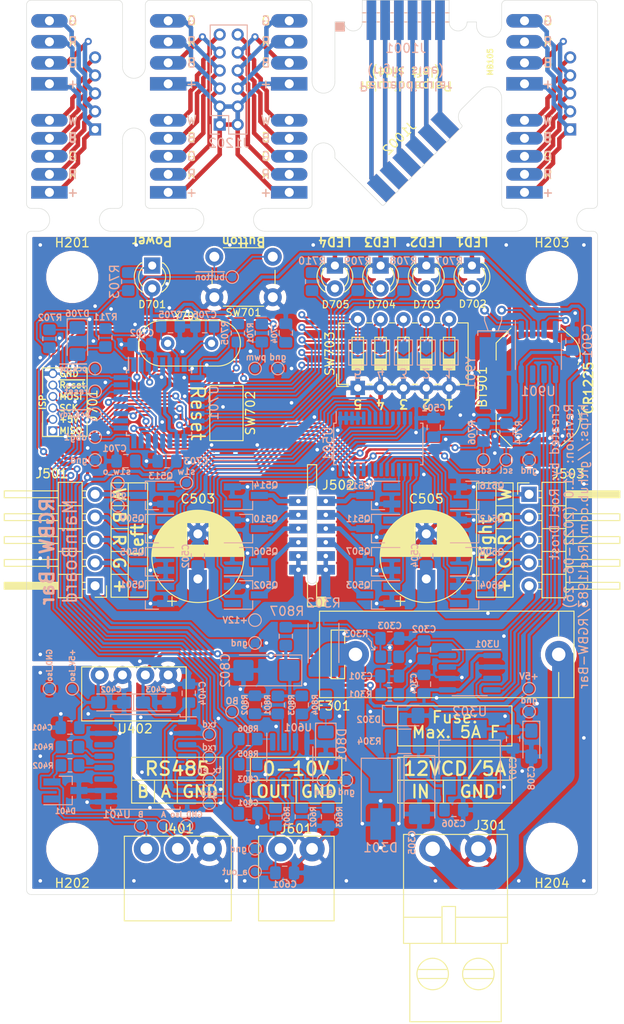
<source format=kicad_pcb>
(kicad_pcb (version 20171130) (host pcbnew 5.1.12-84ad8e8a86~92~ubuntu16.04.1)
  (layers (0 F.Cu signal) (31 B.Cu signal) (34 B.Paste user hide) (35 F.Paste user hide) (36 B.SilkS user hide) (37 F.SilkS user hide) (38 B.Mask user hide) (39 F.Mask user hide) (44 Edge.Cuts user hide))
  (net 0 "")
  (net 1 +5V)
  (net 2 GND)
  (net 3 +5V_iso)
  (net 4 GND_iso)
  (net 5 +12V)
  (net 6 +12VA)
  (net 7 /Mainboard/Power/+12V_not_measured)
  (net 8 /Mainboard/0-10V/a_in)
  (net 9 /Mainboard/RS485/A)
  (net 10 /Mainboard/RS485/B)
  (net 11 /Mainboard/Power/unprotected_12VDC)
  (net 12 /Mainboard/Microcontroller/~reset~)
  (net 13 /Mainboard/Pca/strip1_w_out)
  (net 14 /Mainboard/Pca/strip1_b_out)
  (net 15 /Mainboard/Pca/strip1_r_out)
  (net 16 /Mainboard/Pca/strip1_g_out)
  (net 17 /Mainboard/Pca/strip3_g_out)
  (net 18 /Mainboard/Pca/strip2_g_out)
  (net 19 /Mainboard/Pca/strip3_r_out)
  (net 20 /Mainboard/Pca/strip2_r_out)
  (net 21 /Mainboard/Pca/strip3_b_out)
  (net 22 /Mainboard/Pca/strip2_b_out)
  (net 23 /Mainboard/Pca/strip3_w_out)
  (net 24 /Mainboard/Pca/strip2_w_out)
  (net 25 /Mainboard/Pca/strip4_g_out)
  (net 26 /Mainboard/Pca/strip4_r_out)
  (net 27 /Mainboard/Pca/strip4_b_out)
  (net 28 /Mainboard/Pca/strip4_w_out)
  (net 29 /Mainboard/Microcontroller/addr1)
  (net 30 /Mainboard/Microcontroller/addr2)
  (net 31 /Mainboard/Microcontroller/addr3)
  (net 32 /Mainboard/Microcontroller/addr4)
  (net 33 /Mainboard/Microcontroller/addr5)
  (net 34 /Mainboard/Pca/strip1_r)
  (net 35 /Mainboard/Pca/strip2_r)
  (net 36 /Mainboard/Pca/strip3_r)
  (net 37 /Mainboard/Pca/strip4_r)
  (net 38 /Mainboard/Pca/strip1_g)
  (net 39 /Mainboard/Pca/strip2_g)
  (net 40 /Mainboard/Pca/strip3_g)
  (net 41 /Mainboard/Pca/strip4_g)
  (net 42 /Mainboard/Pca/strip1_b)
  (net 43 /Mainboard/Pca/strip2_b)
  (net 44 /Mainboard/Pca/strip3_b)
  (net 45 /Mainboard/Pca/strip4_b)
  (net 46 /Mainboard/Pca/strip1_w)
  (net 47 /Mainboard/Pca/strip2_w)
  (net 48 /Mainboard/Pca/strip3_w)
  (net 49 /Mainboard/Pca/strip4_w)
  (net 50 /Mainboard/Microcontroller/scl)
  (net 51 /Mainboard/Microcontroller/sda)
  (net 52 /Mainboard/Microcontroller/pwm)
  (net 53 /Mainboard/Pca/~oe~)
  (net 54 /Mainboard/Brown-out/~Brown_out~)
  (net 55 /Mainboard/Microcontroller/~button~)
  (net 56 /Mainboard/Microcontroller/txd)
  (net 57 /Mainboard/Microcontroller/rxd)
  (net 58 /Mainboard/Microcontroller/tx_en)
  (net 59 /Mainboard/Microcontroller/debug1)
  (net 60 "Net-(C302-Pad2)")
  (net 61 "Net-(C302-Pad1)")
  (net 62 "Net-(C601-Pad1)")
  (net 63 "Net-(C701-Pad2)")
  (net 64 "Net-(C705-Pad2)")
  (net 65 "Net-(C706-Pad2)")
  (net 66 "Net-(D702-Pad2)")
  (net 67 "Net-(D703-Pad2)")
  (net 68 "Net-(D704-Pad2)")
  (net 69 "Net-(D705-Pad2)")
  (net 70 "Net-(D801-Pad1)")
  (net 71 "Net-(R402-Pad2)")
  (net 72 "Net-(R602-Pad2)")
  (net 73 "Net-(R801-Pad2)")
  (net 74 "Net-(R803-Pad2)")
  (net 75 "Net-(U401-Pad14)")
  (net 76 "Net-(U401-Pad11)")
  (net 77 "Net-(U701-Pad19)")
  (net 78 "Net-(U701-Pad22)")
  (net 79 "Net-(U901-Pad7)")
  (net 80 "Net-(U901-Pad2)")
  (net 81 "Net-(U901-Pad1)")
  (net 82 +BATT)
  (net 83 /Perpendicular/strip3_w_out)
  (net 84 /Perpendicular/strip3_b_out)
  (net 85 /Perpendicular/strip3_r_out)
  (net 86 /Perpendicular/strip3_g_out)
  (net 87 /Perpendicular/strip3_+12V_2)
  (net 88 /Perpendicular/strip2_w_out)
  (net 89 /Perpendicular/strip2_b_out)
  (net 90 /Perpendicular/strip2_r_out)
  (net 91 /Perpendicular/strip2_g_out)
  (net 92 /Perpendicular/strip2_+12V_2)
  (net 93 /Perpendicular/strip2_+12V_1)
  (net 94 /Perpendicular/strip3_+12V_1)
  (net 95 /LeftBoard/12V+)
  (net 96 /LeftBoard/strip1_g_out)
  (net 97 /LeftBoard/strip1_r_out)
  (net 98 /LeftBoard/strip1_b_out)
  (net 99 /LeftBoard/strip1_w_out)
  (net 100 /CenterBoard/12V+)
  (net 101 /CenterBoard/strip2_g_out)
  (net 102 /CenterBoard/strip2_r_out)
  (net 103 /CenterBoard/strip2_b_out)
  (net 104 /CenterBoard/strip2_w_out)
  (net 105 /CenterBoard/strip3_w_out)
  (net 106 /CenterBoard/strip3_b_out)
  (net 107 /CenterBoard/strip3_r_out)
  (net 108 /CenterBoard/strip3_g_out)
  (net 109 /RightBoard/12V+)
  (net 110 /RightBoard/strip4_g_out)
  (net 111 /RightBoard/strip4_r_out)
  (net 112 /RightBoard/strip4_b_out)
  (net 113 /RightBoard/strip4_w_out)
  (net 114 /Mainboard/Microcontroller/led1_sck)
  (net 115 /Mainboard/Microcontroller/led2_miso)
  (net 116 /Mainboard/Microcontroller/led3_mosi)
  (net 117 /Mainboard/Microcontroller/led4)
  (net 118 "Net-(D701-Pad1)")
  (net 119 /Mainboard/Microcontroller/~pca_rdy~)
  (net 120 "Net-(R401-Pad2)")
  (net 121 "Net-(C305-Pad1)")
  (module RGBW-Bar:PinHeader_1x05_P2.00mm_Vertical_no_silk (layer B.Cu) (at 127 59.816)
    (fp_text reference J1102 hide)
    (fp_text value Conn_01x05)
    (pad 5 thru_hole oval (at 0 -8) (size 1.35 1.35) (drill 0.8) (layers *.Cu *.Mask) (net 99 /LeftBoard/strip1_w_out))
    (pad 4 thru_hole oval (at 0 -6) (size 1.35 1.35) (drill 0.8) (layers *.Cu *.Mask) (net 98 /LeftBoard/strip1_b_out))
    (pad 3 thru_hole oval (at 0 -4) (size 1.35 1.35) (drill 0.8) (layers *.Cu *.Mask) (net 96 /LeftBoard/strip1_g_out))
    (pad 2 thru_hole oval (at 0 -2) (size 1.35 1.35) (drill 0.8) (layers *.Cu *.Mask) (net 97 /LeftBoard/strip1_r_out))
    (pad 1 thru_hole rect (at 0 0) (size 1.35 1.35) (drill 0.8) (layers *.Cu *.Mask) (net 95 /LeftBoard/12V+))
  )
  (module RGBW-Bar:RGBW-wire-solder-pads-R (layer F.Cu) (at 174.752 66.802 180)
    (fp_text reference J1302 hide)
    (fp_text value Strip4_RGBW)
    (fp_text user + (at -2.6 0) (layer B.SilkS) (effects (justify mirror)))
    (fp_text user G (at -2.6 4) (layer B.SilkS) (effects (justify mirror)))
    (fp_text user B (at -2.6 6) (layer B.SilkS) (effects (justify mirror)))
    (fp_text user R (at -2.6 2) (layer B.SilkS) (effects (justify mirror)))
    (fp_text user W (at -2.6 8) (layer B.SilkS) (effects (justify mirror)))
    (fp_text user R (at -2.6 2) (layer F.SilkS))
    (fp_text user G (at -2.6 4) (layer F.SilkS))
    (fp_text user W (at -2.6 8) (layer F.SilkS))
    (fp_text user + (at -2.6 0) (layer F.SilkS))
    (fp_text user B (at -2.6 6.1) (layer F.SilkS))
    (pad W thru_hole oval (at 0 8 180) (size 4.05 1.4) (drill 1) (layers *.Cu *.Mask) (net 113 /RightBoard/strip4_w_out))
    (pad + thru_hole rect (at 0 0 180) (size 4.05 1.4) (drill 1) (layers *.Cu *.Mask) (net 109 /RightBoard/12V+))
    (pad G thru_hole oval (at 0 4 180) (size 4.05 1.4) (drill 1) (layers *.Cu *.Mask) (net 110 /RightBoard/strip4_g_out))
    (pad R thru_hole oval (at 0 2 180) (size 4.05 1.4) (drill 1) (layers *.Cu *.Mask) (net 111 /RightBoard/strip4_r_out))
    (pad B thru_hole oval (at 0 6 180) (size 4.05 1.4) (drill 1) (layers *.Cu *.Mask) (net 112 /RightBoard/strip4_b_out))
  )
  (module RGBW-Bar:PinHeader_1x05_P2.00mm_Vertical_no_silk (layer F.Cu) (at 179.832 59.816 180)
    (fp_text reference J1301 hide)
    (fp_text value Conn_01x05)
    (pad 5 thru_hole oval (at 0 8 180) (size 1.35 1.35) (drill 0.8) (layers *.Cu *.Mask) (net 113 /RightBoard/strip4_w_out))
    (pad 4 thru_hole oval (at 0 6 180) (size 1.35 1.35) (drill 0.8) (layers *.Cu *.Mask) (net 112 /RightBoard/strip4_b_out))
    (pad 3 thru_hole oval (at 0 4 180) (size 1.35 1.35) (drill 0.8) (layers *.Cu *.Mask) (net 110 /RightBoard/strip4_g_out))
    (pad 2 thru_hole oval (at 0 2 180) (size 1.35 1.35) (drill 0.8) (layers *.Cu *.Mask) (net 111 /RightBoard/strip4_r_out))
    (pad 1 thru_hole rect (at 0 0 180) (size 1.35 1.35) (drill 0.8) (layers *.Cu *.Mask) (net 109 /RightBoard/12V+))
  )
  (module RGBW-Bar:MountingHole_3.2mm_Wall_0.8mm (layer F.Cu) (at 179.832 65.196)
    (fp_text reference H1301 hide)
    (fp_text value MountingHole)
    (pad 1 np_thru_hole circle (at 0 0) (size 3.2 3.2) (drill 3.2) (layers *.Cu *.Mask))
  )
  (module Resistor_SMD:R_1210_3225Metric_Pad1.30x2.65mm_HandSolder (layer B.Cu) (at 161.417 127.762 180)
    (fp_text reference R304 (at 2.4765 0) (layer B.SilkS) (effects (font (size 0.7 0.7)) (justify left mirror)))
    (fp_text value 62R/0.25W)
    (pad 2 smd roundrect (at 1.55 0 180) (size 1.3 2.65) (layers B.Cu B.Paste B.Mask) (roundrect_rratio 0.1923076923076923) (net 7 /Mainboard/Power/+12V_not_measured))
    (pad 1 smd roundrect (at -1.55 0 180) (size 1.3 2.65) (layers B.Cu B.Paste B.Mask) (roundrect_rratio 0.1923076923076923) (net 121 "Net-(C305-Pad1)"))
  )
  (module Diode_SMD:D_1206_3216Metric_Pad1.42x1.75mm_HandSolder (layer B.Cu) (at 161.417 124.9045)
    (fp_text reference D302 (at -2.54 0.4445) (layer B.SilkS) (effects (font (size 0.7 0.7)) (justify left mirror)))
    (fp_text value 5v1)
    (pad 2 smd roundrect (at 1.4875 0) (size 1.425 1.75) (layers B.Cu B.Paste B.Mask) (roundrect_rratio 0.1754385964912281) (net 2 GND))
    (pad 1 smd roundrect (at -1.4875 0) (size 1.425 1.75) (layers B.Cu B.Paste B.Mask) (roundrect_rratio 0.1754385964912281) (net 1 +5V))
  )
  (module RGBW-Bar:TestPoint_Pad_D1.0mm (layer B.Cu) (at 127 91.44 180)
    (fp_text reference TP704)
    (fp_text value ~pca_rdy~ (at 0.508 0) (layer B.SilkS) (effects (font (size 0.6 0.6)) (justify left mirror)))
    (pad 1 smd circle (at 0 0 180) (size 1 1) (layers B.Cu B.Mask) (net 119 /Mainboard/Microcontroller/~pca_rdy~))
  )
  (module Resistor_SMD:R_0805_2012Metric_Pad1.20x1.40mm_HandSolder (layer B.Cu) (at 128.143 82.931 270)
    (fp_text reference R711 (at -2.286 0 180) (layer B.SilkS) (effects (font (size 0.7 0.7)) (justify mirror)))
    (fp_text value 10k)
    (pad 2 smd roundrect (at 1 0 270) (size 1.2 1.4) (layers B.Cu B.Paste B.Mask) (roundrect_rratio 0.2083325) (net 119 /Mainboard/Microcontroller/~pca_rdy~))
    (pad 1 smd roundrect (at -1 0 270) (size 1.2 1.4) (layers B.Cu B.Paste B.Mask) (roundrect_rratio 0.2083325) (net 1 +5V))
  )
  (module Diode_SMD:D_1206_3216Metric_Pad1.42x1.75mm_HandSolder (layer B.Cu) (at 125.0315 83.312 270)
    (fp_text reference D706 (at -3.048 0 180) (layer B.SilkS) (effects (font (size 0.7 0.7)) (justify mirror)))
    (fp_text value 1N4148)
    (pad 2 smd roundrect (at 1.4875 0 270) (size 1.425 1.75) (layers B.Cu B.Paste B.Mask) (roundrect_rratio 0.1754385964912281) (net 119 /Mainboard/Microcontroller/~pca_rdy~))
    (pad 1 smd roundrect (at -1.4875 0 270) (size 1.425 1.75) (layers B.Cu B.Paste B.Mask) (roundrect_rratio 0.1754385964912281) (net 53 /Mainboard/Pca/~oe~))
  )
  (module RGBW-Bar:B0505S-1W (layer F.Cu) (at 135.128 120.396 180)
    (fp_text reference U402 (at 3.683 -5.969 180) (layer F.SilkS))
    (fp_text value B0505S-1W-SIP4)
    (pad 1 thru_hole circle (at 0 0 180) (size 2 2) (drill 1) (layers *.Cu *.Mask) (net 2 GND))
    (pad 2 thru_hole circle (at 2.54 0 180) (size 2 2) (drill 1) (layers *.Cu *.Mask) (net 1 +5V))
    (pad 3 thru_hole circle (at 5.08 0 180) (size 2 2) (drill 1) (layers *.Cu *.Mask) (net 4 GND_iso))
    (pad 4 thru_hole circle (at 7.62 0 180) (size 2 2) (drill 1) (layers *.Cu *.Mask) (net 3 +5V_iso))
  )
  (module RGBW-Bar:TestPoint_Pad_D1.0mm (layer B.Cu) (at 142.24 124.46)
    (fp_text reference TP801 hide)
    (fp_text value BO (at 0 -1.1684) (layer B.SilkS) (effects (font (size 0.7 0.7)) (justify mirror)))
    (pad 1 smd circle (at 0 0) (size 1 1) (layers B.Cu B.Mask) (net 54 /Mainboard/Brown-out/~Brown_out~))
  )
  (module RGBW-Bar:TestPoint_Pad_D1.0mm (layer B.Cu) (at 127 96.52)
    (fp_text reference TP712 hide)
    (fp_text value gnd (at -0.762 0) (layer B.SilkS) (effects (font (size 0.7 0.7)) (justify left mirror)))
    (pad 1 smd circle (at 0 0) (size 1 1) (layers B.Cu B.Mask) (net 2 GND))
  )
  (module RGBW-Bar:TestPoint_Pad_D1.0mm (layer B.Cu) (at 170.18 96.52 180)
    (fp_text reference TP711 hide)
    (fp_text value sda (at 0 -1.143) (layer B.SilkS) (effects (font (size 0.7 0.7)) (justify mirror)))
    (pad 1 smd circle (at 0 0 180) (size 1 1) (layers B.Cu B.Mask) (net 51 /Mainboard/Microcontroller/sda))
  )
  (module RGBW-Bar:TestPoint_Pad_D1.0mm (layer B.Cu) (at 127 88.9 180)
    (fp_text reference TP710 hide)
    (fp_text value ~reset~ (at 0.7 0) (layer B.SilkS) (effects (font (size 0.7 0.7)) (justify left mirror)))
    (pad 1 smd circle (at 0 0 180) (size 1 1) (layers B.Cu B.Mask) (net 12 /Mainboard/Microcontroller/~reset~))
  )
  (module RGBW-Bar:TestPoint_Pad_D1.0mm (layer B.Cu) (at 172.72 96.52)
    (fp_text reference TP709 hide)
    (fp_text value scl (at 0 1.143) (layer B.SilkS) (effects (font (size 0.7 0.7)) (justify mirror)))
    (pad 1 smd circle (at 0 0) (size 1 1) (layers B.Cu B.Mask) (net 50 /Mainboard/Microcontroller/scl))
  )
  (module RGBW-Bar:TestPoint_Pad_D1.0mm (layer B.Cu) (at 175.26 96.52)
    (fp_text reference TP708 hide)
    (fp_text value gnd (at 0 1.143) (layer B.SilkS) (effects (font (size 0.7 0.7)) (justify mirror)))
    (pad 1 smd circle (at 0 0) (size 1 1) (layers B.Cu B.Mask) (net 2 GND))
  )
  (module RGBW-Bar:TestPoint_Pad_D1.0mm (layer B.Cu) (at 154.94 132.08)
    (fp_text reference TP707 hide)
    (fp_text value gnd (at 0 1.27) (layer B.SilkS) (effects (font (size 0.7 0.7)) (justify mirror)))
    (pad 1 smd circle (at 0 0) (size 1 1) (layers B.Cu B.Mask) (net 2 GND))
  )
  (module RGBW-Bar:TestPoint_Pad_D1.0mm (layer B.Cu) (at 142.24 76.2)
    (fp_text reference TP706 hide)
    (fp_text value ~button~ (at -0.7 0) (layer B.SilkS) (effects (font (size 0.7 0.7)) (justify left mirror)))
    (pad 1 smd circle (at 0 0) (size 1 1) (layers B.Cu B.Mask) (net 55 /Mainboard/Microcontroller/~button~))
  )
  (module RGBW-Bar:TestPoint_Pad_D1.0mm (layer B.Cu) (at 127 93.98 180)
    (fp_text reference TP705 hide)
    (fp_text value dbg1 (at 0.8 0) (layer B.SilkS) (effects (font (size 0.7 0.7)) (justify left mirror)))
    (pad 1 smd circle (at 0 0 180) (size 1 1) (layers B.Cu B.Mask) (net 59 /Mainboard/Microcontroller/debug1))
  )
  (module RGBW-Bar:TestPoint_Pad_D1.0mm (layer B.Cu) (at 152.4 132.08)
    (fp_text reference TP703 hide)
    (fp_text value a_in (at 0 1.27) (layer B.SilkS) (effects (font (size 0.7 0.7)) (justify mirror)))
    (pad 1 smd circle (at 0 0) (size 1 1) (layers B.Cu B.Mask) (net 8 /Mainboard/0-10V/a_in))
  )
  (module RGBW-Bar:TestPoint_Pad_D1.0mm (layer B.Cu) (at 144.78 86.36 90)
    (fp_text reference TP702 hide)
    (fp_text value pwm (at 1.27 0.127 180) (layer B.SilkS) (effects (font (size 0.7 0.7)) (justify mirror)))
    (pad 1 smd circle (at 0 0 90) (size 1 1) (layers B.Cu B.Mask) (net 52 /Mainboard/Microcontroller/pwm))
  )
  (module RGBW-Bar:TestPoint_Pad_D1.0mm (layer B.Cu) (at 147.32 86.36)
    (fp_text reference TP701 hide)
    (fp_text value gnd (at 0 -1.27) (layer B.SilkS) (effects (font (size 0.7 0.7)) (justify mirror)))
    (pad 1 smd circle (at 0 0) (size 1 1) (layers B.Cu B.Mask) (net 2 GND))
  )
  (module RGBW-Bar:TestPoint_Pad_D1.0mm (layer B.Cu) (at 144.78 139.7 180)
    (fp_text reference TP602 hide)
    (fp_text value gnd (at 0.8 0) (layer B.SilkS) (effects (font (size 0.7 0.7)) (justify left mirror)))
    (pad 1 smd circle (at 0 0 180) (size 1 1) (layers B.Cu B.Mask) (net 2 GND))
  )
  (module RGBW-Bar:TestPoint_Pad_D1.0mm (layer B.Cu) (at 144.78 142.24)
    (fp_text reference TP601 hide)
    (fp_text value a_out (at -0.7 0) (layer B.SilkS) (effects (font (size 0.7 0.7)) (justify left mirror)))
    (pad 1 smd circle (at 0 0) (size 1 1) (layers B.Cu B.Mask) (net 62 "Net-(C601-Pad1)"))
  )
  (module RGBW-Bar:TestPoint_Pad_D1.0mm (layer B.Cu) (at 129.54 99.06)
    (fp_text reference TP504 hide)
    (fp_text value s1w_o (at -0.127 -1.27 180) (layer B.SilkS) (effects (font (size 0.7 0.7)) (justify mirror)))
    (pad 1 smd circle (at 0 0) (size 1 1) (layers B.Cu B.Mask) (net 13 /Mainboard/Pca/strip1_w_out))
  )
  (module RGBW-Bar:TestPoint_Pad_D1.0mm (layer B.Cu) (at 129.54 101.6)
    (fp_text reference TP503 hide)
    (fp_text value gnd (at 0 -1.27) (layer B.SilkS) (effects (font (size 0.7 0.7)) (justify mirror)))
    (pad 1 smd circle (at 0 0) (size 1 1) (layers B.Cu B.Mask) (net 2 GND))
  )
  (module RGBW-Bar:TestPoint_Pad_D1.0mm (layer B.Cu) (at 137.16 99.06)
    (fp_text reference TP502 hide)
    (fp_text value s1w (at 0 -1.27 180) (layer B.SilkS) (effects (font (size 0.7 0.7)) (justify mirror)))
    (pad 1 smd circle (at 0 0) (size 1 1) (layers B.Cu B.Mask) (net 46 /Mainboard/Pca/strip1_w))
  )
  (module RGBW-Bar:TestPoint_Pad_D1.0mm (layer B.Cu) (at 127 86.36 180)
    (fp_text reference TP501 hide)
    (fp_text value ~pca_oe~ (at 0.8 0) (layer B.SilkS) (effects (font (size 0.6 0.6)) (justify left mirror)))
    (pad 1 smd circle (at 0 0 180) (size 1 1) (layers B.Cu B.Mask) (net 53 /Mainboard/Pca/~oe~))
  )
  (module RGBW-Bar:TestPoint_Pad_D1.0mm (layer B.Cu) (at 139.7 134.62)
    (fp_text reference TP409 hide)
    (fp_text value gnd (at 0 -1.143) (layer B.SilkS) (effects (font (size 0.7 0.7)) (justify mirror)))
    (pad 1 smd circle (at 0 0) (size 1 1) (layers B.Cu B.Mask) (net 2 GND))
  )
  (module RGBW-Bar:TestPoint_Pad_D1.0mm (layer B.Cu) (at 139.7 132.08)
    (fp_text reference TP408 hide)
    (fp_text value tx_en (at 0 -1.143) (layer B.SilkS) (effects (font (size 0.7 0.7)) (justify mirror)))
    (pad 1 smd circle (at 0 0) (size 1 1) (layers B.Cu B.Mask) (net 58 /Mainboard/Microcontroller/tx_en))
  )
  (module RGBW-Bar:TestPoint_Pad_D1.0mm (layer B.Cu) (at 139.7 129.54)
    (fp_text reference TP407 hide)
    (fp_text value rxd (at 0 -1.143) (layer B.SilkS) (effects (font (size 0.7 0.7)) (justify mirror)))
    (pad 1 smd circle (at 0 0) (size 1 1) (layers B.Cu B.Mask) (net 57 /Mainboard/Microcontroller/rxd))
  )
  (module RGBW-Bar:TestPoint_Pad_D1.0mm (layer B.Cu) (at 139.7 127)
    (fp_text reference TP406 hide)
    (fp_text value txd (at 0 -1.143) (layer B.SilkS) (effects (font (size 0.7 0.7)) (justify mirror)))
    (pad 1 smd circle (at 0 0) (size 1 1) (layers B.Cu B.Mask) (net 56 /Mainboard/Microcontroller/txd))
  )
  (module RGBW-Bar:TestPoint_Pad_D1.0mm (layer B.Cu) (at 121.92 121.92 90)
    (fp_text reference TP405 hide)
    (fp_text value GND_iso (at 0.7 0 270) (layer B.SilkS) (effects (font (size 0.6 0.6)) (justify right mirror)))
    (pad 1 smd circle (at 0 0 90) (size 1 1) (layers B.Cu B.Mask) (net 4 GND_iso))
  )
  (module RGBW-Bar:TestPoint_Pad_D1.0mm (layer B.Cu) (at 124.46 121.92 90)
    (fp_text reference TP404 hide)
    (fp_text value +5V_iso (at 0.7 0 90) (layer B.SilkS) (effects (font (size 0.6 0.6)) (justify right mirror)))
    (pad 1 smd circle (at 0 0 90) (size 1 1) (layers B.Cu B.Mask) (net 3 +5V_iso))
  )
  (module RGBW-Bar:TestPoint_Pad_D1.0mm (layer B.Cu) (at 134.62 137.16 90)
    (fp_text reference TP403 hide)
    (fp_text value A (at 1.27 -0.0067 180) (layer B.SilkS) (effects (font (size 0.6 0.6)) (justify mirror)))
    (pad 1 smd circle (at 0 0 90) (size 1 1) (layers B.Cu B.Mask) (net 9 /Mainboard/RS485/A))
  )
  (module RGBW-Bar:TestPoint_Pad_D1.0mm (layer B.Cu) (at 132.08 137.16 90)
    (fp_text reference TP402 hide)
    (fp_text value B (at 1.27 0) (layer B.SilkS) (effects (font (size 0.6 0.6)) (justify mirror)))
    (pad 1 smd circle (at 0 0 90) (size 1 1) (layers B.Cu B.Mask) (net 10 /Mainboard/RS485/B))
  )
  (module RGBW-Bar:TestPoint_Pad_D1.0mm (layer B.Cu) (at 137.16 137.16)
    (fp_text reference TP401 hide)
    (fp_text value GND_iso (at 0 -1.27) (layer B.SilkS) (effects (font (size 0.6 0.6)) (justify mirror)))
    (pad 1 smd circle (at 0 0) (size 1 1) (layers B.Cu B.Mask) (net 4 GND_iso))
  )
  (module RGBW-Bar:TestPoint_Pad_D1.0mm (layer B.Cu) (at 175.26 124.46)
    (fp_text reference TP304 hide)
    (fp_text value gnd (at 0 -1.27) (layer B.SilkS) (effects (font (size 0.7 0.7)) (justify mirror)))
    (pad 1 smd circle (at 0 0) (size 1 1) (layers B.Cu B.Mask) (net 2 GND))
  )
  (module RGBW-Bar:TestPoint_Pad_D1.0mm (layer B.Cu) (at 175.26 121.92)
    (fp_text reference TP303 hide)
    (fp_text value +5V (at -0.0127 -1.3843) (layer B.SilkS) (effects (font (size 0.7 0.7)) (justify mirror)))
    (pad 1 smd circle (at 0 0) (size 1 1) (layers B.Cu B.Mask) (net 1 +5V))
  )
  (module RGBW-Bar:TestPoint_Pad_D1.0mm (layer B.Cu) (at 144.78 116.84)
    (fp_text reference TP302 hide)
    (fp_text value gnd (at -0.7 0 180) (layer B.SilkS) (effects (font (size 0.7 0.7)) (justify left mirror)))
    (pad 1 smd circle (at 0 0) (size 1 1) (layers B.Cu B.Mask) (net 2 GND))
  )
  (module RGBW-Bar:TestPoint_Pad_D1.0mm (layer B.Cu) (at 144.78 114.3 180)
    (fp_text reference TP301 hide)
    (fp_text value +12V (at 0.7 0 180) (layer B.SilkS) (effects (font (size 0.7 0.7)) (justify left mirror)))
    (pad 1 smd circle (at 0 0 180) (size 1 1) (layers B.Cu B.Mask) (net 5 +12V))
  )
  (module RGBW-Bar:MouseBit (layer F.Cu) (at 177.8 69.85)
    (fp_text reference MB106 hide)
    (fp_text value MouseBit)
    (fp_line (start 4.03 1.27) (end 4.445 1.27) (layer Edge.Cuts) (width 0.05))
    (fp_line (start 4.03 -1.27) (end 4.445 -1.27) (layer Edge.Cuts) (width 0.05))
    (fp_line (start -4.03 -1.27) (end -4.445 -1.27) (layer Edge.Cuts) (width 0.05))
    (fp_line (start -4.03 1.27) (end -4.445 1.27) (layer Edge.Cuts) (width 0.05))
    (fp_arc (start -4.03 0) (end -4.03 1.27) (angle -180) (layer Edge.Cuts) (width 0.05))
    (fp_arc (start 4.03 0) (end 4.03 -1.27) (angle -180) (layer Edge.Cuts) (width 0.05))
    (pad "" np_thru_hole circle (at 0 0.87) (size 0.8 0.8) (drill 0.8) (layers *.Cu *.Mask))
    (pad "" np_thru_hole circle (at -1.1 0.87) (size 0.8 0.8) (drill 0.8) (layers *.Cu *.Mask))
    (pad "" np_thru_hole circle (at -2.2 0.87) (size 0.8 0.8) (drill 0.8) (layers *.Cu *.Mask))
    (pad "" np_thru_hole circle (at 1.1 0.87) (size 0.8 0.8) (drill 0.8) (layers *.Cu *.Mask))
    (pad "" np_thru_hole circle (at 2.2 0.87) (size 0.8 0.8) (drill 0.8) (layers *.Cu *.Mask))
    (pad "" np_thru_hole circle (at 1.1 -0.87 180) (size 0.8 0.8) (drill 0.8) (layers *.Cu *.Mask))
    (pad "" np_thru_hole circle (at -2.2 -0.87 180) (size 0.8 0.8) (drill 0.8) (layers *.Cu *.Mask))
    (pad "" np_thru_hole circle (at -1.1 -0.87 180) (size 0.8 0.8) (drill 0.8) (layers *.Cu *.Mask))
    (pad "" np_thru_hole circle (at 2.2 -0.87 180) (size 0.8 0.8) (drill 0.8) (layers *.Cu *.Mask))
    (pad "" np_thru_hole circle (at 0 -0.87 180) (size 0.8 0.8) (drill 0.8) (layers *.Cu *.Mask))
  )
  (module RGBW-Bar:MouseBit (layer F.Cu) (at 152.4 58.547 90)
    (fp_text reference MB104 hide)
    (fp_text value MouseBit)
    (fp_line (start 4.03 1.27) (end 4.445 1.27) (layer Edge.Cuts) (width 0.05))
    (fp_line (start 4.03 -1.27) (end 4.445 -1.27) (layer Edge.Cuts) (width 0.05))
    (fp_line (start -4.03 -1.27) (end -4.445 -1.27) (layer Edge.Cuts) (width 0.05))
    (fp_line (start -4.03 1.27) (end -4.445 1.27) (layer Edge.Cuts) (width 0.05))
    (fp_arc (start -4.03 0) (end -4.03 1.27) (angle -180) (layer Edge.Cuts) (width 0.05))
    (fp_arc (start 4.03 0) (end 4.03 -1.27) (angle -180) (layer Edge.Cuts) (width 0.05))
    (pad "" np_thru_hole circle (at 0 0.87 90) (size 0.8 0.8) (drill 0.8) (layers *.Cu *.Mask))
    (pad "" np_thru_hole circle (at -1.1 0.87 90) (size 0.8 0.8) (drill 0.8) (layers *.Cu *.Mask))
    (pad "" np_thru_hole circle (at -2.2 0.87 90) (size 0.8 0.8) (drill 0.8) (layers *.Cu *.Mask))
    (pad "" np_thru_hole circle (at 1.1 0.87 90) (size 0.8 0.8) (drill 0.8) (layers *.Cu *.Mask))
    (pad "" np_thru_hole circle (at 2.2 0.87 90) (size 0.8 0.8) (drill 0.8) (layers *.Cu *.Mask))
    (pad "" np_thru_hole circle (at 1.1 -0.87 270) (size 0.8 0.8) (drill 0.8) (layers *.Cu *.Mask))
    (pad "" np_thru_hole circle (at -2.2 -0.87 270) (size 0.8 0.8) (drill 0.8) (layers *.Cu *.Mask))
    (pad "" np_thru_hole circle (at -1.1 -0.87 270) (size 0.8 0.8) (drill 0.8) (layers *.Cu *.Mask))
    (pad "" np_thru_hole circle (at 2.2 -0.87 270) (size 0.8 0.8) (drill 0.8) (layers *.Cu *.Mask))
    (pad "" np_thru_hole circle (at 0 -0.87 270) (size 0.8 0.8) (drill 0.8) (layers *.Cu *.Mask))
  )
  (module RGBW-Bar:MouseBit (layer F.Cu) (at 141.859 69.85)
    (fp_text reference MB103 hide)
    (fp_text value MouseBit)
    (fp_line (start 4.03 1.27) (end 4.445 1.27) (layer Edge.Cuts) (width 0.05))
    (fp_line (start 4.03 -1.27) (end 4.445 -1.27) (layer Edge.Cuts) (width 0.05))
    (fp_line (start -4.03 -1.27) (end -4.445 -1.27) (layer Edge.Cuts) (width 0.05))
    (fp_line (start -4.03 1.27) (end -4.445 1.27) (layer Edge.Cuts) (width 0.05))
    (fp_arc (start -4.03 0) (end -4.03 1.27) (angle -180) (layer Edge.Cuts) (width 0.05))
    (fp_arc (start 4.03 0) (end 4.03 -1.27) (angle -180) (layer Edge.Cuts) (width 0.05))
    (pad "" np_thru_hole circle (at 0 0.87) (size 0.8 0.8) (drill 0.8) (layers *.Cu *.Mask))
    (pad "" np_thru_hole circle (at -1.1 0.87) (size 0.8 0.8) (drill 0.8) (layers *.Cu *.Mask))
    (pad "" np_thru_hole circle (at -2.2 0.87) (size 0.8 0.8) (drill 0.8) (layers *.Cu *.Mask))
    (pad "" np_thru_hole circle (at 1.1 0.87) (size 0.8 0.8) (drill 0.8) (layers *.Cu *.Mask))
    (pad "" np_thru_hole circle (at 2.2 0.87) (size 0.8 0.8) (drill 0.8) (layers *.Cu *.Mask))
    (pad "" np_thru_hole circle (at 1.1 -0.87 180) (size 0.8 0.8) (drill 0.8) (layers *.Cu *.Mask))
    (pad "" np_thru_hole circle (at -2.2 -0.87 180) (size 0.8 0.8) (drill 0.8) (layers *.Cu *.Mask))
    (pad "" np_thru_hole circle (at -1.1 -0.87 180) (size 0.8 0.8) (drill 0.8) (layers *.Cu *.Mask))
    (pad "" np_thru_hole circle (at 2.2 -0.87 180) (size 0.8 0.8) (drill 0.8) (layers *.Cu *.Mask))
    (pad "" np_thru_hole circle (at 0 -0.87 180) (size 0.8 0.8) (drill 0.8) (layers *.Cu *.Mask))
  )
  (module RGBW-Bar:MouseBit (layer F.Cu) (at 131.318 56.896 90)
    (fp_text reference MB102 hide)
    (fp_text value MouseBit)
    (fp_line (start 4.03 1.27) (end 4.445 1.27) (layer Edge.Cuts) (width 0.05))
    (fp_line (start 4.03 -1.27) (end 4.445 -1.27) (layer Edge.Cuts) (width 0.05))
    (fp_line (start -4.03 -1.27) (end -4.445 -1.27) (layer Edge.Cuts) (width 0.05))
    (fp_line (start -4.03 1.27) (end -4.445 1.27) (layer Edge.Cuts) (width 0.05))
    (fp_arc (start -4.03 0) (end -4.03 1.27) (angle -180) (layer Edge.Cuts) (width 0.05))
    (fp_arc (start 4.03 0) (end 4.03 -1.27) (angle -180) (layer Edge.Cuts) (width 0.05))
    (pad "" np_thru_hole circle (at 0 0.87 90) (size 0.8 0.8) (drill 0.8) (layers *.Cu *.Mask))
    (pad "" np_thru_hole circle (at -1.1 0.87 90) (size 0.8 0.8) (drill 0.8) (layers *.Cu *.Mask))
    (pad "" np_thru_hole circle (at -2.2 0.87 90) (size 0.8 0.8) (drill 0.8) (layers *.Cu *.Mask))
    (pad "" np_thru_hole circle (at 1.1 0.87 90) (size 0.8 0.8) (drill 0.8) (layers *.Cu *.Mask))
    (pad "" np_thru_hole circle (at 2.2 0.87 90) (size 0.8 0.8) (drill 0.8) (layers *.Cu *.Mask))
    (pad "" np_thru_hole circle (at 1.1 -0.87 270) (size 0.8 0.8) (drill 0.8) (layers *.Cu *.Mask))
    (pad "" np_thru_hole circle (at -2.2 -0.87 270) (size 0.8 0.8) (drill 0.8) (layers *.Cu *.Mask))
    (pad "" np_thru_hole circle (at -1.1 -0.87 270) (size 0.8 0.8) (drill 0.8) (layers *.Cu *.Mask))
    (pad "" np_thru_hole circle (at 2.2 -0.87 270) (size 0.8 0.8) (drill 0.8) (layers *.Cu *.Mask))
    (pad "" np_thru_hole circle (at 0 -0.87 270) (size 0.8 0.8) (drill 0.8) (layers *.Cu *.Mask))
  )
  (module RGBW-Bar:MouseBit (layer F.Cu) (at 124.714 69.85)
    (fp_text reference MB101 hide)
    (fp_text value MouseBit)
    (fp_line (start 4.03 1.27) (end 4.445 1.27) (layer Edge.Cuts) (width 0.05))
    (fp_line (start 4.03 -1.27) (end 4.445 -1.27) (layer Edge.Cuts) (width 0.05))
    (fp_line (start -4.03 -1.27) (end -4.445 -1.27) (layer Edge.Cuts) (width 0.05))
    (fp_line (start -4.03 1.27) (end -4.445 1.27) (layer Edge.Cuts) (width 0.05))
    (fp_arc (start -4.03 0) (end -4.03 1.27) (angle -180) (layer Edge.Cuts) (width 0.05))
    (fp_arc (start 4.03 0) (end 4.03 -1.27) (angle -180) (layer Edge.Cuts) (width 0.05))
    (pad "" np_thru_hole circle (at 0 0.87) (size 0.8 0.8) (drill 0.8) (layers *.Cu *.Mask))
    (pad "" np_thru_hole circle (at -1.1 0.87) (size 0.8 0.8) (drill 0.8) (layers *.Cu *.Mask))
    (pad "" np_thru_hole circle (at -2.2 0.87) (size 0.8 0.8) (drill 0.8) (layers *.Cu *.Mask))
    (pad "" np_thru_hole circle (at 1.1 0.87) (size 0.8 0.8) (drill 0.8) (layers *.Cu *.Mask))
    (pad "" np_thru_hole circle (at 2.2 0.87) (size 0.8 0.8) (drill 0.8) (layers *.Cu *.Mask))
    (pad "" np_thru_hole circle (at 1.1 -0.87 180) (size 0.8 0.8) (drill 0.8) (layers *.Cu *.Mask))
    (pad "" np_thru_hole circle (at -2.2 -0.87 180) (size 0.8 0.8) (drill 0.8) (layers *.Cu *.Mask))
    (pad "" np_thru_hole circle (at -1.1 -0.87 180) (size 0.8 0.8) (drill 0.8) (layers *.Cu *.Mask))
    (pad "" np_thru_hole circle (at 2.2 -0.87 180) (size 0.8 0.8) (drill 0.8) (layers *.Cu *.Mask))
    (pad "" np_thru_hole circle (at 0 -0.87 180) (size 0.8 0.8) (drill 0.8) (layers *.Cu *.Mask))
  )
  (module RGBW-Bar:PinHeader_2x06_P200mm_PCB_edge (layer F.Cu) (at 159.88 67.379 135)
    (fp_text reference J1002 (at 3.996214 5.343252 225) (layer F.SilkS) (effects (justify mirror)))
    (fp_text value Conn_02x06_Odd_Even)
    (pad 1 smd rect (at 1.5 0 135) (size 3 1.5) (layers B.Cu B.Mask) (net 94 /Perpendicular/strip3_+12V_1))
    (pad 3 smd rect (at 1.5 2 135) (size 3 1.5) (layers B.Cu B.Mask) (net 87 /Perpendicular/strip3_+12V_2))
    (pad 5 smd rect (at 1.5 4 135) (size 3 1.5) (layers B.Cu B.Mask) (net 85 /Perpendicular/strip3_r_out))
    (pad 7 smd rect (at 1.5 6 135) (size 3 1.5) (layers B.Cu B.Mask) (net 86 /Perpendicular/strip3_g_out))
    (pad 9 smd rect (at 1.5 8 135) (size 3 1.5) (layers B.Cu B.Mask) (net 84 /Perpendicular/strip3_b_out))
    (pad 11 smd rect (at 1.5 10 135) (size 3 1.5) (layers B.Cu B.Mask) (net 83 /Perpendicular/strip3_w_out))
    (pad 2 smd rect (at 1.5 0 135) (size 3 1.5) (layers F.Cu F.Mask) (net 93 /Perpendicular/strip2_+12V_1))
    (pad 4 smd rect (at 1.5 2 135) (size 3 1.5) (layers F.Cu F.Mask) (net 92 /Perpendicular/strip2_+12V_2))
    (pad 6 smd rect (at 1.5 4 135) (size 3 1.5) (layers F.Cu F.Mask) (net 90 /Perpendicular/strip2_r_out))
    (pad 8 smd rect (at 1.5 6 135) (size 3 1.5) (layers F.Cu F.Mask) (net 91 /Perpendicular/strip2_g_out))
    (pad 10 smd rect (at 1.5 8 135) (size 3 1.5) (layers F.Cu F.Mask) (net 89 /Perpendicular/strip2_b_out))
    (pad 12 smd rect (at 1.5 10 135) (size 3 1.5) (layers F.Cu F.Mask) (net 88 /Perpendicular/strip2_w_out))
  )
  (module RGBW-Bar:perpendicular_pcb_1mm_male_2x6 (layer B.Cu) (at 157.734 47.879 270)
    (fp_text reference J1001 (at 2.921 -3.81 180) (layer B.SilkS) (effects (justify mirror)))
    (fp_text value Conn_02x06_Odd_Even)
    (fp_line (start 0 1.016) (end -2.413 1.016) (layer Edge.Cuts) (width 0.05))
    (fp_line (start -2.413 -8.636) (end 0 -8.636) (layer Edge.Cuts) (width 0.05))
    (fp_line (start -2.413 1.016) (end -2.413 -8.636) (layer Edge.Cuts) (width 0.05))
    (fp_line (start 0 3.016) (end 0 4.064) (layer Edge.Cuts) (width 0.05))
    (fp_line (start 0 -11.684) (end 0 -10.636) (layer Edge.Cuts) (width 0.05))
    (fp_arc (start 0 -9.636) (end 0 -10.636) (angle 180) (layer Edge.Cuts) (width 0.05))
    (fp_arc (start 0 2.016) (end 0 1.016) (angle 180) (layer Edge.Cuts) (width 0.05))
    (pad 1 smd rect (at -0.2065 0 270) (size 4.413 1.07) (layers B.Cu B.Mask) (net 94 /Perpendicular/strip3_+12V_1))
    (pad 2 smd rect (at -0.2065 0 270) (size 4.413 1.07) (layers F.Cu F.Mask) (net 93 /Perpendicular/strip2_+12V_1))
    (pad 4 smd rect (at -0.2065 -1.524 270) (size 4.413 1.07) (layers F.Cu F.Mask) (net 92 /Perpendicular/strip2_+12V_2))
    (pad 6 smd rect (at -0.2065 -3.048 270) (size 4.413 1.07) (layers F.Cu F.Mask) (net 90 /Perpendicular/strip2_r_out))
    (pad 8 smd rect (at -0.2065 -4.572 270) (size 4.413 1.07) (layers F.Cu F.Mask) (net 91 /Perpendicular/strip2_g_out))
    (pad 10 smd rect (at -0.2065 -6.096 270) (size 4.413 1.07) (layers F.Cu F.Mask) (net 89 /Perpendicular/strip2_b_out))
    (pad 12 smd rect (at -0.2065 -7.62 270) (size 4.413 1.07) (layers F.Cu F.Mask) (net 88 /Perpendicular/strip2_w_out))
    (pad 3 smd rect (at -0.2065 -1.524 270) (size 4.413 1.07) (layers B.Cu B.Mask) (net 87 /Perpendicular/strip3_+12V_2))
    (pad 5 smd rect (at -0.2065 -3.048 270) (size 4.413 1.07) (layers B.Cu B.Mask) (net 85 /Perpendicular/strip3_r_out))
    (pad 7 smd rect (at -0.2065 -4.572 270) (size 4.413 1.07) (layers B.Cu B.Mask) (net 86 /Perpendicular/strip3_g_out))
    (pad 9 smd rect (at -0.2065 -6.096 270) (size 4.413 1.07) (layers B.Cu B.Mask) (net 84 /Perpendicular/strip3_b_out))
    (pad 11 smd rect (at -0.2065 -7.62 270) (size 4.413 1.07) (layers B.Cu B.Mask) (net 83 /Perpendicular/strip3_w_out))
  )
  (module RGBW-Bar:ISP_P1.27mm_single_row (layer F.Cu) (at 122.301 86.9315)
    (fp_text reference J701 (at 4.445 1.651 270) (layer F.SilkS) (effects (justify right)))
    (fp_text value AVR-ISP-6)
    (fp_text user ISP (at -1.143 3.175 270) (layer F.SilkS) (effects (font (size 0.7 0.7))))
    (fp_text user +5V (at 0.635 5.08) (layer F.SilkS) (effects (font (size 0.7 0.7)) (justify left)))
    (fp_text user SCK (at 0.635 3.81) (layer F.SilkS) (effects (font (size 0.7 0.7)) (justify left)))
    (fp_text user ~Reset (at 0.635 1.27) (layer F.SilkS) (effects (font (size 0.7 0.7)) (justify left)))
    (fp_text user MOSI (at 0.635 2.54) (layer F.SilkS) (effects (font (size 0.7 0.7)) (justify left)))
    (fp_text user MISO (at 0.635 6.35) (layer F.SilkS) (effects (font (size 0.7 0.7)) (justify left)))
    (fp_text user GND (at 0.635 0) (layer F.SilkS) (effects (font (size 0.7 0.7)) (justify left)))
    (pad 6 thru_hole oval (at 0 0 180) (size 1 1) (drill 0.7) (layers *.Cu *.Mask) (net 2 GND))
    (pad 5 thru_hole oval (at 0 1.27 180) (size 1 1) (drill 0.7) (layers *.Cu *.Mask) (net 12 /Mainboard/Microcontroller/~reset~))
    (pad 4 thru_hole oval (at 0 2.54 180) (size 1 1) (drill 0.7) (layers *.Cu *.Mask) (net 116 /Mainboard/Microcontroller/led3_mosi))
    (pad 3 thru_hole oval (at 0 3.81 180) (size 1 1) (drill 0.7) (layers *.Cu *.Mask) (net 114 /Mainboard/Microcontroller/led1_sck))
    (pad 2 thru_hole oval (at 0 5.08 180) (size 1 1) (drill 0.7) (layers *.Cu *.Mask) (net 1 +5V))
    (pad 1 thru_hole rect (at 0 6.35 180) (size 1 1) (drill 0.7) (layers *.Cu *.Mask) (net 115 /Mainboard/Microcontroller/led2_miso))
  )
  (module RGBW-Bar:15EDGRC-3.5-2P (layer F.Cu) (at 151.13 139.7 180)
    (fp_text reference J601 (at 1.778 2.2225 180) (layer F.SilkS))
    (fp_text value "0-10V(1)")
    (pad 1 thru_hole circle (at 0 0 180) (size 2.8 2.8) (drill 1.3) (layers *.Cu *.Mask) (net 2 GND))
    (pad 2 thru_hole circle (at 3.5 0 180) (size 2.8 2.8) (drill 1.3) (layers *.Cu *.Mask) (net 62 "Net-(C601-Pad1)"))
  )
  (module RGBW-Bar:perpendicular_pcb_1mm_female_2x6 (layer F.Cu) (at 151.13 108.712 180)
    (fp_text reference J502 (at -1.016 9.398 180) (layer F.SilkS) (effects (justify left)))
    (fp_text value Center)
    (fp_line (start -0.52 -1.016) (end -0.52 8.636) (layer Edge.Cuts) (width 0.05))
    (fp_line (start 0.52 -1.016) (end 0.52 8.636) (layer Edge.Cuts) (width 0.05))
    (fp_arc (start 0 8.636) (end -0.52 8.636) (angle -180) (layer Edge.Cuts) (width 0.05))
    (fp_arc (start 0 -1.016) (end 0.52 -1.016) (angle -180) (layer Edge.Cuts) (width 0.05))
    (pad 12 thru_hole rect (at 1.524 7.62 180) (size 2.032 1.07) (drill 0.5) (layers *.Cu *.Mask) (net 24 /Mainboard/Pca/strip2_w_out))
    (pad 11 thru_hole rect (at -1.524 7.62 180) (size 2.032 1.07) (drill 0.5) (layers *.Cu *.Mask) (net 23 /Mainboard/Pca/strip3_w_out))
    (pad 10 thru_hole rect (at 1.524 6.096 180) (size 2.032 1.07) (drill 0.5) (layers *.Cu *.Mask) (net 22 /Mainboard/Pca/strip2_b_out))
    (pad 9 thru_hole rect (at -1.524 6.096 180) (size 2.032 1.07) (drill 0.5) (layers *.Cu *.Mask) (net 21 /Mainboard/Pca/strip3_b_out))
    (pad 8 thru_hole rect (at 1.524 4.572 180) (size 2.032 1.07) (drill 0.5) (layers *.Cu *.Mask) (net 18 /Mainboard/Pca/strip2_g_out))
    (pad 7 thru_hole rect (at -1.524 4.572 180) (size 2.032 1.07) (drill 0.5) (layers *.Cu *.Mask) (net 17 /Mainboard/Pca/strip3_g_out))
    (pad 6 thru_hole rect (at 1.524 3.048 180) (size 2.032 1.07) (drill 0.5) (layers *.Cu *.Mask) (net 20 /Mainboard/Pca/strip2_r_out))
    (pad 5 thru_hole rect (at -1.524 3.048 180) (size 2.032 1.07) (drill 0.5) (layers *.Cu *.Mask) (net 19 /Mainboard/Pca/strip3_r_out))
    (pad 4 thru_hole rect (at 1.524 1.524 180) (size 2.032 1.07) (drill 0.5) (layers *.Cu *.Mask) (net 5 +12V))
    (pad 3 thru_hole rect (at -1.524 1.524 180) (size 2.032 1.07) (drill 0.5) (layers *.Cu *.Mask) (net 5 +12V))
    (pad 2 thru_hole rect (at 1.524 0 180) (size 2.032 1.07) (drill 0.5) (layers *.Cu *.Mask) (net 5 +12V))
    (pad 1 thru_hole rect (at -1.524 0 180) (size 2.032 1.07) (drill 0.5) (layers *.Cu *.Mask) (net 5 +12V))
  )
  (module RGBW-Bar:15EDGRC-3.5-3P (layer F.Cu) (at 139.7 139.7 180)
    (fp_text reference J401 (at 3.4925 2.2225 180) (layer F.SilkS))
    (fp_text value RS485)
    (pad 1 thru_hole circle (at 0 0 180) (size 2.8 2.8) (drill 1.3) (layers *.Cu *.Mask) (net 4 GND_iso))
    (pad 2 thru_hole circle (at 3.5 0 180) (size 2.8 2.8) (drill 1.3) (layers *.Cu *.Mask) (net 9 /Mainboard/RS485/A))
    (pad 3 thru_hole circle (at 7 0 180) (size 2.8 2.8) (drill 1.3) (layers *.Cu *.Mask) (net 10 /Mainboard/RS485/B))
  )
  (module RGBW-Bar:MountingHole_3.2mm_Wall_0.8mm (layer F.Cu) (at 141.859 65.151 180)
    (fp_text reference H1204 hide)
    (fp_text value MountingHole hide)
    (pad 1 np_thru_hole circle (at 0 0 180) (size 3.2 3.2) (drill 3.2) (layers *.Cu *.Mask))
  )
  (module RGBW-Bar:MountingHole_3.2mm_Wall_0.8mm (layer F.Cu) (at 127 65.196 180)
    (fp_text reference H1102 hide)
    (fp_text value MountingHole hide)
    (pad 1 np_thru_hole circle (at 0 0 180) (size 3.2 3.2) (drill 3.2) (layers *.Cu *.Mask))
  )
  (module RGBW-Bar:MountingHole_4.3mm_M4_modified1 (layer F.Cu) (at 177.8 76.2)
    (fp_text reference H203 (at 0 -3.81) (layer F.SilkS))
    (fp_text value MountingHole)
    (pad 1 np_thru_hole circle (at 0 0) (size 4.3 4.3) (drill 4.3) (layers *.Cu *.Mask))
  )
  (module RGBW-Bar:Fuseholder_Cylinder-5x20mm_BLX_A_Horizontal (layer F.Cu) (at 155.956 118.11)
    (fp_text reference F301 (at -2.413 5.715) (layer F.SilkS))
    (fp_text value "Max. 5A F" (at 11.176 8.636 180) (layer F.SilkS) (effects (font (size 1.3 1.3) (thickness 0.2))))
    (pad 2 thru_hole circle (at 22.6 0) (size 3 3) (drill 1.5) (layers *.Cu *.Mask) (net 11 /Mainboard/Power/unprotected_12VDC))
    (pad 1 thru_hole circle (at 0 0) (size 3 3) (drill 1.5) (layers *.Cu *.Mask) (net 7 /Mainboard/Power/+12V_not_measured))
  )
  (module Capacitor_SMD:C_0805_2012Metric_Pad1.18x1.45mm_HandSolder (layer B.Cu) (at 124.206 126.238)
    (fp_text reference C401 (at -1.8355 0) (layer B.SilkS) (effects (font (size 0.6 0.6)) (justify left mirror)))
    (fp_text value 0.1uF)
    (pad 2 smd roundrect (at 1.0375 0) (size 1.175 1.45) (layers B.Cu B.Paste B.Mask) (roundrect_rratio 0.2127659574468085) (net 3 +5V_iso))
    (pad 1 smd roundrect (at -1.0375 0) (size 1.175 1.45) (layers B.Cu B.Paste B.Mask) (roundrect_rratio 0.2127659574468085) (net 4 GND_iso))
  )
  (module Capacitor_SMD:C_0805_2012Metric_Pad1.18x1.45mm_HandSolder (layer B.Cu) (at 137.414 122.428 90)
    (fp_text reference C404 (at 0 1.524 90) (layer B.SilkS) (effects (font (size 0.7 0.7)) (justify mirror)))
    (fp_text value 0.1uF)
    (pad 2 smd roundrect (at 1.0375 0 90) (size 1.175 1.45) (layers B.Cu B.Paste B.Mask) (roundrect_rratio 0.2127659574468085) (net 2 GND))
    (pad 1 smd roundrect (at -1.0375 0 90) (size 1.175 1.45) (layers B.Cu B.Paste B.Mask) (roundrect_rratio 0.2127659574468085) (net 1 +5V))
  )
  (module Resistor_SMD:R_0805_2012Metric_Pad1.20x1.40mm_HandSolder (layer B.Cu) (at 124.206 128.397)
    (fp_text reference R401 (at -1.7339 -0.0118) (layer B.SilkS) (effects (font (size 0.6 0.6)) (justify left mirror)))
    (fp_text value 10R)
    (pad 2 smd roundrect (at 1 0) (size 1.2 1.4) (layers B.Cu B.Paste B.Mask) (roundrect_rratio 0.2083325) (net 120 "Net-(R401-Pad2)"))
    (pad 1 smd roundrect (at -1 0) (size 1.2 1.4) (layers B.Cu B.Paste B.Mask) (roundrect_rratio 0.2083325) (net 10 /Mainboard/RS485/B))
  )
  (module Capacitor_Tantalum_SMD:CP_EIA-6032-28_Kemet-C_Pad2.25x2.35mm_HandSolder (layer B.Cu) (at 163.068 133.2865 270)
    (fp_text reference C305 (at 5.715 0.8255 90) (layer B.SilkS) (effects (font (size 0.7 0.7)) (justify mirror)))
    (fp_text value 10uF/16V)
    (pad 2 smd roundrect (at 2.55 0 270) (size 2.25 2.35) (layers B.Cu B.Paste B.Mask) (roundrect_rratio 0.1111106666666667) (net 2 GND))
    (pad 1 smd roundrect (at -2.55 0 270) (size 2.25 2.35) (layers B.Cu B.Paste B.Mask) (roundrect_rratio 0.1111106666666667) (net 121 "Net-(C305-Pad1)"))
  )
  (module Capacitor_SMD:C_0805_2012Metric_Pad1.18x1.45mm_HandSolder (layer B.Cu) (at 166.8995 135.382 180)
    (fp_text reference C306 (at 0.0215 -1.524 180) (layer B.SilkS) (effects (font (size 0.7 0.7)) (justify mirror)))
    (fp_text value 0.1uF)
    (pad 2 smd roundrect (at 1.0375 0 180) (size 1.175 1.45) (layers B.Cu B.Paste B.Mask) (roundrect_rratio 0.2127659574468085) (net 121 "Net-(C305-Pad1)"))
    (pad 1 smd roundrect (at -1.0375 0 180) (size 1.175 1.45) (layers B.Cu B.Paste B.Mask) (roundrect_rratio 0.2127659574468085) (net 2 GND))
  )
  (module Capacitor_SMD:C_0805_2012Metric_Pad1.18x1.45mm_HandSolder (layer B.Cu) (at 138.43 107.188 90)
    (fp_text reference C502 (at 0 -1.3647 90) (layer B.SilkS) (effects (font (size 0.7 0.7)) (justify mirror)))
    (fp_text value 0.1uF)
    (pad 2 smd roundrect (at 1.0375 0 90) (size 1.175 1.45) (layers B.Cu B.Paste B.Mask) (roundrect_rratio 0.2127659574468085) (net 2 GND))
    (pad 1 smd roundrect (at -1.0375 0 90) (size 1.175 1.45) (layers B.Cu B.Paste B.Mask) (roundrect_rratio 0.2127659574468085) (net 5 +12V))
  )
  (module Capacitor_SMD:C_0805_2012Metric_Pad1.18x1.45mm_HandSolder (layer B.Cu) (at 163.83 107.188 90)
    (fp_text reference C504 (at 0.071 -1.27 90) (layer B.SilkS) (effects (font (size 0.7 0.7)) (justify mirror)))
    (fp_text value 0.1uF)
    (pad 2 smd roundrect (at 1.0375 0 90) (size 1.175 1.45) (layers B.Cu B.Paste B.Mask) (roundrect_rratio 0.2127659574468085) (net 2 GND))
    (pad 1 smd roundrect (at -1.0375 0 90) (size 1.175 1.45) (layers B.Cu B.Paste B.Mask) (roundrect_rratio 0.2127659574468085) (net 5 +12V))
  )
  (module Capacitor_SMD:C_0805_2012Metric_Pad1.18x1.45mm_HandSolder (layer B.Cu) (at 148.082 142.367)
    (fp_text reference C601 (at 0 1.27 180) (layer B.SilkS) (effects (font (size 0.7 0.7)) (justify mirror)))
    (fp_text value 0.1uF)
    (pad 2 smd roundrect (at 1.0375 0) (size 1.175 1.45) (layers B.Cu B.Paste B.Mask) (roundrect_rratio 0.2127659574468085) (net 2 GND))
    (pad 1 smd roundrect (at -1.0375 0) (size 1.175 1.45) (layers B.Cu B.Paste B.Mask) (roundrect_rratio 0.2127659574468085) (net 62 "Net-(C601-Pad1)"))
  )
  (module Jumper:SolderJumper-2_P1.3mm_Open_TrianglePad1.0x1.5mm (layer B.Cu) (at 166.37 84.582 270)
    (fp_text reference JP701 hide)
    (fp_text value SolderJumper_2_Open hide)
    (pad 1 smd custom (at -0.725 0 270) (size 0.3 0.3) (layers B.Cu B.Mask) (net 29 /Mainboard/Microcontroller/addr1) (options (clearance outline) (anchor rect)) (primitives (gr_poly (pts (xy -0.5 0.75) (xy 0.5 0.75) (xy 1 0) (xy 0.5 -0.75) (xy -0.5 -0.75)) (width 0))))
    (pad 2 smd custom (at 0.725 0 270) (size 0.3 0.3) (layers B.Cu B.Mask) (net 2 GND) (options (clearance outline) (anchor rect)) (primitives (gr_poly (pts (xy -0.65 0.75) (xy 0.5 0.75) (xy 0.5 -0.75) (xy -0.65 -0.75) (xy -0.15 0)) (width 0))))
  )
  (module Jumper:SolderJumper-2_P1.3mm_Open_TrianglePad1.0x1.5mm (layer B.Cu) (at 163.83 84.582 270)
    (fp_text reference JP702 hide)
    (fp_text value SolderJumper_2_Open hide)
    (pad 1 smd custom (at -0.725 0 270) (size 0.3 0.3) (layers B.Cu B.Mask) (net 30 /Mainboard/Microcontroller/addr2) (options (clearance outline) (anchor rect)) (primitives (gr_poly (pts (xy -0.5 0.75) (xy 0.5 0.75) (xy 1 0) (xy 0.5 -0.75) (xy -0.5 -0.75)) (width 0))))
    (pad 2 smd custom (at 0.725 0 270) (size 0.3 0.3) (layers B.Cu B.Mask) (net 2 GND) (options (clearance outline) (anchor rect)) (primitives (gr_poly (pts (xy -0.65 0.75) (xy 0.5 0.75) (xy 0.5 -0.75) (xy -0.65 -0.75) (xy -0.15 0)) (width 0))))
  )
  (module Jumper:SolderJumper-2_P1.3mm_Open_TrianglePad1.0x1.5mm (layer B.Cu) (at 161.29 84.582 270)
    (fp_text reference JP703 hide)
    (fp_text value SolderJumper_2_Open hide)
    (pad 1 smd custom (at -0.725 0 270) (size 0.3 0.3) (layers B.Cu B.Mask) (net 31 /Mainboard/Microcontroller/addr3) (options (clearance outline) (anchor rect)) (primitives (gr_poly (pts (xy -0.5 0.75) (xy 0.5 0.75) (xy 1 0) (xy 0.5 -0.75) (xy -0.5 -0.75)) (width 0))))
    (pad 2 smd custom (at 0.725 0 270) (size 0.3 0.3) (layers B.Cu B.Mask) (net 2 GND) (options (clearance outline) (anchor rect)) (primitives (gr_poly (pts (xy -0.65 0.75) (xy 0.5 0.75) (xy 0.5 -0.75) (xy -0.65 -0.75) (xy -0.15 0)) (width 0))))
  )
  (module Jumper:SolderJumper-2_P1.3mm_Open_TrianglePad1.0x1.5mm (layer B.Cu) (at 158.75 84.582 270)
    (fp_text reference JP704 hide)
    (fp_text value SolderJumper_2_Open hide)
    (pad 1 smd custom (at -0.725 0 270) (size 0.3 0.3) (layers B.Cu B.Mask) (net 32 /Mainboard/Microcontroller/addr4) (options (clearance outline) (anchor rect)) (primitives (gr_poly (pts (xy -0.5 0.75) (xy 0.5 0.75) (xy 1 0) (xy 0.5 -0.75) (xy -0.5 -0.75)) (width 0))))
    (pad 2 smd custom (at 0.725 0 270) (size 0.3 0.3) (layers B.Cu B.Mask) (net 2 GND) (options (clearance outline) (anchor rect)) (primitives (gr_poly (pts (xy -0.65 0.75) (xy 0.5 0.75) (xy 0.5 -0.75) (xy -0.65 -0.75) (xy -0.15 0)) (width 0))))
  )
  (module Jumper:SolderJumper-2_P1.3mm_Open_TrianglePad1.0x1.5mm (layer B.Cu) (at 156.21 84.582 270)
    (fp_text reference JP705 hide)
    (fp_text value SolderJumper_2_Open hide)
    (pad 1 smd custom (at -0.725 0 270) (size 0.3 0.3) (layers B.Cu B.Mask) (net 33 /Mainboard/Microcontroller/addr5) (options (clearance outline) (anchor rect)) (primitives (gr_poly (pts (xy -0.5 0.75) (xy 0.5 0.75) (xy 1 0) (xy 0.5 -0.75) (xy -0.5 -0.75)) (width 0))))
    (pad 2 smd custom (at 0.725 0 270) (size 0.3 0.3) (layers B.Cu B.Mask) (net 2 GND) (options (clearance outline) (anchor rect)) (primitives (gr_poly (pts (xy -0.65 0.75) (xy 0.5 0.75) (xy 0.5 -0.75) (xy -0.65 -0.75) (xy -0.15 0)) (width 0))))
  )
  (module Package_TO_SOT_SMD:SOT-23_Handsoldering (layer B.Cu) (at 133.35 111.506 180)
    (fp_text reference Q501 (at 0.762 1.143) (layer B.SilkS) (effects (font (size 0.7 0.7)) (justify left mirror)))
    (fp_text value Si2302DS)
    (pad 3 smd rect (at 1.5 0 180) (size 1.9 0.8) (layers B.Cu B.Paste B.Mask) (net 15 /Mainboard/Pca/strip1_r_out))
    (pad 2 smd rect (at -1.5 -0.95 180) (size 1.9 0.8) (layers B.Cu B.Paste B.Mask) (net 2 GND))
    (pad 1 smd rect (at -1.5 0.95 180) (size 1.9 0.8) (layers B.Cu B.Paste B.Mask) (net 34 /Mainboard/Pca/strip1_r))
  )
  (module Package_TO_SOT_SMD:SOT-23_Handsoldering (layer B.Cu) (at 168.91 111.506)
    (fp_text reference Q504 (at 0.762 -1.087) (layer B.SilkS) (effects (font (size 0.7 0.7)) (justify right mirror)))
    (fp_text value Si2302DS)
    (pad 3 smd rect (at 1.5 0) (size 1.9 0.8) (layers B.Cu B.Paste B.Mask) (net 26 /Mainboard/Pca/strip4_r_out))
    (pad 2 smd rect (at -1.5 -0.95) (size 1.9 0.8) (layers B.Cu B.Paste B.Mask) (net 2 GND))
    (pad 1 smd rect (at -1.5 0.95) (size 1.9 0.8) (layers B.Cu B.Paste B.Mask) (net 37 /Mainboard/Pca/strip4_r))
  )
  (module Package_TO_SOT_SMD:SOT-23_Handsoldering (layer B.Cu) (at 133.35 107.823 180)
    (fp_text reference Q505 (at 0.762 1.0795) (layer B.SilkS) (effects (font (size 0.7 0.7)) (justify left mirror)))
    (fp_text value Si2302DS)
    (pad 3 smd rect (at 1.5 0 180) (size 1.9 0.8) (layers B.Cu B.Paste B.Mask) (net 16 /Mainboard/Pca/strip1_g_out))
    (pad 2 smd rect (at -1.5 -0.95 180) (size 1.9 0.8) (layers B.Cu B.Paste B.Mask) (net 2 GND))
    (pad 1 smd rect (at -1.5 0.95 180) (size 1.9 0.8) (layers B.Cu B.Paste B.Mask) (net 38 /Mainboard/Pca/strip1_g))
  )
  (module Package_TO_SOT_SMD:SOT-23_Handsoldering (layer B.Cu) (at 143.764 107.823)
    (fp_text reference Q506 (at 0.762 -1.143) (layer B.SilkS) (effects (font (size 0.7 0.7)) (justify right mirror)))
    (fp_text value Si2302DS)
    (pad 3 smd rect (at 1.5 0) (size 1.9 0.8) (layers B.Cu B.Paste B.Mask) (net 18 /Mainboard/Pca/strip2_g_out))
    (pad 2 smd rect (at -1.5 -0.95) (size 1.9 0.8) (layers B.Cu B.Paste B.Mask) (net 2 GND))
    (pad 1 smd rect (at -1.5 0.95) (size 1.9 0.8) (layers B.Cu B.Paste B.Mask) (net 39 /Mainboard/Pca/strip2_g))
  )
  (module Package_TO_SOT_SMD:SOT-23_Handsoldering (layer B.Cu) (at 158.496 107.823 180)
    (fp_text reference Q507 (at 0.762 1.1591) (layer B.SilkS) (effects (font (size 0.7 0.7)) (justify left mirror)))
    (fp_text value Si2302DS)
    (pad 3 smd rect (at 1.5 0 180) (size 1.9 0.8) (layers B.Cu B.Paste B.Mask) (net 17 /Mainboard/Pca/strip3_g_out))
    (pad 2 smd rect (at -1.5 -0.95 180) (size 1.9 0.8) (layers B.Cu B.Paste B.Mask) (net 2 GND))
    (pad 1 smd rect (at -1.5 0.95 180) (size 1.9 0.8) (layers B.Cu B.Paste B.Mask) (net 40 /Mainboard/Pca/strip3_g))
  )
  (module Package_TO_SOT_SMD:SOT-23_Handsoldering (layer B.Cu) (at 168.91 107.823)
    (fp_text reference Q508 (at 0.762 -1.087) (layer B.SilkS) (effects (font (size 0.7 0.7)) (justify right mirror)))
    (fp_text value Si2302DS)
    (pad 3 smd rect (at 1.5 0) (size 1.9 0.8) (layers B.Cu B.Paste B.Mask) (net 25 /Mainboard/Pca/strip4_g_out))
    (pad 2 smd rect (at -1.5 -0.95) (size 1.9 0.8) (layers B.Cu B.Paste B.Mask) (net 2 GND))
    (pad 1 smd rect (at -1.5 0.95) (size 1.9 0.8) (layers B.Cu B.Paste B.Mask) (net 41 /Mainboard/Pca/strip4_g))
  )
  (module Package_TO_SOT_SMD:SOT-23_Handsoldering (layer B.Cu) (at 133.35 104.14 180)
    (fp_text reference Q509 (at 0.762 1.143) (layer B.SilkS) (effects (font (size 0.7 0.7)) (justify left mirror)))
    (fp_text value Si2302DS)
    (pad 3 smd rect (at 1.5 0 180) (size 1.9 0.8) (layers B.Cu B.Paste B.Mask) (net 14 /Mainboard/Pca/strip1_b_out))
    (pad 2 smd rect (at -1.5 -0.95 180) (size 1.9 0.8) (layers B.Cu B.Paste B.Mask) (net 2 GND))
    (pad 1 smd rect (at -1.5 0.95 180) (size 1.9 0.8) (layers B.Cu B.Paste B.Mask) (net 42 /Mainboard/Pca/strip1_b))
  )
  (module Package_TO_SOT_SMD:SOT-23_Handsoldering (layer B.Cu) (at 143.764 104.14)
    (fp_text reference Q510 (at 0.762 -1.0795) (layer B.SilkS) (effects (font (size 0.7 0.7)) (justify right mirror)))
    (fp_text value Si2302DS)
    (pad 3 smd rect (at 1.5 0) (size 1.9 0.8) (layers B.Cu B.Paste B.Mask) (net 22 /Mainboard/Pca/strip2_b_out))
    (pad 2 smd rect (at -1.5 -0.95) (size 1.9 0.8) (layers B.Cu B.Paste B.Mask) (net 2 GND))
    (pad 1 smd rect (at -1.5 0.95) (size 1.9 0.8) (layers B.Cu B.Paste B.Mask) (net 43 /Mainboard/Pca/strip2_b))
  )
  (module Package_TO_SOT_SMD:SOT-23_Handsoldering (layer B.Cu) (at 158.496 104.14 180)
    (fp_text reference Q511 (at 0.7649 1.087) (layer B.SilkS) (effects (font (size 0.7 0.7)) (justify left mirror)))
    (fp_text value Si2302DS)
    (pad 3 smd rect (at 1.5 0 180) (size 1.9 0.8) (layers B.Cu B.Paste B.Mask) (net 21 /Mainboard/Pca/strip3_b_out))
    (pad 2 smd rect (at -1.5 -0.95 180) (size 1.9 0.8) (layers B.Cu B.Paste B.Mask) (net 2 GND))
    (pad 1 smd rect (at -1.5 0.95 180) (size 1.9 0.8) (layers B.Cu B.Paste B.Mask) (net 44 /Mainboard/Pca/strip3_b))
  )
  (module Package_TO_SOT_SMD:SOT-23_Handsoldering (layer B.Cu) (at 133.35 100.457 180)
    (fp_text reference Q513 (at -2.413 2.159) (layer B.SilkS) (effects (font (size 0.7 0.7)) (justify left mirror)))
    (fp_text value Si2302DS)
    (pad 3 smd rect (at 1.5 0 180) (size 1.9 0.8) (layers B.Cu B.Paste B.Mask) (net 13 /Mainboard/Pca/strip1_w_out))
    (pad 2 smd rect (at -1.5 -0.95 180) (size 1.9 0.8) (layers B.Cu B.Paste B.Mask) (net 2 GND))
    (pad 1 smd rect (at -1.5 0.95 180) (size 1.9 0.8) (layers B.Cu B.Paste B.Mask) (net 46 /Mainboard/Pca/strip1_w))
  )
  (module Package_TO_SOT_SMD:SOT-23_Handsoldering (layer B.Cu) (at 143.764 100.457)
    (fp_text reference Q514 (at 0.762 -1.143) (layer B.SilkS) (effects (font (size 0.7 0.7)) (justify right mirror)))
    (fp_text value Si2302DS)
    (pad 3 smd rect (at 1.5 0) (size 1.9 0.8) (layers B.Cu B.Paste B.Mask) (net 24 /Mainboard/Pca/strip2_w_out))
    (pad 2 smd rect (at -1.5 -0.95) (size 1.9 0.8) (layers B.Cu B.Paste B.Mask) (net 2 GND))
    (pad 1 smd rect (at -1.5 0.95) (size 1.9 0.8) (layers B.Cu B.Paste B.Mask) (net 47 /Mainboard/Pca/strip2_w))
  )
  (module Package_TO_SOT_SMD:SOT-23_Handsoldering (layer B.Cu) (at 158.496 100.457 180)
    (fp_text reference Q515 (at 0.762 1.087) (layer B.SilkS) (effects (font (size 0.7 0.7)) (justify left mirror)))
    (fp_text value Si2302DS)
    (pad 3 smd rect (at 1.5 0 180) (size 1.9 0.8) (layers B.Cu B.Paste B.Mask) (net 23 /Mainboard/Pca/strip3_w_out))
    (pad 2 smd rect (at -1.5 -0.95 180) (size 1.9 0.8) (layers B.Cu B.Paste B.Mask) (net 2 GND))
    (pad 1 smd rect (at -1.5 0.95 180) (size 1.9 0.8) (layers B.Cu B.Paste B.Mask) (net 48 /Mainboard/Pca/strip3_w))
  )
  (module Package_TO_SOT_SMD:SOT-23_Handsoldering (layer B.Cu) (at 168.91 100.457)
    (fp_text reference Q516 (at 0.762 -1.087 180) (layer B.SilkS) (effects (font (size 0.7 0.7)) (justify right mirror)))
    (fp_text value Si2302DS)
    (pad 3 smd rect (at 1.5 0) (size 1.9 0.8) (layers B.Cu B.Paste B.Mask) (net 28 /Mainboard/Pca/strip4_w_out))
    (pad 2 smd rect (at -1.5 -0.95) (size 1.9 0.8) (layers B.Cu B.Paste B.Mask) (net 2 GND))
    (pad 1 smd rect (at -1.5 0.95) (size 1.9 0.8) (layers B.Cu B.Paste B.Mask) (net 49 /Mainboard/Pca/strip4_w))
  )
  (module Resistor_SMD:R_0805_2012Metric_Pad1.20x1.40mm_HandSolder (layer B.Cu) (at 147.066 136.144 270)
    (fp_text reference R601 (at 0 -1.27 270) (layer B.SilkS) (effects (font (size 0.6 0.6)) (justify mirror)))
    (fp_text value 1k)
    (pad 2 smd roundrect (at 1 0 270) (size 1.2 1.4) (layers B.Cu B.Paste B.Mask) (roundrect_rratio 0.2083325) (net 62 "Net-(C601-Pad1)"))
    (pad 1 smd roundrect (at -1 0 270) (size 1.2 1.4) (layers B.Cu B.Paste B.Mask) (roundrect_rratio 0.2083325) (net 6 +12VA))
  )
  (module Resistor_SMD:R_0805_2012Metric_Pad1.20x1.40mm_HandSolder (layer B.Cu) (at 149.987 136.144 90)
    (fp_text reference R602 (at 0 1.27 270) (layer B.SilkS) (effects (font (size 0.6 0.6)) (justify mirror)))
    (fp_text value 10k)
    (pad 2 smd roundrect (at 1 0 90) (size 1.2 1.4) (layers B.Cu B.Paste B.Mask) (roundrect_rratio 0.2083325) (net 72 "Net-(R602-Pad2)"))
    (pad 1 smd roundrect (at -1 0 90) (size 1.2 1.4) (layers B.Cu B.Paste B.Mask) (roundrect_rratio 0.2083325) (net 62 "Net-(C601-Pad1)"))
  )
  (module Resistor_SMD:R_0805_2012Metric_Pad1.20x1.40mm_HandSolder (layer B.Cu) (at 152.908 136.144 270)
    (fp_text reference R603 (at 0 -1.27 270) (layer B.SilkS) (effects (font (size 0.6 0.6)) (justify mirror)))
    (fp_text value 10k)
    (pad 2 smd roundrect (at 1 0 270) (size 1.2 1.4) (layers B.Cu B.Paste B.Mask) (roundrect_rratio 0.2083325) (net 2 GND))
    (pad 1 smd roundrect (at -1 0 270) (size 1.2 1.4) (layers B.Cu B.Paste B.Mask) (roundrect_rratio 0.2083325) (net 72 "Net-(R602-Pad2)"))
  )
  (module Resistor_SMD:R_0805_2012Metric_Pad1.20x1.40mm_HandSolder (layer B.Cu) (at 147.32 123.7234 270)
    (fp_text reference R801 (at 0 1.143 270) (layer B.SilkS) (effects (font (size 0.6 0.6)) (justify mirror)))
    (fp_text value 10k)
    (pad 2 smd roundrect (at 1 0 270) (size 1.2 1.4) (layers B.Cu B.Paste B.Mask) (roundrect_rratio 0.2083325) (net 73 "Net-(R801-Pad2)"))
    (pad 1 smd roundrect (at -1 0 270) (size 1.2 1.4) (layers B.Cu B.Paste B.Mask) (roundrect_rratio 0.2083325) (net 6 +12VA))
  )
  (module Resistor_SMD:R_0805_2012Metric_Pad1.20x1.40mm_HandSolder (layer B.Cu) (at 144.78 123.698 90)
    (fp_text reference R802 (at -0.004 -1.143 270) (layer B.SilkS) (effects (font (size 0.6 0.6)) (justify mirror)))
    (fp_text value 15k)
    (pad 2 smd roundrect (at 1 0 90) (size 1.2 1.4) (layers B.Cu B.Paste B.Mask) (roundrect_rratio 0.2083325) (net 2 GND))
    (pad 1 smd roundrect (at -1 0 90) (size 1.2 1.4) (layers B.Cu B.Paste B.Mask) (roundrect_rratio 0.2083325) (net 73 "Net-(R801-Pad2)"))
  )
  (module Resistor_SMD:R_0805_2012Metric_Pad1.20x1.40mm_HandSolder (layer B.Cu) (at 149.987 123.7234 270)
    (fp_text reference R803 (at 0 1.143 270) (layer B.SilkS) (effects (font (size 0.6 0.6)) (justify mirror)))
    (fp_text value 18k)
    (pad 2 smd roundrect (at 1 0 270) (size 1.2 1.4) (layers B.Cu B.Paste B.Mask) (roundrect_rratio 0.2083325) (net 74 "Net-(R803-Pad2)"))
    (pad 1 smd roundrect (at -1 0 270) (size 1.2 1.4) (layers B.Cu B.Paste B.Mask) (roundrect_rratio 0.2083325) (net 6 +12VA))
  )
  (module Resistor_SMD:R_0805_2012Metric_Pad1.20x1.40mm_HandSolder (layer B.Cu) (at 152.654 123.698 270)
    (fp_text reference R804 (at 0.0025 1.189 270) (layer B.SilkS) (effects (font (size 0.6 0.6)) (justify mirror)))
    (fp_text value 10k)
    (pad 2 smd roundrect (at 1 0 270) (size 1.2 1.4) (layers B.Cu B.Paste B.Mask) (roundrect_rratio 0.2083325) (net 70 "Net-(D801-Pad1)"))
    (pad 1 smd roundrect (at -1 0 270) (size 1.2 1.4) (layers B.Cu B.Paste B.Mask) (roundrect_rratio 0.2083325) (net 74 "Net-(R803-Pad2)"))
  )
  (module Resistor_SMD:R_0805_2012Metric_Pad1.20x1.40mm_HandSolder (layer B.Cu) (at 144.018 130.302)
    (fp_text reference R805 (at 0 -1.143 180) (layer B.SilkS) (effects (font (size 0.6 0.6)) (justify mirror)))
    (fp_text value 150k)
    (pad 2 smd roundrect (at 1 0) (size 1.2 1.4) (layers B.Cu B.Paste B.Mask) (roundrect_rratio 0.2083325) (net 74 "Net-(R803-Pad2)"))
    (pad 1 smd roundrect (at -1 0) (size 1.2 1.4) (layers B.Cu B.Paste B.Mask) (roundrect_rratio 0.2083325) (net 54 /Mainboard/Brown-out/~Brown_out~))
  )
  (module Resistor_SMD:R_0805_2012Metric_Pad1.20x1.40mm_HandSolder (layer B.Cu) (at 144.034 127.508)
    (fp_text reference R806 (at -0.016 -1.143) (layer B.SilkS) (effects (font (size 0.6 0.6)) (justify mirror)))
    (fp_text value 10k)
    (pad 2 smd roundrect (at 1 0) (size 1.2 1.4) (layers B.Cu B.Paste B.Mask) (roundrect_rratio 0.2083325) (net 54 /Mainboard/Brown-out/~Brown_out~))
    (pad 1 smd roundrect (at -1 0) (size 1.2 1.4) (layers B.Cu B.Paste B.Mask) (roundrect_rratio 0.2083325) (net 1 +5V))
  )
  (module Resistor_SMD:R_0805_2012Metric_Pad1.20x1.40mm_HandSolder (layer B.Cu) (at 148.209 116.094 90)
    (fp_text reference R807 (at 2.778 0.127) (layer B.SilkS) (effects (justify mirror)))
    (fp_text value 100)
    (pad 2 smd roundrect (at 1 0 90) (size 1.2 1.4) (layers B.Cu B.Paste B.Mask) (roundrect_rratio 0.2083325) (net 5 +12V))
    (pad 1 smd roundrect (at -1 0 90) (size 1.2 1.4) (layers B.Cu B.Paste B.Mask) (roundrect_rratio 0.2083325) (net 6 +12VA))
  )
  (module Package_TO_SOT_SMD:SOT-23_Handsoldering (layer B.Cu) (at 168.91 104.14)
    (fp_text reference Q512 (at 0.762 -1.087 180) (layer B.SilkS) (effects (font (size 0.7 0.7)) (justify right mirror)))
    (fp_text value Si2302DS)
    (pad 3 smd rect (at 1.5 0) (size 1.9 0.8) (layers B.Cu B.Paste B.Mask) (net 27 /Mainboard/Pca/strip4_b_out))
    (pad 2 smd rect (at -1.5 -0.95) (size 1.9 0.8) (layers B.Cu B.Paste B.Mask) (net 2 GND))
    (pad 1 smd rect (at -1.5 0.95) (size 1.9 0.8) (layers B.Cu B.Paste B.Mask) (net 45 /Mainboard/Pca/strip4_b))
  )
  (module Capacitor_SMD:C_0805_2012Metric_Pad1.18x1.45mm_HandSolder (layer B.Cu) (at 159.766 120.523)
    (fp_text reference C301 (at -1.778 0) (layer B.SilkS) (effects (font (size 0.7 0.7)) (justify left mirror)))
    (fp_text value 0.1uF)
    (pad 2 smd roundrect (at 1.0375 0) (size 1.175 1.45) (layers B.Cu B.Paste B.Mask) (roundrect_rratio 0.2127659574468085) (net 2 GND))
    (pad 1 smd roundrect (at -1.0375 0) (size 1.175 1.45) (layers B.Cu B.Paste B.Mask) (roundrect_rratio 0.2127659574468085) (net 7 /Mainboard/Power/+12V_not_measured))
  )
  (module Capacitor_SMD:C_0805_2012Metric_Pad1.18x1.45mm_HandSolder (layer B.Cu) (at 163.576 117.602 270)
    (fp_text reference C302 (at -2.286 0 180) (layer B.SilkS) (effects (font (size 0.7 0.7)) (justify mirror)))
    (fp_text value 1uF)
    (pad 2 smd roundrect (at 1.0375 0 270) (size 1.175 1.45) (layers B.Cu B.Paste B.Mask) (roundrect_rratio 0.2127659574468085) (net 60 "Net-(C302-Pad2)"))
    (pad 1 smd roundrect (at -1.0375 0 270) (size 1.175 1.45) (layers B.Cu B.Paste B.Mask) (roundrect_rratio 0.2127659574468085) (net 61 "Net-(C302-Pad1)"))
  )
  (module Capacitor_SMD:C_0805_2012Metric_Pad1.18x1.45mm_HandSolder (layer B.Cu) (at 159.766 116.332)
    (fp_text reference C303 (at 0 -1.397) (layer B.SilkS) (effects (font (size 0.7 0.7)) (justify mirror)))
    (fp_text value 0.1uF)
    (pad 2 smd roundrect (at 1.0375 0) (size 1.175 1.45) (layers B.Cu B.Paste B.Mask) (roundrect_rratio 0.2127659574468085) (net 2 GND))
    (pad 1 smd roundrect (at -1.0375 0) (size 1.175 1.45) (layers B.Cu B.Paste B.Mask) (roundrect_rratio 0.2127659574468085) (net 5 +12V))
  )
  (module Capacitor_SMD:C_0805_2012Metric_Pad1.18x1.45mm_HandSolder (layer B.Cu) (at 173.482 127.508 270)
    (fp_text reference C307 (at 3.302 0 270) (layer B.SilkS) (effects (font (size 0.7 0.7)) (justify mirror)))
    (fp_text value 0.1uF)
    (pad 2 smd roundrect (at 1.0375 0 270) (size 1.175 1.45) (layers B.Cu B.Paste B.Mask) (roundrect_rratio 0.2127659574468085) (net 2 GND))
    (pad 1 smd roundrect (at -1.0375 0 270) (size 1.175 1.45) (layers B.Cu B.Paste B.Mask) (roundrect_rratio 0.2127659574468085) (net 1 +5V))
  )
  (module Capacitor_Tantalum_SMD:CP_EIA-3216-18_Kemet-A_Pad1.58x1.35mm_HandSolder (layer B.Cu) (at 175.514 128.016 270)
    (fp_text reference C308 (at 3.81 0 90) (layer B.SilkS) (effects (font (size 0.7 0.7)) (justify mirror)))
    (fp_text value 10uF/10V)
    (pad 2 smd roundrect (at 1.4375 0 270) (size 1.575 1.35) (layers B.Cu B.Paste B.Mask) (roundrect_rratio 0.1851844444444445) (net 2 GND))
    (pad 1 smd roundrect (at -1.4375 0 270) (size 1.575 1.35) (layers B.Cu B.Paste B.Mask) (roundrect_rratio 0.1851844444444445) (net 1 +5V))
  )
  (module Capacitor_SMD:C_0805_2012Metric_Pad1.18x1.45mm_HandSolder (layer B.Cu) (at 164.6555 92.9005 270)
    (fp_text reference C501 (at -2.159 0) (layer B.SilkS) (effects (font (size 0.7 0.7)) (justify mirror)))
    (fp_text value 0.1uF)
    (pad 2 smd roundrect (at 1.0375 0 270) (size 1.175 1.45) (layers B.Cu B.Paste B.Mask) (roundrect_rratio 0.2127659574468085) (net 1 +5V))
    (pad 1 smd roundrect (at -1.0375 0 270) (size 1.175 1.45) (layers B.Cu B.Paste B.Mask) (roundrect_rratio 0.2127659574468085) (net 2 GND))
  )
  (module Resistor_SMD:R_0805_2012Metric_Pad1.20x1.40mm_HandSolder (layer B.Cu) (at 159.766 122.555)
    (fp_text reference R301 (at -1.8415 0) (layer B.SilkS) (effects (font (size 0.7 0.7)) (justify left mirror)))
    (fp_text value 10R)
    (pad 2 smd roundrect (at 1 0) (size 1.2 1.4) (layers B.Cu B.Paste B.Mask) (roundrect_rratio 0.2083325) (net 60 "Net-(C302-Pad2)"))
    (pad 1 smd roundrect (at -1 0) (size 1.2 1.4) (layers B.Cu B.Paste B.Mask) (roundrect_rratio 0.2083325) (net 7 /Mainboard/Power/+12V_not_measured))
  )
  (module Resistor_SMD:R_0805_2012Metric_Pad1.20x1.40mm_HandSolder (layer B.Cu) (at 159.766 118.364)
    (fp_text reference R303 (at -2.286 -2.54) (layer B.SilkS) (effects (font (size 0.7 0.7)) (justify left mirror)))
    (fp_text value 10R)
    (pad 2 smd roundrect (at 1 0) (size 1.2 1.4) (layers B.Cu B.Paste B.Mask) (roundrect_rratio 0.2083325) (net 61 "Net-(C302-Pad1)"))
    (pad 1 smd roundrect (at -1 0) (size 1.2 1.4) (layers B.Cu B.Paste B.Mask) (roundrect_rratio 0.2083325) (net 5 +12V))
  )
  (module Resistor_SMD:R_0805_2012Metric_Pad1.20x1.40mm_HandSolder (layer B.Cu) (at 121.92 83.058 90)
    (fp_text reference R702 (at 2.3495 0.0635 180) (layer B.SilkS) (effects (font (size 0.7 0.7)) (justify mirror)))
    (fp_text value 10k)
    (pad 2 smd roundrect (at 1 0 90) (size 1.2 1.4) (layers B.Cu B.Paste B.Mask) (roundrect_rratio 0.2083325) (net 53 /Mainboard/Pca/~oe~))
    (pad 1 smd roundrect (at -1 0 90) (size 1.2 1.4) (layers B.Cu B.Paste B.Mask) (roundrect_rratio 0.2083325) (net 54 /Mainboard/Brown-out/~Brown_out~))
  )
  (module Package_TO_SOT_SMD:SOT-223-3_TabPin2 (layer B.Cu) (at 168.656 129.54 90)
    (fp_text reference U302 (at 5.08 0 180) (layer B.SilkS) (effects (justify mirror)))
    (fp_text value AMS1117-5.0)
    (pad 1 smd rect (at -3.15 2.3 90) (size 2 1.5) (layers B.Cu B.Paste B.Mask) (net 2 GND))
    (pad 3 smd rect (at -3.15 -2.3 90) (size 2 1.5) (layers B.Cu B.Paste B.Mask) (net 121 "Net-(C305-Pad1)"))
    (pad 2 smd rect (at -3.15 0 90) (size 2 1.5) (layers B.Cu B.Paste B.Mask) (net 1 +5V))
    (pad 2 smd rect (at 3.15 0 90) (size 2 3.8) (layers B.Cu B.Paste B.Mask) (net 1 +5V))
  )
  (module Capacitor_SMD:C_0805_2012Metric_Pad1.18x1.45mm_HandSolder (layer B.Cu) (at 130.429 96.647)
    (fp_text reference C701 (at 0.1905 -1.397) (layer B.SilkS) (effects (font (size 0.7 0.7)) (justify left mirror)))
    (fp_text value 0.1uF)
    (pad 2 smd roundrect (at 1.0375 0) (size 1.175 1.45) (layers B.Cu B.Paste B.Mask) (roundrect_rratio 0.2127659574468085) (net 63 "Net-(C701-Pad2)"))
    (pad 1 smd roundrect (at -1.0375 0) (size 1.175 1.45) (layers B.Cu B.Paste B.Mask) (roundrect_rratio 0.2127659574468085) (net 2 GND))
  )
  (module Resistor_SMD:R_0805_2012Metric_Pad1.20x1.40mm_HandSolder (layer B.Cu) (at 142.875 82.423 270)
    (fp_text reference R705 (at 0 1.438 270) (layer B.SilkS) (effects (font (size 0.7 0.7)) (justify mirror)))
    (fp_text value 10k)
    (pad 2 smd roundrect (at 1 0 270) (size 1.2 1.4) (layers B.Cu B.Paste B.Mask) (roundrect_rratio 0.2083325) (net 12 /Mainboard/Microcontroller/~reset~))
    (pad 1 smd roundrect (at -1 0 270) (size 1.2 1.4) (layers B.Cu B.Paste B.Mask) (roundrect_rratio 0.2083325) (net 1 +5V))
  )
  (module Resistor_SMD:R_0805_2012Metric_Pad1.20x1.40mm_HandSolder (layer B.Cu) (at 170.2 93.472 270)
    (fp_text reference R706 (at 0 1.29 90) (layer B.SilkS) (effects (font (size 0.7 0.7)) (justify mirror)))
    (fp_text value 4k7)
    (pad 2 smd roundrect (at 1 0 270) (size 1.2 1.4) (layers B.Cu B.Paste B.Mask) (roundrect_rratio 0.2083325) (net 51 /Mainboard/Microcontroller/sda))
    (pad 1 smd roundrect (at -1 0 270) (size 1.2 1.4) (layers B.Cu B.Paste B.Mask) (roundrect_rratio 0.2083325) (net 1 +5V))
  )
  (module Package_TO_SOT_SMD:SOT-23_Handsoldering (layer B.Cu) (at 158.496 111.506 180)
    (fp_text reference Q503 (at 0.7663 1.087) (layer B.SilkS) (effects (font (size 0.7 0.7)) (justify left mirror)))
    (fp_text value Si2302DS)
    (pad 3 smd rect (at 1.5 0 180) (size 1.9 0.8) (layers B.Cu B.Paste B.Mask) (net 19 /Mainboard/Pca/strip3_r_out))
    (pad 2 smd rect (at -1.5 -0.95 180) (size 1.9 0.8) (layers B.Cu B.Paste B.Mask) (net 2 GND))
    (pad 1 smd rect (at -1.5 0.95 180) (size 1.9 0.8) (layers B.Cu B.Paste B.Mask) (net 36 /Mainboard/Pca/strip3_r))
  )
  (module Capacitor_SMD:C_0805_2012Metric_Pad1.18x1.45mm_HandSolder (layer B.Cu) (at 135.382 81.661 180)
    (fp_text reference C705 (at 0 1.27) (layer B.SilkS) (effects (font (size 0.7 0.7)) (justify mirror)))
    (fp_text value 22pF)
    (pad 2 smd roundrect (at 1.0375 0 180) (size 1.175 1.45) (layers B.Cu B.Paste B.Mask) (roundrect_rratio 0.2127659574468085) (net 64 "Net-(C705-Pad2)"))
    (pad 1 smd roundrect (at -1.0375 0 180) (size 1.175 1.45) (layers B.Cu B.Paste B.Mask) (roundrect_rratio 0.2127659574468085) (net 2 GND))
  )
  (module Capacitor_SMD:C_0805_2012Metric_Pad1.18x1.45mm_HandSolder (layer B.Cu) (at 139.192 81.661)
    (fp_text reference C706 (at 0 -1.27) (layer B.SilkS) (effects (font (size 0.7 0.7)) (justify mirror)))
    (fp_text value 22pF)
    (pad 2 smd roundrect (at 1.0375 0) (size 1.175 1.45) (layers B.Cu B.Paste B.Mask) (roundrect_rratio 0.2127659574468085) (net 65 "Net-(C706-Pad2)"))
    (pad 1 smd roundrect (at -1.0375 0) (size 1.175 1.45) (layers B.Cu B.Paste B.Mask) (roundrect_rratio 0.2127659574468085) (net 2 GND))
  )
  (module Resistor_SMD:R_2512_6332Metric_Pad1.40x3.35mm_HandSolder (layer B.Cu) (at 152.4 116.84 270)
    (fp_text reference R302 (at -4.445 0) (layer B.SilkS) (effects (justify mirror)))
    (fp_text value R001/2W)
    (pad 2 smd roundrect (at 3.05 0 270) (size 1.4 3.35) (layers B.Cu B.Paste B.Mask) (roundrect_rratio 0.1785707142857143) (net 7 /Mainboard/Power/+12V_not_measured))
    (pad 1 smd roundrect (at -3.05 0 270) (size 1.4 3.35) (layers B.Cu B.Paste B.Mask) (roundrect_rratio 0.1785707142857143) (net 5 +12V))
  )
  (module Crystal:Crystal_HC49-U_Vertical (layer F.Cu) (at 139.954 83.566 180)
    (fp_text reference Y701 (at 2.667 3.048 180) (layer F.SilkS) (effects (font (size 0.8 0.8) (thickness 0.13))))
    (fp_text value 14.7456Mhz)
    (pad 2 thru_hole circle (at 4.88 0 180) (size 1.5 1.5) (drill 0.8) (layers *.Cu *.Mask) (net 64 "Net-(C705-Pad2)"))
    (pad 1 thru_hole circle (at 0 0 180) (size 1.5 1.5) (drill 0.8) (layers *.Cu *.Mask) (net 65 "Net-(C706-Pad2)"))
  )
  (module Button_Switch_SMD:SW_SPST_CK_RS282G05A3 (layer F.Cu) (at 141.605 91.313 90)
    (fp_text reference SW702 (at 0 2.667 270) (layer F.SilkS))
    (fp_text value reset)
    (pad 2 smd rect (at 3.9 0 90) (size 1.5 1.5) (layers F.Cu F.Paste F.Mask) (net 12 /Mainboard/Microcontroller/~reset~))
    (pad 1 smd rect (at -3.9 0 90) (size 1.5 1.5) (layers F.Cu F.Paste F.Mask) (net 2 GND))
  )
  (module Connector_PinHeader_2.54mm:PinHeader_1x05_P2.54mm_Horizontal (layer F.Cu) (at 127 110.49 180)
    (fp_text reference J501 (at 4.826 12.446) (layer F.SilkS))
    (fp_text value Left (at -4.699 5.08 270) (layer F.SilkS) (effects (font (size 1.3 1.3) (thickness 0.24))))
    (pad 5 thru_hole oval (at 0 10.16 180) (size 1.7 1.7) (drill 1) (layers *.Cu *.Mask) (net 13 /Mainboard/Pca/strip1_w_out))
    (pad 4 thru_hole oval (at 0 7.62 180) (size 1.7 1.7) (drill 1) (layers *.Cu *.Mask) (net 14 /Mainboard/Pca/strip1_b_out))
    (pad 3 thru_hole oval (at 0 5.08 180) (size 1.7 1.7) (drill 1) (layers *.Cu *.Mask) (net 16 /Mainboard/Pca/strip1_g_out))
    (pad 2 thru_hole oval (at 0 2.54 180) (size 1.7 1.7) (drill 1) (layers *.Cu *.Mask) (net 15 /Mainboard/Pca/strip1_r_out))
    (pad 1 thru_hole rect (at 0 0 180) (size 1.7 1.7) (drill 1) (layers *.Cu *.Mask) (net 5 +12V))
  )
  (module Connector_PinHeader_2.54mm:PinHeader_1x05_P2.54mm_Horizontal (layer F.Cu) (at 175.26 100.33)
    (fp_text reference J503 (at 4.385 -2.27) (layer F.SilkS))
    (fp_text value Right (at -4.826 5.08 90) (layer F.SilkS) (effects (font (size 1.3 1.3) (thickness 0.24))))
    (pad 5 thru_hole oval (at 0 10.16) (size 1.7 1.7) (drill 1) (layers *.Cu *.Mask) (net 5 +12V))
    (pad 4 thru_hole oval (at 0 7.62) (size 1.7 1.7) (drill 1) (layers *.Cu *.Mask) (net 26 /Mainboard/Pca/strip4_r_out))
    (pad 3 thru_hole oval (at 0 5.08) (size 1.7 1.7) (drill 1) (layers *.Cu *.Mask) (net 25 /Mainboard/Pca/strip4_g_out))
    (pad 2 thru_hole oval (at 0 2.54) (size 1.7 1.7) (drill 1) (layers *.Cu *.Mask) (net 27 /Mainboard/Pca/strip4_b_out))
    (pad 1 thru_hole rect (at 0 0) (size 1.7 1.7) (drill 1) (layers *.Cu *.Mask) (net 28 /Mainboard/Pca/strip4_w_out))
  )
  (module MountingHole:MountingHole_4.3mm_M4 (layer F.Cu) (at 124.46 76.2)
    (fp_text reference H201 (at 0 -3.81) (layer F.SilkS))
    (fp_text value MountingHole hide)
    (pad 1 np_thru_hole circle (at 0 0) (size 4.3 4.3) (drill 4.3) (layers *.Cu *.Mask))
  )
  (module Capacitor_THT:CP_Radial_D10.0mm_P5.00mm (layer F.Cu) (at 163.83 109.728 90)
    (fp_text reference C505 (at 8.89 0 180) (layer F.SilkS))
    (fp_text value 2200uF/16V)
    (pad 2 thru_hole circle (at 5 0 90) (size 2 2) (drill 1) (layers *.Cu *.Mask) (net 2 GND))
    (pad 1 thru_hole rect (at 0 0 90) (size 2 2) (drill 1) (layers *.Cu *.Mask) (net 5 +12V))
  )
  (module Capacitor_THT:CP_Radial_D10.0mm_P5.00mm (layer F.Cu) (at 138.43 109.728 90)
    (fp_text reference C503 (at 8.89 0 180) (layer F.SilkS))
    (fp_text value 2200uF/16V)
    (pad 2 thru_hole circle (at 5 0 90) (size 2 2) (drill 1) (layers *.Cu *.Mask) (net 2 GND))
    (pad 1 thru_hole rect (at 0 0 90) (size 2 2) (drill 1) (layers *.Cu *.Mask) (net 5 +12V))
  )
  (module Capacitor_SMD:C_0805_2012Metric_Pad1.18x1.45mm_HandSolder (layer B.Cu) (at 163.576 121.412 270)
    (fp_text reference C304 (at -0.0635 1.143 270) (layer B.SilkS) (effects (font (size 0.6 0.6)) (justify mirror)))
    (fp_text value 0.1uF)
    (pad 2 smd roundrect (at 1.0375 0 270) (size 1.175 1.45) (layers B.Cu B.Paste B.Mask) (roundrect_rratio 0.2127659574468085) (net 1 +5V))
    (pad 1 smd roundrect (at -1.0375 0 270) (size 1.175 1.45) (layers B.Cu B.Paste B.Mask) (roundrect_rratio 0.2127659574468085) (net 2 GND))
  )
  (module Diode_SMD:D_SMB_Handsoldering (layer B.Cu) (at 158.75 134.239 270)
    (fp_text reference D301 (at 5.334 0) (layer B.SilkS) (effects (justify mirror)))
    (fp_text value SMBJ15A)
    (pad 2 smd rect (at 2.7 0 270) (size 3.5 2.3) (layers B.Cu B.Paste B.Mask) (net 2 GND))
    (pad 1 smd rect (at -2.7 0 270) (size 3.5 2.3) (layers B.Cu B.Paste B.Mask) (net 7 /Mainboard/Power/+12V_not_measured))
  )
  (module Resistor_SMD:R_0805_2012Metric_Pad1.20x1.40mm_HandSolder (layer B.Cu) (at 145.542 82.423 270)
    (fp_text reference R701 (at 0 1.27 90) (layer B.SilkS) (effects (font (size 0.6 0.6)) (justify mirror)))
    (fp_text value 100k)
    (pad 2 smd roundrect (at 1 0 270) (size 1.2 1.4) (layers B.Cu B.Paste B.Mask) (roundrect_rratio 0.2083325) (net 52 /Mainboard/Microcontroller/pwm))
    (pad 1 smd roundrect (at -1 0 270) (size 1.2 1.4) (layers B.Cu B.Paste B.Mask) (roundrect_rratio 0.2083325) (net 8 /Mainboard/0-10V/a_in))
  )
  (module Resistor_SMD:R_0805_2012Metric_Pad1.20x1.40mm_HandSolder (layer B.Cu) (at 130.683 76.708 90)
    (fp_text reference R703 (at 0 -1.524 90) (layer B.SilkS) (effects (justify mirror)))
    (fp_text value 10k)
    (pad 2 smd roundrect (at 1 0 90) (size 1.2 1.4) (layers B.Cu B.Paste B.Mask) (roundrect_rratio 0.2083325) (net 118 "Net-(D701-Pad1)"))
    (pad 1 smd roundrect (at -1 0 90) (size 1.2 1.4) (layers B.Cu B.Paste B.Mask) (roundrect_rratio 0.2083325) (net 54 /Mainboard/Brown-out/~Brown_out~))
  )
  (module Capacitor_SMD:C_0805_2012Metric_Pad1.18x1.45mm_HandSolder (layer B.Cu) (at 144.018 135.763)
    (fp_text reference C801 (at 0 -1.1684) (layer B.SilkS) (effects (font (size 0.6 0.6)) (justify mirror)))
    (fp_text value 0.1uF)
    (pad 2 smd roundrect (at 1.0375 0) (size 1.175 1.45) (layers B.Cu B.Paste B.Mask) (roundrect_rratio 0.2127659574468085) (net 2 GND))
    (pad 1 smd roundrect (at -1.0375 0) (size 1.175 1.45) (layers B.Cu B.Paste B.Mask) (roundrect_rratio 0.2127659574468085) (net 1 +5V))
  )
  (module LED_THT:LED_D3.0mm (layer F.Cu) (at 163.83 74.93 270)
    (fp_text reference D703 (at 4.3307 -0.0762 180) (layer F.SilkS) (effects (font (size 0.8 0.8) (thickness 0.13))))
    (fp_text value Yellow)
    (pad 2 thru_hole circle (at 2.54 0 270) (size 1.8 1.8) (drill 0.9) (layers *.Cu *.Mask) (net 67 "Net-(D703-Pad2)"))
    (pad 1 thru_hole rect (at 0 0 270) (size 1.8 1.8) (drill 0.9) (layers *.Cu *.Mask) (net 2 GND))
  )
  (module LED_THT:LED_D3.0mm (layer F.Cu) (at 158.75 74.93 270)
    (fp_text reference D704 (at 4.3307 -0.1397 180) (layer F.SilkS) (effects (font (size 0.8 0.8) (thickness 0.13))))
    (fp_text value Orange)
    (pad 2 thru_hole circle (at 2.54 0 270) (size 1.8 1.8) (drill 0.9) (layers *.Cu *.Mask) (net 68 "Net-(D704-Pad2)"))
    (pad 1 thru_hole rect (at 0 0 270) (size 1.8 1.8) (drill 0.9) (layers *.Cu *.Mask) (net 2 GND))
  )
  (module LED_THT:LED_D3.0mm (layer F.Cu) (at 153.67 74.93 270)
    (fp_text reference D705 (at 4.3307 -0.0762 180) (layer F.SilkS) (effects (font (size 0.8 0.8) (thickness 0.13))))
    (fp_text value Red)
    (pad 2 thru_hole circle (at 2.54 0 270) (size 1.8 1.8) (drill 0.9) (layers *.Cu *.Mask) (net 69 "Net-(D705-Pad2)"))
    (pad 1 thru_hole rect (at 0 0 270) (size 1.8 1.8) (drill 0.9) (layers *.Cu *.Mask) (net 2 GND))
  )
  (module Button_Switch_THT:SW_PUSH_6mm_H4.3mm (layer F.Cu) (at 146.76 78.45 180)
    (fp_text reference SW701 (at 3.254 -1.687) (layer F.SilkS) (effects (font (size 0.8 0.8) (thickness 0.13))))
    (fp_text value button)
    (pad 1 thru_hole circle (at 6.5 0 270) (size 2 2) (drill 1.1) (layers *.Cu *.Mask) (net 2 GND))
    (pad 2 thru_hole circle (at 6.5 4.5 270) (size 2 2) (drill 1.1) (layers *.Cu *.Mask) (net 55 /Mainboard/Microcontroller/~button~))
    (pad 1 thru_hole circle (at 0 0 270) (size 2 2) (drill 1.1) (layers *.Cu *.Mask) (net 2 GND))
    (pad 2 thru_hole circle (at 0 4.5 270) (size 2 2) (drill 1.1) (layers *.Cu *.Mask) (net 55 /Mainboard/Microcontroller/~button~))
  )
  (module MountingHole:MountingHole_4.3mm_M4 (layer F.Cu) (at 177.8 139.7)
    (fp_text reference H204 (at 0 3.81) (layer F.SilkS))
    (fp_text value MountingHole hide)
    (pad 1 np_thru_hole circle (at 0 0) (size 4.3 4.3) (drill 4.3) (layers *.Cu *.Mask))
  )
  (module MountingHole:MountingHole_4.3mm_M4 (layer F.Cu) (at 124.46 139.7 180)
    (fp_text reference H202 (at 0 -3.81) (layer F.SilkS))
    (fp_text value MountingHole hide)
    (pad 1 np_thru_hole circle (at 0 0 180) (size 4.3 4.3) (drill 4.3) (layers *.Cu *.Mask))
  )
  (module Resistor_SMD:R_0805_2012Metric_Pad1.20x1.40mm_HandSolder (layer B.Cu) (at 166.37 76.708 270)
    (fp_text reference R707 (at -2.286 0 180) (layer B.SilkS) (effects (font (size 0.8 0.8)) (justify mirror)))
    (fp_text value 10k)
    (pad 2 smd roundrect (at 1 0 270) (size 1.2 1.4) (layers B.Cu B.Paste B.Mask) (roundrect_rratio 0.2083325) (net 114 /Mainboard/Microcontroller/led1_sck))
    (pad 1 smd roundrect (at -1 0 270) (size 1.2 1.4) (layers B.Cu B.Paste B.Mask) (roundrect_rratio 0.2083325) (net 66 "Net-(D702-Pad2)"))
  )
  (module Resistor_SMD:R_0805_2012Metric_Pad1.20x1.40mm_HandSolder (layer B.Cu) (at 161.29 76.708 270)
    (fp_text reference R708 (at -2.302 0 180) (layer B.SilkS) (effects (font (size 0.8 0.8)) (justify mirror)))
    (fp_text value 10k)
    (pad 2 smd roundrect (at 1 0 270) (size 1.2 1.4) (layers B.Cu B.Paste B.Mask) (roundrect_rratio 0.2083325) (net 115 /Mainboard/Microcontroller/led2_miso))
    (pad 1 smd roundrect (at -1 0 270) (size 1.2 1.4) (layers B.Cu B.Paste B.Mask) (roundrect_rratio 0.2083325) (net 67 "Net-(D703-Pad2)"))
  )
  (module Resistor_SMD:R_0805_2012Metric_Pad1.20x1.40mm_HandSolder (layer B.Cu) (at 156.21 76.708 270)
    (fp_text reference R709 (at -2.286 0 180) (layer B.SilkS) (effects (font (size 0.8 0.8)) (justify mirror)))
    (fp_text value 10k)
    (pad 2 smd roundrect (at 1 0 270) (size 1.2 1.4) (layers B.Cu B.Paste B.Mask) (roundrect_rratio 0.2083325) (net 116 /Mainboard/Microcontroller/led3_mosi))
    (pad 1 smd roundrect (at -1 0 270) (size 1.2 1.4) (layers B.Cu B.Paste B.Mask) (roundrect_rratio 0.2083325) (net 68 "Net-(D704-Pad2)"))
  )
  (module Resistor_SMD:R_0805_2012Metric_Pad1.20x1.40mm_HandSolder (layer B.Cu) (at 151.13 76.708 270)
    (fp_text reference R710 (at -2.302 0 180) (layer B.SilkS) (effects (font (size 0.8 0.8)) (justify mirror)))
    (fp_text value 10k)
    (pad 2 smd roundrect (at 1 0 270) (size 1.2 1.4) (layers B.Cu B.Paste B.Mask) (roundrect_rratio 0.2083325) (net 117 /Mainboard/Microcontroller/led4))
    (pad 1 smd roundrect (at -1 0 270) (size 1.2 1.4) (layers B.Cu B.Paste B.Mask) (roundrect_rratio 0.2083325) (net 69 "Net-(D705-Pad2)"))
  )
  (module Capacitor_SMD:C_0805_2012Metric_Pad1.18x1.45mm_HandSolder (layer B.Cu) (at 148.209 82.423 90)
    (fp_text reference C704 (at 0 -1.27 90) (layer B.SilkS) (effects (font (size 0.6 0.6)) (justify mirror)))
    (fp_text value 1uF)
    (pad 2 smd roundrect (at 1.0375 0 90) (size 1.175 1.45) (layers B.Cu B.Paste B.Mask) (roundrect_rratio 0.2127659574468085) (net 2 GND))
    (pad 1 smd roundrect (at -1.0375 0 90) (size 1.175 1.45) (layers B.Cu B.Paste B.Mask) (roundrect_rratio 0.2127659574468085) (net 8 /Mainboard/0-10V/a_in))
  )
  (module Capacitor_SMD:C_0805_2012Metric_Pad1.18x1.45mm_HandSolder (layer B.Cu) (at 144.018 133.096)
    (fp_text reference C803 (at 0 -1.143 180) (layer B.SilkS) (effects (font (size 0.6 0.6)) (justify mirror)))
    (fp_text value 0.1uF)
    (pad 2 smd roundrect (at 1.0375 0) (size 1.175 1.45) (layers B.Cu B.Paste B.Mask) (roundrect_rratio 0.2127659574468085) (net 2 GND))
    (pad 1 smd roundrect (at -1.0375 0) (size 1.175 1.45) (layers B.Cu B.Paste B.Mask) (roundrect_rratio 0.2127659574468085) (net 6 +12VA))
  )
  (module Package_SO:TSSOP-28_4.4x9.7mm_P0.65mm (layer B.Cu) (at 158.496 94.742 270)
    (fp_text reference U501 (at 0 5.588 90) (layer B.SilkS) (effects (justify mirror)))
    (fp_text value PCA9685PW)
    (pad 28 smd roundrect (at 2.8625 4.225 270) (size 1.475 0.4) (layers B.Cu B.Paste B.Mask) (net 1 +5V))
    (pad 27 smd roundrect (at 2.8625 3.575 270) (size 1.475 0.4) (layers B.Cu B.Paste B.Mask) (net 51 /Mainboard/Microcontroller/sda))
    (pad 26 smd roundrect (at 2.8625 2.925 270) (size 1.475 0.4) (layers B.Cu B.Paste B.Mask) (net 50 /Mainboard/Microcontroller/scl))
    (pad 25 smd roundrect (at 2.8625 2.275 270) (size 1.475 0.4) (layers B.Cu B.Paste B.Mask) (net 2 GND))
    (pad 24 smd roundrect (at 2.8625 1.625 270) (size 1.475 0.4) (layers B.Cu B.Paste B.Mask) (net 2 GND))
    (pad 23 smd roundrect (at 2.8625 0.975 270) (size 1.475 0.4) (layers B.Cu B.Paste B.Mask) (net 53 /Mainboard/Pca/~oe~))
    (pad 22 smd roundrect (at 2.8625 0.325 270) (size 1.475 0.4) (layers B.Cu B.Paste B.Mask) (net 49 /Mainboard/Pca/strip4_w))
    (pad 21 smd roundrect (at 2.8625 -0.325 270) (size 1.475 0.4) (layers B.Cu B.Paste B.Mask) (net 45 /Mainboard/Pca/strip4_b))
    (pad 20 smd roundrect (at 2.8625 -0.975 270) (size 1.475 0.4) (layers B.Cu B.Paste B.Mask) (net 41 /Mainboard/Pca/strip4_g))
    (pad 19 smd roundrect (at 2.8625 -1.625 270) (size 1.475 0.4) (layers B.Cu B.Paste B.Mask) (net 37 /Mainboard/Pca/strip4_r))
    (pad 18 smd roundrect (at 2.8625 -2.275 270) (size 1.475 0.4) (layers B.Cu B.Paste B.Mask) (net 48 /Mainboard/Pca/strip3_w))
    (pad 17 smd roundrect (at 2.8625 -2.925 270) (size 1.475 0.4) (layers B.Cu B.Paste B.Mask) (net 44 /Mainboard/Pca/strip3_b))
    (pad 16 smd roundrect (at 2.8625 -3.575 270) (size 1.475 0.4) (layers B.Cu B.Paste B.Mask) (net 40 /Mainboard/Pca/strip3_g))
    (pad 15 smd roundrect (at 2.8625 -4.225 270) (size 1.475 0.4) (layers B.Cu B.Paste B.Mask) (net 36 /Mainboard/Pca/strip3_r))
    (pad 14 smd roundrect (at -2.8625 -4.225 270) (size 1.475 0.4) (layers B.Cu B.Paste B.Mask) (net 2 GND))
    (pad 13 smd roundrect (at -2.8625 -3.575 270) (size 1.475 0.4) (layers B.Cu B.Paste B.Mask) (net 47 /Mainboard/Pca/strip2_w))
    (pad 12 smd roundrect (at -2.8625 -2.925 270) (size 1.475 0.4) (layers B.Cu B.Paste B.Mask) (net 43 /Mainboard/Pca/strip2_b))
    (pad 11 smd roundrect (at -2.8625 -2.275 270) (size 1.475 0.4) (layers B.Cu B.Paste B.Mask) (net 39 /Mainboard/Pca/strip2_g))
    (pad 10 smd roundrect (at -2.8625 -1.625 270) (size 1.475 0.4) (layers B.Cu B.Paste B.Mask) (net 35 /Mainboard/Pca/strip2_r))
    (pad 9 smd roundrect (at -2.8625 -0.975 270) (size 1.475 0.4) (layers B.Cu B.Paste B.Mask) (net 46 /Mainboard/Pca/strip1_w))
    (pad 8 smd roundrect (at -2.8625 -0.325 270) (size 1.475 0.4) (layers B.Cu B.Paste B.Mask) (net 42 /Mainboard/Pca/strip1_b))
    (pad 7 smd roundrect (at -2.8625 0.325 270) (size 1.475 0.4) (layers B.Cu B.Paste B.Mask) (net 38 /Mainboard/Pca/strip1_g))
    (pad 6 smd roundrect (at -2.8625 0.975 270) (size 1.475 0.4) (layers B.Cu B.Paste B.Mask) (net 34 /Mainboard/Pca/strip1_r))
    (pad 5 smd roundrect (at -2.8625 1.625 270) (size 1.475 0.4) (layers B.Cu B.Paste B.Mask) (net 2 GND))
    (pad 4 smd roundrect (at -2.8625 2.275 270) (size 1.475 0.4) (layers B.Cu B.Paste B.Mask) (net 2 GND))
    (pad 3 smd roundrect (at -2.8625 2.925 270) (size 1.475 0.4) (layers B.Cu B.Paste B.Mask) (net 2 GND))
    (pad 2 smd roundrect (at -2.8625 3.575 270) (size 1.475 0.4) (layers B.Cu B.Paste B.Mask) (net 2 GND))
    (pad 1 smd roundrect (at -2.8625 4.225 270) (size 1.475 0.4) (layers B.Cu B.Paste B.Mask) (net 2 GND))
  )
  (module Button_Switch_THT:SW_DIP_SPSTx05_Slide_6.7x14.26mm_W7.62mm_P2.54mm_LowProfile (layer F.Cu) (at 156.21 88.519 90)
    (fp_text reference SW703 (at 3.81 -3.11 90) (layer F.SilkS))
    (fp_text value SW_DIP_x05)
    (pad 10 thru_hole oval (at 7.62 0 90) (size 1.6 1.6) (drill 0.8) (layers *.Cu *.Mask) (net 33 /Mainboard/Microcontroller/addr5))
    (pad 5 thru_hole oval (at 0 10.16 90) (size 1.6 1.6) (drill 0.8) (layers *.Cu *.Mask) (net 2 GND))
    (pad 9 thru_hole oval (at 7.62 2.54 90) (size 1.6 1.6) (drill 0.8) (layers *.Cu *.Mask) (net 32 /Mainboard/Microcontroller/addr4))
    (pad 4 thru_hole oval (at 0 7.62 90) (size 1.6 1.6) (drill 0.8) (layers *.Cu *.Mask) (net 2 GND))
    (pad 8 thru_hole oval (at 7.62 5.08 90) (size 1.6 1.6) (drill 0.8) (layers *.Cu *.Mask) (net 31 /Mainboard/Microcontroller/addr3))
    (pad 3 thru_hole oval (at 0 5.08 90) (size 1.6 1.6) (drill 0.8) (layers *.Cu *.Mask) (net 2 GND))
    (pad 7 thru_hole oval (at 7.62 7.62 90) (size 1.6 1.6) (drill 0.8) (layers *.Cu *.Mask) (net 30 /Mainboard/Microcontroller/addr2))
    (pad 2 thru_hole oval (at 0 2.54 90) (size 1.6 1.6) (drill 0.8) (layers *.Cu *.Mask) (net 2 GND))
    (pad 6 thru_hole oval (at 7.62 10.16 90) (size 1.6 1.6) (drill 0.8) (layers *.Cu *.Mask) (net 29 /Mainboard/Microcontroller/addr1))
    (pad 1 thru_hole rect (at 0 0 90) (size 1.6 1.6) (drill 0.8) (layers *.Cu *.Mask) (net 2 GND))
  )
  (module Package_SO:SOIC-8_3.9x4.9mm_P1.27mm (layer B.Cu) (at 148.6535 130.302 270)
    (fp_text reference U601 (at -4.064 -2.56286 180) (layer B.SilkS) (effects (font (size 0.8 0.8)) (justify left mirror)))
    (fp_text value LM393)
    (pad 8 smd roundrect (at 2.475 1.905 270) (size 1.95 0.6) (layers B.Cu B.Paste B.Mask) (net 6 +12VA))
    (pad 7 smd roundrect (at 2.475 0.635 270) (size 1.95 0.6) (layers B.Cu B.Paste B.Mask) (net 62 "Net-(C601-Pad1)"))
    (pad 6 smd roundrect (at 2.475 -0.635 270) (size 1.95 0.6) (layers B.Cu B.Paste B.Mask) (net 72 "Net-(R602-Pad2)"))
    (pad 5 smd roundrect (at 2.475 -1.905 270) (size 1.95 0.6) (layers B.Cu B.Paste B.Mask) (net 8 /Mainboard/0-10V/a_in))
    (pad 4 smd roundrect (at -2.475 -1.905 270) (size 1.95 0.6) (layers B.Cu B.Paste B.Mask) (net 2 GND))
    (pad 3 smd roundrect (at -2.475 -0.635 270) (size 1.95 0.6) (layers B.Cu B.Paste B.Mask) (net 74 "Net-(R803-Pad2)"))
    (pad 2 smd roundrect (at -2.475 0.635 270) (size 1.95 0.6) (layers B.Cu B.Paste B.Mask) (net 73 "Net-(R801-Pad2)"))
    (pad 1 smd roundrect (at -2.475 1.905 270) (size 1.95 0.6) (layers B.Cu B.Paste B.Mask) (net 54 /Mainboard/Brown-out/~Brown_out~))
  )
  (module Package_QFP:TQFP-32_7x7mm_P0.8mm (layer B.Cu) (at 134.112 90.17 270)
    (fp_text reference U701 (at 0 -6.096 270) (layer B.SilkS) (effects (justify mirror)))
    (fp_text value ATmega328P-AU)
    (pad 32 smd rect (at -2.8 4.25 180) (size 1.6 0.55) (layers B.Cu B.Paste B.Mask) (net 53 /Mainboard/Pca/~oe~))
    (pad 31 smd rect (at -2 4.25 180) (size 1.6 0.55) (layers B.Cu B.Paste B.Mask) (net 56 /Mainboard/Microcontroller/txd))
    (pad 30 smd rect (at -1.2 4.25 180) (size 1.6 0.55) (layers B.Cu B.Paste B.Mask) (net 57 /Mainboard/Microcontroller/rxd))
    (pad 29 smd rect (at -0.4 4.25 180) (size 1.6 0.55) (layers B.Cu B.Paste B.Mask) (net 12 /Mainboard/Microcontroller/~reset~))
    (pad 28 smd rect (at 0.4 4.25 180) (size 1.6 0.55) (layers B.Cu B.Paste B.Mask) (net 50 /Mainboard/Microcontroller/scl))
    (pad 27 smd rect (at 1.2 4.25 180) (size 1.6 0.55) (layers B.Cu B.Paste B.Mask) (net 51 /Mainboard/Microcontroller/sda))
    (pad 26 smd rect (at 2 4.25 180) (size 1.6 0.55) (layers B.Cu B.Paste B.Mask) (net 58 /Mainboard/Microcontroller/tx_en))
    (pad 25 smd rect (at 2.8 4.25 180) (size 1.6 0.55) (layers B.Cu B.Paste B.Mask) (net 119 /Mainboard/Microcontroller/~pca_rdy~))
    (pad 24 smd rect (at 4.25 2.8 270) (size 1.6 0.55) (layers B.Cu B.Paste B.Mask) (net 59 /Mainboard/Microcontroller/debug1))
    (pad 23 smd rect (at 4.25 2 270) (size 1.6 0.55) (layers B.Cu B.Paste B.Mask) (net 55 /Mainboard/Microcontroller/~button~))
    (pad 22 smd rect (at 4.25 1.2 270) (size 1.6 0.55) (layers B.Cu B.Paste B.Mask) (net 78 "Net-(U701-Pad22)"))
    (pad 21 smd rect (at 4.25 0.4 270) (size 1.6 0.55) (layers B.Cu B.Paste B.Mask) (net 2 GND))
    (pad 20 smd rect (at 4.25 -0.4 270) (size 1.6 0.55) (layers B.Cu B.Paste B.Mask) (net 63 "Net-(C701-Pad2)"))
    (pad 19 smd rect (at 4.25 -1.2 270) (size 1.6 0.55) (layers B.Cu B.Paste B.Mask) (net 77 "Net-(U701-Pad19)"))
    (pad 18 smd rect (at 4.25 -2 270) (size 1.6 0.55) (layers B.Cu B.Paste B.Mask) (net 1 +5V))
    (pad 17 smd rect (at 4.25 -2.8 270) (size 1.6 0.55) (layers B.Cu B.Paste B.Mask) (net 114 /Mainboard/Microcontroller/led1_sck))
    (pad 16 smd rect (at 2.8 -4.25 180) (size 1.6 0.55) (layers B.Cu B.Paste B.Mask) (net 115 /Mainboard/Microcontroller/led2_miso))
    (pad 15 smd rect (at 2 -4.25 180) (size 1.6 0.55) (layers B.Cu B.Paste B.Mask) (net 116 /Mainboard/Microcontroller/led3_mosi))
    (pad 14 smd rect (at 1.2 -4.25 180) (size 1.6 0.55) (layers B.Cu B.Paste B.Mask) (net 117 /Mainboard/Microcontroller/led4))
    (pad 13 smd rect (at 0.4 -4.25 180) (size 1.6 0.55) (layers B.Cu B.Paste B.Mask) (net 33 /Mainboard/Microcontroller/addr5))
    (pad 12 smd rect (at -0.4 -4.25 180) (size 1.6 0.55) (layers B.Cu B.Paste B.Mask) (net 32 /Mainboard/Microcontroller/addr4))
    (pad 11 smd rect (at -1.2 -4.25 180) (size 1.6 0.55) (layers B.Cu B.Paste B.Mask) (net 31 /Mainboard/Microcontroller/addr3))
    (pad 10 smd rect (at -2 -4.25 180) (size 1.6 0.55) (layers B.Cu B.Paste B.Mask) (net 30 /Mainboard/Microcontroller/addr2))
    (pad 9 smd rect (at -2.8 -4.25 180) (size 1.6 0.55) (layers B.Cu B.Paste B.Mask) (net 52 /Mainboard/Microcontroller/pwm))
    (pad 8 smd rect (at -4.25 -2.8 270) (size 1.6 0.55) (layers B.Cu B.Paste B.Mask) (net 65 "Net-(C706-Pad2)"))
    (pad 7 smd rect (at -4.25 -2 270) (size 1.6 0.55) (layers B.Cu B.Paste B.Mask) (net 64 "Net-(C705-Pad2)"))
    (pad 6 smd rect (at -4.25 -1.2 270) (size 1.6 0.55) (layers B.Cu B.Paste B.Mask) (net 1 +5V))
    (pad 5 smd rect (at -4.25 -0.4 270) (size 1.6 0.55) (layers B.Cu B.Paste B.Mask) (net 2 GND))
    (pad 4 smd rect (at -4.25 0.4 270) (size 1.6 0.55) (layers B.Cu B.Paste B.Mask) (net 1 +5V))
    (pad 3 smd rect (at -4.25 1.2 270) (size 1.6 0.55) (layers B.Cu B.Paste B.Mask) (net 2 GND))
    (pad 2 smd rect (at -4.25 2 270) (size 1.6 0.55) (layers B.Cu B.Paste B.Mask) (net 29 /Mainboard/Microcontroller/addr1))
    (pad 1 smd rect (at -4.25 2.8 270) (size 1.6 0.55) (layers B.Cu B.Paste B.Mask) (net 54 /Mainboard/Brown-out/~Brown_out~))
  )
  (module Package_SO:SOIC-16W_7.5x10.3mm_P1.27mm (layer B.Cu) (at 132.588 130.048 180)
    (fp_text reference U401 (at 1.524 -5.842) (layer B.SilkS) (effects (font (size 0.8 0.8)) (justify left mirror)))
    (fp_text value ISO3082DW)
    (pad 16 smd roundrect (at 4.65 4.445 180) (size 2.05 0.6) (layers B.Cu B.Paste B.Mask) (net 3 +5V_iso))
    (pad 15 smd roundrect (at 4.65 3.175 180) (size 2.05 0.6) (layers B.Cu B.Paste B.Mask) (net 4 GND_iso))
    (pad 14 smd roundrect (at 4.65 1.905 180) (size 2.05 0.6) (layers B.Cu B.Paste B.Mask) (net 75 "Net-(U401-Pad14)"))
    (pad 13 smd roundrect (at 4.65 0.635 180) (size 2.05 0.6) (layers B.Cu B.Paste B.Mask) (net 120 "Net-(R401-Pad2)"))
    (pad 12 smd roundrect (at 4.65 -0.635 180) (size 2.05 0.6) (layers B.Cu B.Paste B.Mask) (net 71 "Net-(R402-Pad2)"))
    (pad 11 smd roundrect (at 4.65 -1.905 180) (size 2.05 0.6) (layers B.Cu B.Paste B.Mask) (net 76 "Net-(U401-Pad11)"))
    (pad 10 smd roundrect (at 4.65 -3.175 180) (size 2.05 0.6) (layers B.Cu B.Paste B.Mask) (net 4 GND_iso))
    (pad 9 smd roundrect (at 4.65 -4.445 180) (size 2.05 0.6) (layers B.Cu B.Paste B.Mask) (net 4 GND_iso))
    (pad 8 smd roundrect (at -4.65 -4.445 180) (size 2.05 0.6) (layers B.Cu B.Paste B.Mask) (net 2 GND))
    (pad 7 smd roundrect (at -4.65 -3.175 180) (size 2.05 0.6) (layers B.Cu B.Paste B.Mask) (net 2 GND))
    (pad 6 smd roundrect (at -4.65 -1.905 180) (size 2.05 0.6) (layers B.Cu B.Paste B.Mask) (net 56 /Mainboard/Microcontroller/txd))
    (pad 5 smd roundrect (at -4.65 -0.635 180) (size 2.05 0.6) (layers B.Cu B.Paste B.Mask) (net 58 /Mainboard/Microcontroller/tx_en))
    (pad 4 smd roundrect (at -4.65 0.635 180) (size 2.05 0.6) (layers B.Cu B.Paste B.Mask) (net 58 /Mainboard/Microcontroller/tx_en))
    (pad 3 smd roundrect (at -4.65 1.905 180) (size 2.05 0.6) (layers B.Cu B.Paste B.Mask) (net 57 /Mainboard/Microcontroller/rxd))
    (pad 2 smd roundrect (at -4.65 3.175 180) (size 2.05 0.6) (layers B.Cu B.Paste B.Mask) (net 2 GND))
    (pad 1 smd roundrect (at -4.65 4.445 180) (size 2.05 0.6) (layers B.Cu B.Paste B.Mask) (net 1 +5V))
  )
  (module Resistor_SMD:R_0805_2012Metric_Pad1.20x1.40mm_HandSolder (layer B.Cu) (at 124.206 130.429)
    (fp_text reference R402 (at -1.7339 0.039) (layer B.SilkS) (effects (font (size 0.6 0.6)) (justify left mirror)))
    (fp_text value 10R)
    (pad 2 smd roundrect (at 1 0) (size 1.2 1.4) (layers B.Cu B.Paste B.Mask) (roundrect_rratio 0.2083325) (net 71 "Net-(R402-Pad2)"))
    (pad 1 smd roundrect (at -1 0) (size 1.2 1.4) (layers B.Cu B.Paste B.Mask) (roundrect_rratio 0.2083325) (net 9 /Mainboard/RS485/A))
  )
  (module Diode_SMD:D_1206_3216Metric_Pad1.42x1.75mm_HandSolder (layer B.Cu) (at 152.654 128.2065 270)
    (fp_text reference D801 (at 0 -1.778 270) (layer B.SilkS) (effects (justify mirror)))
    (fp_text value 4V7)
    (pad 2 smd roundrect (at 1.4875 0 270) (size 1.425 1.75) (layers B.Cu B.Paste B.Mask) (roundrect_rratio 0.1754385964912281) (net 2 GND))
    (pad 1 smd roundrect (at -1.4875 0 270) (size 1.425 1.75) (layers B.Cu B.Paste B.Mask) (roundrect_rratio 0.1754385964912281) (net 70 "Net-(D801-Pad1)"))
  )
  (module LED_THT:LED_D3.0mm (layer F.Cu) (at 168.91 74.93 270)
    (fp_text reference D702 (at 4.2672 -0.0762 180) (layer F.SilkS) (effects (font (size 0.8 0.8) (thickness 0.13))))
    (fp_text value Green)
    (pad 2 thru_hole circle (at 2.54 0 270) (size 1.8 1.8) (drill 0.9) (layers *.Cu *.Mask) (net 66 "Net-(D702-Pad2)"))
    (pad 1 thru_hole rect (at 0 0 270) (size 1.8 1.8) (drill 0.9) (layers *.Cu *.Mask) (net 2 GND))
  )
  (module Package_TO_SOT_SMD:SOT-23_Handsoldering (layer B.Cu) (at 123.698 133.223)
    (fp_text reference D401 (at 0 2.286 180) (layer B.SilkS) (effects (font (size 0.6 0.6)) (justify mirror)))
    (fp_text value PSM712)
    (pad 3 smd rect (at 1.5 0) (size 1.9 0.8) (layers B.Cu B.Paste B.Mask) (net 4 GND_iso))
    (pad 2 smd rect (at -1.5 -0.95) (size 1.9 0.8) (layers B.Cu B.Paste B.Mask) (net 9 /Mainboard/RS485/A))
    (pad 1 smd rect (at -1.5 0.95) (size 1.9 0.8) (layers B.Cu B.Paste B.Mask) (net 10 /Mainboard/RS485/B))
  )
  (module Capacitor_Tantalum_SMD:CP_EIA-6032-28_Kemet-C_Pad2.25x2.35mm_HandSolder (layer B.Cu) (at 146.05 119.888 180)
    (fp_text reference C802 (at 4.572 0 270) (layer B.SilkS) (effects (justify mirror)))
    (fp_text value 4.7uF/16V)
    (pad 2 smd roundrect (at 2.55 0 180) (size 2.25 2.35) (layers B.Cu B.Paste B.Mask) (roundrect_rratio 0.1111106666666667) (net 2 GND))
    (pad 1 smd roundrect (at -2.55 0 180) (size 2.25 2.35) (layers B.Cu B.Paste B.Mask) (roundrect_rratio 0.1111106666666667) (net 6 +12VA))
  )
  (module Capacitor_SMD:C_0805_2012Metric_Pad1.18x1.45mm_HandSolder (layer B.Cu) (at 135.001 96.647)
    (fp_text reference C703 (at 1.778 0) (layer B.SilkS) (effects (font (size 0.7 0.7)) (justify right mirror)))
    (fp_text value 0.1uF)
    (pad 2 smd roundrect (at 1.0375 0) (size 1.175 1.45) (layers B.Cu B.Paste B.Mask) (roundrect_rratio 0.2127659574468085) (net 1 +5V))
    (pad 1 smd roundrect (at -1.0375 0) (size 1.175 1.45) (layers B.Cu B.Paste B.Mask) (roundrect_rratio 0.2127659574468085) (net 2 GND))
  )
  (module Capacitor_SMD:C_0805_2012Metric_Pad1.18x1.45mm_HandSolder (layer B.Cu) (at 132.207 83.693 180)
    (fp_text reference C702 (at 0 1.27 180) (layer B.SilkS) (effects (font (size 0.7 0.7)) (justify mirror)))
    (fp_text value 0.1uF)
    (pad 2 smd roundrect (at 1.0375 0 180) (size 1.175 1.45) (layers B.Cu B.Paste B.Mask) (roundrect_rratio 0.2127659574468085) (net 2 GND))
    (pad 1 smd roundrect (at -1.0375 0 180) (size 1.175 1.45) (layers B.Cu B.Paste B.Mask) (roundrect_rratio 0.2127659574468085) (net 1 +5V))
  )
  (module Capacitor_Tantalum_SMD:CP_EIA-3216-18_Kemet-A_Pad1.58x1.35mm_HandSolder (layer B.Cu) (at 133.7715 123.444)
    (fp_text reference C403 (at 0.006 -1.4224) (layer B.SilkS) (effects (font (size 0.6 0.6)) (justify mirror)))
    (fp_text value 4.7uF)
    (pad 2 smd roundrect (at 1.4375 0) (size 1.575 1.35) (layers B.Cu B.Paste B.Mask) (roundrect_rratio 0.1851844444444445) (net 2 GND))
    (pad 1 smd roundrect (at -1.4375 0) (size 1.575 1.35) (layers B.Cu B.Paste B.Mask) (roundrect_rratio 0.1851844444444445) (net 1 +5V))
  )
  (module Capacitor_Tantalum_SMD:CP_EIA-3216-18_Kemet-A_Pad1.58x1.35mm_HandSolder (layer B.Cu) (at 128.778 123.444 180)
    (fp_text reference C402 (at 0 1.4224 180) (layer B.SilkS) (effects (font (size 0.6 0.6)) (justify mirror)))
    (fp_text value 10uF)
    (pad 2 smd roundrect (at 1.4375 0 180) (size 1.575 1.35) (layers B.Cu B.Paste B.Mask) (roundrect_rratio 0.1851844444444445) (net 3 +5V_iso))
    (pad 1 smd roundrect (at -1.4375 0 180) (size 1.575 1.35) (layers B.Cu B.Paste B.Mask) (roundrect_rratio 0.1851844444444445) (net 4 GND_iso))
  )
  (module Package_SO:SOIC-8_3.9x4.9mm_P1.27mm (layer B.Cu) (at 176.296 84.52 270)
    (fp_text reference U901 (at 4.38 0.02 180) (layer B.SilkS) (effects (justify mirror)))
    (fp_text value DS1307Z+)
    (pad 8 smd roundrect (at 2.475 1.905 270) (size 1.95 0.6) (layers B.Cu B.Paste B.Mask) (net 1 +5V))
    (pad 7 smd roundrect (at 2.475 0.635 270) (size 1.95 0.6) (layers B.Cu B.Paste B.Mask) (net 79 "Net-(U901-Pad7)"))
    (pad 6 smd roundrect (at 2.475 -0.635 270) (size 1.95 0.6) (layers B.Cu B.Paste B.Mask) (net 50 /Mainboard/Microcontroller/scl))
    (pad 5 smd roundrect (at 2.475 -1.905 270) (size 1.95 0.6) (layers B.Cu B.Paste B.Mask) (net 51 /Mainboard/Microcontroller/sda))
    (pad 4 smd roundrect (at -2.475 -1.905 270) (size 1.95 0.6) (layers B.Cu B.Paste B.Mask) (net 2 GND))
    (pad 3 smd roundrect (at -2.475 -0.635 270) (size 1.95 0.6) (layers B.Cu B.Paste B.Mask) (net 82 +BATT))
    (pad 2 smd roundrect (at -2.475 0.635 270) (size 1.95 0.6) (layers B.Cu B.Paste B.Mask) (net 80 "Net-(U901-Pad2)"))
    (pad 1 smd roundrect (at -2.475 1.905 270) (size 1.95 0.6) (layers B.Cu B.Paste B.Mask) (net 81 "Net-(U901-Pad1)"))
  )
  (module Resistor_SMD:R_0805_2012Metric_Pad1.20x1.40mm_HandSolder (layer B.Cu) (at 172.75 93.47 270)
    (fp_text reference R704 (at 0.002 -1.367 270) (layer B.SilkS) (effects (font (size 0.7 0.7)) (justify mirror)))
    (fp_text value 4k7)
    (pad 2 smd roundrect (at 1 0 270) (size 1.2 1.4) (layers B.Cu B.Paste B.Mask) (roundrect_rratio 0.2083325) (net 50 /Mainboard/Microcontroller/scl))
    (pad 1 smd roundrect (at -1 0 270) (size 1.2 1.4) (layers B.Cu B.Paste B.Mask) (roundrect_rratio 0.2083325) (net 1 +5V))
  )
  (module Capacitor_SMD:C_0805_2012Metric_Pad1.18x1.45mm_HandSolder (layer B.Cu) (at 180.086 83.312 90)
    (fp_text reference C901 (at 0 1.68 90) (layer B.SilkS) (effects (justify mirror)))
    (fp_text value 1uF)
    (pad 2 smd roundrect (at 1.0375 0 90) (size 1.175 1.45) (layers B.Cu B.Paste B.Mask) (roundrect_rratio 0.2127659574468085) (net 2 GND))
    (pad 1 smd roundrect (at -1.0375 0 90) (size 1.175 1.45) (layers B.Cu B.Paste B.Mask) (roundrect_rratio 0.2127659574468085) (net 1 +5V))
  )
  (module Crystal:Crystal_C38-LF_D3.0mm_L8.0mm_Horizontal_1EP_style1 (layer B.Cu) (at 172.212 79.883 180)
    (fp_text reference Y901 (at 3.429 -6.985 270) (layer B.SilkS) (effects (justify mirror)))
    (fp_text value 23.768kHz)
    (pad 3 smd rect (at 0.95 -7 180) (size 3 8) (layers B.Cu B.Paste B.Mask) (net 2 GND))
    (pad 2 thru_hole circle (at 1.9 0 180) (size 1 1) (drill 0.5) (layers *.Cu *.Mask) (net 81 "Net-(U901-Pad1)"))
    (pad 1 thru_hole circle (at 0 0 180) (size 1 1) (drill 0.5) (layers *.Cu *.Mask) (net 80 "Net-(U901-Pad2)"))
  )
  (module Connector_PinHeader_2.00mm:PinHeader_2x06_P2.00mm_Vertical (layer B.Cu) (at 140.859 59.276)
    (fp_text reference J1202 (at 1 2.06 180) (layer B.SilkS) (effects (justify mirror)))
    (fp_text value Conn_02x06_Odd_Even)
    (pad 12 thru_hole oval (at 2 -10) (size 1.35 1.35) (drill 0.8) (layers *.Cu *.Mask) (net 105 /CenterBoard/strip3_w_out))
    (pad 11 thru_hole oval (at 0 -10) (size 1.35 1.35) (drill 0.8) (layers *.Cu *.Mask) (net 104 /CenterBoard/strip2_w_out))
    (pad 10 thru_hole oval (at 2 -8) (size 1.35 1.35) (drill 0.8) (layers *.Cu *.Mask) (net 106 /CenterBoard/strip3_b_out))
    (pad 9 thru_hole oval (at 0 -8) (size 1.35 1.35) (drill 0.8) (layers *.Cu *.Mask) (net 103 /CenterBoard/strip2_b_out))
    (pad 8 thru_hole oval (at 2 -6) (size 1.35 1.35) (drill 0.8) (layers *.Cu *.Mask) (net 108 /CenterBoard/strip3_g_out))
    (pad 7 thru_hole oval (at 0 -6) (size 1.35 1.35) (drill 0.8) (layers *.Cu *.Mask) (net 101 /CenterBoard/strip2_g_out))
    (pad 6 thru_hole oval (at 2 -4) (size 1.35 1.35) (drill 0.8) (layers *.Cu *.Mask) (net 107 /CenterBoard/strip3_r_out))
    (pad 5 thru_hole oval (at 0 -4) (size 1.35 1.35) (drill 0.8) (layers *.Cu *.Mask) (net 102 /CenterBoard/strip2_r_out))
    (pad 4 thru_hole oval (at 2 -2) (size 1.35 1.35) (drill 0.8) (layers *.Cu *.Mask) (net 100 /CenterBoard/12V+))
    (pad 3 thru_hole oval (at 0 -2) (size 1.35 1.35) (drill 0.8) (layers *.Cu *.Mask) (net 100 /CenterBoard/12V+))
    (pad 2 thru_hole oval (at 2 0) (size 1.35 1.35) (drill 0.8) (layers *.Cu *.Mask) (net 100 /CenterBoard/12V+))
    (pad 1 thru_hole rect (at 0 0) (size 1.35 1.35) (drill 0.8) (layers *.Cu *.Mask) (net 100 /CenterBoard/12V+))
  )
  (module Package_SO:SOIC-8_3.9x4.9mm_P1.27mm (layer B.Cu) (at 168.656 120.142 180)
    (fp_text reference U301 (at -3.429 3.175) (layer B.SilkS) (effects (font (size 0.7 0.7)) (justify left mirror)))
    (fp_text value INA219AxD)
    (pad 8 smd roundrect (at 2.475 1.905 180) (size 1.95 0.6) (layers B.Cu B.Paste B.Mask) (net 60 "Net-(C302-Pad2)"))
    (pad 7 smd roundrect (at 2.475 0.635 180) (size 1.95 0.6) (layers B.Cu B.Paste B.Mask) (net 61 "Net-(C302-Pad1)"))
    (pad 6 smd roundrect (at 2.475 -0.635 180) (size 1.95 0.6) (layers B.Cu B.Paste B.Mask) (net 2 GND))
    (pad 5 smd roundrect (at 2.475 -1.905 180) (size 1.95 0.6) (layers B.Cu B.Paste B.Mask) (net 1 +5V))
    (pad 4 smd roundrect (at -2.475 -1.905 180) (size 1.95 0.6) (layers B.Cu B.Paste B.Mask) (net 50 /Mainboard/Microcontroller/scl))
    (pad 3 smd roundrect (at -2.475 -0.635 180) (size 1.95 0.6) (layers B.Cu B.Paste B.Mask) (net 51 /Mainboard/Microcontroller/sda))
    (pad 2 smd roundrect (at -2.475 0.635 180) (size 1.95 0.6) (layers B.Cu B.Paste B.Mask) (net 2 GND))
    (pad 1 smd roundrect (at -2.475 1.905 180) (size 1.95 0.6) (layers B.Cu B.Paste B.Mask) (net 1 +5V))
  )
  (module Battery:BatteryHolder_LINX_BAT-HLD-012-SMT (layer F.Cu) (at 176 88.42 90)
    (fp_text reference BT901 (at 0 -5.947 90) (layer F.SilkS))
    (fp_text value 3V)
    (pad 2 smd circle (at 0 0 90) (size 10.2 10.2) (layers F.Cu F.Mask) (net 2 GND))
    (pad 1 smd rect (at 7.6 0 90) (size 2.5 5.1) (layers F.Cu F.Paste F.Mask) (net 82 +BATT))
    (pad 1 smd rect (at -7.6 0 90) (size 2.5 5.1) (layers F.Cu F.Paste F.Mask) (net 82 +BATT))
  )
  (module RGBW-Bar:RGBW-wire-solder-pads-R (layer F.Cu) (at 135.128 66.802 180)
    (fp_text reference J1201 hide)
    (fp_text value strip2_RGBW)
    (fp_text user + (at -2.6 0) (layer B.SilkS) (effects (justify mirror)))
    (fp_text user G (at -2.6 4) (layer B.SilkS) (effects (justify mirror)))
    (fp_text user B (at -2.6 6) (layer B.SilkS) (effects (justify mirror)))
    (fp_text user R (at -2.6 2) (layer B.SilkS) (effects (justify mirror)))
    (fp_text user W (at -2.6 8) (layer B.SilkS) (effects (justify mirror)))
    (fp_text user R (at -2.6 2) (layer F.SilkS))
    (fp_text user G (at -2.6 4) (layer F.SilkS))
    (fp_text user W (at -2.6 8) (layer F.SilkS))
    (fp_text user + (at -2.6 0) (layer F.SilkS))
    (fp_text user B (at -2.6 6.1) (layer F.SilkS))
    (pad W thru_hole oval (at 0 8 180) (size 4.05 1.4) (drill 1) (layers *.Cu *.Mask) (net 104 /CenterBoard/strip2_w_out))
    (pad + thru_hole rect (at 0 0 180) (size 4.05 1.4) (drill 1) (layers *.Cu *.Mask) (net 100 /CenterBoard/12V+))
    (pad G thru_hole oval (at 0 4 180) (size 4.05 1.4) (drill 1) (layers *.Cu *.Mask) (net 101 /CenterBoard/strip2_g_out))
    (pad R thru_hole oval (at 0 2 180) (size 4.05 1.4) (drill 1) (layers *.Cu *.Mask) (net 102 /CenterBoard/strip2_r_out))
    (pad B thru_hole oval (at 0 6 180) (size 4.05 1.4) (drill 1) (layers *.Cu *.Mask) (net 103 /CenterBoard/strip2_b_out))
  )
  (module RGBW-Bar:RGBW-wire-solder-pads-L (layer F.Cu) (at 148.59 66.802 180)
    (fp_text reference J1203 hide)
    (fp_text value Strip3_RGBW)
    (fp_text user W (at 2.6 8) (layer B.SilkS) (effects (justify mirror)))
    (fp_text user B (at 2.6 6) (layer B.SilkS) (effects (justify mirror)))
    (fp_text user G (at 2.6 4) (layer B.SilkS) (effects (justify mirror)))
    (fp_text user R (at 2.6 2) (layer B.SilkS) (effects (justify mirror)))
    (fp_text user + (at 2.6 0) (layer B.SilkS) (effects (justify mirror)))
    (fp_text user + (at 2.6 0) (layer F.SilkS))
    (fp_text user R (at 2.6 2) (layer F.SilkS))
    (fp_text user G (at 2.6 4) (layer F.SilkS))
    (fp_text user B (at 2.6 6.1) (layer F.SilkS))
    (fp_text user W (at 2.6 8) (layer F.SilkS))
    (pad + thru_hole rect (at 0 0 180) (size 4.05 1.4) (drill 1) (layers *.Cu *.Mask) (net 100 /CenterBoard/12V+))
    (pad R thru_hole oval (at 0 2 180) (size 4.05 1.4) (drill 1) (layers *.Cu *.Mask) (net 107 /CenterBoard/strip3_r_out))
    (pad G thru_hole oval (at 0 4 180) (size 4.05 1.4) (drill 1) (layers *.Cu *.Mask) (net 108 /CenterBoard/strip3_g_out))
    (pad B thru_hole oval (at 0 6 180) (size 4.05 1.4) (drill 1) (layers *.Cu *.Mask) (net 106 /CenterBoard/strip3_b_out))
    (pad W thru_hole oval (at 0 8 180) (size 4.05 1.4) (drill 1) (layers *.Cu *.Mask) (net 105 /CenterBoard/strip3_w_out))
  )
  (module RGBW-Bar:BRG-wire-solder-pads-L (layer F.Cu) (at 148.59 54.752 180)
    (fp_text reference J1205 hide)
    (fp_text value Strip3_BRG)
    (fp_text user R (at 2.6 4.67) (layer B.SilkS) (effects (justify mirror)))
    (fp_text user B (at 2.6 2.33) (layer B.SilkS) (effects (justify mirror)))
    (fp_text user + (at 2.6 0) (layer B.SilkS) (effects (justify mirror)))
    (fp_text user G (at 2.6 7) (layer B.SilkS) (effects (justify mirror)))
    (fp_text user + (at 2.6 0) (layer F.SilkS))
    (fp_text user B (at 2.6 2.33) (layer F.SilkS))
    (fp_text user R (at 2.6 4.67) (layer F.SilkS))
    (fp_text user G (at 2.6 7) (layer F.SilkS))
    (pad + thru_hole rect (at 0 0 180) (size 4.05 1.5) (drill 1) (layers *.Cu *.Mask) (net 100 /CenterBoard/12V+))
    (pad B thru_hole oval (at 0 2.33 180) (size 4.05 1.5) (drill 1) (layers *.Cu *.Mask) (net 106 /CenterBoard/strip3_b_out))
    (pad R thru_hole oval (at 0 4.67 180) (size 4.05 1.5) (drill 1) (layers *.Cu *.Mask) (net 107 /CenterBoard/strip3_r_out))
    (pad G thru_hole oval (at 0 7 180) (size 4.05 1.5) (drill 1) (layers *.Cu *.Mask) (net 108 /CenterBoard/strip3_g_out))
  )
  (module RGBW-Bar:RGBW-wire-solder-pads-R (layer F.Cu) (at 121.92 66.802 180)
    (fp_text reference J1101 hide)
    (fp_text value strip1_RGBW)
    (fp_text user + (at -2.6 0) (layer B.SilkS) (effects (justify mirror)))
    (fp_text user G (at -2.6 4) (layer B.SilkS) (effects (justify mirror)))
    (fp_text user B (at -2.6 6) (layer B.SilkS) (effects (justify mirror)))
    (fp_text user R (at -2.6 2) (layer B.SilkS) (effects (justify mirror)))
    (fp_text user W (at -2.6 8) (layer B.SilkS) (effects (justify mirror)))
    (fp_text user R (at -2.6 2) (layer F.SilkS))
    (fp_text user G (at -2.6 4) (layer F.SilkS))
    (fp_text user W (at -2.6 8) (layer F.SilkS))
    (fp_text user + (at -2.6 0) (layer F.SilkS))
    (fp_text user B (at -2.6 6.1) (layer F.SilkS))
    (pad W thru_hole oval (at 0 8 180) (size 4.05 1.4) (drill 1) (layers *.Cu *.Mask) (net 99 /LeftBoard/strip1_w_out))
    (pad + thru_hole rect (at 0 0 180) (size 4.05 1.4) (drill 1) (layers *.Cu *.Mask) (net 95 /LeftBoard/12V+))
    (pad G thru_hole oval (at 0 4 180) (size 4.05 1.4) (drill 1) (layers *.Cu *.Mask) (net 96 /LeftBoard/strip1_g_out))
    (pad R thru_hole oval (at 0 2 180) (size 4.05 1.4) (drill 1) (layers *.Cu *.Mask) (net 97 /LeftBoard/strip1_r_out))
    (pad B thru_hole oval (at 0 6 180) (size 4.05 1.4) (drill 1) (layers *.Cu *.Mask) (net 98 /LeftBoard/strip1_b_out))
  )
  (module Package_TO_SOT_SMD:SOT-23_Handsoldering (layer B.Cu) (at 143.764 111.506)
    (fp_text reference Q502 (at 0.762 -1.0795) (layer B.SilkS) (effects (font (size 0.7 0.7)) (justify right mirror)))
    (fp_text value Si2302DS)
    (pad 3 smd rect (at 1.5 0) (size 1.9 0.8) (layers B.Cu B.Paste B.Mask) (net 20 /Mainboard/Pca/strip2_r_out))
    (pad 2 smd rect (at -1.5 -0.95) (size 1.9 0.8) (layers B.Cu B.Paste B.Mask) (net 2 GND))
    (pad 1 smd rect (at -1.5 0.95) (size 1.9 0.8) (layers B.Cu B.Paste B.Mask) (net 35 /Mainboard/Pca/strip2_r))
  )
  (module LED_THT:LED_D3.0mm (layer F.Cu) (at 133.35 74.93 270)
    (fp_text reference D701 (at 4.318 0 180) (layer F.SilkS) (effects (font (size 0.8 0.8) (thickness 0.13))))
    (fp_text value Blue)
    (pad 2 thru_hole circle (at 2.54 0 270) (size 1.8 1.8) (drill 0.9) (layers *.Cu *.Mask) (net 1 +5V))
    (pad 1 thru_hole rect (at 0 0 270) (size 1.8 1.8) (drill 0.9) (layers *.Cu *.Mask) (net 118 "Net-(D701-Pad1)"))
  )
  (module RGBW-Bar:2EDGRC-5.08-2P (layer F.Cu) (at 169.6212 139.7 180)
    (fp_text reference J301 (at -3.2 2.6) (layer F.SilkS) (effects (justify right)))
    (fp_text value 12VDC/5A)
    (pad 1 thru_hole circle (at 0 0 180) (size 3 3) (drill 1.6) (layers *.Cu *.Mask) (net 2 GND))
    (pad 2 thru_hole circle (at 5.08 0 180) (size 3 3) (drill 1.6) (layers *.Cu *.Mask) (net 11 /Mainboard/Power/unprotected_12VDC))
  )
  (module RGBW-Bar:BRG-wire-solder-pads-R (layer F.Cu) (at 174.752 54.752 180)
    (fp_text reference J1303 hide)
    (fp_text value Strip4_BRG)
    (fp_text user G (at -2.6 7) (layer B.SilkS) (effects (justify mirror)))
    (fp_text user R (at -2.6 4.67) (layer B.SilkS) (effects (justify mirror)))
    (fp_text user B (at -2.6 2.33) (layer B.SilkS) (effects (justify mirror)))
    (fp_text user + (at -2.6 0) (layer B.SilkS) (effects (justify mirror)))
    (fp_text user + (at -2.6 0) (layer F.SilkS))
    (fp_text user B (at -2.6 2.33) (layer F.SilkS))
    (fp_text user R (at -2.6 4.67) (layer F.SilkS))
    (fp_text user G (at -2.6 7) (layer F.SilkS))
    (pad + thru_hole rect (at 0 0 180) (size 4.05 1.5) (drill 1) (layers *.Cu *.Mask) (net 109 /RightBoard/12V+))
    (pad B thru_hole oval (at 0 2.33 180) (size 4.05 1.5) (drill 1) (layers *.Cu *.Mask) (net 112 /RightBoard/strip4_b_out))
    (pad R thru_hole oval (at 0 4.67 180) (size 4.05 1.5) (drill 1) (layers *.Cu *.Mask) (net 111 /RightBoard/strip4_r_out))
    (pad G thru_hole oval (at 0 7 180) (size 4.05 1.5) (drill 1) (layers *.Cu *.Mask) (net 110 /RightBoard/strip4_g_out))
  )
  (module RGBW-Bar:BRG-wire-solder-pads-R (layer F.Cu) (at 135.128 54.752 180)
    (fp_text reference J1204 hide)
    (fp_text value Strip2_BRG)
    (fp_text user G (at -2.6 7) (layer B.SilkS) (effects (justify mirror)))
    (fp_text user R (at -2.6 4.67) (layer B.SilkS) (effects (justify mirror)))
    (fp_text user B (at -2.6 2.33) (layer B.SilkS) (effects (justify mirror)))
    (fp_text user + (at -2.6 0) (layer B.SilkS) (effects (justify mirror)))
    (fp_text user + (at -2.6 0) (layer F.SilkS))
    (fp_text user B (at -2.6 2.33) (layer F.SilkS))
    (fp_text user R (at -2.6 4.67) (layer F.SilkS))
    (fp_text user G (at -2.6 7) (layer F.SilkS))
    (pad + thru_hole rect (at 0 0 180) (size 4.05 1.5) (drill 1) (layers *.Cu *.Mask) (net 100 /CenterBoard/12V+))
    (pad B thru_hole oval (at 0 2.33 180) (size 4.05 1.5) (drill 1) (layers *.Cu *.Mask) (net 103 /CenterBoard/strip2_b_out))
    (pad R thru_hole oval (at 0 4.67 180) (size 4.05 1.5) (drill 1) (layers *.Cu *.Mask) (net 102 /CenterBoard/strip2_r_out))
    (pad G thru_hole oval (at 0 7 180) (size 4.05 1.5) (drill 1) (layers *.Cu *.Mask) (net 101 /CenterBoard/strip2_g_out))
  )
  (module RGBW-Bar:BRG-wire-solder-pads-R (layer F.Cu) (at 121.92 54.752 180)
    (fp_text reference J1103 hide)
    (fp_text value Strip1_BRG)
    (fp_text user G (at -2.6 7) (layer B.SilkS) (effects (justify mirror)))
    (fp_text user R (at -2.6 4.67) (layer B.SilkS) (effects (justify mirror)))
    (fp_text user B (at -2.6 2.33) (layer B.SilkS) (effects (justify mirror)))
    (fp_text user + (at -2.6 0) (layer B.SilkS) (effects (justify mirror)))
    (fp_text user + (at -2.6 0) (layer F.SilkS))
    (fp_text user B (at -2.6 2.33) (layer F.SilkS))
    (fp_text user R (at -2.6 4.67) (layer F.SilkS))
    (fp_text user G (at -2.6 7) (layer F.SilkS))
    (pad + thru_hole rect (at 0 0 180) (size 4.05 1.5) (drill 1) (layers *.Cu *.Mask) (net 95 /LeftBoard/12V+))
    (pad B thru_hole oval (at 0 2.33 180) (size 4.05 1.5) (drill 1) (layers *.Cu *.Mask) (net 98 /LeftBoard/strip1_b_out))
    (pad R thru_hole oval (at 0 4.67 180) (size 4.05 1.5) (drill 1) (layers *.Cu *.Mask) (net 97 /LeftBoard/strip1_r_out))
    (pad G thru_hole oval (at 0 7 180) (size 4.05 1.5) (drill 1) (layers *.Cu *.Mask) (net 96 /LeftBoard/strip1_g_out))
  )
  (module RGBW-Bar:MouseBit_modified1 (layer F.Cu) (at 170.942 52.324 90)
    (fp_text reference MB105 (at 0 0 90) (layer F.SilkS) (effects (font (size 0.6 0.6))))
    (fp_text value MouseBit)
    (fp_line (start -3.131974 -1.0922) (end -3.302 -1.27) (layer Edge.Cuts) (width 0.05))
    (fp_line (start -2.76 0) (end -2.76 -0.194174) (layer Edge.Cuts) (width 0.05))
    (fp_line (start 2.76 -0.254) (end 2.76 0) (layer Edge.Cuts) (width 0.05))
    (fp_line (start 4.03 1.27) (end 4.445 1.27) (layer Edge.Cuts) (width 0.05))
    (fp_line (start 4.03 -1.524) (end 4.445 -1.524) (layer Edge.Cuts) (width 0.05))
    (fp_line (start -4.03 1.27) (end -4.445 1.27) (layer Edge.Cuts) (width 0.05))
    (fp_arc (start -4.03 -0.194174) (end -2.76 -0.194174) (angle -45) (layer Edge.Cuts) (width 0.05))
    (fp_arc (start 4.03 -0.254) (end 4.03 -1.524) (angle -90) (layer Edge.Cuts) (width 0.05))
    (fp_arc (start 4.03 0) (end 2.76 0) (angle -90) (layer Edge.Cuts) (width 0.05))
    (fp_arc (start -4.03 0) (end -4.03 1.27) (angle -90) (layer Edge.Cuts) (width 0.05))
    (pad "" np_thru_hole circle (at 0 -1.124 270) (size 0.8 0.8) (drill 0.8) (layers *.Cu *.Mask))
    (pad "" np_thru_hole circle (at 2.2 -1.124 270) (size 0.8 0.8) (drill 0.8) (layers *.Cu *.Mask))
    (pad "" np_thru_hole circle (at -1.1 -1.124 270) (size 0.8 0.8) (drill 0.8) (layers *.Cu *.Mask))
    (pad "" np_thru_hole circle (at -2.2 -1.124 270) (size 0.8 0.8) (drill 0.8) (layers *.Cu *.Mask))
    (pad "" np_thru_hole circle (at 1.1 -1.124 270) (size 0.8 0.8) (drill 0.8) (layers *.Cu *.Mask))
    (pad "" np_thru_hole circle (at 2.2 0.87 90) (size 0.8 0.8) (drill 0.8) (layers *.Cu *.Mask))
    (pad "" np_thru_hole circle (at 1.1 0.87 90) (size 0.8 0.8) (drill 0.8) (layers *.Cu *.Mask))
    (pad "" np_thru_hole circle (at -2.2 0.87 90) (size 0.8 0.8) (drill 0.8) (layers *.Cu *.Mask))
    (pad "" np_thru_hole circle (at -1.1 0.87 90) (size 0.8 0.8) (drill 0.8) (layers *.Cu *.Mask))
    (pad "" np_thru_hole circle (at 0 0.87 90) (size 0.8 0.8) (drill 0.8) (layers *.Cu *.Mask))
  )
  (gr_text G (at 177.352 62.802) (layer B.SilkS) (effects (font (size 1 1)) (justify mirror)))
  (gr_text B (at 177.352 60.702) (layer B.SilkS) (effects (font (size 1 1)) (justify mirror)))
  (gr_text R (at 177.352 64.802) (layer B.SilkS) (effects (font (size 1 1)) (justify mirror)))
  (gr_text + (at 177.352 66.802) (layer B.SilkS) (effects (font (size 1 1)) (justify mirror)))
  (gr_text W (at 177.352 58.802) (layer B.SilkS) (effects (font (size 1 1)) (justify mirror)))
  (gr_text R (at 177.352 50.082) (layer B.SilkS) (effects (font (size 1 1)) (justify mirror)))
  (gr_text G (at 177.352 47.752) (layer B.SilkS) (effects (font (size 1 1)) (justify mirror)))
  (gr_text B (at 177.352 52.422) (layer B.SilkS) (effects (font (size 1 1)) (justify mirror)))
  (gr_text + (at 177.352 54.752) (layer B.SilkS) (effects (font (size 1 1)) (justify mirror)))
  (gr_text W (at 124.52 58.802) (layer B.SilkS) (effects (font (size 1 1)) (justify mirror)))
  (gr_text R (at 124.52 64.802) (layer B.SilkS) (effects (font (size 1 1)) (justify mirror)))
  (gr_text G (at 124.52 62.802) (layer B.SilkS) (effects (font (size 1 1)) (justify mirror)))
  (gr_text B (at 124.52 60.702) (layer B.SilkS) (effects (font (size 1 1)) (justify mirror)))
  (gr_text + (at 124.52 66.802) (layer B.SilkS) (effects (font (size 1 1)) (justify mirror)))
  (gr_text MainBoard (at 124.206 106.68 90) (layer B.SilkS) (effects (font (size 1.5 1.5) (thickness 0.2)) (justify mirror)))
  (gr_text Button (at 143.51 72.263 180) (layer F.SilkS) (effects (font (size 1 1) (thickness 0.2))))
  (gr_text Power (at 133.35 72.263 180) (layer F.SilkS) (effects (font (size 1 1) (thickness 0.2))))
  (gr_text LED4 (at 153.67 72.263 180) (layer F.SilkS) (effects (font (size 1 1) (thickness 0.2))))
  (gr_text LED3 (at 158.75 72.263 180) (layer F.SilkS) (effects (font (size 1 1) (thickness 0.2))))
  (gr_text LED1 (at 168.91 72.263 180) (layer F.SilkS) (effects (font (size 1 1) (thickness 0.2))))
  (gr_text LED2 (at 163.83 72.263 180) (layer F.SilkS) (effects (font (size 1 1) (thickness 0.2))))
  (gr_text 5 (at 156.21 86.868 180) (layer B.SilkS) (effects (font (size 1 1)) (justify mirror)))
  (gr_text 4 (at 158.75 86.868 180) (layer B.SilkS) (effects (font (size 1 1)) (justify mirror)))
  (gr_text 3 (at 161.29 86.868 180) (layer B.SilkS) (effects (font (size 1 1)) (justify mirror)))
  (gr_text 2 (at 163.83 86.868 180) (layer B.SilkS) (effects (font (size 1 1)) (justify mirror)))
  (gr_text 1 (at 166.37 86.868 180) (layer B.SilkS) (effects (font (size 1 1)) (justify mirror)))
  (gr_text 5 (at 156.21 90.297 180) (layer F.SilkS) (effects (font (size 1 1) (thickness 0.2))))
  (gr_text 4 (at 158.75 90.297 180) (layer F.SilkS) (effects (font (size 1 1) (thickness 0.2))))
  (gr_text 3 (at 161.29 90.297 180) (layer F.SilkS) (effects (font (size 1 1) (thickness 0.2))))
  (gr_text 2 (at 163.83 90.297 180) (layer F.SilkS) (effects (font (size 1 1) (thickness 0.2))))
  (gr_text 1 (at 166.37 90.297 180) (layer F.SilkS) (effects (font (size 1 1) (thickness 0.2))))
  (gr_arc (start 167.64 59.436) (end 167.766999 59.562999) (angle -90) (layer Edge.Cuts) (width 0.05))
  (gr_arc (start 159.004 68.072) (end 158.877001 68.198999) (angle -90) (layer Edge.Cuts) (width 0.05))
  (gr_arc (start 168.656 58.42) (end 167.767 57.531) (angle -90) (layer Edge.Cuts) (width 0.05))
  (gr_line (start 169.672 55.626) (end 167.767 57.531) (layer Edge.Cuts) (width 0.05))
  (gr_line (start 153.67 62.992) (end 158.877 68.199) (layer Edge.Cuts) (width 0.05))
  (gr_line (start 159.130999 68.198999) (end 167.766999 59.562999) (layer Edge.Cuts) (width 0.05))
  (gr_arc (start 119.888 144.272) (end 119.38 144.272) (angle -90) (layer Edge.Cuts) (width 0.05))
  (gr_arc (start 182.372 144.272) (end 182.372 144.78) (angle -90) (layer Edge.Cuts) (width 0.05))
  (gr_arc (start 182.372 71.628) (end 182.88 71.628) (angle -90) (layer Edge.Cuts) (width 0.05))
  (gr_arc (start 182.372 68.072) (end 182.372 68.58) (angle -90) (layer Edge.Cuts) (width 0.05))
  (gr_arc (start 172.72 68.072) (end 172.212 68.072) (angle -90) (layer Edge.Cuts) (width 0.05))
  (gr_arc (start 182.372 45.974) (end 182.88 45.974) (angle -90) (layer Edge.Cuts) (width 0.05))
  (gr_arc (start 172.72 45.974) (end 172.72 45.466) (angle -90) (layer Edge.Cuts) (width 0.05))
  (gr_arc (start 150.622 68.072) (end 150.622 68.58) (angle -90) (layer Edge.Cuts) (width 0.05))
  (gr_arc (start 150.622 45.974) (end 151.13 45.974) (angle -90) (layer Edge.Cuts) (width 0.05))
  (gr_arc (start 133.096 45.974) (end 133.096 45.466) (angle -90) (layer Edge.Cuts) (width 0.05))
  (gr_arc (start 133.096 68.072) (end 132.588 68.072) (angle -90) (layer Edge.Cuts) (width 0.05))
  (gr_arc (start 129.54 68.072) (end 129.54 68.58) (angle -90) (layer Edge.Cuts) (width 0.05))
  (gr_arc (start 129.54 45.974) (end 130.048 45.974) (angle -90) (layer Edge.Cuts) (width 0.05))
  (gr_arc (start 119.888 45.974) (end 119.888 45.466) (angle -90) (layer Edge.Cuts) (width 0.05))
  (gr_arc (start 119.888 71.628) (end 119.888 71.12) (angle -90) (layer Edge.Cuts) (width 0.05))
  (gr_arc (start 119.888 68.072) (end 119.38 68.072) (angle -90) (layer Edge.Cuts) (width 0.05))
  (gr_text Perpendicular (at 161.544 54.991 180) (layer F.SilkS) (effects (font (size 1 1))))
  (gr_text Perpendicular (at 161.544 54.991 180) (layer B.SilkS) (effects (font (size 1 1)) (justify mirror)))
  (gr_text "(left side)" (at 161.544 53.467 180) (layer F.SilkS) (effects (font (size 1 1))))
  (gr_text "(right side)" (at 161.544 53.34 180) (layer B.SilkS) (effects (font (size 1 1)) (justify mirror)))
  (gr_line (start 182.245 71.12) (end 182.372 71.12) (layer Edge.Cuts) (width 0.05))
  (gr_line (start 173.355 68.58) (end 172.72 68.58) (layer Edge.Cuts) (width 0.05))
  (gr_line (start 182.245 68.58) (end 182.372 68.58) (layer Edge.Cuts) (width 0.05))
  (gr_line (start 172.212 56.769) (end 172.212 68.072) (layer Edge.Cuts) (width 0.05))
  (gr_line (start 182.88 45.974) (end 182.88 68.072) (layer Edge.Cuts) (width 0.05))
  (gr_line (start 172.72 45.466) (end 182.372 45.466) (layer Edge.Cuts) (width 0.05))
  (gr_line (start 172.212 47.879) (end 172.212 45.974) (layer Edge.Cuts) (width 0.05))
  (gr_line (start 120.269 71.12) (end 119.888 71.12) (layer Edge.Cuts) (width 0.05))
  (gr_line (start 119.888 68.58) (end 120.269 68.58) (layer Edge.Cuts) (width 0.05))
  (gr_line (start 153.67 47.879) (end 153.67 54.102) (layer Edge.Cuts) (width 0.05))
  (gr_line (start 151.13 45.974) (end 151.13 54.102) (layer Edge.Cuts) (width 0.05))
  (gr_line (start 132.588 52.451) (end 132.588 45.974) (layer Edge.Cuts) (width 0.05))
  (gr_line (start 146.304 68.58) (end 150.622 68.58) (layer Edge.Cuts) (width 0.05))
  (gr_line (start 133.096 68.58) (end 137.414 68.58) (layer Edge.Cuts) (width 0.05))
  (gr_line (start 132.588 61.341) (end 132.588 68.072) (layer Edge.Cuts) (width 0.05))
  (gr_line (start 129.159 71.12) (end 137.414 71.12) (layer Edge.Cuts) (width 0.05))
  (gr_line (start 130.048 61.341) (end 130.048 68.072) (layer Edge.Cuts) (width 0.05))
  (gr_line (start 130.048 45.974) (end 130.048 52.451) (layer Edge.Cuts) (width 0.05))
  (gr_line (start 129.159 68.58) (end 129.54 68.58) (layer Edge.Cuts) (width 0.05))
  (gr_line (start 146.304 71.12) (end 173.355 71.12) (layer Edge.Cuts) (width 0.05))
  (gr_line (start 119.38 68.072) (end 119.38 45.974) (layer Edge.Cuts) (width 0.05))
  (gr_line (start 151.13 62.992) (end 151.13 68.072) (layer Edge.Cuts) (width 0.05))
  (gr_line (start 133.096 45.466) (end 150.622 45.466) (layer Edge.Cuts) (width 0.05))
  (gr_line (start 119.888 45.466) (end 129.54 45.466) (layer Edge.Cuts) (width 0.05))
  (gr_line (start 173.482 109.22) (end 171.577 109.22) (layer F.SilkS) (width 0.12))
  (gr_line (start 169.418 99.06) (end 169.418 111.76) (layer F.SilkS) (width 0.12))
  (gr_line (start 173.482 99.06) (end 169.418 99.06) (layer F.SilkS) (width 0.12))
  (gr_line (start 173.482 101.6) (end 171.577 101.6) (layer F.SilkS) (width 0.12))
  (gr_line (start 173.482 104.14) (end 171.577 104.14) (layer F.SilkS) (width 0.12))
  (gr_line (start 171.577 111.76) (end 171.577 99.06) (layer F.SilkS) (width 0.12))
  (gr_line (start 173.482 111.76) (end 173.482 99.06) (layer F.SilkS) (width 0.12))
  (gr_line (start 173.482 106.68) (end 171.577 106.68) (layer F.SilkS) (width 0.12))
  (gr_line (start 169.418 111.76) (end 173.482 111.76) (layer F.SilkS) (width 0.12))
  (gr_line (start 128.778 101.6) (end 130.683 101.6) (layer F.SilkS) (width 0.12))
  (gr_line (start 128.778 104.14) (end 130.683 104.14) (layer F.SilkS) (width 0.12))
  (gr_line (start 128.778 106.68) (end 130.683 106.68) (layer F.SilkS) (width 0.12))
  (gr_line (start 128.778 109.22) (end 130.683 109.22) (layer F.SilkS) (width 0.12))
  (gr_line (start 130.683 99.06) (end 130.683 111.76) (layer F.SilkS) (width 0.12))
  (gr_line (start 132.842 99.06) (end 128.778 99.06) (layer F.SilkS) (width 0.12))
  (gr_line (start 132.842 111.76) (end 132.842 99.06) (layer F.SilkS) (width 0.12))
  (gr_line (start 128.778 111.76) (end 132.842 111.76) (layer F.SilkS) (width 0.12))
  (gr_line (start 128.778 99.06) (end 128.778 111.76) (layer F.SilkS) (width 0.12))
  (gr_text Fuse: (at 167.005 125.095) (layer F.SilkS) (effects (font (size 1.3 1.3) (thickness 0.2))))
  (gr_text + (at 172.466 110.49 90) (layer F.SilkS) (effects (font (size 1.3 1.3) (thickness 0.24))))
  (gr_text G (at 172.593 107.95 90) (layer F.SilkS) (effects (font (size 1.3 1.3) (thickness 0.24))))
  (gr_text R (at 172.593 105.41 90) (layer F.SilkS) (effects (font (size 1.3 1.3) (thickness 0.24))))
  (gr_text B (at 172.593 102.87 90) (layer F.SilkS) (effects (font (size 1.3 1.3) (thickness 0.24))))
  (gr_text W (at 172.593 100.33 90) (layer F.SilkS) (effects (font (size 1.3 1.3) (thickness 0.24))))
  (gr_text + (at 129.794 110.5535 270) (layer F.SilkS) (effects (font (size 1.3 1.3) (thickness 0.24))))
  (gr_text G (at 129.667 107.95 270) (layer F.SilkS) (effects (font (size 1.3 1.3) (thickness 0.24))))
  (gr_text R (at 129.667 105.41 270) (layer F.SilkS) (effects (font (size 1.3 1.3) (thickness 0.24))))
  (gr_text B (at 129.667 102.87 270) (layer F.SilkS) (effects (font (size 1.3 1.3) (thickness 0.24))))
  (gr_text W (at 129.667 100.33 270) (layer F.SilkS) (effects (font (size 1.3 1.3) (thickness 0.24))))
  (gr_text CR1225 (at 181.864 88.519 90) (layer F.SilkS) (effects (font (size 1 1) (thickness 0.2))))
  (gr_line (start 160.655 128.27) (end 160.655 123.825) (layer F.SilkS) (width 0.12))
  (gr_line (start 173.355 128.27) (end 160.655 128.27) (layer F.SilkS) (width 0.12))
  (gr_line (start 173.355 123.825) (end 173.355 128.27) (layer F.SilkS) (width 0.12))
  (gr_line (start 160.655 123.825) (end 173.355 123.825) (layer F.SilkS) (width 0.12))
  (gr_line (start 158.115 117.602) (end 157.734 117.602) (layer B.SilkS) (width 0.12))
  (gr_line (start 158.115 117.602) (end 158.115 117.221) (layer B.SilkS) (width 0.12))
  (gr_line (start 157.734 117.221) (end 158.115 117.602) (layer B.SilkS) (width 0.12))
  (gr_line (start 157.734 116.713) (end 157.734 117.221) (layer B.SilkS) (width 0.12))
  (gr_line (start 157.353 116.332) (end 157.734 116.713) (layer B.SilkS) (width 0.12))
  (gr_line (start 119.38 144.272) (end 119.38 71.628) (layer Edge.Cuts) (width 0.05))
  (gr_line (start 182.372 144.78) (end 119.888 144.78) (layer Edge.Cuts) (width 0.05))
  (gr_line (start 182.88 71.628) (end 182.88 144.272) (layer Edge.Cuts) (width 0.05))
  (gr_line (start 165.735 132.08) (end 165.735 134.62) (layer F.SilkS) (width 0.12))
  (gr_line (start 160.655 132.08) (end 173.355 132.08) (layer F.SilkS) (width 0.12))
  (gr_line (start 160.655 134.62) (end 160.655 129.54) (layer F.SilkS) (width 0.12))
  (gr_line (start 173.355 134.62) (end 160.655 134.62) (layer F.SilkS) (width 0.12))
  (gr_line (start 173.355 129.54) (end 173.355 134.62) (layer F.SilkS) (width 0.12))
  (gr_line (start 160.655 129.54) (end 173.355 129.54) (layer F.SilkS) (width 0.12))
  (gr_text IN (at 163.195 133.35) (layer F.SilkS) (effects (font (size 1.4 1.3) (thickness 0.24))))
  (gr_text GND (at 169.545 133.35) (layer F.SilkS) (effects (font (size 1.3 1.3) (thickness 0.24))))
  (gr_line (start 149.352 132.08) (end 149.352 134.62) (layer F.SilkS) (width 0.12))
  (gr_line (start 154.432 132.08) (end 149.352 132.08) (layer F.SilkS) (width 0.12))
  (gr_line (start 144.272 132.08) (end 154.432 132.08) (layer F.SilkS) (width 0.12))
  (gr_line (start 154.432 134.62) (end 144.272 134.62) (layer F.SilkS) (width 0.12))
  (gr_line (start 154.432 129.54) (end 154.432 134.62) (layer F.SilkS) (width 0.12))
  (gr_line (start 144.272 129.54) (end 154.432 129.54) (layer F.SilkS) (width 0.12))
  (gr_line (start 144.272 134.62) (end 144.272 129.54) (layer F.SilkS) (width 0.12))
  (gr_text OUT (at 146.812 133.35) (layer F.SilkS) (effects (font (size 1.3 1.3) (thickness 0.24))))
  (gr_text GND (at 151.892 133.35) (layer F.SilkS) (effects (font (size 1.3 1.3) (thickness 0.24))))
  (gr_line (start 133.604 132.08) (end 133.604 134.62) (layer F.SilkS) (width 0.12))
  (gr_line (start 136.144 132.08) (end 136.144 134.62) (layer F.SilkS) (width 0.12))
  (gr_line (start 131.064 132.08) (end 141.224 132.08) (layer F.SilkS) (width 0.12))
  (gr_line (start 131.064 129.54) (end 131.064 134.62) (layer F.SilkS) (width 0.12))
  (gr_line (start 141.224 129.54) (end 131.064 129.54) (layer F.SilkS) (width 0.12))
  (gr_line (start 141.224 134.62) (end 141.224 129.54) (layer F.SilkS) (width 0.12))
  (gr_line (start 131.064 134.62) (end 141.224 134.62) (layer F.SilkS) (width 0.12))
  (gr_text A (at 134.874 133.35) (layer F.SilkS) (effects (font (size 1.3 1.3) (thickness 0.24))))
  (gr_text GND (at 138.684 133.35) (layer F.SilkS) (effects (font (size 1.3 1.3) (thickness 0.24))))
  (gr_text B (at 132.334 133.35) (layer F.SilkS) (effects (font (size 1.3 1.3) (thickness 0.24))))
  (gr_text 12VCD/5A (at 167.005 130.81) (layer F.SilkS) (effects (font (size 1.5 1.5) (thickness 0.25))))
  (gr_text 0-10V (at 149.352 130.81) (layer F.SilkS) (effects (font (size 1.5 1.5) (thickness 0.25))))
  (gr_text RS485 (at 136.144 130.81) (layer F.SilkS) (effects (font (size 1.5 1.5) (thickness 0.25))))
  (gr_text "Created by: Roel Drost\nRevision: v1.0 (2022-06-26)\nhttps://github.com/Roel1983/RGBW-Bar" (at 179.705 90.17 90) (layer B.SilkS) (effects (font (size 1 1)) (justify left mirror)))
  (gr_text RGBW-Bar (at 121.666 106.68 90) (layer B.SilkS) (effects (font (size 1.5 1.5) (thickness 0.3)) (justify mirror)))
  (gr_text Reset (at 138.43 91.313 -90) (layer F.SilkS) (effects (font (size 1.5 1.5) (thickness 0.2))))
  (segment (start 179.07 118.624) (end 178.556 118.11) (width 2.5) (layer B.Cu) (net 11))
  (segment (start 179.07 131.445) (end 179.07 118.624) (width 2.5) (layer B.Cu) (net 11))
  (segment (start 167.870001 142.950001) (end 164.62 139.7) (width 2.5) (layer B.Cu) (net 11))
  (segment (start 171.260001 142.950001) (end 167.870001 142.950001) (width 2.5) (layer B.Cu) (net 11))
  (segment (start 172.8724 137.630598) (end 172.8724 141.3256) (width 2.5) (layer B.Cu) (net 11))
  (segment (start 168.656 126.644) (end 168.656 132.944) (width 0.35) (layer B.Cu) (net 1))
  (segment (start 175.406 126.4705) (end 175.514 126.5785) (width 0.35) (layer B.Cu) (net 1))
  (segment (start 173.4015 126.39) (end 173.482 126.4705) (width 0.35) (layer B.Cu) (net 1))
  (segment (start 173.482 126.4705) (end 175.406 126.4705) (width 0.35) (layer B.Cu) (net 1))
  (segment (start 168.656 126.39) (end 173.4015 126.39) (width 0.35) (layer B.Cu) (net 1))
  (via (at 157.607 121.539) (size 0.8) (drill 0.4) (layers F.Cu B.Cu) (net 1))
  (segment (start 132.334 120.65) (end 132.588 120.396) (width 0.35) (layer B.Cu) (net 1))
  (segment (start 132.334 123.444) (end 132.334 120.65) (width 0.35) (layer B.Cu) (net 1))
  (segment (start 132.588 120.396) (end 132.588 120.268999) (width 0.35) (layer B.Cu) (net 1))
  (segment (start 136.0385 124.841) (end 137.414 123.4655) (width 0.35) (layer B.Cu) (net 1))
  (segment (start 137.414 125.427) (end 137.238 125.603) (width 0.35) (layer B.Cu) (net 1))
  (segment (start 137.414 123.4655) (end 137.414 125.427) (width 0.35) (layer B.Cu) (net 1))
  (segment (start 132.588 120.269) (end 132.588 120.396) (width 0.35) (layer F.Cu) (net 1))
  (segment (start 141.700029 130.13767) (end 141.700031 130.137668) (width 0.2) (layer B.Cu) (net 1))
  (segment (start 142.748 127.794) (end 143.034 127.508) (width 0.2) (layer B.Cu) (net 1))
  (segment (start 142.748 128.428468) (end 142.748 127.794) (width 0.2) (layer B.Cu) (net 1))
  (segment (start 141.700029 129.476438) (end 142.748 128.428468) (width 0.2) (layer B.Cu) (net 1))
  (segment (start 141.700029 130.13767) (end 141.700029 129.476438) (width 0.2) (layer B.Cu) (net 1))
  (segment (start 141.69298 134.47548) (end 142.9805 135.763) (width 0.2) (layer B.Cu) (net 1))
  (segment (start 141.700029 132.220438) (end 141.69298 132.227487) (width 0.2) (layer B.Cu) (net 1))
  (segment (start 141.700029 130.13767) (end 141.700029 132.220438) (width 0.2) (layer B.Cu) (net 1))
  (segment (start 141.69298 132.227487) (end 141.69298 133.81898) (width 0.2) (layer B.Cu) (net 1))
  (segment (start 141.69298 133.81898) (end 141.69298 134.47548) (width 0.2) (layer B.Cu) (net 1))
  (segment (start 141.68895 133.82301) (end 141.69298 133.81898) (width 0.2) (layer B.Cu) (net 1))
  (segment (start 128.873246 97.784989) (end 130.120756 97.784989) (width 0.35) (layer B.Cu) (net 1))
  (segment (start 128.003247 98.654989) (end 128.873246 97.784989) (width 0.35) (layer B.Cu) (net 1))
  (segment (start 164.6555 94.0015) (end 164.824705 93.832295) (width 0.35) (layer B.Cu) (net 1))
  (segment (start 136.112 96.5735) (end 136.0385 96.647) (width 0.35) (layer B.Cu) (net 1))
  (segment (start 136.112 94.42) (end 136.112 96.5735) (width 0.35) (layer B.Cu) (net 1))
  (segment (start 136.0385 97.134079) (end 136.0385 96.647) (width 0.35) (layer B.Cu) (net 1))
  (segment (start 170.196 92.472) (end 170.18 92.488) (width 0.35) (layer B.Cu) (net 1))
  (segment (start 172.72 92.472) (end 170.196 92.472) (width 0.35) (layer B.Cu) (net 1))
  (segment (start 168.878 92.488) (end 170.18 92.488) (width 0.35) (layer B.Cu) (net 1))
  (segment (start 167.915512 93.450488) (end 168.878 92.488) (width 0.35) (layer B.Cu) (net 1))
  (segment (start 165.206512 93.450488) (end 167.915512 93.450488) (width 0.35) (layer B.Cu) (net 1))
  (segment (start 164.6555 94.0015) (end 165.206512 93.450488) (width 0.35) (layer B.Cu) (net 1))
  (segment (start 141.724 80.272) (end 142.875 81.423) (width 0.35) (layer B.Cu) (net 1))
  (segment (start 135.237015 93.032785) (end 135.449229 93.244999) (width 0.35) (layer B.Cu) (net 1))
  (segment (start 134.739516 88.883955) (end 134.739516 91.356316) (width 0.35) (layer B.Cu) (net 1))
  (segment (start 135.237015 91.853815) (end 135.237015 93.032785) (width 0.35) (layer B.Cu) (net 1))
  (segment (start 134.739516 91.356316) (end 135.237015 91.853815) (width 0.35) (layer B.Cu) (net 1))
  (segment (start 135.312 88.311471) (end 134.739516 88.883955) (width 0.35) (layer B.Cu) (net 1))
  (segment (start 135.312 85.92) (end 135.312 88.311471) (width 0.35) (layer B.Cu) (net 1))
  (via (at 126.14996 98.468016) (size 0.8) (drill 0.4) (layers F.Cu B.Cu) (net 1))
  (segment (start 126.594989 98.654989) (end 126.336933 98.654989) (width 0.35) (layer B.Cu) (net 1))
  (segment (start 126.594989 98.654989) (end 128.003247 98.654989) (width 0.35) (layer B.Cu) (net 1))
  (segment (start 126.336933 98.654989) (end 126.14996 98.468016) (width 0.35) (layer B.Cu) (net 1))
  (segment (start 133.2445 81.0646) (end 133.2445 83.693) (width 0.35) (layer B.Cu) (net 1))
  (segment (start 173.722 92.47) (end 172.75 92.47) (width 0.35) (layer B.Cu) (net 1))
  (segment (start 164.6555 94.0015) (end 164.5705 94.0015) (width 0.35) (layer B.Cu) (net 1))
  (segment (start 163.9785 122.047) (end 166.181 122.047) (width 0.35) (layer B.Cu) (net 1))
  (segment (start 163.576 122.4495) (end 163.9785 122.047) (width 0.35) (layer B.Cu) (net 1))
  (segment (start 166.181 122.047) (end 167.508772 122.047) (width 0.35) (layer B.Cu) (net 1))
  (segment (start 171.131 118.237) (end 169.672 118.237) (width 0.35) (layer B.Cu) (net 1))
  (segment (start 169.672 118.237) (end 168.91 118.999) (width 0.35) (layer B.Cu) (net 1))
  (segment (start 168.91 120.645772) (end 167.508772 122.047) (width 0.35) (layer B.Cu) (net 1))
  (segment (start 168.91 118.999) (end 168.91 120.645772) (width 0.35) (layer B.Cu) (net 1))
  (segment (start 175.150082 121.92) (end 175.26 121.92) (width 0.35) (layer B.Cu) (net 1))
  (segment (start 178.635051 112.595106) (end 175.26 115.970157) (width 0.35) (layer B.Cu) (net 1))
  (segment (start 178.635051 95.342123) (end 178.635051 112.595106) (width 0.35) (layer B.Cu) (net 1))
  (segment (start 179.746402 94.230772) (end 178.635051 95.342123) (width 0.35) (layer B.Cu) (net 1))
  (segment (start 175.26 115.970157) (end 175.26 121.92) (width 0.35) (layer B.Cu) (net 1))
  (segment (start 179.746402 87.803486) (end 179.746402 94.230772) (width 0.35) (layer B.Cu) (net 1))
  (segment (start 174.391 86.995) (end 174.391 85.705) (width 0.35) (layer B.Cu) (net 1))
  (segment (start 179.8535 84.582) (end 180.086 84.3495) (width 0.35) (layer B.Cu) (net 1))
  (segment (start 174.391 85.705) (end 175.514 84.582) (width 0.35) (layer B.Cu) (net 1))
  (segment (start 175.514 84.582) (end 179.8535 84.582) (width 0.35) (layer B.Cu) (net 1))
  (segment (start 174.391 91.801) (end 173.722 92.47) (width 0.35) (layer B.Cu) (net 1))
  (segment (start 174.391 86.995) (end 174.391 91.801) (width 0.35) (layer B.Cu) (net 1))
  (segment (start 179.746402 87.803486) (end 181.658561 85.891327) (width 0.35) (layer B.Cu) (net 1))
  (segment (start 181.658561 84.884561) (end 181.658561 85.891327) (width 0.35) (layer B.Cu) (net 1))
  (segment (start 181.18601 84.41201) (end 181.658561 84.884561) (width 0.35) (layer B.Cu) (net 1))
  (segment (start 180.14851 84.41201) (end 180.086 84.3495) (width 0.35) (layer B.Cu) (net 1))
  (segment (start 181.18601 84.41201) (end 180.14851 84.41201) (width 0.35) (layer B.Cu) (net 1))
  (segment (start 157.607 123.372) (end 157.607 121.539) (width 0.35) (layer B.Cu) (net 1))
  (segment (start 175.26 121.92) (end 172.987001 124.192999) (width 0.35) (layer B.Cu) (net 1))
  (segment (start 173.482 124.687998) (end 172.987001 124.192999) (width 0.35) (layer B.Cu) (net 1))
  (segment (start 173.482 126.4705) (end 173.482 124.687998) (width 0.35) (layer B.Cu) (net 1))
  (segment (start 133.712 85.92) (end 133.712 84.563) (width 0.35) (layer B.Cu) (net 1))
  (segment (start 133.2445 84.0955) (end 133.2445 83.693) (width 0.35) (layer B.Cu) (net 1))
  (segment (start 133.712 84.563) (end 133.2445 84.0955) (width 0.35) (layer B.Cu) (net 1))
  (segment (start 133.893999 84.744999) (end 133.712 84.563) (width 0.35) (layer B.Cu) (net 1))
  (via (at 140.615782 118.041456) (size 0.8) (drill 0.4) (layers F.Cu B.Cu) (net 1))
  (segment (start 139.10402 133.81898) (end 141.69298 133.81898) (width 0.2) (layer B.Cu) (net 1))
  (segment (start 139.09999 133.82301) (end 139.10402 133.81898) (width 0.2) (layer B.Cu) (net 1))
  (segment (start 135.60101 133.82301) (end 139.09999 133.82301) (width 0.2) (layer B.Cu) (net 1))
  (segment (start 137.238 125.603) (end 135.679498 125.603) (width 0.2) (layer B.Cu) (net 1))
  (segment (start 135.679498 125.603) (end 134.745499 126.536999) (width 0.2) (layer B.Cu) (net 1))
  (segment (start 134.745499 126.536999) (end 134.745499 132.967499) (width 0.2) (layer B.Cu) (net 1))
  (segment (start 134.745499 132.967499) (end 135.60101 133.82301) (width 0.2) (layer B.Cu) (net 1))
  (segment (start 140.615782 118.041456) (end 134.434544 118.041456) (width 0.35) (layer F.Cu) (net 1))
  (segment (start 132.588 119.888) (end 132.588 120.396) (width 0.35) (layer F.Cu) (net 1))
  (segment (start 134.434544 118.041456) (end 132.588 119.888) (width 0.35) (layer F.Cu) (net 1))
  (segment (start 130.120756 97.784989) (end 131.932725 97.784989) (width 0.35) (layer B.Cu) (net 1))
  (segment (start 136.0385 96.834099) (end 136.0385 96.647) (width 0.35) (layer B.Cu) (net 1))
  (segment (start 134.725579 98.14702) (end 136.0385 96.834099) (width 0.35) (layer B.Cu) (net 1))
  (segment (start 132.294755 98.14702) (end 134.725579 98.14702) (width 0.35) (layer B.Cu) (net 1))
  (segment (start 131.932725 97.784989) (end 132.294755 98.14702) (width 0.35) (layer B.Cu) (net 1))
  (segment (start 154.305 97.5705) (end 154.271 97.6045) (width 0.24) (layer B.Cu) (net 1))
  (segment (start 154.271 96.885398) (end 154.271 97.6045) (width 0.24) (layer B.Cu) (net 1))
  (segment (start 163.71994 94.93706) (end 156.219338 94.93706) (width 0.24) (layer B.Cu) (net 1))
  (segment (start 156.219338 94.93706) (end 154.271 96.885398) (width 0.24) (layer B.Cu) (net 1))
  (segment (start 164.6555 94.0015) (end 163.71994 94.93706) (width 0.24) (layer B.Cu) (net 1))
  (segment (start 149.865001 73.654999) (end 147.32 76.2) (width 0.35) (layer B.Cu) (net 1))
  (segment (start 170.110001 73.654999) (end 149.865001 73.654999) (width 0.35) (layer B.Cu) (net 1))
  (segment (start 181.18601 84.41201) (end 181.18601 80.54713) (width 0.35) (layer B.Cu) (net 1))
  (segment (start 141.724 80.018) (end 141.724 80.272) (width 0.35) (layer B.Cu) (net 1))
  (segment (start 145.542 76.2) (end 141.724 80.018) (width 0.35) (layer B.Cu) (net 1))
  (segment (start 147.32 76.2) (end 145.542 76.2) (width 0.35) (layer B.Cu) (net 1))
  (segment (start 176.249982 79.79498) (end 170.110001 73.654999) (width 0.35) (layer B.Cu) (net 1))
  (segment (start 135.312 85.8582) (end 135.2296 85.7758) (width 0.35) (layer B.Cu) (net 1))
  (segment (start 135.312 85.92) (end 135.312 85.8582) (width 0.35) (layer B.Cu) (net 1))
  (segment (start 135.087001 84.744999) (end 133.893999 84.744999) (width 0.35) (layer B.Cu) (net 1))
  (segment (start 135.2296 84.887598) (end 135.087001 84.744999) (width 0.35) (layer B.Cu) (net 1))
  (segment (start 135.2296 85.7758) (end 135.2296 84.887598) (width 0.35) (layer B.Cu) (net 1))
  (segment (start 136.112 94.42) (end 136.017 94.325) (width 0.35) (layer B.Cu) (net 1))
  (segment (start 136.017 93.374998) (end 135.887001 93.244999) (width 0.35) (layer B.Cu) (net 1))
  (segment (start 135.887001 93.244999) (end 135.449229 93.244999) (width 0.35) (layer B.Cu) (net 1))
  (segment (start 136.017 94.325) (end 136.017 93.374998) (width 0.35) (layer B.Cu) (net 1))
  (segment (start 133.731 124.841) (end 132.334 123.444) (width 0.35) (layer B.Cu) (net 1))
  (segment (start 136.0385 124.841) (end 133.731 124.841) (width 0.35) (layer B.Cu) (net 1))
  (segment (start 154.432 121.539) (end 157.607 121.539) (width 0.35) (layer F.Cu) (net 1))
  (segment (start 137.391161 115.135021) (end 128.652898 115.13502) (width 0.35) (layer B.Cu) (net 1))
  (segment (start 146.558 118.237) (end 151.13 118.237) (width 0.35) (layer F.Cu) (net 1))
  (segment (start 140.49314 118.237) (end 137.391161 115.135021) (width 0.35) (layer B.Cu) (net 1))
  (segment (start 151.13 118.237) (end 154.432 121.539) (width 0.35) (layer F.Cu) (net 1))
  (via (at 146.558 118.237) (size 0.8) (drill 0.4) (layers F.Cu B.Cu) (net 1))
  (segment (start 128.652898 115.13502) (end 125.324989 111.807111) (width 0.35) (layer B.Cu) (net 1))
  (segment (start 125.324989 111.807111) (end 125.324989 99.558889) (width 0.35) (layer B.Cu) (net 1))
  (segment (start 125.324989 99.558889) (end 126.228889 98.654989) (width 0.35) (layer B.Cu) (net 1))
  (segment (start 146.558 118.237) (end 140.49314 118.237) (width 0.35) (layer B.Cu) (net 1))
  (segment (start 126.228889 98.654989) (end 126.594989 98.654989) (width 0.35) (layer B.Cu) (net 1))
  (segment (start 133.2445 77.5755) (end 133.35 77.47) (width 0.35) (layer B.Cu) (net 1))
  (segment (start 141.724 80.272) (end 141.56298 80.11098) (width 0.35) (layer B.Cu) (net 1))
  (segment (start 141.56298 80.11098) (end 138.65798 80.11098) (width 0.35) (layer B.Cu) (net 1))
  (segment (start 138.65798 80.11098) (end 137.781999 79.234999) (width 0.35) (layer B.Cu) (net 1))
  (segment (start 136.914999 79.234999) (end 135.631998 80.518) (width 0.35) (layer B.Cu) (net 1))
  (segment (start 137.554001 79.234999) (end 136.914999 79.234999) (width 0.35) (layer B.Cu) (net 1))
  (segment (start 137.781999 79.234999) (end 137.554001 79.234999) (width 0.35) (layer B.Cu) (net 1))
  (segment (start 135.631998 80.518) (end 133.266 80.518) (width 0.35) (layer B.Cu) (net 1))
  (segment (start 133.2445 80.5395) (end 133.2445 77.5755) (width 0.35) (layer B.Cu) (net 1))
  (segment (start 133.266 80.518) (end 133.2445 80.5395) (width 0.35) (layer B.Cu) (net 1))
  (segment (start 133.2445 81.0646) (end 133.2445 80.5395) (width 0.35) (layer B.Cu) (net 1))
  (segment (start 121.895998 92.0115) (end 122.301 92.0115) (width 0.35) (layer F.Cu) (net 1))
  (segment (start 121.425999 92.481499) (end 121.895998 92.0115) (width 0.35) (layer F.Cu) (net 1))
  (segment (start 125.526772 96.344181) (end 123.688679 96.344181) (width 0.35) (layer F.Cu) (net 1))
  (segment (start 123.688679 96.344181) (end 121.425999 94.081501) (width 0.35) (layer F.Cu) (net 1))
  (segment (start 126.14996 98.468016) (end 126.14996 98.071015) (width 0.35) (layer F.Cu) (net 1))
  (segment (start 126.14996 98.071015) (end 126.169027 98.051948) (width 0.35) (layer F.Cu) (net 1))
  (segment (start 121.425999 94.081501) (end 121.425999 92.481499) (width 0.35) (layer F.Cu) (net 1))
  (segment (start 126.169027 96.986436) (end 125.526772 96.344181) (width 0.35) (layer F.Cu) (net 1))
  (segment (start 126.169027 98.051948) (end 126.169027 96.986436) (width 0.35) (layer F.Cu) (net 1))
  (segment (start 157.607 123.372) (end 158.06 123.825) (width 0.35) (layer B.Cu) (net 1))
  (segment (start 172.987001 124.192999) (end 165.116899 124.192999) (width 0.35) (layer B.Cu) (net 1))
  (segment (start 159.385 124.2695) (end 158.9405 123.825) (width 0.35) (layer B.Cu) (net 1))
  (segment (start 158.06 123.825) (end 158.9405 123.825) (width 0.35) (layer B.Cu) (net 1))
  (segment (start 165.116899 124.192999) (end 164.57839 123.65449) (width 0.35) (layer B.Cu) (net 1))
  (segment (start 163.576 123.571) (end 163.65949 123.65449) (width 0.35) (layer B.Cu) (net 1))
  (segment (start 163.576 122.4495) (end 163.576 123.571) (width 0.35) (layer B.Cu) (net 1))
  (segment (start 163.65949 123.65449) (end 162.18311 123.65449) (width 0.35) (layer B.Cu) (net 1))
  (segment (start 164.57839 123.65449) (end 163.65949 123.65449) (width 0.35) (layer B.Cu) (net 1))
  (segment (start 159.308497 124.192997) (end 158.9405 123.825) (width 0.35) (layer B.Cu) (net 1))
  (segment (start 161.644603 124.192997) (end 159.308497 124.192997) (width 0.35) (layer B.Cu) (net 1))
  (segment (start 162.18311 123.65449) (end 161.644603 124.192997) (width 0.35) (layer B.Cu) (net 1))
  (segment (start 131.734824 82.66799) (end 129.080689 82.66799) (width 0.2) (layer B.Cu) (net 1))
  (segment (start 132.759834 83.693) (end 131.734824 82.66799) (width 0.2) (layer B.Cu) (net 1))
  (segment (start 133.2445 83.693) (end 132.759834 83.693) (width 0.2) (layer B.Cu) (net 1))
  (segment (start 128.343699 81.931) (end 128.143 81.931) (width 0.2) (layer B.Cu) (net 1))
  (segment (start 129.080689 82.66799) (end 128.343699 81.931) (width 0.2) (layer B.Cu) (net 1))
  (segment (start 181.18601 79.861408) (end 181.18601 80.54713) (width 0.35) (layer B.Cu) (net 1))
  (segment (start 180.762801 79.438199) (end 181.18601 79.861408) (width 0.35) (layer B.Cu) (net 1))
  (segment (start 180.018799 79.438199) (end 180.762801 79.438199) (width 0.35) (layer B.Cu) (net 1))
  (segment (start 179.662018 79.79498) (end 180.018799 79.438199) (width 0.35) (layer B.Cu) (net 1))
  (segment (start 176.249982 79.79498) (end 179.662018 79.79498) (width 0.35) (layer B.Cu) (net 1))
  (segment (start 120.91999 82.88349) (end 120.91999 81.480176) (width 0.2) (layer B.Cu) (net 2))
  (segment (start 163.83 104.884952) (end 163.83 104.728) (width 0.7) (layer B.Cu) (net 2))
  (segment (start 138.43 105.918) (end 138.43 104.728) (width 0.7) (layer B.Cu) (net 2))
  (segment (start 139.526 104.728) (end 139.809979 105.011979) (width 0.5) (layer B.Cu) (net 2))
  (segment (start 138.43 104.728) (end 139.526 104.728) (width 0.5) (layer B.Cu) (net 2))
  (segment (start 139.809979 105.011979) (end 139.809979 106.172) (width 0.5) (layer B.Cu) (net 2))
  (segment (start 137.334 104.728) (end 137.050019 105.011981) (width 0.5) (layer B.Cu) (net 2))
  (segment (start 138.43 104.728) (end 137.334 104.728) (width 0.5) (layer B.Cu) (net 2))
  (segment (start 137.050019 105.011981) (end 137.050019 106.123512) (width 0.5) (layer B.Cu) (net 2))
  (segment (start 138.43 104.728) (end 138.43 102.87) (width 0.5) (layer B.Cu) (net 2))
  (segment (start 138.43 104.728) (end 138.43 106.1505) (width 0.5) (layer B.Cu) (net 2))
  (segment (start 138.43 104.728) (end 139.74877 104.728) (width 0.5) (layer B.Cu) (net 2))
  (segment (start 137.050019 104.757981) (end 137.050019 105.011981) (width 0.5) (layer B.Cu) (net 2))
  (segment (start 137.08 104.728) (end 137.050019 104.757981) (width 0.5) (layer B.Cu) (net 2))
  (segment (start 138.43 104.728) (end 137.08 104.728) (width 0.5) (layer B.Cu) (net 2))
  (segment (start 163.83 104.728) (end 163.83 106.1505) (width 0.25) (layer B.Cu) (net 2))
  (segment (start 162.48 104.728) (end 162.450021 104.757979) (width 0.5) (layer B.Cu) (net 2))
  (segment (start 163.83 104.728) (end 162.48 104.728) (width 0.5) (layer B.Cu) (net 2))
  (segment (start 162.895042 104.728) (end 162.450021 105.173021) (width 0.5) (layer B.Cu) (net 2))
  (segment (start 163.83 104.728) (end 162.895042 104.728) (width 0.5) (layer B.Cu) (net 2))
  (segment (start 162.450021 104.757979) (end 162.450021 105.173021) (width 0.5) (layer B.Cu) (net 2))
  (segment (start 163.83 104.728) (end 165.14877 104.728) (width 0.5) (layer B.Cu) (net 2))
  (segment (start 165.14877 104.728) (end 165.209979 104.789209) (width 0.5) (layer B.Cu) (net 2))
  (segment (start 164.764958 104.728) (end 165.209979 105.173021) (width 0.5) (layer B.Cu) (net 2))
  (segment (start 163.83 104.728) (end 164.764958 104.728) (width 0.5) (layer B.Cu) (net 2))
  (segment (start 165.209979 105.173021) (end 165.209979 106.172) (width 0.5) (layer B.Cu) (net 2))
  (segment (start 165.209979 104.789209) (end 165.209979 105.173021) (width 0.5) (layer B.Cu) (net 2))
  (segment (start 165.188479 106.1505) (end 165.209979 106.172) (width 0.5) (layer B.Cu) (net 2))
  (segment (start 163.83 106.1505) (end 165.188479 106.1505) (width 0.5) (layer B.Cu) (net 2))
  (segment (start 163.83 106.1505) (end 162.5385 106.1505) (width 0.5) (layer B.Cu) (net 2))
  (segment (start 162.5385 106.1505) (end 162.450021 106.062021) (width 0.5) (layer B.Cu) (net 2))
  (segment (start 162.450021 106.062021) (end 162.450021 106.535979) (width 0.5) (layer B.Cu) (net 2))
  (segment (start 162.450021 105.173021) (end 162.450021 106.062021) (width 0.5) (layer B.Cu) (net 2))
  (segment (start 137.077007 106.1505) (end 137.050019 106.123512) (width 0.5) (layer B.Cu) (net 2))
  (segment (start 138.43 106.1505) (end 137.077007 106.1505) (width 0.5) (layer B.Cu) (net 2))
  (segment (start 139.788479 106.1505) (end 139.809979 106.172) (width 0.5) (layer B.Cu) (net 2))
  (segment (start 138.43 106.1505) (end 139.788479 106.1505) (width 0.5) (layer B.Cu) (net 2))
  (segment (start 137.077007 105.708007) (end 136.900019 105.531019) (width 0.2) (layer B.Cu) (net 2))
  (segment (start 137.077007 106.1505) (end 137.077007 105.708007) (width 0.2) (layer B.Cu) (net 2))
  (segment (start 139.809979 104.789209) (end 139.74877 104.728) (width 0.5) (layer B.Cu) (net 2))
  (segment (start 139.809979 105.011979) (end 139.809979 104.789209) (width 0.5) (layer B.Cu) (net 2))
  (via (at 159.766 117.348) (size 0.8) (drill 0.4) (layers F.Cu B.Cu) (net 2))
  (segment (start 163.9785 120.777) (end 163.576 120.3745) (width 0.25) (layer B.Cu) (net 2))
  (segment (start 160.216 116.332) (end 159.84099 116.70701) (width 0.25) (layer B.Cu) (net 2))
  (segment (start 160.8035 116.332) (end 160.216 116.332) (width 0.25) (layer B.Cu) (net 2))
  (via (at 162.052 118.872) (size 0.8) (drill 0.4) (layers F.Cu B.Cu) (net 2))
  (via (at 174.117 143.256) (size 0.8) (drill 0.4) (layers F.Cu B.Cu) (net 2))
  (via (at 181.356 143.256) (size 0.8) (drill 0.4) (layers F.Cu B.Cu) (net 2))
  (via (at 174.498 131.064) (size 0.8) (drill 0.4) (layers F.Cu B.Cu) (net 2))
  (via (at 162.2552 121.9708) (size 0.8) (drill 0.4) (layers F.Cu B.Cu) (net 2))
  (via (at 162.306 138.176) (size 0.8) (drill 0.4) (layers F.Cu B.Cu) (net 2))
  (via (at 172.593 124.968) (size 0.8) (drill 0.4) (layers F.Cu B.Cu) (net 2))
  (via (at 172.466 132.842) (size 0.8) (drill 0.4) (layers F.Cu B.Cu) (net 2))
  (segment (start 141.325021 126.274266) (end 141.325019 126.274264) (width 0.25) (layer B.Cu) (net 2))
  (via (at 164.973 122.936) (size 0.8) (drill 0.4) (layers F.Cu B.Cu) (net 2))
  (segment (start 135.128 120.396) (end 134.512002 120.396) (width 0.2) (layer B.Cu) (net 2))
  (segment (start 135.128 120.396) (end 135.128 119.762955) (width 0.2) (layer B.Cu) (net 2))
  (via (at 131.9721 118.872) (size 0.8) (drill 0.4) (layers F.Cu B.Cu) (net 2))
  (via (at 132.207 131.191) (size 0.8) (drill 0.4) (layers F.Cu B.Cu) (net 2))
  (via (at 135.4455 126.873) (size 0.8) (drill 0.4) (layers F.Cu B.Cu) (net 2))
  (via (at 132.08 125.095) (size 0.8) (drill 0.4) (layers F.Cu B.Cu) (net 2))
  (segment (start 136.1225 121.3905) (end 135.128 120.396) (width 0.35) (layer B.Cu) (net 2))
  (segment (start 137.414 121.3905) (end 136.1225 121.3905) (width 0.35) (layer B.Cu) (net 2))
  (segment (start 127.917655 116.91006) (end 123.549949 112.542354) (width 0.2) (layer B.Cu) (net 2))
  (segment (start 137.414 121.3905) (end 137.414 121.2596) (width 0.2) (layer B.Cu) (net 2))
  (segment (start 137.414 121.2596) (end 137.247804 121.093404) (width 0.2) (layer B.Cu) (net 2))
  (via (at 147.1295 126.111) (size 0.8) (drill 0.4) (layers F.Cu B.Cu) (net 2))
  (segment (start 145.0555 133.096) (end 145.0555 132.922088) (width 0.2) (layer B.Cu) (net 2))
  (segment (start 149.37381 136.144) (end 151.908 136.144) (width 0.25) (layer B.Cu) (net 2))
  (segment (start 148.89103 134.224443) (end 148.89103 135.66122) (width 0.25) (layer B.Cu) (net 2))
  (segment (start 148.70701 134.040422) (end 148.89103 134.224443) (width 0.25) (layer B.Cu) (net 2))
  (segment (start 148.89103 135.66122) (end 149.37381 136.144) (width 0.25) (layer B.Cu) (net 2))
  (via (at 145.923 131.445) (size 0.8) (drill 0.4) (layers F.Cu B.Cu) (net 2))
  (via (at 145.034 137.287) (size 0.8) (drill 0.4) (layers F.Cu B.Cu) (net 2))
  (via (at 143.1544 121.9708) (size 0.8) (drill 0.4) (layers F.Cu B.Cu) (net 2))
  (via (at 140.97 134.62) (size 0.8) (drill 0.4) (layers F.Cu B.Cu) (net 2))
  (segment (start 138.263 126.873) (end 137.238 126.873) (width 0.2) (layer B.Cu) (net 2))
  (segment (start 141.325021 126.274266) (end 141.32502 129.081734) (width 0.25) (layer B.Cu) (net 2))
  (segment (start 140.925011 131.456043) (end 140.525001 131.856053) (width 0.25) (layer B.Cu) (net 2))
  (segment (start 140.925011 129.481743) (end 140.925011 131.456043) (width 0.25) (layer B.Cu) (net 2))
  (segment (start 141.32502 129.081734) (end 140.925011 129.481743) (width 0.25) (layer B.Cu) (net 2))
  (segment (start 139.778002 133.223) (end 137.238 133.223) (width 0.25) (layer B.Cu) (net 2))
  (segment (start 140.525001 132.476001) (end 139.778002 133.223) (width 0.25) (layer B.Cu) (net 2))
  (segment (start 140.525001 131.856053) (end 140.525001 132.476001) (width 0.25) (layer B.Cu) (net 2))
  (via (at 120.904 118.11) (size 0.8) (drill 0.4) (layers F.Cu B.Cu) (net 2))
  (via (at 143.637 143.256) (size 0.8) (drill 0.4) (layers F.Cu B.Cu) (net 2))
  (via (at 164.846 143.256) (size 0.8) (drill 0.4) (layers F.Cu B.Cu) (net 2))
  (via (at 154.94 143.256) (size 0.8) (drill 0.4) (layers F.Cu B.Cu) (net 2))
  (via (at 181.356 127.381) (size 0.8) (drill 0.4) (layers F.Cu B.Cu) (net 2))
  (via (at 133.1595 101.4095) (size 0.8) (drill 0.4) (layers F.Cu B.Cu) (net 2))
  (via (at 133.1595 105.0925) (size 0.8) (drill 0.4) (layers F.Cu B.Cu) (net 2))
  (via (at 133.1595 108.7755) (size 0.8) (drill 0.4) (layers F.Cu B.Cu) (net 2))
  (via (at 133.1595 112.4585) (size 0.8) (drill 0.4) (layers F.Cu B.Cu) (net 2))
  (via (at 143.9545 99.5045) (size 0.8) (drill 0.4) (layers F.Cu B.Cu) (net 2))
  (via (at 143.9545 103.1875) (size 0.8) (drill 0.4) (layers F.Cu B.Cu) (net 2))
  (via (at 143.9545 106.8705) (size 0.8) (drill 0.4) (layers F.Cu B.Cu) (net 2))
  (via (at 143.9545 110.5535) (size 0.8) (drill 0.4) (layers F.Cu B.Cu) (net 2))
  (via (at 158.3055 112.4585) (size 0.8) (drill 0.4) (layers F.Cu B.Cu) (net 2))
  (via (at 158.3055 108.7755) (size 0.8) (drill 0.4) (layers F.Cu B.Cu) (net 2))
  (via (at 158.3055 105.0925) (size 0.8) (drill 0.4) (layers F.Cu B.Cu) (net 2))
  (via (at 158.3055 101.4095) (size 0.8) (drill 0.4) (layers F.Cu B.Cu) (net 2))
  (via (at 169.1005 103.1875) (size 0.8) (drill 0.4) (layers F.Cu B.Cu) (net 2))
  (via (at 169.1005 106.8705) (size 0.8) (drill 0.4) (layers F.Cu B.Cu) (net 2))
  (via (at 169.1005 109.347) (size 0.8) (drill 0.4) (layers F.Cu B.Cu) (net 2))
  (via (at 163.556626 98.126874) (size 0.8) (drill 0.4) (layers F.Cu B.Cu) (net 2))
  (segment (start 163.83 104.728) (end 163.556626 104.454626) (width 0.25) (layer B.Cu) (net 2))
  (segment (start 156.871 91.8795) (end 154.271 91.8795) (width 0.25) (layer B.Cu) (net 2))
  (via (at 153.9875 93.218) (size 0.8) (drill 0.4) (layers F.Cu B.Cu) (net 2))
  (segment (start 162.768 91.9265) (end 162.721 91.8795) (width 0.2) (layer B.Cu) (net 2))
  (segment (start 164.6555 91.9265) (end 162.768 91.9265) (width 0.2) (layer B.Cu) (net 2))
  (segment (start 158.5595 99.876498) (end 158.440001 99.756999) (width 0.2) (layer B.Cu) (net 2))
  (segment (start 158.5595 101.4095) (end 158.5595 99.876498) (width 0.2) (layer B.Cu) (net 2))
  (via (at 153.416 97.536) (size 0.8) (drill 0.4) (layers F.Cu B.Cu) (net 2))
  (segment (start 139.185031 101.479969) (end 138.43 102.235) (width 0.25) (layer B.Cu) (net 2))
  (segment (start 138.43 102.235) (end 138.43 102.87) (width 0.25) (layer B.Cu) (net 2))
  (segment (start 154.271 91.8795) (end 154.271 93.366738) (width 0.25) (layer B.Cu) (net 2))
  (segment (start 154.271 93.366738) (end 150.45828 97.179459) (width 0.25) (layer B.Cu) (net 2))
  (segment (start 163.83 104.728) (end 163.83 102.87) (width 0.5) (layer B.Cu) (net 2))
  (segment (start 139.185031 99.574969) (end 139.185031 101.479969) (width 0.25) (layer B.Cu) (net 2))
  (segment (start 140.403388 97.179459) (end 140.818541 97.179459) (width 0.25) (layer B.Cu) (net 2))
  (segment (start 150.45828 97.179459) (end 140.818541 97.179459) (width 0.25) (layer B.Cu) (net 2))
  (segment (start 139.185031 99.574969) (end 139.185031 98.397816) (width 0.25) (layer B.Cu) (net 2))
  (segment (start 139.185031 98.397816) (end 140.403388 97.179459) (width 0.25) (layer B.Cu) (net 2))
  (via (at 162.687 93.472) (size 0.8) (drill 0.4) (layers F.Cu B.Cu) (net 2))
  (segment (start 166.031 91.9265) (end 166.0525 91.948) (width 0.2) (layer B.Cu) (net 2))
  (segment (start 164.6555 91.9265) (end 166.031 91.9265) (width 0.2) (layer B.Cu) (net 2))
  (segment (start 158.088499 95.350499) (end 166.095997 95.350499) (width 0.25) (layer F.Cu) (net 2))
  (segment (start 158.272501 95.350499) (end 158.088499 95.350499) (width 0.25) (layer F.Cu) (net 2))
  (segment (start 166.210001 95.350498) (end 166.587001 95.727498) (width 0.25) (layer F.Cu) (net 2))
  (segment (start 166.095997 95.350499) (end 166.210001 95.350498) (width 0.25) (layer F.Cu) (net 2))
  (via (at 165.989 94.225489) (size 0.8) (drill 0.4) (layers F.Cu B.Cu) (net 2))
  (segment (start 158.440001 99.756999) (end 153.417501 99.756999) (width 0.2) (layer B.Cu) (net 2))
  (segment (start 133.712 94.42) (end 133.712 95.612) (width 0.25) (layer B.Cu) (net 2))
  (segment (start 133.712 96.3955) (end 133.9635 96.647) (width 0.25) (layer B.Cu) (net 2))
  (segment (start 133.712 95.612) (end 133.712 96.3955) (width 0.25) (layer B.Cu) (net 2))
  (via (at 132.715 96.647) (size 0.8) (drill 0.4) (layers F.Cu B.Cu) (net 2))
  (segment (start 133.9635 96.647) (end 132.715 96.647) (width 0.25) (layer B.Cu) (net 2))
  (via (at 136.705389 84.486664) (size 0.8) (drill 0.4) (layers F.Cu B.Cu) (net 2))
  (via (at 129.921 83.693) (size 0.8) (drill 0.4) (layers F.Cu B.Cu) (net 2))
  (via (at 137.287 80.01) (size 0.8) (drill 0.4) (layers F.Cu B.Cu) (net 2))
  (via (at 139.954 94.854419) (size 0.8) (drill 0.4) (layers F.Cu B.Cu) (net 2))
  (via (at 137.482079 96.812667) (size 0.8) (drill 0.4) (layers F.Cu B.Cu) (net 2))
  (segment (start 139.490008 85.896008) (end 139.417274 85.823274) (width 0.25) (layer B.Cu) (net 2))
  (via (at 139.417274 85.979) (size 0.8) (drill 0.4) (layers F.Cu B.Cu) (net 2))
  (via (at 144.272 84.455) (size 0.8) (drill 0.4) (layers F.Cu B.Cu) (net 2))
  (via (at 141.224 90.6272) (size 0.8) (drill 0.4) (layers F.Cu B.Cu) (net 2))
  (via (at 134.3914 87.320002) (size 0.8) (drill 0.4) (layers F.Cu B.Cu) (net 2))
  (via (at 124.7775 90.043) (size 0.8) (drill 0.4) (layers F.Cu B.Cu) (net 2))
  (segment (start 135.025479 95.687656) (end 132.334 92.996177) (width 0.2) (layer F.Cu) (net 2))
  (segment (start 132.334 92.996177) (end 131.962003 92.62418) (width 0.2) (layer F.Cu) (net 2))
  (segment (start 133.712 94.42) (end 133.712 93.337391) (width 0.2) (layer B.Cu) (net 2))
  (segment (start 136.612192 87.376) (end 136.906 87.376) (width 0.25) (layer B.Cu) (net 2))
  (via (at 134.462014 92.307433) (size 0.8) (drill 0.4) (layers F.Cu B.Cu) (net 2))
  (via (at 136.001235 91.724999) (size 0.8) (drill 0.4) (layers F.Cu B.Cu) (net 2))
  (via (at 136.906 87.376) (size 0.8) (drill 0.4) (layers F.Cu B.Cu) (net 2))
  (segment (start 130.904447 92.318078) (end 130.956724 92.318078) (width 0.2) (layer F.Cu) (net 2))
  (segment (start 131.960085 92.318079) (end 131.962003 92.319997) (width 0.2) (layer F.Cu) (net 2))
  (segment (start 130.904448 92.318079) (end 131.960085 92.318079) (width 0.2) (layer F.Cu) (net 2))
  (segment (start 131.962003 92.319997) (end 131.962003 92.62418) (width 0.2) (layer F.Cu) (net 2))
  (segment (start 130.904447 92.318078) (end 130.904448 92.318079) (width 0.2) (layer F.Cu) (net 2))
  (segment (start 134.285408 87.21401) (end 134.3914 87.320002) (width 0.2) (layer F.Cu) (net 2))
  (segment (start 131.962003 91.883987) (end 131.962003 92.319997) (width 0.2) (layer F.Cu) (net 2))
  (segment (start 144.806244 96.688011) (end 140.150536 96.688011) (width 0.25) (layer F.Cu) (net 2))
  (segment (start 157.189001 95.737997) (end 157.189001 96.106001) (width 0.25) (layer F.Cu) (net 2))
  (segment (start 148.614867 92.879388) (end 144.806244 96.688011) (width 0.25) (layer F.Cu) (net 2))
  (segment (start 157.576499 95.350499) (end 157.189001 95.737997) (width 0.25) (layer F.Cu) (net 2))
  (segment (start 152.011832 92.879388) (end 148.614867 92.879388) (width 0.25) (layer F.Cu) (net 2))
  (segment (start 156.812001 96.483001) (end 155.615445 96.483001) (width 0.25) (layer F.Cu) (net 2))
  (segment (start 157.189001 96.106001) (end 156.812001 96.483001) (width 0.25) (layer F.Cu) (net 2))
  (segment (start 140.150536 96.688011) (end 138.300161 94.837636) (width 0.25) (layer F.Cu) (net 2))
  (segment (start 155.615445 96.483001) (end 152.011832 92.879388) (width 0.25) (layer F.Cu) (net 2))
  (segment (start 138.300161 94.837636) (end 135.377567 94.837636) (width 0.25) (layer F.Cu) (net 2))
  (segment (start 158.088499 95.350499) (end 157.576499 95.350499) (width 0.25) (layer F.Cu) (net 2))
  (segment (start 135.377567 94.837636) (end 133.247463 92.707532) (width 0.25) (layer F.Cu) (net 2))
  (segment (start 132.998004 91.519988) (end 132.326002 91.519988) (width 0.2) (layer F.Cu) (net 2))
  (segment (start 132.326002 91.519988) (end 131.962003 91.883987) (width 0.2) (layer F.Cu) (net 2))
  (segment (start 133.247463 92.707532) (end 133.247463 92.670531) (width 0.2) (layer F.Cu) (net 2))
  (segment (start 133.362004 92.55599) (end 133.362004 91.883988) (width 0.2) (layer F.Cu) (net 2))
  (segment (start 133.247463 92.670531) (end 133.362004 92.55599) (width 0.2) (layer F.Cu) (net 2))
  (segment (start 133.362004 91.883988) (end 132.998004 91.519988) (width 0.2) (layer F.Cu) (net 2))
  (segment (start 136.961998 89.444349) (end 136.963976 89.446327) (width 0.2) (layer F.Cu) (net 2))
  (via (at 136.963976 89.446327) (size 0.8) (drill 0.4) (layers F.Cu B.Cu) (net 2))
  (segment (start 136.961998 89.176011) (end 136.961998 89.444349) (width 0.2) (layer F.Cu) (net 2))
  (segment (start 125.42496 98.16125) (end 125.719017 97.867193) (width 0.25) (layer B.Cu) (net 2))
  (segment (start 125.42496 98.751798) (end 125.42496 98.16125) (width 0.25) (layer B.Cu) (net 2))
  (segment (start 124.824979 99.351779) (end 125.42496 98.751798) (width 0.25) (layer B.Cu) (net 2))
  (segment (start 124.824979 112.014221) (end 124.824979 99.351779) (width 0.25) (layer B.Cu) (net 2))
  (segment (start 128.445788 115.63503) (end 124.824979 112.014221) (width 0.25) (layer B.Cu) (net 2))
  (segment (start 155.263357 97.333021) (end 151.659744 93.729408) (width 0.25) (layer F.Cu) (net 2))
  (segment (start 151.659744 93.729408) (end 148.966955 93.729408) (width 0.25) (layer F.Cu) (net 2))
  (segment (start 137.948073 95.687656) (end 135.025479 95.687656) (width 0.25) (layer F.Cu) (net 2))
  (segment (start 139.798448 97.538031) (end 137.948073 95.687656) (width 0.25) (layer F.Cu) (net 2))
  (segment (start 148.966955 93.729408) (end 145.158332 97.538031) (width 0.25) (layer F.Cu) (net 2))
  (segment (start 145.158332 97.538031) (end 139.798448 97.538031) (width 0.25) (layer F.Cu) (net 2))
  (segment (start 156.21 85.307) (end 156.21 88.519) (width 0.2) (layer B.Cu) (net 2))
  (segment (start 158.75 85.307) (end 158.75 88.519) (width 0.2) (layer B.Cu) (net 2))
  (segment (start 161.29 85.307) (end 161.29 88.519) (width 0.2) (layer B.Cu) (net 2))
  (segment (start 163.83 85.307) (end 163.83 88.519) (width 0.2) (layer B.Cu) (net 2))
  (segment (start 166.37 85.307) (end 166.37 88.519) (width 0.2) (layer B.Cu) (net 2))
  (via (at 181.356 72.644) (size 0.8) (drill 0.4) (layers F.Cu B.Cu) (net 2))
  (via (at 120.904 72.644) (size 0.8) (drill 0.4) (layers F.Cu B.Cu) (net 2))
  (via (at 181.8005 86.9315) (size 0.8) (drill 0.4) (layers F.Cu B.Cu) (net 2))
  (via (at 181.356 99.187) (size 0.8) (drill 0.4) (layers F.Cu B.Cu) (net 2))
  (via (at 181.356 112.522) (size 0.8) (drill 0.4) (layers F.Cu B.Cu) (net 2))
  (via (at 151.257 72.644) (size 0.8) (drill 0.4) (layers F.Cu B.Cu) (net 2))
  (via (at 161.798 72.644) (size 0.8) (drill 0.4) (layers F.Cu B.Cu) (net 2))
  (via (at 172.72 72.644) (size 0.8) (drill 0.4) (layers F.Cu B.Cu) (net 2))
  (via (at 174.0535 94.02) (size 0.8) (drill 0.4) (layers F.Cu B.Cu) (net 2))
  (via (at 177.5714 94.107) (size 0.8) (drill 0.4) (layers F.Cu B.Cu) (net 2))
  (segment (start 171.616998 95.758) (end 171.45 95.758) (width 0.25) (layer F.Cu) (net 2))
  (via (at 171.45 95.758) (size 0.8) (drill 0.4) (layers F.Cu B.Cu) (net 2))
  (segment (start 180.086 80.708988) (end 180.086 82.2745) (width 0.25) (layer B.Cu) (net 2))
  (segment (start 179.672001 80.294989) (end 180.086 80.708988) (width 0.25) (layer B.Cu) (net 2))
  (segment (start 176.003748 80.29499) (end 179.672001 80.294989) (width 0.25) (layer B.Cu) (net 2))
  (via (at 180.3908 80.2132) (size 0.8) (drill 0.4) (layers F.Cu B.Cu) (net 2))
  (segment (start 180.086 82.2745) (end 180.086 82.296) (width 0.25) (layer B.Cu) (net 2))
  (segment (start 178.4305 82.2745) (end 178.201 82.045) (width 0.25) (layer B.Cu) (net 2))
  (segment (start 180.086 82.2745) (end 178.4305 82.2745) (width 0.25) (layer B.Cu) (net 2))
  (segment (start 128.445788 115.63503) (end 136.749125 115.635032) (width 0.25) (layer B.Cu) (net 2))
  (segment (start 146.05 116.84) (end 146.05 116.84) (width 0.25) (layer B.Cu) (net 2))
  (via (at 146.05 116.84) (size 0.8) (drill 0.4) (layers F.Cu B.Cu) (net 2))
  (segment (start 156.871 97.6045) (end 156.221 97.6045) (width 0.25) (layer B.Cu) (net 2))
  (segment (start 139.573 134.493) (end 139.7 134.62) (width 0.25) (layer B.Cu) (net 2))
  (segment (start 137.238 134.493) (end 139.573 134.493) (width 0.25) (layer B.Cu) (net 2))
  (segment (start 164.6975 120.3745) (end 163.576 120.3745) (width 0.25) (layer B.Cu) (net 2))
  (segment (start 160.8035 120.3745) (end 160.8035 120.396) (width 0.25) (layer B.Cu) (net 2))
  (segment (start 167.192768 118.872) (end 167.48101 118.583758) (width 0.25) (layer B.Cu) (net 2))
  (segment (start 164.6975 119.253) (end 165.0785 118.872) (width 0.25) (layer B.Cu) (net 2))
  (segment (start 162.97782 117.61199) (end 162.52599 118.06382) (width 0.25) (layer B.Cu) (net 2))
  (segment (start 165.0785 118.872) (end 167.192768 118.872) (width 0.25) (layer B.Cu) (net 2))
  (segment (start 164.6975 120.3745) (end 164.6975 119.253) (width 0.25) (layer B.Cu) (net 2))
  (segment (start 167.48101 118.583758) (end 167.48101 117.890242) (width 0.25) (layer B.Cu) (net 2))
  (segment (start 167.202758 117.61199) (end 162.97782 117.61199) (width 0.25) (layer B.Cu) (net 2))
  (segment (start 167.48101 117.890242) (end 167.202758 117.61199) (width 0.25) (layer B.Cu) (net 2))
  (segment (start 162.52599 118.06382) (end 162.52599 118.65201) (width 0.25) (layer B.Cu) (net 2))
  (segment (start 162.52599 118.65201) (end 160.8035 120.3745) (width 0.25) (layer B.Cu) (net 2))
  (segment (start 169.83099 121.63401) (end 169.83099 122.393758) (width 0.25) (layer B.Cu) (net 2))
  (segment (start 169.83099 122.393758) (end 170.109242 122.67201) (width 0.25) (layer B.Cu) (net 2))
  (segment (start 172.188044 122.67201) (end 173.65301 121.207044) (width 0.25) (layer B.Cu) (net 2))
  (segment (start 173.65301 121.207044) (end 173.65301 115.667919) (width 0.25) (layer B.Cu) (net 2))
  (segment (start 173.65301 115.667919) (end 177.285021 112.035908) (width 0.25) (layer B.Cu) (net 2))
  (segment (start 177.285021 94.393379) (end 177.5714 94.107) (width 0.25) (layer B.Cu) (net 2))
  (segment (start 177.285021 112.035908) (end 177.285021 94.393379) (width 0.25) (layer B.Cu) (net 2))
  (segment (start 170.109242 122.67201) (end 172.188044 122.67201) (width 0.25) (layer B.Cu) (net 2))
  (segment (start 169.83099 121.63401) (end 170.053 121.412) (width 0.25) (layer B.Cu) (net 2))
  (via (at 167.788378 120.671378) (size 0.8) (drill 0.4) (layers F.Cu B.Cu) (net 2))
  (via (at 180.88356 85.47608) (size 0.8) (drill 0.4) (layers F.Cu B.Cu) (net 2))
  (via (at 178.971401 93.853) (size 0.8) (drill 0.4) (layers F.Cu B.Cu) (net 2))
  (via (at 176.160011 97.870002) (size 0.8) (drill 0.4) (layers F.Cu B.Cu) (net 2))
  (segment (start 176.584242 85.69499) (end 176.28601 85.993222) (width 0.25) (layer B.Cu) (net 2))
  (segment (start 178.135041 95.135013) (end 178.82601 94.444044) (width 0.25) (layer B.Cu) (net 2))
  (segment (start 176.28601 85.993222) (end 176.28601 88.016758) (width 0.25) (layer B.Cu) (net 2))
  (segment (start 177.277758 85.69499) (end 177.57599 85.993222) (width 0.25) (layer B.Cu) (net 2))
  (segment (start 176.584242 85.69499) (end 177.277758 85.69499) (width 0.25) (layer B.Cu) (net 2))
  (segment (start 177.57599 94.10241) (end 177.5714 94.107) (width 0.25) (layer B.Cu) (net 2))
  (segment (start 177.57599 85.993222) (end 177.57599 94.10241) (width 0.25) (layer B.Cu) (net 2))
  (segment (start 178.135041 95.135013) (end 178.696411 94.573643) (width 0.25) (layer B.Cu) (net 2))
  (segment (start 159.84099 117.27301) (end 159.766 117.348) (width 0.25) (layer B.Cu) (net 2))
  (segment (start 159.84099 116.70701) (end 159.84099 117.27301) (width 0.25) (layer B.Cu) (net 2))
  (segment (start 159.766 117.602) (end 159.69101 117.67699) (width 0.25) (layer B.Cu) (net 2))
  (segment (start 159.766 117.348) (end 159.766 117.602) (width 0.25) (layer B.Cu) (net 2))
  (segment (start 159.69101 123.49601) (end 159.887989 123.692989) (width 0.25) (layer B.Cu) (net 2))
  (segment (start 159.74302 120.523) (end 159.69101 120.57501) (width 0.25) (layer B.Cu) (net 2))
  (segment (start 160.8035 120.523) (end 159.74302 120.523) (width 0.25) (layer B.Cu) (net 2))
  (segment (start 159.69101 120.57501) (end 159.69101 123.49601) (width 0.25) (layer B.Cu) (net 2))
  (segment (start 159.69101 117.67699) (end 159.69101 120.57501) (width 0.25) (layer B.Cu) (net 2))
  (via (at 176.149 123.571) (size 0.8) (drill 0.4) (layers F.Cu B.Cu) (net 2))
  (segment (start 175.514 129.4535) (end 175.514 129.413) (width 0.25) (layer B.Cu) (net 2))
  (segment (start 175.514 129.413) (end 175.006 128.905) (width 0.25) (layer B.Cu) (net 2))
  (segment (start 173.8415 128.905) (end 173.482 128.5455) (width 0.25) (layer B.Cu) (net 2))
  (segment (start 175.006 128.905) (end 173.8415 128.905) (width 0.25) (layer B.Cu) (net 2))
  (via (at 157.607 124.46) (size 0.8) (drill 0.4) (layers F.Cu B.Cu) (net 2))
  (via (at 158.75 139.573) (size 0.8) (drill 0.4) (layers F.Cu B.Cu) (net 2))
  (via (at 160.782 136.906) (size 0.8) (drill 0.4) (layers F.Cu B.Cu) (net 2))
  (via (at 156.718 136.906) (size 0.8) (drill 0.4) (layers F.Cu B.Cu) (net 2))
  (via (at 158.75 134.366) (size 0.8) (drill 0.4) (layers F.Cu B.Cu) (net 2))
  (via (at 150.622 129.667) (size 0.8) (drill 0.4) (layers F.Cu B.Cu) (net 2))
  (segment (start 156.221 97.6045) (end 156.221 98.795) (width 0.25) (layer B.Cu) (net 2))
  (segment (start 178.135041 112.387996) (end 178.135041 95.135013) (width 0.25) (layer B.Cu) (net 2))
  (segment (start 174.50303 121.559132) (end 174.50303 116.020007) (width 0.25) (layer B.Cu) (net 2))
  (segment (start 168.98097 122.745846) (end 169.757154 123.52203) (width 0.25) (layer B.Cu) (net 2))
  (segment (start 172.540132 123.52203) (end 174.50303 121.559132) (width 0.25) (layer B.Cu) (net 2))
  (segment (start 174.50303 116.020007) (end 178.135041 112.387996) (width 0.25) (layer B.Cu) (net 2))
  (segment (start 168.98097 121.281922) (end 168.98097 122.745846) (width 0.25) (layer B.Cu) (net 2))
  (segment (start 169.757154 123.52203) (end 172.540132 123.52203) (width 0.25) (layer B.Cu) (net 2))
  (segment (start 169.83099 120.431902) (end 168.98097 121.281922) (width 0.25) (layer B.Cu) (net 2))
  (via (at 148.844 86.36) (size 0.8) (drill 0.4) (layers F.Cu B.Cu) (net 2))
  (via (at 151.387471 91.754378) (size 0.8) (drill 0.4) (layers F.Cu B.Cu) (net 2))
  (via (at 145.034 94.854419) (size 0.8) (drill 0.4) (layers F.Cu B.Cu) (net 2))
  (segment (start 133.712 95.612) (end 132.696 95.612) (width 0.25) (layer B.Cu) (net 2))
  (via (at 126.1745 95.1865) (size 0.8) (drill 0.4) (layers F.Cu B.Cu) (net 2))
  (via (at 123.698 93.9165) (size 0.8) (drill 0.4) (layers F.Cu B.Cu) (net 2))
  (segment (start 136.749125 115.635032) (end 137.184052 115.635032) (width 0.25) (layer B.Cu) (net 2))
  (segment (start 141.43702 119.888) (end 143.5 119.888) (width 0.25) (layer B.Cu) (net 2))
  (segment (start 137.184052 115.635032) (end 141.43702 119.888) (width 0.25) (layer B.Cu) (net 2))
  (segment (start 137.414 121.3905) (end 137.583 121.3905) (width 0.25) (layer B.Cu) (net 2))
  (segment (start 137.795 86.36) (end 137.795 86.487) (width 0.25) (layer F.Cu) (net 2))
  (via (at 137.795 86.36) (size 0.8) (drill 0.4) (layers F.Cu B.Cu) (net 2))
  (segment (start 133.712 93.337391) (end 134.162024 92.887368) (width 0.2) (layer B.Cu) (net 2))
  (segment (start 133.93494 87.18901) (end 133.28299 87.18901) (width 0.25) (layer B.Cu) (net 2))
  (segment (start 134.065932 87.320002) (end 133.93494 87.18901) (width 0.25) (layer B.Cu) (net 2))
  (segment (start 134.3914 87.320002) (end 134.065932 87.320002) (width 0.25) (layer B.Cu) (net 2))
  (segment (start 132.561002 84.709) (end 131.826 84.709) (width 0.25) (layer B.Cu) (net 2))
  (segment (start 131.1695 84.0525) (end 131.1695 83.693) (width 0.25) (layer B.Cu) (net 2))
  (segment (start 131.826 84.709) (end 131.1695 84.0525) (width 0.25) (layer B.Cu) (net 2))
  (segment (start 149.1195 141.7105) (end 151.13 139.7) (width 0.35) (layer B.Cu) (net 2))
  (segment (start 149.1195 142.367) (end 149.1195 141.7105) (width 0.35) (layer B.Cu) (net 2))
  (segment (start 152.908 137.922) (end 151.13 139.7) (width 0.35) (layer B.Cu) (net 2))
  (segment (start 152.908 137.144) (end 152.908 137.922) (width 0.35) (layer B.Cu) (net 2))
  (segment (start 138.45087 80.61099) (end 138.450868 80.610988) (width 0.25) (layer B.Cu) (net 2))
  (segment (start 138.57787 80.61099) (end 138.45087 80.61099) (width 0.25) (layer B.Cu) (net 2))
  (segment (start 138.450868 80.610988) (end 138.01294 80.17306) (width 0.25) (layer B.Cu) (net 2))
  (segment (start 139.31699 80.94782) (end 139.31699 82.67499) (width 0.25) (layer B.Cu) (net 2))
  (segment (start 139.65382 80.61099) (end 139.31699 80.94782) (width 0.25) (layer B.Cu) (net 2))
  (segment (start 139.954 80.61099) (end 139.65382 80.61099) (width 0.25) (layer B.Cu) (net 2))
  (segment (start 139.31699 80.82897) (end 139.09901 80.61099) (width 0.25) (layer B.Cu) (net 2))
  (segment (start 139.31699 80.94782) (end 139.31699 80.82897) (width 0.25) (layer B.Cu) (net 2))
  (segment (start 139.09901 80.61099) (end 139.954 80.61099) (width 0.25) (layer B.Cu) (net 2))
  (segment (start 138.57787 80.61099) (end 139.09901 80.61099) (width 0.25) (layer B.Cu) (net 2))
  (segment (start 148.209 81.3855) (end 148.209 81.407) (width 0.25) (layer B.Cu) (net 2))
  (segment (start 148.209 81.407) (end 149.352 82.55) (width 0.35) (layer B.Cu) (net 2))
  (segment (start 120.950989 87.837011) (end 120.950989 93.833756) (width 0.2) (layer F.Cu) (net 2))
  (segment (start 125.449959 98.132015) (end 125.449959 98.804017) (width 0.2) (layer F.Cu) (net 2))
  (segment (start 125.694017 97.887957) (end 125.449959 98.132015) (width 0.2) (layer F.Cu) (net 2))
  (segment (start 125.694017 97.183191) (end 125.694017 97.887957) (width 0.2) (layer F.Cu) (net 2))
  (segment (start 164.6555 91.9265) (end 163.9305 91.9265) (width 0.2) (layer B.Cu) (net 2))
  (segment (start 155.984536 94.51705) (end 160.736649 94.51705) (width 0.2) (layer B.Cu) (net 2))
  (segment (start 153.416 97.085586) (end 155.984536 94.51705) (width 0.2) (layer B.Cu) (net 2))
  (segment (start 153.416 97.536) (end 153.416 97.085586) (width 0.2) (layer B.Cu) (net 2))
  (via (at 151.7015 95.377) (size 0.8) (drill 0.4) (layers F.Cu B.Cu) (net 2))
  (via (at 169.1005 99.5045) (size 0.8) (drill 0.4) (layers F.Cu B.Cu) (net 2))
  (segment (start 140.23805 125.187295) (end 141.325021 126.274266) (width 0.25) (layer B.Cu) (net 2))
  (segment (start 140.23805 120.456834) (end 140.23805 125.187295) (width 0.25) (layer B.Cu) (net 2))
  (segment (start 136.666278 116.885062) (end 140.23805 120.456834) (width 0.25) (layer B.Cu) (net 2))
  (segment (start 124.713903 96.774) (end 123.57495 97.912953) (width 0.25) (layer B.Cu) (net 2))
  (segment (start 123.57495 97.912953) (end 123.574949 112.531998) (width 0.25) (layer B.Cu) (net 2))
  (segment (start 123.574949 112.531998) (end 127.928014 116.885062) (width 0.25) (layer B.Cu) (net 2))
  (segment (start 127.928014 116.885062) (end 136.666278 116.885062) (width 0.25) (layer B.Cu) (net 2))
  (via (at 171.323 82.042) (size 0.8) (drill 0.4) (layers F.Cu B.Cu) (net 2))
  (via (at 168.91 86.868) (size 0.8) (drill 0.4) (layers F.Cu B.Cu) (net 2))
  (via (at 169.1132 91.4908) (size 0.8) (drill 0.4) (layers F.Cu B.Cu) (net 2))
  (via (at 171.4754 93.8784) (size 0.8) (drill 0.4) (layers F.Cu B.Cu) (net 2))
  (via (at 167.6146 91.5416) (size 0.8) (drill 0.4) (layers F.Cu B.Cu) (net 2))
  (segment (start 134.3914 87.320002) (end 134.260408 87.18901) (width 0.25) (layer F.Cu) (net 2))
  (segment (start 132.561002 84.709) (end 132.7658 84.913798) (width 0.25) (layer B.Cu) (net 2))
  (segment (start 132.7658 85.7738) (end 132.912 85.92) (width 0.25) (layer B.Cu) (net 2))
  (segment (start 132.7658 84.913798) (end 132.7658 85.7738) (width 0.25) (layer B.Cu) (net 2))
  (segment (start 132.912 85.92) (end 133.0452 86.0532) (width 0.25) (layer B.Cu) (net 2))
  (segment (start 133.0452 86.95122) (end 133.28299 87.18901) (width 0.25) (layer B.Cu) (net 2))
  (segment (start 133.0452 86.0532) (end 133.0452 86.95122) (width 0.25) (layer B.Cu) (net 2))
  (segment (start 166.181 120.777) (end 166.0286 120.6246) (width 0.25) (layer B.Cu) (net 2))
  (segment (start 164.9476 120.6246) (end 164.6975 120.3745) (width 0.25) (layer B.Cu) (net 2))
  (segment (start 166.0286 120.6246) (end 164.9476 120.6246) (width 0.25) (layer B.Cu) (net 2))
  (segment (start 159.64101 117.22301) (end 159.766 117.348) (width 0.25) (layer B.Cu) (net 2))
  (segment (start 159.64101 116.90699) (end 159.64101 117.22301) (width 0.25) (layer B.Cu) (net 2))
  (segment (start 159.84099 116.70701) (end 159.64101 116.90699) (width 0.25) (layer B.Cu) (net 2))
  (via (at 120.904 97.4725) (size 0.8) (drill 0.4) (layers F.Cu B.Cu) (net 2))
  (via (at 120.904 85.1535) (size 0.8) (drill 0.4) (layers F.Cu B.Cu) (net 2))
  (via (at 120.904 107.442) (size 0.8) (drill 0.4) (layers F.Cu B.Cu) (net 2))
  (via (at 141.986 72.644) (size 0.8) (drill 0.4) (layers F.Cu B.Cu) (net 2))
  (via (at 131.572 72.644) (size 0.8) (drill 0.4) (layers F.Cu B.Cu) (net 2))
  (via (at 172.466 116.078) (size 0.8) (drill 0.4) (layers F.Cu B.Cu) (net 2))
  (via (at 170.688 113.538) (size 0.8) (drill 0.4) (layers F.Cu B.Cu) (net 2))
  (via (at 154.686 115.824) (size 0.8) (drill 0.4) (layers F.Cu B.Cu) (net 2))
  (via (at 130.302 86.36) (size 0.8) (drill 0.4) (layers F.Cu B.Cu) (net 2))
  (via (at 148.844 90.17) (size 0.8) (drill 0.4) (layers F.Cu B.Cu) (net 2))
  (via (at 150.368 121.412) (size 0.8) (drill 0.4) (layers F.Cu B.Cu) (net 2))
  (via (at 154.178 124.968) (size 0.8) (drill 0.4) (layers F.Cu B.Cu) (net 2))
  (via (at 140.716 125.222) (size 0.8) (drill 0.4) (layers F.Cu B.Cu) (net 2))
  (via (at 140.97 133.096) (size 0.8) (drill 0.4) (layers F.Cu B.Cu) (net 2))
  (via (at 135.255 79.629) (size 0.8) (drill 0.4) (layers F.Cu B.Cu) (net 2))
  (via (at 135.001 76.962) (size 0.8) (drill 0.4) (layers F.Cu B.Cu) (net 2))
  (segment (start 136.4195 80.437618) (end 136.847118 80.01) (width 0.25) (layer B.Cu) (net 2))
  (segment (start 136.847118 80.01) (end 137.287 80.01) (width 0.25) (layer B.Cu) (net 2))
  (segment (start 136.4195 81.661) (end 136.4195 80.437618) (width 0.25) (layer B.Cu) (net 2))
  (segment (start 137.287 80.01) (end 136.652 80.645) (width 0.25) (layer B.Cu) (net 2))
  (segment (start 136.652 81.4285) (end 136.4195 81.661) (width 0.25) (layer B.Cu) (net 2))
  (segment (start 136.652 80.645) (end 136.652 81.4285) (width 0.25) (layer B.Cu) (net 2))
  (via (at 128.143 87.906011) (size 0.8) (drill 0.4) (layers F.Cu B.Cu) (net 2))
  (segment (start 127.84301 87.606021) (end 128.143 87.906011) (width 0.2) (layer B.Cu) (net 2))
  (via (at 124.206 88.138) (size 0.8) (drill 0.4) (layers F.Cu B.Cu) (net 2))
  (segment (start 121.588176 80.81199) (end 121.075583 81.324583) (width 0.2) (layer B.Cu) (net 2))
  (segment (start 124.178676 80.81199) (end 121.588176 80.81199) (width 0.2) (layer B.Cu) (net 2))
  (segment (start 121.075583 81.324583) (end 121.310666 81.0895) (width 0.2) (layer B.Cu) (net 2))
  (segment (start 120.91999 81.480176) (end 121.075583 81.324583) (width 0.2) (layer B.Cu) (net 2))
  (via (at 126.8095 83.312) (size 0.8) (drill 0.4) (layers F.Cu B.Cu) (net 2))
  (via (at 123.063 82.9945) (size 0.8) (drill 0.4) (layers F.Cu B.Cu) (net 2))
  (segment (start 122.9995 86.9315) (end 124.206 88.138) (width 0.25) (layer B.Cu) (net 2))
  (segment (start 122.301 86.9315) (end 122.9995 86.9315) (width 0.25) (layer B.Cu) (net 2))
  (segment (start 122.301 86.9315) (end 123.082745 86.9315) (width 0.25) (layer B.Cu) (net 2))
  (segment (start 123.082745 86.9315) (end 123.844745 87.6935) (width 0.25) (layer B.Cu) (net 2))
  (segment (start 120.950989 94.278255) (end 120.950989 93.833756) (width 0.2) (layer F.Cu) (net 2))
  (segment (start 123.491925 96.819191) (end 120.950989 94.278255) (width 0.2) (layer F.Cu) (net 2))
  (segment (start 125.330017 96.819191) (end 123.491925 96.819191) (width 0.2) (layer F.Cu) (net 2))
  (segment (start 125.694017 97.183191) (end 125.330017 96.819191) (width 0.2) (layer F.Cu) (net 2))
  (via (at 128.778 79.756) (size 0.8) (drill 0.4) (layers F.Cu B.Cu) (net 2))
  (via (at 126.3904 80.899) (size 0.8) (drill 0.4) (layers F.Cu B.Cu) (net 2))
  (via (at 127 79.4385) (size 0.8) (drill 0.4) (layers F.Cu B.Cu) (net 2))
  (via (at 128.4605 93.472) (size 0.8) (drill 0.4) (layers F.Cu B.Cu) (net 2))
  (via (at 131.445 81.4705) (size 0.8) (drill 0.4) (layers F.Cu B.Cu) (net 2))
  (segment (start 180.086 82.2745) (end 180.086 83.28539) (width 0.35) (layer B.Cu) (net 2))
  (segment (start 179.9844 83.38699) (end 179.09661 83.38699) (width 0.35) (layer B.Cu) (net 2))
  (segment (start 180.086 83.28539) (end 179.9844 83.38699) (width 0.35) (layer B.Cu) (net 2))
  (segment (start 129.54 101.6) (end 130.18499 100.95501) (width 0.35) (layer B.Cu) (net 2))
  (segment (start 130.18499 100.95501) (end 130.4036 100.95501) (width 0.35) (layer B.Cu) (net 2))
  (segment (start 129.54 101.6) (end 128.89501 100.95501) (width 0.35) (layer B.Cu) (net 2))
  (segment (start 128.89501 100.95501) (end 128.6256 100.95501) (width 0.35) (layer B.Cu) (net 2))
  (segment (start 137.414 121.3905) (end 138.4593 121.3905) (width 0.35) (layer B.Cu) (net 2))
  (segment (start 138.4593 121.3905) (end 138.53801 121.46921) (width 0.35) (layer B.Cu) (net 2))
  (segment (start 138.53801 121.46921) (end 138.53801 122.57399) (width 0.35) (layer B.Cu) (net 2))
  (segment (start 127.3405 120.5635) (end 127.508 120.396) (width 0.35) (layer B.Cu) (net 3))
  (segment (start 127.3405 123.444) (end 127.3405 120.5635) (width 0.35) (layer B.Cu) (net 3))
  (segment (start 127.938 125.603) (end 127.8364 125.7046) (width 0.35) (layer B.Cu) (net 3))
  (segment (start 127.8364 125.7046) (end 125.2474 125.7046) (width 0.35) (layer B.Cu) (net 3))
  (segment (start 125.2435 125.7085) (end 125.2435 126.238) (width 0.35) (layer B.Cu) (net 3))
  (segment (start 125.2474 125.7046) (end 125.2435 125.7085) (width 0.35) (layer B.Cu) (net 3))
  (segment (start 127.3405 123.444) (end 125.984 123.444) (width 0.35) (layer B.Cu) (net 3))
  (segment (start 125.984 123.444) (end 124.46 121.92) (width 0.35) (layer B.Cu) (net 3))
  (segment (start 125.2435 124.1845) (end 125.984 123.444) (width 0.35) (layer B.Cu) (net 3))
  (segment (start 125.2435 126.238) (end 125.2435 124.1845) (width 0.35) (layer B.Cu) (net 3))
  (segment (start 130.2155 120.5635) (end 130.048 120.396) (width 0.25) (layer B.Cu) (net 4))
  (via (at 129.7432 126.873) (size 0.8) (drill 0.4) (layers F.Cu B.Cu) (net 4))
  (via (at 126.111 134.5184) (size 0.8) (drill 0.4) (layers F.Cu B.Cu) (net 4))
  (via (at 123.19 124.714) (size 0.8) (drill 0.4) (layers F.Cu B.Cu) (net 4))
  (via (at 141.605 143.256) (size 0.8) (drill 0.4) (layers F.Cu B.Cu) (net 4))
  (via (at 131.318 143.256) (size 0.8) (drill 0.4) (layers F.Cu B.Cu) (net 4))
  (via (at 120.904 120.142) (size 0.8) (drill 0.4) (layers F.Cu B.Cu) (net 4))
  (via (at 120.904 129.413) (size 0.8) (drill 0.4) (layers F.Cu B.Cu) (net 4))
  (via (at 120.904 143.256) (size 0.8) (drill 0.4) (layers F.Cu B.Cu) (net 4))
  (via (at 133.096 135.128) (size 0.8) (drill 0.4) (layers F.Cu B.Cu) (net 4))
  (segment (start 124.46 119.38) (end 124.46 119.507) (width 0.25) (layer B.Cu) (net 4))
  (via (at 126.238 124.714) (size 0.8) (drill 0.4) (layers F.Cu B.Cu) (net 4))
  (segment (start 130.048 120.396) (end 130.8608 121.2088) (width 0.35) (layer B.Cu) (net 4))
  (segment (start 130.8608 121.2088) (end 130.8608 121.8692) (width 0.35) (layer B.Cu) (net 4))
  (segment (start 152.654 111.76) (end 153.67 112.776) (width 1) (layer B.Cu) (net 5))
  (segment (start 149.606 111.76) (end 148.844 112.522) (width 1) (layer B.Cu) (net 5))
  (segment (start 175.26 111.692081) (end 172.144081 114.808) (width 1) (layer B.Cu) (net 5))
  (segment (start 175.26 110.49) (end 175.26 111.692081) (width 1) (layer B.Cu) (net 5))
  (segment (start 165.68306 114.808) (end 164.338 113.46294) (width 1) (layer B.Cu) (net 5))
  (segment (start 170.874081 114.808) (end 165.68306 114.808) (width 1) (layer B.Cu) (net 5))
  (segment (start 164.338 110.236) (end 163.83 109.728) (width 1) (layer B.Cu) (net 5))
  (segment (start 164.338 113.46294) (end 164.338 110.236) (width 1) (layer B.Cu) (net 5))
  (segment (start 165.68306 114.808) (end 163.83 114.808) (width 1) (layer B.Cu) (net 5))
  (segment (start 163.83 113.792) (end 163.83 114.808) (width 1) (layer B.Cu) (net 5))
  (segment (start 163.83 109.728) (end 163.83 113.792) (width 1) (layer B.Cu) (net 5))
  (segment (start 152.654 112.266) (end 151.13 113.79) (width 1) (layer B.Cu) (net 5))
  (segment (start 152.654 110.998) (end 152.654 112.266) (width 1) (layer B.Cu) (net 5))
  (segment (start 165.68306 114.808) (end 164.70107 113.82601) (width 1) (layer B.Cu) (net 5))
  (segment (start 156.706008 113.82601) (end 158.20799 113.82601) (width 1) (layer B.Cu) (net 5))
  (segment (start 156.21 114.808) (end 155.192 113.79) (width 1) (layer B.Cu) (net 5))
  (segment (start 163.83 114.808) (end 156.718 114.808) (width 1) (layer B.Cu) (net 5))
  (segment (start 156.718 114.808) (end 156.21 114.808) (width 1) (layer B.Cu) (net 5))
  (segment (start 163.322 110.236) (end 163.322 113.03) (width 1) (layer B.Cu) (net 5))
  (segment (start 163.83 109.728) (end 163.322 110.236) (width 1) (layer B.Cu) (net 5))
  (segment (start 164.70107 113.82601) (end 162.52599 113.82601) (width 1) (layer B.Cu) (net 5))
  (segment (start 163.322 113.03) (end 162.52599 113.82601) (width 1) (layer B.Cu) (net 5))
  (segment (start 162.52599 113.82601) (end 158.20799 113.82601) (width 1) (layer B.Cu) (net 5))
  (segment (start 152.654 111.76) (end 151.892 112.522) (width 1) (layer B.Cu) (net 5))
  (segment (start 152.654 110.998) (end 152.654 111.76) (width 1) (layer B.Cu) (net 5))
  (segment (start 127 110.49) (end 127 111.281742) (width 1) (layer B.Cu) (net 5))
  (segment (start 136.525 113.810001) (end 138.095007 112.239994) (width 1) (layer B.Cu) (net 5))
  (segment (start 137.930008 110.227992) (end 138.43 109.728) (width 1) (layer B.Cu) (net 5))
  (segment (start 137.930008 112.239994) (end 137.930008 110.227992) (width 1) (layer B.Cu) (net 5))
  (segment (start 156.718 114.808) (end 156.718 114.554) (width 1) (layer B.Cu) (net 5))
  (segment (start 138.43 109.728) (end 138.929991 110.227991) (width 1) (layer B.Cu) (net 5))
  (segment (start 139.056991 113.454931) (end 140.31207 114.71001) (width 1) (layer B.Cu) (net 5))
  (segment (start 138.929991 110.227991) (end 138.929991 113.454931) (width 1) (layer B.Cu) (net 5))
  (segment (start 153.541 113.79) (end 151.13 113.79) (width 1) (layer B.Cu) (net 5))
  (segment (start 155.192 113.79) (end 153.541 113.79) (width 1) (layer B.Cu) (net 5))
  (segment (start 149.606 111.125) (end 149.606 112.522) (width 1) (layer B.Cu) (net 5))
  (segment (start 149.606 111.125) (end 149.606 111.76) (width 1) (layer B.Cu) (net 5))
  (segment (start 149.606 111.76) (end 150.622 112.776) (width 1) (layer B.Cu) (net 5))
  (segment (start 155.655998 112.776) (end 156.706008 113.82601) (width 1) (layer B.Cu) (net 5))
  (segment (start 150.622 112.776) (end 155.655998 112.776) (width 1) (layer B.Cu) (net 5))
  (segment (start 155.661501 113.497501) (end 155.702 113.538) (width 1) (layer B.Cu) (net 5))
  (segment (start 145.882501 113.497501) (end 146.581001 112.799001) (width 1) (layer B.Cu) (net 5))
  (segment (start 156.718 114.554) (end 155.702 113.538) (width 1) (layer B.Cu) (net 5))
  (segment (start 155.702 113.538) (end 155.194 113.03) (width 1) (layer B.Cu) (net 5))
  (segment (start 145.882501 113.497501) (end 146.598499 113.497501) (width 1) (layer B.Cu) (net 5))
  (segment (start 138.43 113.284) (end 138.303 113.411) (width 1) (layer B.Cu) (net 5))
  (segment (start 138.43 109.728) (end 138.43 113.284) (width 1) (layer B.Cu) (net 5))
  (segment (start 138.303 113.411) (end 137.922 113.03) (width 1) (layer B.Cu) (net 5))
  (segment (start 138.43 108.2255) (end 138.43 109.728) (width 0.5) (layer B.Cu) (net 5))
  (segment (start 163.83 108.2255) (end 163.83 109.728) (width 1) (layer B.Cu) (net 5))
  (segment (start 158.7285 118.3265) (end 158.766 118.364) (width 0.2) (layer B.Cu) (net 5))
  (segment (start 158.7285 116.332) (end 158.7285 118.3265) (width 0.2) (layer B.Cu) (net 5))
  (segment (start 131.299999 113.810001) (end 130.471739 113.810001) (width 1) (layer B.Cu) (net 5))
  (segment (start 130.798259 113.810001) (end 131.299999 113.810001) (width 1) (layer B.Cu) (net 5))
  (segment (start 127 111.608262) (end 127 110.49) (width 1) (layer B.Cu) (net 5))
  (segment (start 129.201739 113.810001) (end 127 111.608262) (width 1) (layer B.Cu) (net 5))
  (segment (start 172.144081 114.808) (end 170.874081 114.808) (width 1) (layer B.Cu) (net 5))
  (segment (start 129.201739 113.810001) (end 130.471739 113.810001) (width 1) (layer B.Cu) (net 5))
  (segment (start 148.209 113.584002) (end 148.295501 113.497501) (width 0.35) (layer B.Cu) (net 5))
  (segment (start 148.295501 113.497501) (end 155.661501 113.497501) (width 1) (layer B.Cu) (net 5))
  (segment (start 146.598499 113.497501) (end 148.295501 113.497501) (width 1) (layer B.Cu) (net 5))
  (segment (start 152.4 113.79) (end 151.892 114.298) (width 0.35) (layer B.Cu) (net 5))
  (segment (start 155.060626 114.79001) (end 152.41799 114.79001) (width 0.2) (layer B.Cu) (net 5))
  (segment (start 155.878626 115.60801) (end 155.060626 114.79001) (width 0.2) (layer B.Cu) (net 5))
  (segment (start 158.7285 116.332) (end 158.337499 115.940999) (width 0.2) (layer B.Cu) (net 5))
  (segment (start 158.337499 115.940999) (end 157.871001 115.940999) (width 0.2) (layer B.Cu) (net 5))
  (segment (start 157.871001 115.940999) (end 157.538012 115.60801) (width 0.2) (layer B.Cu) (net 5))
  (segment (start 157.538012 115.60801) (end 155.878626 115.60801) (width 0.2) (layer B.Cu) (net 5))
  (segment (start 152.41799 113.80799) (end 152.4 113.79) (width 0.2) (layer B.Cu) (net 5))
  (segment (start 152.41799 114.79001) (end 152.41799 113.80799) (width 0.2) (layer B.Cu) (net 5))
  (segment (start 148.368 114.935) (end 148.209 115.094) (width 0.35) (layer B.Cu) (net 5))
  (segment (start 151.13 114.935) (end 151.384 114.935) (width 0.35) (layer B.Cu) (net 5))
  (segment (start 151.13 114.935) (end 148.368 114.935) (width 0.35) (layer B.Cu) (net 5))
  (segment (start 151.384 114.935) (end 151.384 113.538) (width 0.35) (layer B.Cu) (net 5))
  (segment (start 147.068 113.79) (end 153.541 113.79) (width 1) (layer B.Cu) (net 5))
  (segment (start 131.299999 113.810001) (end 137.813001 113.810001) (width 1) (layer B.Cu) (net 5))
  (segment (start 137.940001 113.810001) (end 139.827 115.697) (width 1) (layer B.Cu) (net 5))
  (segment (start 146.306 113.79) (end 147.068 113.79) (width 1) (layer B.Cu) (net 5))
  (segment (start 140.18507 114.71001) (end 143.98899 114.71001) (width 1) (layer B.Cu) (net 5))
  (segment (start 145.838999 112.860001) (end 146.520001 112.860001) (width 1) (layer B.Cu) (net 5))
  (segment (start 146.520001 112.860001) (end 146.581001 112.799001) (width 1) (layer B.Cu) (net 5))
  (segment (start 143.98899 114.71001) (end 145.838999 112.860001) (width 1) (layer B.Cu) (net 5))
  (segment (start 144.907 115.189) (end 139.954 115.189) (width 1) (layer B.Cu) (net 5))
  (segment (start 139.954 115.189) (end 138.684 113.919) (width 1) (layer B.Cu) (net 5))
  (segment (start 144.399 115.697) (end 144.907 115.189) (width 1) (layer B.Cu) (net 5))
  (segment (start 144.907 115.189) (end 146.306 113.79) (width 1) (layer B.Cu) (net 5))
  (segment (start 149.606 111.125) (end 149.606 108.712) (width 1) (layer B.Cu) (net 5))
  (segment (start 152.654 110.998) (end 152.654 108.712) (width 1) (layer B.Cu) (net 5))
  (segment (start 149.606 107.188) (end 149.606 108.712) (width 0.5) (layer B.Cu) (net 5))
  (segment (start 152.654 107.188) (end 152.654 108.712) (width 0.5) (layer B.Cu) (net 5))
  (segment (start 139.827 115.697) (end 144.399 115.697) (width 1) (layer B.Cu) (net 5))
  (segment (start 145.923 112.776) (end 145.838999 112.860001) (width 1) (layer B.Cu) (net 5))
  (segment (start 150.622 112.776) (end 145.923 112.776) (width 1) (layer B.Cu) (net 5))
  (segment (start 148.209 119.116) (end 148.981 119.888) (width 0.35) (layer B.Cu) (net 6))
  (segment (start 149.733 122.7234) (end 149.8186 122.7234) (width 0.35) (layer B.Cu) (net 6))
  (segment (start 149.987 122.4694) (end 149.733 122.7234) (width 0.35) (layer B.Cu) (net 6))
  (segment (start 148.209 117.094) (end 148.209 118.237) (width 0.35) (layer B.Cu) (net 6))
  (segment (start 148.209 118.237) (end 148.209 119.116) (width 0.35) (layer B.Cu) (net 6))
  (segment (start 147.590532 122.7234) (end 147.447 122.7234) (width 0.2) (layer B.Cu) (net 6))
  (segment (start 149.987 122.7234) (end 148.7584 122.7234) (width 0.35) (layer B.Cu) (net 6))
  (segment (start 148.7584 122.7234) (end 147.447 122.7234) (width 0.35) (layer B.Cu) (net 6))
  (segment (start 144.45909 129.17701) (end 143.99301 129.64309) (width 0.35) (layer B.Cu) (net 6))
  (segment (start 143.99301 132.08349) (end 142.9805 133.096) (width 0.35) (layer B.Cu) (net 6))
  (segment (start 143.99301 129.64309) (end 143.99301 132.08349) (width 0.35) (layer B.Cu) (net 6))
  (segment (start 144.08051 134.19601) (end 146.36799 134.19601) (width 0.35) (layer B.Cu) (net 6))
  (segment (start 142.9805 133.096) (end 144.08051 134.19601) (width 0.35) (layer B.Cu) (net 6))
  (segment (start 144.45909 129.17701) (end 148.57199 129.17701) (width 0.35) (layer B.Cu) (net 6))
  (segment (start 147.066 134.89402) (end 146.36799 134.19601) (width 0.35) (layer B.Cu) (net 6))
  (segment (start 147.066 135.144) (end 147.066 134.89402) (width 0.35) (layer B.Cu) (net 6))
  (segment (start 148.7584 120.0464) (end 148.6 119.888) (width 0.35) (layer B.Cu) (net 6))
  (segment (start 148.6535 129.0955) (end 148.57199 129.17701) (width 0.25) (layer B.Cu) (net 6))
  (segment (start 148.6535 126.744522) (end 148.6535 129.0955) (width 0.25) (layer B.Cu) (net 6))
  (segment (start 148.6535 119.9415) (end 148.6 119.888) (width 0.35) (layer B.Cu) (net 6))
  (segment (start 148.6535 126.744522) (end 148.6535 119.9415) (width 0.35) (layer B.Cu) (net 6))
  (segment (start 146.7485 132.777) (end 146.6342 132.8913) (width 0.35) (layer B.Cu) (net 6))
  (segment (start 146.6342 133.9298) (end 146.36799 134.19601) (width 0.35) (layer B.Cu) (net 6))
  (segment (start 146.6342 132.8913) (end 146.6342 133.9298) (width 0.35) (layer B.Cu) (net 6))
  (segment (start 155.956 118.11) (end 153.162 118.11) (width 2.5) (layer B.Cu) (net 7))
  (segment (start 153.162 118.11) (end 152.146 119.126) (width 2.5) (layer B.Cu) (net 7))
  (segment (start 158.7285 122.3905) (end 158.766 122.428) (width 0.2) (layer B.Cu) (net 7))
  (segment (start 158.7285 120.396) (end 158.7285 122.3905) (width 0.2) (layer B.Cu) (net 7))
  (segment (start 158.7285 120.523) (end 158.36149 120.89001) (width 0.2) (layer B.Cu) (net 7))
  (segment (start 156.083 120.523) (end 155.956 120.396) (width 0.2) (layer B.Cu) (net 7))
  (segment (start 158.7285 120.523) (end 156.083 120.523) (width 0.2) (layer B.Cu) (net 7))
  (segment (start 155.956 118.11) (end 155.756999 118.309001) (width 2.5) (layer B.Cu) (net 7))
  (segment (start 158.75 130.81) (end 158.75 131.285) (width 0.35) (layer B.Cu) (net 7))
  (segment (start 155.956 128.745) (end 158.75 131.539) (width 2) (layer B.Cu) (net 7))
  (segment (start 155.956 118.11) (end 155.956 128.745) (width 2) (layer B.Cu) (net 7))
  (segment (start 159.867 127.762) (end 159.867 127.915) (width 0.35) (layer B.Cu) (net 7))
  (segment (start 159.867 127.915) (end 159.512 128.27) (width 0.35) (layer B.Cu) (net 7))
  (segment (start 159.512 130.777) (end 158.75 131.539) (width 0.35) (layer B.Cu) (net 7))
  (segment (start 159.512 128.27) (end 159.512 130.777) (width 0.35) (layer B.Cu) (net 7))
  (segment (start 145.288 81.423) (end 145.9175 81.423) (width 0.2) (layer B.Cu) (net 8))
  (segment (start 145.558 81.407) (end 145.542 81.423) (width 0.2) (layer B.Cu) (net 8))
  (segment (start 146.812 81.407) (end 145.558 81.407) (width 0.2) (layer B.Cu) (net 8))
  (segment (start 146.812 82.0635) (end 148.209 83.4605) (width 0.2) (layer B.Cu) (net 8))
  (segment (start 146.812 81.407) (end 146.812 82.0635) (width 0.2) (layer B.Cu) (net 8))
  (via (at 146.812 81.407) (size 0.8) (drill 0.4) (layers F.Cu B.Cu) (net 8))
  (via (at 124.299949 98.239104) (size 0.8) (drill 0.4) (layers F.Cu B.Cu) (net 8))
  (segment (start 123.330384 98.239104) (end 124.299949 98.239104) (width 0.2) (layer F.Cu) (net 8))
  (segment (start 152.4 132.08) (end 150.622 132.08) (width 0.2) (layer B.Cu) (net 8))
  (segment (start 124.079 98.171) (end 123.999958 98.250042) (width 0.2) (layer B.Cu) (net 8))
  (segment (start 150.368 132.5865) (end 150.5585 132.777) (width 0.2) (layer B.Cu) (net 8))
  (segment (start 147.41201 131.765598) (end 148.125628 131.05198) (width 0.2) (layer B.Cu) (net 8))
  (segment (start 148.06601 134.566176) (end 147.41201 133.912176) (width 0.2) (layer B.Cu) (net 8))
  (segment (start 148.06601 135.721824) (end 148.06601 134.566176) (width 0.2) (layer B.Cu) (net 8))
  (segment (start 149.84798 131.05198) (end 150.368 131.572) (width 0.2) (layer B.Cu) (net 8))
  (segment (start 146.388176 136.04401) (end 147.743824 136.04401) (width 0.2) (layer B.Cu) (net 8))
  (segment (start 147.743824 136.04401) (end 148.06601 135.721824) (width 0.2) (layer B.Cu) (net 8))
  (segment (start 142.363835 125.260001) (end 144.018 126.914166) (width 0.2) (layer B.Cu) (net 8))
  (segment (start 150.368 131.572) (end 150.368 132.5865) (width 0.2) (layer B.Cu) (net 8))
  (segment (start 140.66306 124.067062) (end 141.855999 125.260001) (width 0.2) (layer B.Cu) (net 8))
  (segment (start 142.100039 129.642127) (end 142.100039 132.386127) (width 0.2) (layer B.Cu) (net 8))
  (segment (start 148.125628 131.05198) (end 149.84798 131.05198) (width 0.2) (layer B.Cu) (net 8))
  (segment (start 140.66306 120.28079) (end 140.66306 124.067062) (width 0.2) (layer B.Cu) (net 8))
  (segment (start 142.100039 132.386127) (end 142.09299 132.393176) (width 0.2) (layer B.Cu) (net 8))
  (segment (start 136.842322 116.460052) (end 140.66306 120.28079) (width 0.2) (layer B.Cu) (net 8))
  (segment (start 128.104058 116.460052) (end 136.842322 116.460052) (width 0.2) (layer B.Cu) (net 8))
  (segment (start 124.299949 98.331051) (end 123.999959 98.631041) (width 0.2) (layer B.Cu) (net 8))
  (segment (start 146.06599 135.721824) (end 146.388176 136.04401) (width 0.2) (layer B.Cu) (net 8))
  (segment (start 144.018 126.914166) (end 144.018 128.101834) (width 0.2) (layer B.Cu) (net 8))
  (segment (start 143.333746 134.12101) (end 143.883755 134.67102) (width 0.2) (layer B.Cu) (net 8))
  (segment (start 124.299949 98.239104) (end 124.299949 98.331051) (width 0.2) (layer B.Cu) (net 8))
  (segment (start 141.855999 125.260001) (end 142.363835 125.260001) (width 0.2) (layer B.Cu) (net 8))
  (segment (start 146.06599 135.183156) (end 146.06599 135.721824) (width 0.2) (layer B.Cu) (net 8))
  (segment (start 123.999959 98.631041) (end 123.999959 112.355954) (width 0.2) (layer B.Cu) (net 8))
  (segment (start 142.09299 132.393176) (end 142.09299 133.798824) (width 0.2) (layer B.Cu) (net 8))
  (segment (start 123.999959 112.355954) (end 128.104058 116.460052) (width 0.2) (layer B.Cu) (net 8))
  (segment (start 142.09299 133.798824) (end 142.415176 134.12101) (width 0.2) (layer B.Cu) (net 8))
  (segment (start 147.41201 133.912176) (end 147.41201 131.765598) (width 0.2) (layer B.Cu) (net 8))
  (segment (start 142.415176 134.12101) (end 143.333746 134.12101) (width 0.2) (layer B.Cu) (net 8))
  (segment (start 143.883755 134.67102) (end 145.553854 134.67102) (width 0.2) (layer B.Cu) (net 8))
  (segment (start 145.553854 134.67102) (end 146.06599 135.183156) (width 0.2) (layer B.Cu) (net 8))
  (segment (start 144.018 128.101834) (end 143.259152 128.860682) (width 0.2) (layer B.Cu) (net 8))
  (segment (start 142.881484 128.860682) (end 142.100039 129.642127) (width 0.2) (layer B.Cu) (net 8))
  (segment (start 143.259152 128.860682) (end 142.881484 128.860682) (width 0.2) (layer B.Cu) (net 8))
  (segment (start 120.550979 95.904199) (end 120.550979 95.341479) (width 0.2) (layer F.Cu) (net 8))
  (segment (start 120.550979 95.341479) (end 120.550979 95.459699) (width 0.2) (layer F.Cu) (net 8))
  (segment (start 124.299949 98.239104) (end 122.885884 98.239104) (width 0.2) (layer F.Cu) (net 8))
  (segment (start 122.885884 98.239104) (end 120.550979 95.904199) (width 0.2) (layer F.Cu) (net 8))
  (segment (start 120.550979 95.341479) (end 120.550979 86.542523) (width 0.2) (layer F.Cu) (net 8))
  (segment (start 120.550979 86.542523) (end 125.242002 81.8515) (width 0.2) (layer F.Cu) (net 8))
  (segment (start 125.242002 81.8515) (end 129.54 81.8515) (width 0.2) (layer F.Cu) (net 8))
  (segment (start 130.621001 80.770499) (end 146.175499 80.770499) (width 0.2) (layer F.Cu) (net 8))
  (segment (start 129.54 81.8515) (end 130.621001 80.770499) (width 0.2) (layer F.Cu) (net 8))
  (segment (start 146.175499 80.770499) (end 146.812 81.407) (width 0.2) (layer F.Cu) (net 8))
  (segment (start 122.235 132.273) (end 121.69 132.273) (width 0.2) (layer B.Cu) (net 9))
  (segment (start 123.736688 135.85198) (end 128.797679 135.85198) (width 0.2) (layer B.Cu) (net 9))
  (segment (start 123.448001 135.563293) (end 123.736688 135.85198) (width 0.2) (layer B.Cu) (net 9))
  (segment (start 128.797679 135.85198) (end 129.305698 136.359999) (width 0.2) (layer B.Cu) (net 9))
  (segment (start 133.819999 136.359999) (end 134.62 137.16) (width 0.2) (layer B.Cu) (net 9))
  (segment (start 129.305698 136.359999) (end 133.819999 136.359999) (width 0.2) (layer B.Cu) (net 9))
  (segment (start 136.2 138.74) (end 136.2 139.7) (width 0.2) (layer B.Cu) (net 9))
  (segment (start 134.62 137.16) (end 136.2 138.74) (width 0.2) (layer B.Cu) (net 9))
  (segment (start 123.448001 135.563293) (end 123.448001 132.973001) (width 0.2) (layer B.Cu) (net 9))
  (segment (start 122.748 132.273) (end 122.198 132.273) (width 0.2) (layer B.Cu) (net 9))
  (segment (start 123.448001 132.973001) (end 122.748 132.273) (width 0.2) (layer B.Cu) (net 9))
  (segment (start 123.206 130.429) (end 122.7328 130.9022) (width 0.2) (layer B.Cu) (net 9))
  (segment (start 122.7328 130.9022) (end 122.7328 131.324898) (width 0.2) (layer B.Cu) (net 9))
  (segment (start 122.7328 131.324898) (end 122.428 131.629698) (width 0.2) (layer B.Cu) (net 9))
  (segment (start 122.428 132.043) (end 122.198 132.273) (width 0.2) (layer B.Cu) (net 9))
  (segment (start 122.428 131.629698) (end 122.428 132.043) (width 0.2) (layer B.Cu) (net 9))
  (segment (start 122.30599 131.18601) (end 121.919001 131.572999) (width 0.2) (layer B.Cu) (net 10))
  (segment (start 122.30599 129.29701) (end 122.30599 131.18601) (width 0.2) (layer B.Cu) (net 10))
  (segment (start 123.206 128.397) (end 122.30599 129.29701) (width 0.2) (layer B.Cu) (net 10))
  (segment (start 121.007999 131.572999) (end 120.947999 131.632999) (width 0.2) (layer B.Cu) (net 10))
  (segment (start 121.919001 131.572999) (end 121.007999 131.572999) (width 0.2) (layer B.Cu) (net 10))
  (segment (start 121.473 134.173) (end 122.198 134.173) (width 0.2) (layer B.Cu) (net 10))
  (segment (start 121.412 134.112) (end 121.473 134.173) (width 0.2) (layer B.Cu) (net 10))
  (segment (start 132.7 138.964002) (end 132.7 139.7) (width 0.2) (layer B.Cu) (net 10))
  (segment (start 123.570999 136.25199) (end 123.047991 135.728982) (width 0.2) (layer B.Cu) (net 10))
  (segment (start 123.047991 135.728982) (end 123.047991 134.493) (width 0.2) (layer B.Cu) (net 10))
  (segment (start 128.63199 136.25199) (end 123.570999 136.25199) (width 0.2) (layer B.Cu) (net 10))
  (segment (start 128.63199 136.25199) (end 129.140008 136.760007) (width 0.2) (layer B.Cu) (net 10))
  (segment (start 132.7 137.78) (end 132.7 139.7) (width 0.2) (layer B.Cu) (net 10))
  (segment (start 132.08 137.16) (end 132.7 137.78) (width 0.2) (layer B.Cu) (net 10))
  (segment (start 120.947999 132.913001) (end 121.007999 132.973001) (width 0.2) (layer B.Cu) (net 10))
  (segment (start 120.947999 131.632999) (end 120.947999 132.913001) (width 0.2) (layer B.Cu) (net 10))
  (segment (start 122.813001 132.973001) (end 123.047991 133.207991) (width 0.2) (layer B.Cu) (net 10))
  (segment (start 121.007999 132.973001) (end 122.813001 132.973001) (width 0.2) (layer B.Cu) (net 10))
  (segment (start 122.605991 134.173) (end 122.198 134.173) (width 0.2) (layer B.Cu) (net 10))
  (segment (start 123.002 134.173) (end 123.047991 134.127009) (width 0.2) (layer B.Cu) (net 10))
  (segment (start 122.198 134.173) (end 123.002 134.173) (width 0.2) (layer B.Cu) (net 10))
  (segment (start 123.047991 133.334991) (end 123.047991 133.731) (width 0.2) (layer B.Cu) (net 10))
  (segment (start 123.047991 134.127009) (end 123.047991 133.334991) (width 0.2) (layer B.Cu) (net 10))
  (segment (start 123.047991 133.207991) (end 123.047991 133.334991) (width 0.2) (layer B.Cu) (net 10))
  (segment (start 129.140008 136.760007) (end 131.553007 136.760007) (width 0.2) (layer B.Cu) (net 10))
  (segment (start 131.953 137.16) (end 132.08 137.16) (width 0.2) (layer B.Cu) (net 10))
  (segment (start 131.553007 136.760007) (end 131.953 137.16) (width 0.2) (layer B.Cu) (net 10))
  (segment (start 171.260001 142.937999) (end 172.8724 141.3256) (width 2.5) (layer B.Cu) (net 11))
  (segment (start 171.260001 142.950001) (end 171.260001 142.937999) (width 2.5) (layer B.Cu) (net 11))
  (segment (start 179.057998 131.445) (end 172.8724 137.630598) (width 2.5) (layer B.Cu) (net 11))
  (segment (start 179.07 131.445) (end 179.057998 131.445) (width 2.5) (layer B.Cu) (net 11))
  (segment (start 142.494 83.423) (end 142.289056 83.423) (width 0.2) (layer B.Cu) (net 12))
  (segment (start 142.854754 83.423) (end 142.875 83.423) (width 0.2) (layer B.Cu) (net 12))
  (segment (start 141.605 87.413) (end 141.605 87.376) (width 0.2) (layer F.Cu) (net 12))
  (segment (start 128.838374 89.77) (end 128.48796 90.120414) (width 0.2) (layer B.Cu) (net 12))
  (via (at 128.48796 90.120414) (size 0.8) (drill 0.4) (layers F.Cu B.Cu) (net 12))
  (segment (start 129.862 89.77) (end 128.838374 89.77) (width 0.2) (layer B.Cu) (net 12))
  (via (at 142.705001 86.2965) (size 0.8) (drill 0.4) (layers F.Cu B.Cu) (net 12))
  (segment (start 141.605 87.396501) (end 142.705001 86.2965) (width 0.2) (layer F.Cu) (net 12))
  (segment (start 141.605 87.413) (end 141.605 87.396501) (width 0.2) (layer F.Cu) (net 12))
  (segment (start 142.705001 83.592999) (end 142.875 83.423) (width 0.2) (layer B.Cu) (net 12))
  (segment (start 142.705001 86.2965) (end 142.705001 83.592999) (width 0.2) (layer B.Cu) (net 12))
  (segment (start 138.928614 88.713085) (end 140.228698 87.413) (width 0.2) (layer F.Cu) (net 12))
  (segment (start 135.568915 88.713085) (end 138.928614 88.713085) (width 0.2) (layer F.Cu) (net 12))
  (segment (start 135.166018 89.115982) (end 135.568915 88.713085) (width 0.2) (layer F.Cu) (net 12))
  (segment (start 140.228698 87.413) (end 141.605 87.413) (width 0.2) (layer F.Cu) (net 12))
  (segment (start 135.166016 89.11598) (end 135.166018 89.115982) (width 0.2) (layer F.Cu) (net 12))
  (segment (start 130.10602 89.115982) (end 135.166017 89.115982) (width 0.2) (layer F.Cu) (net 12))
  (segment (start 128.48796 90.13396) (end 128.788001 90.434001) (width 0.2) (layer F.Cu) (net 12))
  (segment (start 128.48796 90.120414) (end 128.48796 90.13396) (width 0.2) (layer F.Cu) (net 12))
  (segment (start 128.788001 90.434001) (end 130.10602 89.115982) (width 0.2) (layer F.Cu) (net 12))
  (segment (start 122.301 88.2015) (end 122.9995 88.9) (width 0.2) (layer B.Cu) (net 12))
  (segment (start 125.774999 92.775001) (end 126.447002 92.775001) (width 0.2) (layer F.Cu) (net 12))
  (segment (start 123.501011 90.501015) (end 125.774999 92.775001) (width 0.2) (layer F.Cu) (net 12))
  (segment (start 122.301 88.2015) (end 123.101001 89.001501) (width 0.2) (layer F.Cu) (net 12))
  (segment (start 123.501011 90.105813) (end 123.501011 90.501015) (width 0.2) (layer F.Cu) (net 12))
  (segment (start 123.101001 89.705803) (end 123.501011 90.105813) (width 0.2) (layer F.Cu) (net 12))
  (segment (start 123.101001 89.001501) (end 123.101001 89.705803) (width 0.2) (layer F.Cu) (net 12))
  (segment (start 127 88.9) (end 127 89.027) (width 0.2) (layer B.Cu) (net 12))
  (segment (start 122.301 88.2015) (end 123.399491 89.299991) (width 0.2) (layer B.Cu) (net 12))
  (segment (start 126.536509 89.299991) (end 123.399491 89.299991) (width 0.2) (layer B.Cu) (net 12))
  (segment (start 126.9365 88.9) (end 126.536509 89.299991) (width 0.2) (layer B.Cu) (net 12))
  (segment (start 127 88.9) (end 126.9365 88.9) (width 0.2) (layer B.Cu) (net 12))
  (segment (start 126.447002 92.775001) (end 128.788001 90.434001) (width 0.2) (layer F.Cu) (net 12))
  (segment (start 129.54 99.06) (end 129.54 100.203) (width 0.5) (layer B.Cu) (net 13))
  (segment (start 131.723 100.33) (end 131.85 100.457) (width 0.5) (layer B.Cu) (net 13))
  (segment (start 127 100.33) (end 131.723 100.33) (width 0.5) (layer B.Cu) (net 13))
  (segment (start 131.85 104.14) (end 129.6035 104.14) (width 0.5) (layer B.Cu) (net 14))
  (segment (start 128.3335 102.87) (end 127 102.87) (width 0.5) (layer B.Cu) (net 14))
  (segment (start 129.6035 104.14) (end 128.3335 102.87) (width 0.5) (layer B.Cu) (net 14))
  (segment (start 127.508 107.95) (end 127 107.95) (width 0.5) (layer B.Cu) (net 15))
  (segment (start 127 107.95) (end 128.778 107.95) (width 0.5) (layer B.Cu) (net 15))
  (segment (start 128.778 107.95) (end 131.318 110.49) (width 0.5) (layer B.Cu) (net 15))
  (segment (start 131.318 110.49) (end 131.318 111.252) (width 0.5) (layer B.Cu) (net 15))
  (segment (start 131.572 111.506) (end 131.85 111.506) (width 0.5) (layer B.Cu) (net 15))
  (segment (start 131.318 111.252) (end 131.572 111.506) (width 0.5) (layer B.Cu) (net 15))
  (segment (start 127.254 105.41) (end 127 105.41) (width 0.5) (layer B.Cu) (net 16))
  (segment (start 127 105.41) (end 128.524 105.41) (width 0.5) (layer B.Cu) (net 16))
  (segment (start 130.937 107.823) (end 131.85 107.823) (width 0.5) (layer B.Cu) (net 16))
  (segment (start 128.524 105.41) (end 130.937 107.823) (width 0.5) (layer B.Cu) (net 16))
  (segment (start 154.213 104.14) (end 152.654 104.14) (width 0.5) (layer B.Cu) (net 17))
  (segment (start 156.996 106.923) (end 154.213 104.14) (width 0.5) (layer B.Cu) (net 17))
  (segment (start 156.996 107.823) (end 156.996 106.923) (width 0.5) (layer B.Cu) (net 17))
  (segment (start 145.264 106.923) (end 148.047 104.14) (width 0.5) (layer B.Cu) (net 18))
  (segment (start 148.047 104.14) (end 149.606 104.14) (width 0.5) (layer B.Cu) (net 18))
  (segment (start 145.264 107.823) (end 145.264 106.923) (width 0.5) (layer B.Cu) (net 18))
  (segment (start 156.591 111.506) (end 155.448 110.363) (width 0.5) (layer B.Cu) (net 19))
  (segment (start 156.996 111.506) (end 156.591 111.506) (width 0.5) (layer B.Cu) (net 19))
  (segment (start 155.448 110.363) (end 155.448 107.696) (width 0.5) (layer B.Cu) (net 19))
  (segment (start 153.416 105.664) (end 152.654 105.664) (width 0.5) (layer B.Cu) (net 19))
  (segment (start 155.448 107.696) (end 153.416 105.664) (width 0.5) (layer B.Cu) (net 19))
  (segment (start 146.812 110.363) (end 146.812 107.696) (width 0.5) (layer B.Cu) (net 20))
  (segment (start 145.669 111.506) (end 146.812 110.363) (width 0.5) (layer B.Cu) (net 20))
  (segment (start 145.264 111.506) (end 145.669 111.506) (width 0.5) (layer B.Cu) (net 20))
  (segment (start 148.844 105.664) (end 149.606 105.664) (width 0.5) (layer B.Cu) (net 20))
  (segment (start 146.812 107.696) (end 148.844 105.664) (width 0.5) (layer B.Cu) (net 20))
  (segment (start 156.996 104.14) (end 155.448 104.14) (width 0.5) (layer B.Cu) (net 21))
  (segment (start 153.924 102.616) (end 152.654 102.616) (width 0.5) (layer B.Cu) (net 21))
  (segment (start 155.448 104.14) (end 153.924 102.616) (width 0.5) (layer B.Cu) (net 21))
  (segment (start 145.264 104.14) (end 146.812 104.14) (width 0.5) (layer B.Cu) (net 22))
  (segment (start 148.336 102.616) (end 149.606 102.616) (width 0.5) (layer B.Cu) (net 22))
  (segment (start 146.812 104.14) (end 148.336 102.616) (width 0.5) (layer B.Cu) (net 22))
  (segment (start 156.996 100.457) (end 155.448 100.457) (width 0.5) (layer B.Cu) (net 23))
  (segment (start 154.813 101.092) (end 152.654 101.092) (width 0.5) (layer B.Cu) (net 23))
  (segment (start 155.448 100.457) (end 154.813 101.092) (width 0.5) (layer B.Cu) (net 23))
  (segment (start 145.264 100.457) (end 146.812 100.457) (width 0.5) (layer B.Cu) (net 24))
  (segment (start 147.447 101.092) (end 149.606 101.092) (width 0.5) (layer B.Cu) (net 24))
  (segment (start 146.812 100.457) (end 147.447 101.092) (width 0.5) (layer B.Cu) (net 24))
  (segment (start 171.323 107.823) (end 170.41 107.823) (width 0.5) (layer B.Cu) (net 25))
  (segment (start 173.736 105.41) (end 171.323 107.823) (width 0.5) (layer B.Cu) (net 25))
  (segment (start 175.26 105.41) (end 173.736 105.41) (width 0.5) (layer B.Cu) (net 25))
  (segment (start 175.26 107.95) (end 173.482 107.95) (width 0.5) (layer B.Cu) (net 26))
  (segment (start 173.482 107.95) (end 170.942 110.49) (width 0.5) (layer B.Cu) (net 26))
  (segment (start 170.688 111.506) (end 170.41 111.506) (width 0.5) (layer B.Cu) (net 26))
  (segment (start 170.942 111.252) (end 170.688 111.506) (width 0.5) (layer B.Cu) (net 26))
  (segment (start 170.942 110.49) (end 170.942 111.252) (width 0.5) (layer B.Cu) (net 26))
  (segment (start 171.196 104.14) (end 170.5624 104.14) (width 0.5) (layer B.Cu) (net 27))
  (segment (start 172.466 102.87) (end 171.196 104.14) (width 0.5) (layer B.Cu) (net 27))
  (segment (start 175.26 102.87) (end 172.466 102.87) (width 0.5) (layer B.Cu) (net 27))
  (segment (start 170.537 100.33) (end 170.41 100.457) (width 0.5) (layer B.Cu) (net 28))
  (segment (start 175.26 100.33) (end 170.537 100.33) (width 0.5) (layer B.Cu) (net 28))
  (via (at 143.51 87.466) (size 0.8) (drill 0.4) (layers F.Cu B.Cu) (net 29))
  (segment (start 143.405001 87.466) (end 143.549012 87.610011) (width 0.2) (layer B.Cu) (net 29))
  (segment (start 166.37 80.899) (end 166.37 83.857) (width 0.2) (layer B.Cu) (net 29))
  (via (at 149.987 85.991004) (size 0.8) (drill 0.4) (layers F.Cu B.Cu) (net 29))
  (segment (start 161.277996 85.991004) (end 166.37 80.899) (width 0.2) (layer F.Cu) (net 29))
  (segment (start 149.987 85.991004) (end 161.277996 85.991004) (width 0.2) (layer F.Cu) (net 29))
  (segment (start 143.405001 87.466) (end 143.405001 87.525001) (width 0.2) (layer B.Cu) (net 29))
  (segment (start 149.987 86.461308) (end 149.987 85.991004) (width 0.2) (layer B.Cu) (net 29))
  (segment (start 148.678318 87.76999) (end 149.987 86.461308) (width 0.2) (layer B.Cu) (net 29))
  (segment (start 143.708991 87.76999) (end 143.405001 87.466) (width 0.2) (layer B.Cu) (net 29))
  (segment (start 148.678318 87.76999) (end 143.708991 87.76999) (width 0.2) (layer B.Cu) (net 29))
  (segment (start 141.605499 86.36) (end 142.369 85.596499) (width 0.2) (layer F.Cu) (net 29))
  (segment (start 143.041002 85.596499) (end 143.405001 85.960498) (width 0.2) (layer F.Cu) (net 29))
  (segment (start 143.405001 85.960498) (end 143.405001 87.466) (width 0.2) (layer F.Cu) (net 29))
  (segment (start 142.369 85.596499) (end 143.041002 85.596499) (width 0.2) (layer F.Cu) (net 29))
  (segment (start 140.716 86.36) (end 141.605499 86.36) (width 0.2) (layer F.Cu) (net 29))
  (segment (start 138.762925 88.313075) (end 140.716 86.36) (width 0.2) (layer F.Cu) (net 29))
  (segment (start 136.420475 88.313075) (end 134.727401 86.620001) (width 0.2) (layer F.Cu) (net 29))
  (segment (start 138.762925 88.313075) (end 136.420475 88.313075) (width 0.2) (layer F.Cu) (net 29))
  (via (at 133.066229 87.880848) (size 0.8) (drill 0.4) (layers F.Cu B.Cu) (net 29))
  (segment (start 133.761391 86.620001) (end 134.727401 86.620001) (width 0.2) (layer F.Cu) (net 29))
  (segment (start 133.066229 87.315163) (end 133.761391 86.620001) (width 0.2) (layer F.Cu) (net 29))
  (segment (start 133.066229 87.315163) (end 133.066229 87.880848) (width 0.2) (layer F.Cu) (net 29))
  (segment (start 132.112 85.92) (end 132.112 86.265) (width 0.2) (layer B.Cu) (net 29))
  (segment (start 132.112 86.265) (end 132.2832 86.4362) (width 0.2) (layer B.Cu) (net 29))
  (segment (start 133.066229 87.697823) (end 133.066229 87.880848) (width 0.2) (layer B.Cu) (net 29))
  (segment (start 132.2832 86.914794) (end 133.066229 87.697823) (width 0.2) (layer B.Cu) (net 29))
  (segment (start 132.2832 86.4362) (end 132.2832 86.914794) (width 0.2) (layer B.Cu) (net 29))
  (segment (start 138.398 88.17) (end 138.416989 88.151011) (width 0.2) (layer B.Cu) (net 30))
  (segment (start 138.362 88.17) (end 138.398 88.17) (width 0.2) (layer B.Cu) (net 30))
  (segment (start 163.83 80.899) (end 163.83 83.857) (width 0.2) (layer B.Cu) (net 30))
  (via (at 149.987 84.591003) (size 0.8) (drill 0.4) (layers F.Cu B.Cu) (net 30))
  (segment (start 160.137997 84.591003) (end 163.83 80.899) (width 0.2) (layer F.Cu) (net 30))
  (segment (start 149.987 84.591003) (end 160.137997 84.591003) (width 0.2) (layer F.Cu) (net 30))
  (segment (start 150.687001 86.327005) (end 150.687001 85.291004) (width 0.2) (layer B.Cu) (net 30))
  (segment (start 148.844006 88.17) (end 150.687001 86.327005) (width 0.2) (layer B.Cu) (net 30))
  (segment (start 150.687001 85.291004) (end 149.987 84.591003) (width 0.2) (layer B.Cu) (net 30))
  (segment (start 138.362 88.17) (end 148.844006 88.17) (width 0.2) (layer B.Cu) (net 30))
  (segment (start 161.29 80.899) (end 161.29 83.857) (width 0.2) (layer B.Cu) (net 31))
  (via (at 150.007863 83.191002) (size 0.8) (drill 0.4) (layers F.Cu B.Cu) (net 31))
  (segment (start 150.007863 83.191002) (end 150.015892 83.199031) (width 0.2) (layer F.Cu) (net 31))
  (segment (start 151.087011 86.492694) (end 151.087011 84.27015) (width 0.2) (layer B.Cu) (net 31))
  (segment (start 151.087011 84.27015) (end 150.007863 83.191002) (width 0.2) (layer B.Cu) (net 31))
  (segment (start 138.362 88.97) (end 139.362 88.97) (width 0.2) (layer B.Cu) (net 31))
  (segment (start 139.362 88.97) (end 139.76199 88.57001) (width 0.2) (layer B.Cu) (net 31))
  (segment (start 149.009695 88.57001) (end 151.087011 86.492694) (width 0.2) (layer B.Cu) (net 31))
  (segment (start 139.76199 88.57001) (end 149.009695 88.57001) (width 0.2) (layer B.Cu) (net 31))
  (segment (start 161.29 80.899) (end 158.877 83.312) (width 0.2) (layer F.Cu) (net 31))
  (segment (start 150.128861 83.312) (end 150.007863 83.191002) (width 0.2) (layer F.Cu) (net 31))
  (segment (start 158.877 83.312) (end 150.128861 83.312) (width 0.2) (layer F.Cu) (net 31))
  (segment (start 158.75 80.899) (end 158.75 83.857) (width 0.2) (layer B.Cu) (net 32))
  (via (at 149.987 81.791001) (size 0.8) (drill 0.4) (layers F.Cu B.Cu) (net 32))
  (segment (start 154.908301 81.791001) (end 149.987 81.791001) (width 0.2) (layer F.Cu) (net 32))
  (segment (start 158.75 80.899) (end 157.249989 82.399011) (width 0.2) (layer F.Cu) (net 32))
  (segment (start 151.487021 86.658383) (end 151.487021 83.291022) (width 0.2) (layer B.Cu) (net 32))
  (segment (start 151.487021 83.291022) (end 149.987 81.791001) (width 0.2) (layer B.Cu) (net 32))
  (segment (start 138.362 89.77) (end 139.3634 89.77) (width 0.2) (layer B.Cu) (net 32))
  (segment (start 139.3634 89.77) (end 140.16338 88.97002) (width 0.2) (layer B.Cu) (net 32))
  (segment (start 140.16338 88.97002) (end 149.175384 88.97002) (width 0.2) (layer B.Cu) (net 32))
  (segment (start 149.175384 88.97002) (end 151.487021 86.658383) (width 0.2) (layer B.Cu) (net 32))
  (segment (start 155.51631 82.399011) (end 154.908301 81.791001) (width 0.2) (layer F.Cu) (net 32))
  (segment (start 157.249989 82.399011) (end 155.51631 82.399011) (width 0.2) (layer F.Cu) (net 32))
  (segment (start 156.21 80.899) (end 156.21 83.857) (width 0.2) (layer B.Cu) (net 33))
  (via (at 149.987 80.391) (size 0.8) (drill 0.4) (layers F.Cu B.Cu) (net 33))
  (segment (start 149.987 80.518) (end 150.159991 80.690991) (width 0.2) (layer F.Cu) (net 33))
  (segment (start 149.987 80.391) (end 149.987 80.518) (width 0.2) (layer F.Cu) (net 33))
  (segment (start 155.147697 80.899) (end 156.21 80.899) (width 0.2) (layer F.Cu) (net 33))
  (segment (start 154.939688 80.690991) (end 155.147697 80.899) (width 0.2) (layer F.Cu) (net 33))
  (segment (start 150.159991 80.690991) (end 154.939688 80.690991) (width 0.2) (layer F.Cu) (net 33))
  (segment (start 151.887031 82.291031) (end 149.987 80.391) (width 0.2) (layer B.Cu) (net 33))
  (segment (start 151.887031 86.824072) (end 151.887031 82.291031) (width 0.2) (layer B.Cu) (net 33))
  (segment (start 138.362 90.57) (end 139.427 90.57) (width 0.2) (layer B.Cu) (net 33))
  (segment (start 139.427 90.57) (end 140.62697 89.37003) (width 0.2) (layer B.Cu) (net 33))
  (segment (start 140.62697 89.37003) (end 149.341073 89.37003) (width 0.2) (layer B.Cu) (net 33))
  (segment (start 149.341073 89.37003) (end 151.887031 86.824072) (width 0.2) (layer B.Cu) (net 33))
  (segment (start 135.443 110.556) (end 134.85 110.556) (width 0.2) (layer B.Cu) (net 34))
  (segment (start 136.500011 106.381688) (end 136.100001 106.781698) (width 0.2) (layer B.Cu) (net 34))
  (segment (start 136.500011 103.275989) (end 136.500011 106.381688) (width 0.2) (layer B.Cu) (net 34))
  (segment (start 136.900021 101.635379) (end 136.900021 102.875979) (width 0.2) (layer B.Cu) (net 34))
  (segment (start 138.760021 99.775379) (end 136.900021 101.635379) (width 0.2) (layer B.Cu) (net 34))
  (segment (start 138.760021 98.221772) (end 138.760021 99.775379) (width 0.2) (layer B.Cu) (net 34))
  (segment (start 136.100001 109.898999) (end 135.443 110.556) (width 0.2) (layer B.Cu) (net 34))
  (segment (start 154.005308 90.84199) (end 154.002408 90.84489) (width 0.2) (layer B.Cu) (net 34))
  (segment (start 153.287502 91.556894) (end 153.287502 92.587446) (width 0.2) (layer B.Cu) (net 34))
  (segment (start 136.100001 106.781698) (end 136.100001 109.898999) (width 0.2) (layer B.Cu) (net 34))
  (segment (start 153.287502 92.587446) (end 149.120499 96.754449) (width 0.2) (layer B.Cu) (net 34))
  (segment (start 140.227344 96.754449) (end 138.760021 98.221772) (width 0.2) (layer B.Cu) (net 34))
  (segment (start 136.900021 102.875979) (end 136.500011 103.275989) (width 0.2) (layer B.Cu) (net 34))
  (segment (start 157.521 91.142) (end 157.22099 90.84199) (width 0.2) (layer B.Cu) (net 34))
  (segment (start 157.521 91.8795) (end 157.521 91.142) (width 0.2) (layer B.Cu) (net 34))
  (segment (start 154.002408 90.84489) (end 153.999506 90.84489) (width 0.2) (layer B.Cu) (net 34))
  (segment (start 157.22099 90.84199) (end 154.005308 90.84199) (width 0.2) (layer B.Cu) (net 34))
  (segment (start 149.120499 96.754449) (end 140.227344 96.754449) (width 0.2) (layer B.Cu) (net 34))
  (segment (start 153.999506 90.84489) (end 153.287502 91.556894) (width 0.2) (layer B.Cu) (net 34))
  (segment (start 160.121 91.8795) (end 160.121 92.617) (width 0.2) (layer B.Cu) (net 35))
  (segment (start 160.121 92.617) (end 159.82099 92.91701) (width 0.2) (layer B.Cu) (net 35))
  (segment (start 159.82099 92.91701) (end 155.321781 92.91701) (width 0.2) (layer B.Cu) (net 35))
  (segment (start 155.321781 92.91701) (end 150.634324 97.604469) (width 0.2) (layer B.Cu) (net 35))
  (segment (start 150.634324 97.604469) (end 140.579433 97.604469) (width 0.2) (layer B.Cu) (net 35))
  (segment (start 140.579433 97.604469) (end 139.813969 98.369932) (width 0.2) (layer B.Cu) (net 35))
  (segment (start 142.01 112.71) (end 141.412 112.71) (width 0.2) (layer B.Cu) (net 35))
  (segment (start 139.813969 100.644068) (end 140.213979 101.044078) (width 0.2) (layer B.Cu) (net 35))
  (segment (start 139.813969 98.369932) (end 139.813969 100.644068) (width 0.2) (layer B.Cu) (net 35))
  (segment (start 140.213979 104.058177) (end 140.613989 104.458187) (width 0.2) (layer B.Cu) (net 35))
  (segment (start 140.213979 101.044078) (end 140.213979 104.058177) (width 0.2) (layer B.Cu) (net 35))
  (segment (start 140.613989 108.286688) (end 141.013999 108.686698) (width 0.2) (layer B.Cu) (net 35))
  (segment (start 140.613989 104.458187) (end 140.613989 108.286688) (width 0.2) (layer B.Cu) (net 35))
  (segment (start 141.013999 108.686698) (end 141.013999 111.803999) (width 0.2) (layer B.Cu) (net 35))
  (segment (start 141.666 112.456) (end 142.264 112.456) (width 0.2) (layer B.Cu) (net 35))
  (segment (start 141.013999 111.803999) (end 141.666 112.456) (width 0.2) (layer B.Cu) (net 35))
  (segment (start 160.589 110.556) (end 159.996 110.556) (width 0.2) (layer B.Cu) (net 36))
  (segment (start 161.246001 109.898999) (end 160.589 110.556) (width 0.2) (layer B.Cu) (net 36))
  (segment (start 161.246001 106.781698) (end 161.246001 109.898999) (width 0.2) (layer B.Cu) (net 36))
  (segment (start 161.646011 106.381688) (end 161.246001 106.781698) (width 0.2) (layer B.Cu) (net 36))
  (segment (start 162.046021 102.864377) (end 161.646011 103.264387) (width 0.2) (layer B.Cu) (net 36))
  (segment (start 161.646011 103.264387) (end 161.646011 106.381688) (width 0.2) (layer B.Cu) (net 36))
  (segment (start 162.721 97.6045) (end 162.721 98.61122) (width 0.2) (layer B.Cu) (net 36))
  (segment (start 162.699179 98.61122) (end 162.046021 99.264377) (width 0.2) (layer B.Cu) (net 36))
  (segment (start 162.721 98.61122) (end 162.699179 98.61122) (width 0.2) (layer B.Cu) (net 36))
  (segment (start 162.046021 99.264377) (end 162.046021 102.864377) (width 0.2) (layer B.Cu) (net 36))
  (segment (start 160.505308 96.56699) (end 162.986692 96.56699) (width 0.2) (layer B.Cu) (net 37))
  (segment (start 160.121 96.951298) (end 160.505308 96.56699) (width 0.2) (layer B.Cu) (net 37))
  (segment (start 160.121 97.6045) (end 160.121 96.951298) (width 0.2) (layer B.Cu) (net 37))
  (segment (start 164.759998 98.340296) (end 163.099101 96.679399) (width 0.2) (layer B.Cu) (net 37))
  (segment (start 163.099101 96.679399) (end 163.471001 97.051299) (width 0.2) (layer B.Cu) (net 37))
  (segment (start 162.986692 96.56699) (end 163.099101 96.679399) (width 0.2) (layer B.Cu) (net 37))
  (segment (start 164.759998 100.444097) (end 165.359979 101.044078) (width 0.2) (layer B.Cu) (net 37))
  (segment (start 164.759998 98.340296) (end 164.759998 100.444097) (width 0.2) (layer B.Cu) (net 37))
  (segment (start 165.35998 104.16138) (end 165.759989 104.561389) (width 0.2) (layer B.Cu) (net 37))
  (segment (start 165.359979 101.044078) (end 165.35998 104.16138) (width 0.2) (layer B.Cu) (net 37))
  (segment (start 165.759989 108.286688) (end 166.159999 108.686698) (width 0.2) (layer B.Cu) (net 37))
  (segment (start 165.759989 104.561389) (end 165.759989 108.286688) (width 0.2) (layer B.Cu) (net 37))
  (segment (start 166.159999 108.686698) (end 166.159999 111.803999) (width 0.2) (layer B.Cu) (net 37))
  (segment (start 166.812 112.456) (end 167.41 112.456) (width 0.2) (layer B.Cu) (net 37))
  (segment (start 166.159999 111.803999) (end 166.812 112.456) (width 0.2) (layer B.Cu) (net 37))
  (segment (start 158.171 91.142) (end 157.47098 90.44198) (width 0.2) (layer B.Cu) (net 38))
  (segment (start 157.47098 90.44198) (end 153.83962 90.44198) (width 0.2) (layer B.Cu) (net 38))
  (segment (start 158.171 91.8795) (end 158.171 91.142) (width 0.2) (layer B.Cu) (net 38))
  (segment (start 153.83962 90.44198) (end 153.839618 90.441982) (width 0.2) (layer B.Cu) (net 38))
  (segment (start 141.28224 96.354439) (end 140.061655 96.354439) (width 0.2) (layer B.Cu) (net 38))
  (segment (start 141.282242 96.354441) (end 141.28224 96.354439) (width 0.2) (layer B.Cu) (net 38))
  (segment (start 148.954808 96.354441) (end 141.282242 96.354441) (width 0.2) (layer B.Cu) (net 38))
  (segment (start 152.887492 92.421757) (end 148.954808 96.354441) (width 0.2) (layer B.Cu) (net 38))
  (segment (start 152.887492 91.391206) (end 152.887492 92.421757) (width 0.2) (layer B.Cu) (net 38))
  (segment (start 153.836719 90.44488) (end 153.833818 90.44488) (width 0.2) (layer B.Cu) (net 38))
  (segment (start 153.839619 90.44198) (end 153.83962 90.44198) (width 0.2) (layer B.Cu) (net 38))
  (segment (start 153.833818 90.44488) (end 152.887492 91.391206) (width 0.2) (layer B.Cu) (net 38))
  (segment (start 153.839619 90.44198) (end 153.836719 90.44488) (width 0.2) (layer B.Cu) (net 38))
  (segment (start 135.443 106.873) (end 134.85 106.873) (width 0.2) (layer B.Cu) (net 38))
  (segment (start 138.360011 98.056083) (end 140.061655 96.354439) (width 0.2) (layer B.Cu) (net 38))
  (segment (start 136.100001 106.215999) (end 135.443 106.873) (width 0.2) (layer B.Cu) (net 38))
  (segment (start 136.500011 102.698688) (end 136.100001 103.098698) (width 0.2) (layer B.Cu) (net 38))
  (segment (start 136.100001 103.098698) (end 136.100001 106.215999) (width 0.2) (layer B.Cu) (net 38))
  (segment (start 138.360011 99.60969) (end 136.500011 101.46969) (width 0.2) (layer B.Cu) (net 38))
  (segment (start 138.360011 98.056083) (end 138.360011 99.60969) (width 0.2) (layer B.Cu) (net 38))
  (segment (start 136.500011 101.46969) (end 136.500011 102.698688) (width 0.2) (layer B.Cu) (net 38))
  (segment (start 141.666 108.9) (end 141.478 108.712) (width 0.2) (layer B.Cu) (net 39))
  (segment (start 142.01 108.9) (end 141.666 108.9) (width 0.2) (layer B.Cu) (net 39))
  (segment (start 160.771 92.569904) (end 160.771 91.8795) (width 0.2) (layer B.Cu) (net 39))
  (segment (start 160.771 91.8795) (end 160.771 92.532698) (width 0.2) (layer B.Cu) (net 39))
  (segment (start 160.771 91.8795) (end 160.771 92.785604) (width 0.2) (layer B.Cu) (net 39))
  (segment (start 160.239584 93.31702) (end 155.487469 93.31702) (width 0.2) (layer B.Cu) (net 39))
  (segment (start 160.771 92.785604) (end 160.239584 93.31702) (width 0.2) (layer B.Cu) (net 39))
  (segment (start 140.745123 98.004477) (end 140.213979 98.535621) (width 0.2) (layer B.Cu) (net 39))
  (segment (start 150.800013 98.004477) (end 140.745123 98.004477) (width 0.2) (layer B.Cu) (net 39))
  (segment (start 155.487469 93.31702) (end 150.800013 98.004477) (width 0.2) (layer B.Cu) (net 39))
  (segment (start 140.213979 100.478379) (end 140.613989 100.878389) (width 0.2) (layer B.Cu) (net 39))
  (segment (start 140.213979 98.535621) (end 140.213979 100.478379) (width 0.2) (layer B.Cu) (net 39))
  (segment (start 140.613989 103.892488) (end 141.013999 104.292498) (width 0.2) (layer B.Cu) (net 39))
  (segment (start 140.613989 100.878389) (end 140.613989 103.892488) (width 0.2) (layer B.Cu) (net 39))
  (segment (start 141.013999 104.292498) (end 141.013999 108.120999) (width 0.2) (layer B.Cu) (net 39))
  (segment (start 141.666 108.773) (end 142.264 108.773) (width 0.2) (layer B.Cu) (net 39))
  (segment (start 141.013999 108.120999) (end 141.666 108.773) (width 0.2) (layer B.Cu) (net 39))
  (segment (start 162.071 97.6045) (end 162.071 98.6737) (width 0.2) (layer B.Cu) (net 40))
  (segment (start 161.646011 102.698688) (end 161.246001 103.098698) (width 0.2) (layer B.Cu) (net 40))
  (segment (start 161.246001 103.098698) (end 161.246001 106.215999) (width 0.2) (layer B.Cu) (net 40))
  (segment (start 160.589 106.873) (end 159.996 106.873) (width 0.2) (layer B.Cu) (net 40))
  (segment (start 161.246001 106.215999) (end 160.589 106.873) (width 0.2) (layer B.Cu) (net 40))
  (segment (start 161.646011 99.098689) (end 161.646011 102.698688) (width 0.2) (layer B.Cu) (net 40))
  (segment (start 162.071 98.6737) (end 161.646011 99.098689) (width 0.2) (layer B.Cu) (net 40))
  (segment (start 159.471 96.867) (end 160.17102 96.16698) (width 0.2) (layer B.Cu) (net 41))
  (segment (start 160.17102 96.16698) (end 163.15238 96.16698) (width 0.2) (layer B.Cu) (net 41))
  (segment (start 159.471 97.6045) (end 159.471 96.867) (width 0.2) (layer B.Cu) (net 41))
  (segment (start 163.15238 96.16698) (end 165.160008 98.174608) (width 0.2) (layer B.Cu) (net 41))
  (segment (start 165.160008 100.278408) (end 165.759989 100.878389) (width 0.2) (layer B.Cu) (net 41))
  (segment (start 165.160008 98.174608) (end 165.160008 100.278408) (width 0.2) (layer B.Cu) (net 41))
  (segment (start 166.187148 104.42285) (end 166.159999 104.449999) (width 0.2) (layer B.Cu) (net 41))
  (segment (start 165.759989 103.99569) (end 166.187148 104.42285) (width 0.2) (layer B.Cu) (net 41))
  (segment (start 165.759989 100.878389) (end 165.759989 103.99569) (width 0.2) (layer B.Cu) (net 41))
  (segment (start 166.159999 104.449999) (end 166.159999 108.120999) (width 0.2) (layer B.Cu) (net 41))
  (segment (start 166.812 108.773) (end 167.41 108.773) (width 0.2) (layer B.Cu) (net 41))
  (segment (start 166.159999 108.120999) (end 166.812 108.773) (width 0.2) (layer B.Cu) (net 41))
  (segment (start 158.821 91.8795) (end 158.821 91.142) (width 0.2) (layer B.Cu) (net 42))
  (segment (start 158.821 91.142) (end 157.72097 90.04197) (width 0.2) (layer B.Cu) (net 42))
  (segment (start 153.67103 90.04197) (end 153.67103 90.04487) (width 0.2) (layer B.Cu) (net 42))
  (segment (start 157.72097 90.04197) (end 153.67103 90.04197) (width 0.2) (layer B.Cu) (net 42))
  (segment (start 137.960001 99.444001) (end 136.100001 101.304001) (width 0.2) (layer B.Cu) (net 42))
  (segment (start 134.85 103.19) (end 135.316 103.19) (width 0.2) (layer B.Cu) (net 42))
  (segment (start 136.100001 101.304001) (end 136.100001 102.532999) (width 0.2) (layer B.Cu) (net 42))
  (segment (start 135.443 103.19) (end 134.85 103.19) (width 0.2) (layer B.Cu) (net 42))
  (segment (start 136.100001 102.532999) (end 135.443 103.19) (width 0.2) (layer B.Cu) (net 42))
  (segment (start 137.960001 97.890394) (end 139.895966 95.954429) (width 0.2) (layer B.Cu) (net 42))
  (segment (start 137.960001 99.444001) (end 137.960001 97.890394) (width 0.2) (layer B.Cu) (net 42))
  (segment (start 153.67103 90.04197) (end 152.487482 91.225518) (width 0.2) (layer B.Cu) (net 42))
  (segment (start 152.487482 91.225518) (end 152.487482 92.256068) (width 0.2) (layer B.Cu) (net 42))
  (segment (start 152.487482 92.256068) (end 148.789119 95.954431) (width 0.2) (layer B.Cu) (net 42))
  (segment (start 139.895968 95.954431) (end 139.895966 95.954429) (width 0.2) (layer B.Cu) (net 42))
  (segment (start 148.789119 95.954431) (end 139.895968 95.954431) (width 0.2) (layer B.Cu) (net 42))
  (segment (start 161.421 91.8795) (end 161.421 92.532702) (width 0.2) (layer B.Cu) (net 43))
  (segment (start 160.405272 93.71703) (end 161.421 92.701302) (width 0.2) (layer B.Cu) (net 43))
  (segment (start 161.421 92.701302) (end 161.421 91.8795) (width 0.2) (layer B.Cu) (net 43))
  (segment (start 141.605 104.775) (end 141.605 104.3178) (width 0.2) (layer B.Cu) (net 43))
  (segment (start 140.613989 100.31269) (end 140.613989 98.70131) (width 0.2) (layer B.Cu) (net 43))
  (segment (start 141.605 104.3178) (end 141.013999 103.726799) (width 0.2) (layer B.Cu) (net 43))
  (segment (start 142.264 105.09) (end 141.92 105.09) (width 0.2) (layer B.Cu) (net 43))
  (segment (start 140.910812 98.404487) (end 150.965702 98.404487) (width 0.2) (layer B.Cu) (net 43))
  (segment (start 141.92 105.09) (end 141.605 104.775) (width 0.2) (layer B.Cu) (net 43))
  (segment (start 141.013999 103.726799) (end 141.013999 100.7127) (width 0.2) (layer B.Cu) (net 43))
  (segment (start 155.653158 93.71703) (end 160.405272 93.71703) (width 0.2) (layer B.Cu) (net 43))
  (segment (start 141.013999 100.7127) (end 140.613989 100.31269) (width 0.2) (layer B.Cu) (net 43))
  (segment (start 140.613989 98.70131) (end 140.910812 98.404487) (width 0.2) (layer B.Cu) (net 43))
  (segment (start 150.965702 98.404487) (end 155.653158 93.71703) (width 0.2) (layer B.Cu) (net 43))
  (segment (start 161.421 97.6045) (end 161.421 98.758001) (width 0.2) (layer B.Cu) (net 44))
  (segment (start 161.421 98.758001) (end 161.246001 98.933) (width 0.2) (layer B.Cu) (net 44))
  (segment (start 161.246001 98.933) (end 161.246001 102.532999) (width 0.2) (layer B.Cu) (net 44))
  (segment (start 160.589 103.19) (end 159.996 103.19) (width 0.2) (layer B.Cu) (net 44))
  (segment (start 161.246001 102.532999) (end 160.589 103.19) (width 0.2) (layer B.Cu) (net 44))
  (segment (start 166.751 104.902) (end 166.939 105.09) (width 0.2) (layer B.Cu) (net 45))
  (segment (start 166.939 105.09) (end 167.41 105.09) (width 0.2) (layer B.Cu) (net 45))
  (segment (start 166.751 104.421002) (end 166.751 104.902) (width 0.2) (layer B.Cu) (net 45))
  (segment (start 166.159999 103.830001) (end 166.292999 103.963001) (width 0.2) (layer B.Cu) (net 45))
  (segment (start 166.159999 103.830001) (end 166.515249 104.185251) (width 0.2) (layer B.Cu) (net 45))
  (segment (start 166.515249 104.185251) (end 166.751 104.421002) (width 0.2) (layer B.Cu) (net 45))
  (segment (start 166.292999 103.963001) (end 166.515249 104.185251) (width 0.2) (layer B.Cu) (net 45))
  (segment (start 166.159999 100.712699) (end 166.159999 101.429001) (width 0.2) (layer B.Cu) (net 45))
  (segment (start 166.159999 101.429001) (end 166.159999 103.830001) (width 0.2) (layer B.Cu) (net 45))
  (segment (start 166.159999 101.320697) (end 166.159999 101.429001) (width 0.2) (layer B.Cu) (net 45))
  (segment (start 166.159998 100.712699) (end 166.159999 100.712699) (width 0.2) (layer B.Cu) (net 45))
  (segment (start 165.759989 100.31269) (end 166.159998 100.712699) (width 0.2) (layer B.Cu) (net 45))
  (segment (start 165.560018 100.112719) (end 166.159998 100.712699) (width 0.2) (layer B.Cu) (net 45))
  (segment (start 158.821 97.6045) (end 158.821 96.951302) (width 0.2) (layer B.Cu) (net 45))
  (segment (start 163.31807 95.766971) (end 165.560018 98.008919) (width 0.2) (layer B.Cu) (net 45))
  (segment (start 158.821 96.951302) (end 160.005331 95.76697) (width 0.2) (layer B.Cu) (net 45))
  (segment (start 160.005331 95.76697) (end 163.31807 95.766971) (width 0.2) (layer B.Cu) (net 45))
  (segment (start 165.560018 98.008919) (end 165.560018 100.112719) (width 0.2) (layer B.Cu) (net 45))
  (segment (start 136.586 99.507) (end 134.85 99.507) (width 0.2) (layer B.Cu) (net 46))
  (segment (start 137.16 99.06) (end 137.16 98.933) (width 0.2) (layer B.Cu) (net 46))
  (segment (start 137.16 98.933) (end 136.586 99.507) (width 0.2) (layer B.Cu) (net 46))
  (segment (start 159.471 91.142) (end 159.471 91.8795) (width 0.2) (layer B.Cu) (net 46))
  (segment (start 157.97096 89.64196) (end 159.471 91.142) (width 0.2) (layer B.Cu) (net 46))
  (segment (start 137.559991 97.724705) (end 139.730277 95.554419) (width 0.2) (layer B.Cu) (net 46))
  (segment (start 137.16 98.933) (end 137.559991 98.533009) (width 0.2) (layer B.Cu) (net 46))
  (segment (start 137.559991 98.533009) (end 137.559991 97.724705) (width 0.2) (layer B.Cu) (net 46))
  (segment (start 153.505341 89.64196) (end 157.97096 89.64196) (width 0.2) (layer B.Cu) (net 46))
  (segment (start 139.730279 95.554421) (end 139.730277 95.554419) (width 0.2) (layer B.Cu) (net 46))
  (segment (start 153.505341 89.64196) (end 152.087472 91.059829) (width 0.2) (layer B.Cu) (net 46))
  (segment (start 152.087472 92.090379) (end 148.62343 95.554421) (width 0.2) (layer B.Cu) (net 46))
  (segment (start 152.087472 91.059829) (end 152.087472 92.090379) (width 0.2) (layer B.Cu) (net 46))
  (segment (start 148.62343 95.554421) (end 139.730279 95.554421) (width 0.2) (layer B.Cu) (net 46))
  (segment (start 162.071 91.8795) (end 162.071 92.6275) (width 0.2) (layer B.Cu) (net 47))
  (segment (start 162.071 92.617) (end 162.071 91.8795) (width 0.2) (layer B.Cu) (net 47))
  (segment (start 141.577998 101.246002) (end 141.577998 100.711) (width 0.2) (layer B.Cu) (net 47))
  (segment (start 141.577998 100.711) (end 141.013999 100.147001) (width 0.2) (layer B.Cu) (net 47))
  (segment (start 141.738996 101.407) (end 141.577998 101.246002) (width 0.2) (layer B.Cu) (net 47))
  (segment (start 141.013999 98.939801) (end 141.149301 98.804499) (width 0.2) (layer B.Cu) (net 47))
  (segment (start 141.013999 100.147001) (end 141.013999 98.939801) (width 0.2) (layer B.Cu) (net 47))
  (segment (start 142.264 101.407) (end 141.738996 101.407) (width 0.2) (layer B.Cu) (net 47))
  (segment (start 160.57096 94.11704) (end 162.071 92.617) (width 0.2) (layer B.Cu) (net 47))
  (segment (start 141.149301 98.804499) (end 151.131389 98.804498) (width 0.2) (layer B.Cu) (net 47))
  (segment (start 151.131389 98.804498) (end 155.818847 94.11704) (width 0.2) (layer B.Cu) (net 47))
  (segment (start 155.818847 94.11704) (end 160.57096 94.11704) (width 0.2) (layer B.Cu) (net 47))
  (segment (start 160.771 97.6045) (end 160.771 99.325) (width 0.2) (layer B.Cu) (net 48))
  (segment (start 160.589 99.507) (end 160.25 99.507) (width 0.2) (layer B.Cu) (net 48))
  (segment (start 160.771 99.325) (end 160.589 99.507) (width 0.2) (layer B.Cu) (net 48))
  (segment (start 167.41 101.28) (end 166.812 101.28) (width 0.2) (layer B.Cu) (net 49))
  (segment (start 166.812 101.28) (end 166.751 101.219) (width 0.2) (layer B.Cu) (net 49))
  (segment (start 166.812 101.407) (end 167.41 101.407) (width 0.2) (layer B.Cu) (net 49))
  (segment (start 166.5605 101.346) (end 166.560009 101.346491) (width 0.2) (layer B.Cu) (net 49))
  (segment (start 166.5605 100.547502) (end 166.5605 101.346) (width 0.2) (layer B.Cu) (net 49))
  (segment (start 165.960028 99.920028) (end 165.960028 97.84323) (width 0.2) (layer B.Cu) (net 49))
  (segment (start 165.960028 97.84323) (end 163.483759 95.366962) (width 0.2) (layer B.Cu) (net 49))
  (segment (start 165.960028 99.947031) (end 166.560009 100.54701) (width 0.2) (layer B.Cu) (net 49))
  (segment (start 165.960028 99.920028) (end 165.960028 99.947031) (width 0.2) (layer B.Cu) (net 49))
  (segment (start 159.839642 95.36696) (end 163.483759 95.36696) (width 0.2) (layer B.Cu) (net 49))
  (segment (start 159.67104 95.36696) (end 159.839642 95.36696) (width 0.2) (layer B.Cu) (net 49))
  (segment (start 158.171 96.867) (end 159.67104 95.36696) (width 0.2) (layer B.Cu) (net 49))
  (segment (start 158.171 97.6045) (end 158.171 96.867) (width 0.2) (layer B.Cu) (net 49))
  (via (at 157.9245 96.0755) (size 0.8) (drill 0.4) (layers F.Cu B.Cu) (net 50))
  (segment (start 158.033991 95.966009) (end 157.9245 96.0755) (width 0.2) (layer F.Cu) (net 50))
  (segment (start 157.43301 96.56699) (end 156.92501 96.56699) (width 0.2) (layer B.Cu) (net 50))
  (segment (start 157.9245 96.0755) (end 157.43301 96.56699) (width 0.2) (layer B.Cu) (net 50))
  (segment (start 156.92501 96.56699) (end 157.17901 96.56699) (width 0.2) (layer B.Cu) (net 50))
  (segment (start 155.955308 96.56699) (end 156.92501 96.56699) (width 0.2) (layer B.Cu) (net 50))
  (segment (start 157.9245 96.0755) (end 157.988 96.0755) (width 0.2) (layer F.Cu) (net 50))
  (segment (start 157.988 96.0755) (end 158.287991 95.775509) (width 0.2) (layer F.Cu) (net 50))
  (segment (start 158.287991 95.775509) (end 165.518665 95.775509) (width 0.2) (layer F.Cu) (net 50))
  (via (at 165.862 96.075499) (size 0.8) (drill 0.4) (layers F.Cu B.Cu) (net 50))
  (segment (start 165.56201 95.775509) (end 165.862 96.075499) (width 0.2) (layer F.Cu) (net 50))
  (segment (start 165.518665 95.775509) (end 165.56201 95.775509) (width 0.2) (layer F.Cu) (net 50))
  (segment (start 139.265911 96.40444) (end 139.265909 96.404438) (width 0.2) (layer F.Cu) (net 50))
  (segment (start 138.124117 95.262646) (end 139.265911 96.40444) (width 0.2) (layer F.Cu) (net 50))
  (segment (start 136.075833 95.262646) (end 138.124117 95.262646) (width 0.2) (layer F.Cu) (net 50))
  (segment (start 135.201523 95.262646) (end 136.144 95.262646) (width 0.2) (layer F.Cu) (net 50))
  (segment (start 135.201523 95.262646) (end 132.664601 92.725724) (width 0.2) (layer F.Cu) (net 50))
  (via (at 132.662003 92.219989) (size 0.8) (drill 0.4) (layers F.Cu B.Cu) (net 50))
  (segment (start 132.664601 92.222587) (end 132.662003 92.219989) (width 0.2) (layer F.Cu) (net 50))
  (segment (start 132.664601 92.725724) (end 132.664601 92.222587) (width 0.2) (layer F.Cu) (net 50))
  (segment (start 132.662003 92.00363) (end 132.662003 92.219989) (width 0.2) (layer B.Cu) (net 50))
  (segment (start 131.228373 90.57) (end 132.662003 92.00363) (width 0.2) (layer B.Cu) (net 50))
  (segment (start 129.862 90.57) (end 131.228373 90.57) (width 0.2) (layer B.Cu) (net 50))
  (segment (start 139.974492 97.113021) (end 139.265911 96.40444) (width 0.2) (layer F.Cu) (net 50))
  (segment (start 144.982288 97.113021) (end 139.974492 97.113021) (width 0.2) (layer F.Cu) (net 50))
  (segment (start 148.790911 93.304398) (end 144.982288 97.113021) (width 0.2) (layer F.Cu) (net 50))
  (segment (start 157.9245 96.0755) (end 157.820556 96.0755) (width 0.2) (layer F.Cu) (net 50))
  (segment (start 151.835788 93.304398) (end 148.790911 93.304398) (width 0.2) (layer F.Cu) (net 50))
  (segment (start 157.820556 96.0755) (end 156.988045 96.908011) (width 0.2) (layer F.Cu) (net 50))
  (segment (start 156.988045 96.908011) (end 155.439401 96.908011) (width 0.2) (layer F.Cu) (net 50))
  (segment (start 155.439401 96.908011) (end 151.835788 93.304398) (width 0.2) (layer F.Cu) (net 50))
  (segment (start 172.75 94.47) (end 173.063998 94.47) (width 0.2) (layer B.Cu) (net 50))
  (segment (start 172.72 94.5) (end 172.75 94.47) (width 0.2) (layer B.Cu) (net 50))
  (segment (start 172.72 96.52) (end 172.72 94.5) (width 0.2) (layer B.Cu) (net 50))
  (segment (start 171.258 121.92) (end 171.131 122.047) (width 0.2) (layer B.Cu) (net 50))
  (segment (start 173.228 121.031) (end 172.339 121.92) (width 0.2) (layer B.Cu) (net 50))
  (segment (start 176.931 86.995) (end 176.860011 87.065989) (width 0.2) (layer B.Cu) (net 50))
  (segment (start 172.339 121.92) (end 171.258 121.92) (width 0.2) (layer B.Cu) (net 50))
  (segment (start 176.860011 111.859864) (end 173.228 115.491875) (width 0.2) (layer B.Cu) (net 50))
  (segment (start 173.228 115.491875) (end 173.228 121.031) (width 0.2) (layer B.Cu) (net 50))
  (segment (start 176.447455 88.601545) (end 176.860011 88.188989) (width 0.2) (layer B.Cu) (net 50))
  (segment (start 176.447455 93.158547) (end 176.447455 88.601545) (width 0.2) (layer B.Cu) (net 50))
  (segment (start 176.860011 87.065989) (end 176.860011 88.188989) (width 0.2) (layer B.Cu) (net 50))
  (segment (start 176.860011 88.188989) (end 176.860011 111.859864) (width 0.2) (layer B.Cu) (net 50))
  (segment (start 174.886001 94.720001) (end 176.447455 93.158547) (width 0.2) (layer B.Cu) (net 50))
  (segment (start 173.000001 94.720001) (end 174.886001 94.720001) (width 0.2) (layer B.Cu) (net 50))
  (segment (start 172.75 94.47) (end 173.000001 94.720001) (width 0.2) (layer B.Cu) (net 50))
  (segment (start 165.862 96.075499) (end 167.556512 97.770011) (width 0.2) (layer B.Cu) (net 50))
  (segment (start 171.469989 97.770011) (end 172.72 96.52) (width 0.2) (layer B.Cu) (net 50))
  (segment (start 167.556512 97.770011) (end 171.469989 97.770011) (width 0.2) (layer B.Cu) (net 50))
  (segment (start 155.571 97.6045) (end 155.571 96.951298) (width 0.2) (layer B.Cu) (net 50))
  (segment (start 155.571 96.951298) (end 155.955308 96.56699) (width 0.2) (layer B.Cu) (net 50))
  (segment (start 154.921 97.6045) (end 154.921 96.867) (width 0.2) (layer B.Cu) (net 51))
  (segment (start 155.92102 95.86698) (end 156.247282 95.86698) (width 0.2) (layer B.Cu) (net 51))
  (via (at 156.464 95.758) (size 0.8) (drill 0.4) (layers F.Cu B.Cu) (net 51))
  (segment (start 154.921 96.867) (end 155.92102 95.86698) (width 0.2) (layer B.Cu) (net 51))
  (segment (start 157.296511 94.925489) (end 166.743989 94.925489) (width 0.2) (layer F.Cu) (net 51))
  (segment (start 156.464 95.758) (end 157.296511 94.925489) (width 0.2) (layer F.Cu) (net 51))
  (segment (start 166.810297 94.925489) (end 167.035092 95.150284) (width 0.2) (layer F.Cu) (net 51))
  (via (at 167.035092 95.150284) (size 0.8) (drill 0.4) (layers F.Cu B.Cu) (net 51))
  (segment (start 166.743989 94.925489) (end 166.810297 94.925489) (width 0.2) (layer F.Cu) (net 51))
  (via (at 131.240449 91.618078) (size 0.8) (drill 0.4) (layers F.Cu B.Cu) (net 51))
  (segment (start 130.992371 91.37) (end 131.240449 91.618078) (width 0.2) (layer B.Cu) (net 51))
  (segment (start 129.862 91.37) (end 130.992371 91.37) (width 0.2) (layer B.Cu) (net 51))
  (segment (start 136.075833 94.412626) (end 136.652 94.412626) (width 0.2) (layer F.Cu) (net 51))
  (segment (start 133.762013 92.621028) (end 135.553611 94.412626) (width 0.2) (layer F.Cu) (net 51))
  (segment (start 131.240449 91.618078) (end 131.738549 91.119978) (width 0.2) (layer F.Cu) (net 51))
  (segment (start 131.738549 91.119978) (end 133.163693 91.119978) (width 0.2) (layer F.Cu) (net 51))
  (segment (start 133.163693 91.119978) (end 133.762014 91.718299) (width 0.2) (layer F.Cu) (net 51))
  (segment (start 135.553611 94.412626) (end 136.075833 94.412626) (width 0.2) (layer F.Cu) (net 51))
  (segment (start 133.762014 91.718299) (end 133.762013 92.621028) (width 0.2) (layer F.Cu) (net 51))
  (segment (start 155.491498 95.758) (end 156.464 95.758) (width 0.2) (layer F.Cu) (net 51))
  (segment (start 152.187876 92.454378) (end 155.491498 95.758) (width 0.2) (layer F.Cu) (net 51))
  (segment (start 148.438823 92.454378) (end 152.187876 92.454378) (width 0.2) (layer F.Cu) (net 51))
  (segment (start 136.427921 94.412626) (end 138.476205 94.412626) (width 0.2) (layer F.Cu) (net 51))
  (segment (start 140.32658 96.263001) (end 144.6302 96.263001) (width 0.2) (layer F.Cu) (net 51))
  (segment (start 138.476205 94.412626) (end 140.32658 96.263001) (width 0.2) (layer F.Cu) (net 51))
  (segment (start 144.6302 96.263001) (end 148.438823 92.454378) (width 0.2) (layer F.Cu) (net 51))
  (segment (start 170.18 94.492) (end 170.2 94.472) (width 0.2) (layer B.Cu) (net 51))
  (segment (start 170.18 96.52) (end 170.18 94.492) (width 0.2) (layer B.Cu) (net 51))
  (segment (start 178.201 86.995) (end 178.271401 87.065401) (width 0.2) (layer B.Cu) (net 51))
  (segment (start 172.364088 123.09702) (end 174.07802 121.383088) (width 0.2) (layer B.Cu) (net 51))
  (segment (start 169.40598 121.457966) (end 169.40598 122.569802) (width 0.2) (layer B.Cu) (net 51))
  (segment (start 169.933198 123.09702) (end 172.364088 123.09702) (width 0.2) (layer B.Cu) (net 51))
  (segment (start 169.40598 122.569802) (end 169.933198 123.09702) (width 0.2) (layer B.Cu) (net 51))
  (segment (start 174.07802 121.383088) (end 174.07802 115.843963) (width 0.2) (layer B.Cu) (net 51))
  (segment (start 174.07802 115.843963) (end 177.710031 112.211952) (width 0.2) (layer B.Cu) (net 51))
  (segment (start 177.710031 94.958969) (end 178.271401 94.397599) (width 0.2) (layer B.Cu) (net 51))
  (segment (start 177.710031 112.211952) (end 177.710031 94.958969) (width 0.2) (layer B.Cu) (net 51))
  (segment (start 178.271401 87.065401) (end 178.271401 94.397599) (width 0.2) (layer B.Cu) (net 51))
  (segment (start 167.035092 95.150284) (end 169.390716 95.150284) (width 0.2) (layer B.Cu) (net 51))
  (segment (start 170.069 94.472) (end 170.2 94.472) (width 0.2) (layer B.Cu) (net 51))
  (segment (start 169.390716 95.150284) (end 170.069 94.472) (width 0.2) (layer B.Cu) (net 51))
  (segment (start 177.72598 85.26998) (end 175.774608 85.26998) (width 0.2) (layer B.Cu) (net 51))
  (segment (start 170.775399 93.474435) (end 170.775399 94.222801) (width 0.2) (layer B.Cu) (net 51))
  (segment (start 171.071435 93.178399) (end 170.775399 93.474435) (width 0.2) (layer B.Cu) (net 51))
  (segment (start 170.775399 94.222801) (end 170.5262 94.472) (width 0.2) (layer B.Cu) (net 51))
  (segment (start 175.774608 85.26998) (end 174.99101 86.053578) (width 0.2) (layer B.Cu) (net 51))
  (segment (start 170.5262 94.472) (end 170.2 94.472) (width 0.2) (layer B.Cu) (net 51))
  (segment (start 174.99101 86.053578) (end 174.99101 91.96299) (width 0.2) (layer B.Cu) (net 51))
  (segment (start 173.58399 93.37001) (end 172.072176 93.37001) (width 0.2) (layer B.Cu) (net 51))
  (segment (start 178.201 85.745) (end 177.72598 85.26998) (width 0.2) (layer B.Cu) (net 51))
  (segment (start 178.201 86.995) (end 178.201 85.745) (width 0.2) (layer B.Cu) (net 51))
  (segment (start 172.072176 93.37001) (end 171.880565 93.178399) (width 0.2) (layer B.Cu) (net 51))
  (segment (start 174.99101 91.96299) (end 173.58399 93.37001) (width 0.2) (layer B.Cu) (net 51))
  (segment (start 171.880565 93.178399) (end 171.071435 93.178399) (width 0.2) (layer B.Cu) (net 51))
  (segment (start 171.131 120.777) (end 170.9532 120.9548) (width 0.2) (layer B.Cu) (net 51))
  (segment (start 169.909146 120.9548) (end 169.40598 121.457966) (width 0.2) (layer B.Cu) (net 51))
  (segment (start 170.9532 120.9548) (end 169.909146 120.9548) (width 0.2) (layer B.Cu) (net 51))
  (segment (start 139.065 87.249) (end 138.944 87.37) (width 0.2) (layer B.Cu) (net 52))
  (segment (start 145.542 85.598) (end 144.78 86.36) (width 0.2) (layer B.Cu) (net 52))
  (segment (start 145.542 83.423) (end 145.542 85.598) (width 0.2) (layer B.Cu) (net 52))
  (segment (start 138.362 87.37) (end 138.69 87.37) (width 0.2) (layer B.Cu) (net 52))
  (segment (start 138.69 87.37) (end 138.717273 87.342727) (width 0.2) (layer B.Cu) (net 52))
  (segment (start 138.717273 85.642999) (end 139.081273 85.278999) (width 0.2) (layer B.Cu) (net 52))
  (segment (start 138.717273 87.342727) (end 138.717273 85.642999) (width 0.2) (layer B.Cu) (net 52))
  (segment (start 140.596815 85.278999) (end 141.87499 84.000824) (width 0.2) (layer B.Cu) (net 52))
  (segment (start 139.081273 85.278999) (end 140.596815 85.278999) (width 0.2) (layer B.Cu) (net 52))
  (segment (start 141.87499 82.845176) (end 142.297166 82.423) (width 0.2) (layer B.Cu) (net 52))
  (segment (start 141.87499 84.000824) (end 141.87499 82.845176) (width 0.2) (layer B.Cu) (net 52))
  (segment (start 142.297166 82.423) (end 143.452834 82.423) (width 0.2) (layer B.Cu) (net 52))
  (segment (start 144.452834 83.423) (end 143.452834 82.423) (width 0.2) (layer B.Cu) (net 52))
  (segment (start 145.542 83.423) (end 144.452834 83.423) (width 0.2) (layer B.Cu) (net 52))
  (segment (start 157.521 97.6045) (end 157.521 98.342) (width 0.2) (layer B.Cu) (net 53))
  (via (at 157.48 98.933) (size 0.8) (drill 0.4) (layers F.Cu B.Cu) (net 53))
  (segment (start 157.48 97.6455) (end 157.521 97.6045) (width 0.2) (layer B.Cu) (net 53))
  (segment (start 157.48 98.933) (end 157.48 97.6455) (width 0.2) (layer B.Cu) (net 53))
  (via (at 131.292725 93.018079) (size 0.8) (drill 0.4) (layers F.Cu B.Cu) (net 53))
  (segment (start 131.292725 92.977439) (end 131.420199 93.104913) (width 0.2) (layer F.Cu) (net 53))
  (segment (start 135.723745 96.112666) (end 137.260666 96.112666) (width 0.2) (layer F.Cu) (net 53))
  (segment (start 137.260666 96.112666) (end 137.059334 96.112666) (width 0.2) (layer F.Cu) (net 53))
  (segment (start 134.849435 96.112666) (end 134.849433 96.112664) (width 0.2) (layer F.Cu) (net 53))
  (segment (start 135.723745 96.112666) (end 134.849435 96.112666) (width 0.2) (layer F.Cu) (net 53))
  (segment (start 134.387312 96.112666) (end 134.849435 96.112666) (width 0.2) (layer F.Cu) (net 53))
  (segment (start 131.292725 93.018079) (end 134.387312 96.112666) (width 0.2) (layer F.Cu) (net 53))
  (segment (start 156.262282 98.933) (end 157.48 98.933) (width 0.2) (layer F.Cu) (net 53))
  (segment (start 151.4837 94.154418) (end 156.262282 98.933) (width 0.2) (layer F.Cu) (net 53))
  (segment (start 149.142999 94.154418) (end 151.4837 94.154418) (width 0.2) (layer F.Cu) (net 53))
  (segment (start 137.260666 96.112666) (end 137.772029 96.112666) (width 0.2) (layer F.Cu) (net 53))
  (segment (start 137.772029 96.112666) (end 139.622404 97.963041) (width 0.2) (layer F.Cu) (net 53))
  (segment (start 139.622404 97.963041) (end 145.334376 97.963041) (width 0.2) (layer F.Cu) (net 53))
  (segment (start 145.334376 97.963041) (end 149.142999 94.154418) (width 0.2) (layer F.Cu) (net 53))
  (segment (start 131.350175 92.919989) (end 131.292725 92.977439) (width 0.2) (layer B.Cu) (net 53))
  (segment (start 132.998004 92.91999) (end 131.350175 92.919989) (width 0.2) (layer B.Cu) (net 53))
  (segment (start 133.362004 92.55599) (end 132.998004 92.91999) (width 0.2) (layer B.Cu) (net 53))
  (segment (start 133.362004 91.883988) (end 133.362004 92.55599) (width 0.2) (layer B.Cu) (net 53))
  (segment (start 129.862 87.37) (end 130.8802 87.37) (width 0.2) (layer B.Cu) (net 53))
  (segment (start 130.8802 87.37) (end 130.9624 87.4522) (width 0.2) (layer B.Cu) (net 53))
  (segment (start 130.9624 87.4522) (end 130.9624 89.484384) (width 0.2) (layer B.Cu) (net 53))
  (segment (start 130.9624 89.484384) (end 133.362004 91.883988) (width 0.2) (layer B.Cu) (net 53))
  (segment (start 125.2015 82.058) (end 125.222 82.0785) (width 0.2) (layer B.Cu) (net 53))
  (segment (start 128.608011 87.206011) (end 128.772 87.37) (width 0.2) (layer B.Cu) (net 53))
  (segment (start 128.772 87.37) (end 129.862 87.37) (width 0.2) (layer B.Cu) (net 53))
  (segment (start 127 87.163022) (end 127.042989 87.206011) (width 0.2) (layer B.Cu) (net 53))
  (segment (start 127.042989 87.206011) (end 128.608011 87.206011) (width 0.2) (layer B.Cu) (net 53))
  (segment (start 127 86.36) (end 127 87.163022) (width 0.2) (layer B.Cu) (net 53))
  (segment (start 124.968 81.8245) (end 124.642502 81.8245) (width 0.2) (layer B.Cu) (net 53))
  (segment (start 122.493 82.058) (end 121.793 82.058) (width 0.2) (layer B.Cu) (net 53))
  (segment (start 127.042989 87.206011) (end 123.95831 87.206011) (width 0.2) (layer B.Cu) (net 53))
  (segment (start 124.7345 82.058) (end 124.968 81.8245) (width 0.2) (layer B.Cu) (net 53))
  (segment (start 121.92 82.058) (end 123.206 82.058) (width 0.2) (layer B.Cu) (net 53))
  (segment (start 123.95831 87.206011) (end 123.3805 86.628201) (width 0.2) (layer B.Cu) (net 53))
  (segment (start 123.3805 84.7725) (end 123.3805 83.693) (width 0.2) (layer B.Cu) (net 53))
  (segment (start 123.3805 86.628201) (end 123.3805 84.7725) (width 0.2) (layer B.Cu) (net 53))
  (segment (start 123.7775 83.296) (end 123.7775 82.058) (width 0.2) (layer B.Cu) (net 53))
  (segment (start 123.3805 83.693) (end 123.7775 83.296) (width 0.2) (layer B.Cu) (net 53))
  (segment (start 123.7775 82.058) (end 124.7345 82.058) (width 0.2) (layer B.Cu) (net 53))
  (segment (start 123.206 82.058) (end 123.7775 82.058) (width 0.2) (layer B.Cu) (net 53))
  (segment (start 145.034 127.651532) (end 145.034 127.508) (width 0.2) (layer B.Cu) (net 54))
  (segment (start 145.034 127.651532) (end 143.256 129.429532) (width 0.2) (layer B.Cu) (net 54))
  (segment (start 143.256 130.064) (end 143.018 130.302) (width 0.2) (layer B.Cu) (net 54))
  (segment (start 143.256 129.429532) (end 143.256 130.064) (width 0.2) (layer B.Cu) (net 54))
  (segment (start 146.493 127.508) (end 146.812 127.827) (width 0.2) (layer B.Cu) (net 54))
  (segment (start 145.034 127.508) (end 146.493 127.508) (width 0.2) (layer B.Cu) (net 54))
  (segment (start 131.312 85.92) (end 131.259 85.92) (width 0.2) (layer B.Cu) (net 54))
  (segment (start 131.312 85.92) (end 131.312 86.366) (width 0.2) (layer B.Cu) (net 54))
  (via (at 124.994016 97.519192) (size 0.8) (drill 0.4) (layers F.Cu B.Cu) (net 54))
  (via (at 121.267641 95.584859) (size 0.8) (drill 0.4) (layers F.Cu B.Cu) (net 54))
  (segment (start 145.034 127.364468) (end 145.034 127.508) (width 0.2) (layer B.Cu) (net 54))
  (segment (start 142.24 124.570468) (end 142.24 124.46) (width 0.2) (layer B.Cu) (net 54))
  (segment (start 145.034 127.364468) (end 142.24 124.570468) (width 0.2) (layer B.Cu) (net 54))
  (segment (start 141.621696 124.46) (end 142.24 124.46) (width 0.2) (layer B.Cu) (net 54))
  (segment (start 141.06307 123.901374) (end 141.621696 124.46) (width 0.2) (layer B.Cu) (net 54))
  (segment (start 137.008011 116.060042) (end 141.06307 120.115101) (width 0.2) (layer B.Cu) (net 54))
  (segment (start 128.269747 116.060042) (end 137.008011 116.060042) (width 0.2) (layer B.Cu) (net 54))
  (segment (start 124.39997 112.190265) (end 128.269747 116.060042) (width 0.2) (layer B.Cu) (net 54))
  (segment (start 141.06307 120.115101) (end 141.06307 123.901374) (width 0.2) (layer B.Cu) (net 54))
  (segment (start 124.994016 97.519192) (end 124.99995 97.525126) (width 0.2) (layer B.Cu) (net 54))
  (segment (start 124.99995 97.525126) (end 124.99995 98.575754) (width 0.2) (layer B.Cu) (net 54))
  (segment (start 124.99995 98.575754) (end 124.399971 99.175733) (width 0.2) (layer B.Cu) (net 54))
  (segment (start 124.399971 99.175733) (end 124.39997 112.190265) (width 0.2) (layer B.Cu) (net 54))
  (segment (start 131.312 85.92) (end 131.312 85.465) (width 0.2) (layer B.Cu) (net 54))
  (segment (start 131.312 85.465) (end 131.064 85.217) (width 0.2) (layer B.Cu) (net 54))
  (segment (start 127.465176 82.95801) (end 128.80501 82.95801) (width 0.2) (layer B.Cu) (net 54))
  (segment (start 128.80501 82.95801) (end 129.220999 83.373999) (width 0.2) (layer B.Cu) (net 54))
  (segment (start 129.220999 83.373999) (end 129.220999 84.029001) (width 0.2) (layer B.Cu) (net 54))
  (segment (start 130.408998 85.217) (end 131.064 85.217) (width 0.2) (layer B.Cu) (net 54))
  (segment (start 129.220999 84.029001) (end 130.408998 85.217) (width 0.2) (layer B.Cu) (net 54))
  (segment (start 127.491512 82.95801) (end 127.127 82.593498) (width 0.2) (layer B.Cu) (net 54))
  (segment (start 128.80501 82.95801) (end 127.491512 82.95801) (width 0.2) (layer B.Cu) (net 54))
  (segment (start 130.318 77.2) (end 130.683 77.2) (width 0.2) (layer B.Cu) (net 54))
  (segment (start 121.92 85.173502) (end 120.777 86.316502) (width 0.2) (layer B.Cu) (net 54))
  (segment (start 121.92 84.058) (end 121.92 85.173502) (width 0.2) (layer B.Cu) (net 54))
  (segment (start 120.777 95.094218) (end 121.267641 95.584859) (width 0.2) (layer B.Cu) (net 54))
  (segment (start 120.777 86.316502) (end 120.777 95.094218) (width 0.2) (layer B.Cu) (net 54))
  (segment (start 123.201974 97.519192) (end 121.267641 95.584859) (width 0.2) (layer F.Cu) (net 54))
  (segment (start 124.994016 97.519192) (end 123.201974 97.519192) (width 0.2) (layer F.Cu) (net 54))
  (segment (start 130.683 77.708) (end 129.81 77.708) (width 0.2) (layer B.Cu) (net 54))
  (segment (start 129.81 77.708) (end 127.53975 79.97825) (width 0.2) (layer B.Cu) (net 54))
  (segment (start 127.127 80.518) (end 127.127 80.391) (width 0.2) (layer B.Cu) (net 54))
  (segment (start 127.319001 80.198999) (end 127.53975 79.97825) (width 0.2) (layer B.Cu) (net 54))
  (segment (start 121.92 84.058) (end 121.528801 84.058) (width 0.2) (layer B.Cu) (net 54))
  (segment (start 121.528801 84.058) (end 120.51998 83.049179) (width 0.2) (layer B.Cu) (net 54))
  (segment (start 120.51998 83.049179) (end 120.51998 81.314487) (width 0.2) (layer B.Cu) (net 54))
  (segment (start 120.51998 81.314487) (end 121.635468 80.198999) (width 0.2) (layer B.Cu) (net 54))
  (segment (start 127.127 80.645) (end 127.127 80.2005) (width 0.2) (layer B.Cu) (net 54))
  (segment (start 127.127 80.645) (end 127.127 80.518) (width 0.2) (layer B.Cu) (net 54))
  (segment (start 127.127 82.593498) (end 127.127 80.645) (width 0.2) (layer B.Cu) (net 54))
  (segment (start 121.635468 80.198999) (end 127.125499 80.198999) (width 0.2) (layer B.Cu) (net 54))
  (segment (start 127.127 80.2005) (end 127.125499 80.198999) (width 0.2) (layer B.Cu) (net 54))
  (segment (start 127.125499 80.198999) (end 127.319001 80.198999) (width 0.2) (layer B.Cu) (net 54))
  (segment (start 132.112 94.42) (end 132.112 93.42) (width 0.2) (layer B.Cu) (net 55))
  (segment (start 132.212001 93.319999) (end 132.396999 93.319999) (width 0.2) (layer B.Cu) (net 55))
  (segment (start 132.112 93.42) (end 132.212001 93.319999) (width 0.2) (layer B.Cu) (net 55))
  (segment (start 132.396999 93.319999) (end 132.842399 93.319999) (width 0.2) (layer B.Cu) (net 55))
  (segment (start 133.762014 91.718299) (end 132.680603 90.636889) (width 0.2) (layer B.Cu) (net 55))
  (segment (start 133.762014 92.721679) (end 133.762014 91.718299) (width 0.2) (layer B.Cu) (net 55))
  (segment (start 133.163694 93.319998) (end 133.762014 92.721679) (width 0.2) (layer B.Cu) (net 55))
  (segment (start 132.842399 93.319999) (end 133.163694 93.319998) (width 0.2) (layer B.Cu) (net 55))
  (segment (start 142.24 76.2) (end 140.208 76.2) (width 0.2) (layer B.Cu) (net 55))
  (segment (start 137.76 76.2) (end 140.208 76.2) (width 0.2) (layer B.Cu) (net 55))
  (segment (start 140.26 76.148) (end 140.208 76.2) (width 0.2) (layer B.Cu) (net 55))
  (segment (start 140.26 73.95) (end 140.26 76.148) (width 0.2) (layer B.Cu) (net 55))
  (segment (start 144.49 73.95) (end 146.76 73.95) (width 0.2) (layer B.Cu) (net 55))
  (segment (start 142.24 76.2) (end 144.49 73.95) (width 0.2) (layer B.Cu) (net 55))
  (via (at 131.649175 87.316771) (size 0.8) (drill 0.4) (layers F.Cu B.Cu) (net 55))
  (segment (start 131.649175 89.605461) (end 131.649175 87.316771) (width 0.2) (layer B.Cu) (net 55))
  (segment (start 132.680603 90.636889) (end 131.649175 89.605461) (width 0.2) (layer B.Cu) (net 55))
  (segment (start 132.843998 76.2) (end 132.149999 76.893999) (width 0.2) (layer B.Cu) (net 55))
  (segment (start 137.76 76.2) (end 132.843998 76.2) (width 0.2) (layer B.Cu) (net 55))
  (via (at 132.4695 82.169) (size 0.8) (drill 0.4) (layers F.Cu B.Cu) (net 55))
  (segment (start 131.649175 83.261371) (end 132.4695 82.441046) (width 0.2) (layer F.Cu) (net 55))
  (segment (start 131.649175 87.316771) (end 131.649175 83.261371) (width 0.2) (layer F.Cu) (net 55))
  (segment (start 132.4695 82.441046) (end 132.76949 82.141056) (width 0.2) (layer B.Cu) (net 55))
  (segment (start 132.76949 82.141056) (end 132.76949 78.665492) (width 0.2) (layer B.Cu) (net 55))
  (segment (start 132.149999 78.046001) (end 132.149999 76.893999) (width 0.2) (layer B.Cu) (net 55))
  (segment (start 132.76949 78.665492) (end 132.149999 78.046001) (width 0.2) (layer B.Cu) (net 55))
  (segment (start 138.299402 128.81299) (end 138.56301 129.076598) (width 0.2) (layer B.Cu) (net 56))
  (segment (start 136.176598 128.81299) (end 138.299402 128.81299) (width 0.2) (layer B.Cu) (net 56))
  (segment (start 135.91299 128.549382) (end 136.176598 128.81299) (width 0.2) (layer B.Cu) (net 56))
  (segment (start 136.219589 127.499999) (end 135.91299 127.806598) (width 0.2) (layer B.Cu) (net 56))
  (segment (start 139.7 127) (end 139.200001 127.499999) (width 0.2) (layer B.Cu) (net 56))
  (segment (start 135.91299 127.806598) (end 135.91299 128.549382) (width 0.2) (layer B.Cu) (net 56))
  (segment (start 139.200001 127.499999) (end 136.219589 127.499999) (width 0.2) (layer B.Cu) (net 56))
  (segment (start 138.56301 129.076598) (end 138.56301 131.38819) (width 0.2) (layer B.Cu) (net 56))
  (segment (start 137.9982 131.953) (end 137.238 131.953) (width 0.2) (layer B.Cu) (net 56))
  (segment (start 138.56301 131.38819) (end 137.9982 131.953) (width 0.2) (layer B.Cu) (net 56))
  (segment (start 139.7 126.381696) (end 139.7 127) (width 0.2) (layer B.Cu) (net 56))
  (segment (start 139.01302 125.694716) (end 139.7 126.381696) (width 0.2) (layer B.Cu) (net 56))
  (segment (start 139.01302 120.964256) (end 139.01302 125.694716) (width 0.2) (layer B.Cu) (net 56))
  (segment (start 127.420592 118.110092) (end 136.158856 118.110092) (width 0.2) (layer B.Cu) (net 56))
  (segment (start 126.3186 89.700001) (end 124.610979 91.407621) (width 0.2) (layer B.Cu) (net 56))
  (segment (start 122.349926 97.405527) (end 122.349926 97.405532) (width 0.2) (layer B.Cu) (net 56))
  (segment (start 127.342999 89.700001) (end 126.3186 89.700001) (width 0.2) (layer B.Cu) (net 56))
  (segment (start 128.873 88.17) (end 127.342999 89.700001) (width 0.2) (layer B.Cu) (net 56))
  (segment (start 129.862 88.17) (end 128.873 88.17) (width 0.2) (layer B.Cu) (net 56))
  (segment (start 136.158856 118.110092) (end 139.01302 120.964256) (width 0.2) (layer B.Cu) (net 56))
  (segment (start 124.610979 91.407621) (end 124.610979 95.144474) (width 0.2) (layer B.Cu) (net 56))
  (segment (start 122.349919 97.405532) (end 122.349919 113.03942) (width 0.2) (layer B.Cu) (net 56))
  (segment (start 124.610979 95.144474) (end 122.349926 97.405527) (width 0.2) (layer B.Cu) (net 56))
  (segment (start 122.349926 97.405532) (end 122.349919 97.405532) (width 0.2) (layer B.Cu) (net 56))
  (segment (start 122.349919 113.03942) (end 127.420592 118.110092) (width 0.2) (layer B.Cu) (net 56))
  (segment (start 139.573 129.413) (end 139.7 129.54) (width 0.2) (layer B.Cu) (net 57))
  (segment (start 128.638698 88.97) (end 127.508689 90.100009) (width 0.2) (layer B.Cu) (net 57))
  (segment (start 127.508689 90.100009) (end 126.59029 90.100009) (width 0.2) (layer B.Cu) (net 57))
  (segment (start 129.862 88.97) (end 128.638698 88.97) (width 0.2) (layer B.Cu) (net 57))
  (segment (start 137.2616 128.143) (end 137.4394 128.3208) (width 0.2) (layer B.Cu) (net 57))
  (segment (start 137.238 128.143) (end 137.2616 128.143) (width 0.2) (layer B.Cu) (net 57))
  (segment (start 138.4808 128.3208) (end 139.7 129.54) (width 0.2) (layer B.Cu) (net 57))
  (segment (start 137.4394 128.3208) (end 138.4808 128.3208) (width 0.2) (layer B.Cu) (net 57))
  (segment (start 126.48429 90.100009) (end 125.010989 91.57331) (width 0.2) (layer B.Cu) (net 57))
  (segment (start 126.59029 90.100009) (end 126.48429 90.100009) (width 0.2) (layer B.Cu) (net 57))
  (segment (start 125.010989 95.310162) (end 125.010989 93.133989) (width 0.2) (layer B.Cu) (net 57))
  (segment (start 122.749929 97.984929) (end 122.749934 97.571215) (width 0.2) (layer B.Cu) (net 57))
  (segment (start 140.500001 128.739999) (end 140.500001 126.615999) (width 0.2) (layer B.Cu) (net 57))
  (segment (start 139.7 129.54) (end 140.500001 128.739999) (width 0.2) (layer B.Cu) (net 57))
  (segment (start 125.010989 93.133989) (end 125.010989 93.218) (width 0.2) (layer B.Cu) (net 57))
  (segment (start 122.749934 97.571215) (end 125.010989 95.310162) (width 0.2) (layer B.Cu) (net 57))
  (segment (start 125.010989 91.57331) (end 125.010989 93.133989) (width 0.2) (layer B.Cu) (net 57))
  (segment (start 140.500001 126.615999) (end 139.41303 125.529028) (width 0.2) (layer B.Cu) (net 57))
  (segment (start 127.586281 117.710082) (end 122.749929 112.873731) (width 0.2) (layer B.Cu) (net 57))
  (segment (start 139.41303 125.529028) (end 139.41303 120.798567) (width 0.2) (layer B.Cu) (net 57))
  (segment (start 139.41303 120.798567) (end 136.324545 117.710082) (width 0.2) (layer B.Cu) (net 57))
  (segment (start 122.749929 112.873731) (end 122.749929 97.984929) (width 0.2) (layer B.Cu) (net 57))
  (segment (start 136.324545 117.710082) (end 127.586281 117.710082) (width 0.2) (layer B.Cu) (net 57))
  (segment (start 139.573 131.953) (end 139.7 132.08) (width 0.2) (layer B.Cu) (net 58))
  (segment (start 137.238 129.413) (end 137.238 130.683) (width 0.2) (layer B.Cu) (net 58))
  (segment (start 139.7 132.08) (end 139.200001 132.579999) (width 0.2) (layer B.Cu) (net 58))
  (segment (start 139.200001 132.579999) (end 136.203587 132.579999) (width 0.2) (layer B.Cu) (net 58))
  (segment (start 136.203587 132.579999) (end 135.91299 132.289402) (width 0.2) (layer B.Cu) (net 58))
  (segment (start 137.238 130.683) (end 137.0602 130.8608) (width 0.2) (layer B.Cu) (net 58))
  (segment (start 137.0602 130.8608) (end 136.2964 130.8608) (width 0.2) (layer B.Cu) (net 58))
  (segment (start 135.91299 131.24421) (end 135.91299 132.289402) (width 0.2) (layer B.Cu) (net 58))
  (segment (start 136.2964 130.8608) (end 135.91299 131.24421) (width 0.2) (layer B.Cu) (net 58))
  (segment (start 140.500001 131.279999) (end 139.7 132.08) (width 0.2) (layer B.Cu) (net 58))
  (segment (start 140.500001 129.305697) (end 140.500001 131.279999) (width 0.2) (layer B.Cu) (net 58))
  (segment (start 140.900011 128.905688) (end 140.500001 129.305697) (width 0.2) (layer B.Cu) (net 58))
  (segment (start 136.490234 117.310072) (end 139.81304 120.632878) (width 0.2) (layer B.Cu) (net 58))
  (segment (start 127.331999 90.639999) (end 126.509999 90.639999) (width 0.2) (layer B.Cu) (net 58))
  (segment (start 139.81304 120.632878) (end 139.81304 125.36334) (width 0.2) (layer B.Cu) (net 58))
  (segment (start 128.862 92.17) (end 127.331999 90.639999) (width 0.2) (layer B.Cu) (net 58))
  (segment (start 125.410999 91.738999) (end 125.410999 95.47585) (width 0.2) (layer B.Cu) (net 58))
  (segment (start 126.509999 90.639999) (end 125.410999 91.738999) (width 0.2) (layer B.Cu) (net 58))
  (segment (start 123.149939 98.003939) (end 123.149939 112.708042) (width 0.2) (layer B.Cu) (net 58))
  (segment (start 140.900011 126.45031) (end 140.900011 128.905688) (width 0.2) (layer B.Cu) (net 58))
  (segment (start 139.81304 125.36334) (end 140.900011 126.45031) (width 0.2) (layer B.Cu) (net 58))
  (segment (start 123.149942 97.736907) (end 123.149939 98.003939) (width 0.2) (layer B.Cu) (net 58))
  (segment (start 129.862 92.17) (end 128.862 92.17) (width 0.2) (layer B.Cu) (net 58))
  (segment (start 127.75197 117.310072) (end 136.490234 117.310072) (width 0.2) (layer B.Cu) (net 58))
  (segment (start 125.410999 95.47585) (end 123.149942 97.736907) (width 0.2) (layer B.Cu) (net 58))
  (segment (start 123.149939 112.708042) (end 127.75197 117.310072) (width 0.2) (layer B.Cu) (net 58))
  (segment (start 131.312 94.42) (end 131.312 93.974) (width 0.2) (layer B.Cu) (net 59))
  (segment (start 131.312 94.42) (end 131.312 94.0248) (width 0.2) (layer B.Cu) (net 59))
  (segment (start 127.127 93.98) (end 127 93.98) (width 0.2) (layer B.Cu) (net 59))
  (segment (start 127 93.98) (end 127.192001 94.172001) (width 0.2) (layer B.Cu) (net 59))
  (segment (start 128.796501 94.172001) (end 129.242502 93.726) (width 0.2) (layer B.Cu) (net 59))
  (segment (start 128.331999 94.172001) (end 128.796501 94.172001) (width 0.2) (layer B.Cu) (net 59))
  (segment (start 127.192001 94.172001) (end 128.331999 94.172001) (width 0.2) (layer B.Cu) (net 59))
  (segment (start 131.312 94.0375) (end 131.312 94.42) (width 0.2) (layer B.Cu) (net 59))
  (segment (start 131.0005 93.726) (end 131.312 94.0375) (width 0.2) (layer B.Cu) (net 59))
  (segment (start 129.242502 93.726) (end 131.0005 93.726) (width 0.2) (layer B.Cu) (net 59))
  (segment (start 163.9785 118.237) (end 163.576 118.6395) (width 0.2) (layer B.Cu) (net 60))
  (segment (start 166.181 118.237) (end 163.9785 118.237) (width 0.2) (layer B.Cu) (net 60))
  (segment (start 163.07875 119.13675) (end 163.576 118.6395) (width 0.2) (layer B.Cu) (net 60))
  (segment (start 163.3005 118.6395) (end 163.576 118.6395) (width 0.2) (layer B.Cu) (net 60))
  (segment (start 161.69101 121.50299) (end 161.69101 120.24899) (width 0.2) (layer B.Cu) (net 60))
  (segment (start 161.69101 120.24899) (end 163.3005 118.6395) (width 0.2) (layer B.Cu) (net 60))
  (segment (start 160.766 122.428) (end 161.69101 121.50299) (width 0.2) (layer B.Cu) (net 60))
  (segment (start 163.3435 116.5645) (end 163.576 116.5645) (width 0.2) (layer B.Cu) (net 61))
  (segment (start 167.90602 117.714198) (end 167.90602 118.85998) (width 0.2) (layer B.Cu) (net 61))
  (segment (start 163.576 116.5645) (end 166.756322 116.5645) (width 0.2) (layer B.Cu) (net 61))
  (segment (start 166.756322 116.5645) (end 167.90602 117.714198) (width 0.2) (layer B.Cu) (net 61))
  (segment (start 163.576 116.5645) (end 162.5815 116.5645) (width 0.2) (layer B.Cu) (net 61))
  (segment (start 160.782 118.364) (end 160.766 118.364) (width 0.2) (layer B.Cu) (net 61))
  (segment (start 162.5815 116.5645) (end 160.782 118.364) (width 0.2) (layer B.Cu) (net 61))
  (segment (start 166.181 119.507) (end 166.3588 119.3292) (width 0.2) (layer B.Cu) (net 61))
  (segment (start 167.4368 119.3292) (end 167.90602 118.85998) (width 0.2) (layer B.Cu) (net 61))
  (segment (start 166.3588 119.3292) (end 167.4368 119.3292) (width 0.2) (layer B.Cu) (net 61))
  (segment (start 148.082 132.777) (end 148.082 134.016468) (width 0.2) (layer B.Cu) (net 62))
  (segment (start 147.209533 137.144) (end 147.066 137.144) (width 0.2) (layer B.Cu) (net 62))
  (segment (start 148.46602 135.887513) (end 147.209533 137.144) (width 0.2) (layer B.Cu) (net 62))
  (segment (start 148.46602 134.400487) (end 148.46602 135.887513) (width 0.2) (layer B.Cu) (net 62))
  (segment (start 148.082 134.016468) (end 148.46602 134.400487) (width 0.2) (layer B.Cu) (net 62))
  (segment (start 149.86 137.144) (end 147.066 137.144) (width 0.2) (layer B.Cu) (net 62))
  (segment (start 144.907 142.367) (end 144.78 142.24) (width 0.2) (layer B.Cu) (net 62))
  (segment (start 147.0445 142.367) (end 144.907 142.367) (width 0.2) (layer B.Cu) (net 62))
  (segment (start 147.066 138.994) (end 146.36 139.7) (width 0.2) (layer B.Cu) (net 62))
  (segment (start 147.066 142.3455) (end 147.0445 142.367) (width 0.2) (layer B.Cu) (net 62))
  (segment (start 147.63 139.7) (end 147.066 139.7) (width 0.2) (layer B.Cu) (net 62))
  (segment (start 147.066 139.7) (end 147.066 142.3455) (width 0.2) (layer B.Cu) (net 62))
  (segment (start 147.066 137.144) (end 147.066 139.7) (width 0.2) (layer B.Cu) (net 62))
  (segment (start 132.49151 97.67201) (end 131.4665 96.647) (width 0.2) (layer B.Cu) (net 63))
  (segment (start 134.512 94.42) (end 134.512 95.523) (width 0.2) (layer B.Cu) (net 63))
  (segment (start 134.512 95.523) (end 134.874 95.885) (width 0.2) (layer B.Cu) (net 63))
  (segment (start 134.874 97.326834) (end 134.528824 97.67201) (width 0.2) (layer B.Cu) (net 63))
  (segment (start 134.874 95.885) (end 134.874 97.326834) (width 0.2) (layer B.Cu) (net 63))
  (segment (start 134.528824 97.67201) (end 132.49151 97.67201) (width 0.2) (layer B.Cu) (net 63))
  (segment (start 136.112 84.858) (end 136.112 85.92) (width 0.2) (layer B.Cu) (net 64))
  (segment (start 134.82 83.566) (end 136.112 84.858) (width 0.2) (layer B.Cu) (net 64))
  (segment (start 134.3445 83.0905) (end 134.82 83.566) (width 0.2) (layer B.Cu) (net 64))
  (segment (start 134.3445 81.661) (end 134.3445 83.0905) (width 0.2) (layer B.Cu) (net 64))
  (segment (start 136.912 85.92) (end 136.912 85.465) (width 0.2) (layer B.Cu) (net 65))
  (segment (start 138.811 83.566) (end 139.7 83.566) (width 0.2) (layer B.Cu) (net 65))
  (segment (start 136.912 85.465) (end 138.811 83.566) (width 0.2) (layer B.Cu) (net 65))
  (segment (start 140.2295 83.0365) (end 139.7 83.566) (width 0.2) (layer B.Cu) (net 65))
  (segment (start 140.2295 81.661) (end 140.2295 83.0365) (width 0.2) (layer B.Cu) (net 65))
  (segment (start 166.37 75.708) (end 166.64 75.708) (width 0.2) (layer B.Cu) (net 66))
  (segment (start 168.402 77.47) (end 168.91 77.47) (width 0.2) (layer B.Cu) (net 66))
  (segment (start 166.64 75.708) (end 168.402 77.47) (width 0.2) (layer B.Cu) (net 66))
  (segment (start 161.29 75.708) (end 161.56 75.708) (width 0.2) (layer B.Cu) (net 67))
  (segment (start 163.322 77.47) (end 163.83 77.47) (width 0.2) (layer B.Cu) (net 67))
  (segment (start 161.56 75.708) (end 163.322 77.47) (width 0.2) (layer B.Cu) (net 67))
  (segment (start 156.21 75.708) (end 156.48 75.708) (width 0.2) (layer B.Cu) (net 68))
  (segment (start 158.242 77.47) (end 158.75 77.47) (width 0.2) (layer B.Cu) (net 68))
  (segment (start 156.48 75.708) (end 158.242 77.47) (width 0.2) (layer B.Cu) (net 68))
  (segment (start 151.13 75.708) (end 151.4 75.708) (width 0.2) (layer B.Cu) (net 69))
  (segment (start 153.162 77.47) (end 153.67 77.47) (width 0.2) (layer B.Cu) (net 69))
  (segment (start 151.4 75.708) (end 153.162 77.47) (width 0.2) (layer B.Cu) (net 69))
  (segment (start 152.527 126.9095) (end 152.654 127.0365) (width 0.2) (layer B.Cu) (net 70))
  (segment (start 152.654 124.698) (end 152.654 126.719) (width 0.2) (layer B.Cu) (net 70))
  (segment (start 125.46 130.683) (end 125.206 130.429) (width 0.2) (layer B.Cu) (net 71))
  (segment (start 127.938 130.683) (end 125.46 130.683) (width 0.2) (layer B.Cu) (net 71))
  (segment (start 149.987 135.144) (end 149.876 135.144) (width 0.2) (layer B.Cu) (net 72))
  (segment (start 149.876 135.144) (end 149.479 134.747) (width 0.2) (layer B.Cu) (net 72))
  (segment (start 149.479 132.904) (end 149.352 132.777) (width 0.2) (layer B.Cu) (net 72))
  (segment (start 149.479 134.747) (end 149.479 132.904) (width 0.2) (layer B.Cu) (net 72))
  (segment (start 152.908 135.144) (end 149.987 135.144) (width 0.2) (layer B.Cu) (net 72))
  (segment (start 144.9324 124.7234) (end 144.907 124.698) (width 0.35) (layer B.Cu) (net 73))
  (segment (start 147.447 124.7234) (end 144.9324 124.7234) (width 0.35) (layer B.Cu) (net 73))
  (segment (start 147.447 124.7234) (end 147.5834 124.7234) (width 0.2) (layer B.Cu) (net 73))
  (segment (start 148.082 127) (end 148.082 127.827) (width 0.2) (layer B.Cu) (net 73))
  (segment (start 147.631335 124.7234) (end 147.447 124.7234) (width 0.2) (layer B.Cu) (net 73))
  (segment (start 148.082 127.1364) (end 148.082 127.827) (width 0.2) (layer B.Cu) (net 73))
  (segment (start 148.0185 127.827) (end 147.828 127.6365) (width 0.2) (layer B.Cu) (net 73))
  (segment (start 147.829501 126.447001) (end 147.829501 125.232901) (width 0.2) (layer B.Cu) (net 73))
  (segment (start 147.829501 125.232901) (end 147.32 124.7234) (width 0.2) (layer B.Cu) (net 73))
  (segment (start 147.828 126.448502) (end 147.829501 126.447001) (width 0.2) (layer B.Cu) (net 73))
  (segment (start 147.828 127.6365) (end 147.828 126.448502) (width 0.2) (layer B.Cu) (net 73))
  (segment (start 150.1046 124.7234) (end 149.733 124.7234) (width 0.35) (layer B.Cu) (net 74))
  (segment (start 150.2316 124.7234) (end 149.987 124.7234) (width 0.35) (layer B.Cu) (net 74))
  (segment (start 152.241 122.714) (end 150.2316 124.7234) (width 0.35) (layer B.Cu) (net 74))
  (segment (start 149.352 127.827) (end 149.352 128.212834) (width 0.2) (layer B.Cu) (net 74))
  (segment (start 149.352 128.802) (end 149.352 127.827) (width 0.2) (layer B.Cu) (net 74))
  (segment (start 149.987 124.7234) (end 150.1234 124.7234) (width 0.2) (layer B.Cu) (net 74))
  (segment (start 145.018 130.302) (end 145.018 130.191) (width 0.2) (layer B.Cu) (net 74))
  (segment (start 145.018 130.302) (end 145.034 130.302) (width 0.2) (layer B.Cu) (net 74))
  (segment (start 145.034 130.302) (end 145.68398 129.65202) (width 0.2) (layer B.Cu) (net 74))
  (segment (start 148.768745 129.65202) (end 149.352 129.068765) (width 0.2) (layer B.Cu) (net 74))
  (segment (start 149.352 129.068765) (end 149.352 127.827) (width 0.2) (layer B.Cu) (net 74))
  (segment (start 145.68398 129.65202) (end 148.768745 129.65202) (width 0.2) (layer B.Cu) (net 74))
  (segment (start 149.987 124.7234) (end 149.8506 124.7234) (width 0.2) (layer B.Cu) (net 74))
  (segment (start 149.8506 124.7234) (end 149.4155 125.1585) (width 0.2) (layer B.Cu) (net 74))
  (segment (start 149.4155 127.7) (end 149.2885 127.827) (width 0.2) (layer B.Cu) (net 74))
  (segment (start 149.4155 125.1585) (end 149.4155 127.7) (width 0.2) (layer B.Cu) (net 74))
  (segment (start 172.212 79.883) (end 174.406111 79.883) (width 0.2) (layer B.Cu) (net 80))
  (segment (start 175.661 82.045) (end 175.4632 81.8472) (width 0.2) (layer B.Cu) (net 80))
  (segment (start 175.4632 80.940089) (end 174.406111 79.883) (width 0.2) (layer B.Cu) (net 80))
  (segment (start 175.4632 81.8472) (end 175.4632 80.940089) (width 0.2) (layer B.Cu) (net 80))
  (segment (start 170.312 79.883) (end 171.709 81.28) (width 0.2) (layer B.Cu) (net 81))
  (segment (start 174.391 81.427) (end 174.391 82.045) (width 0.2) (layer B.Cu) (net 81))
  (segment (start 174.244 81.28) (end 174.391 81.427) (width 0.2) (layer B.Cu) (net 81))
  (segment (start 171.709 81.28) (end 174.244 81.28) (width 0.2) (layer B.Cu) (net 81))
  (segment (start 176.19999 81.01999) (end 176 80.82) (width 0.2) (layer F.Cu) (net 82))
  (segment (start 179.35 81.01999) (end 176.19999 81.01999) (width 0.2) (layer F.Cu) (net 82))
  (segment (start 175.017498 96.02) (end 176 96.02) (width 0.2) (layer F.Cu) (net 82))
  (segment (start 176 80.82) (end 174.7 80.82) (width 0.2) (layer F.Cu) (net 82))
  (segment (start 169.924499 85.595501) (end 171.3845 84.1355) (width 0.2) (layer F.Cu) (net 82))
  (segment (start 174.7 80.82) (end 171.3845 84.1355) (width 0.2) (layer F.Cu) (net 82))
  (segment (start 175.037999 95.057999) (end 176 96.02) (width 0.2) (layer F.Cu) (net 82))
  (segment (start 174.8998 94.9198) (end 176 96.02) (width 0.2) (layer F.Cu) (net 82))
  (segment (start 171.2976 94.9198) (end 174.8998 94.9198) (width 0.2) (layer F.Cu) (net 82))
  (segment (start 168.413199 92.035399) (end 171.2976 94.9198) (width 0.2) (layer F.Cu) (net 82))
  (segment (start 169.799 89.768998) (end 168.413199 91.154799) (width 0.2) (layer F.Cu) (net 82))
  (segment (start 171.3845 84.1355) (end 169.799 85.721) (width 0.2) (layer F.Cu) (net 82))
  (segment (start 169.799 85.721) (end 169.799 89.768998) (width 0.2) (layer F.Cu) (net 82))
  (segment (start 168.413199 91.154799) (end 168.413199 92.035399) (width 0.2) (layer F.Cu) (net 82))
  (via (at 179.324 81.01999) (size 0.8) (drill 0.4) (layers F.Cu B.Cu) (net 82))
  (segment (start 179.324 81.01999) (end 179.074 80.76999) (width 0.2) (layer B.Cu) (net 82))
  (segment (start 179.074 80.76999) (end 177.49721 80.76999) (width 0.2) (layer B.Cu) (net 82))
  (segment (start 176.931 81.3362) (end 176.931 82.045) (width 0.2) (layer B.Cu) (net 82))
  (segment (start 177.49721 80.76999) (end 176.931 81.3362) (width 0.2) (layer B.Cu) (net 82))
  (segment (start 165.354 58.710864) (end 165.890408 59.247272) (width 0.5) (layer B.Cu) (net 83))
  (segment (start 165.354 47.371) (end 165.354 58.710864) (width 0.5) (layer B.Cu) (net 83))
  (segment (start 163.83 60.015292) (end 164.476194 60.661486) (width 0.5) (layer B.Cu) (net 84))
  (segment (start 163.83 47.371) (end 163.83 60.015292) (width 0.5) (layer B.Cu) (net 84))
  (segment (start 160.782 62.624146) (end 161.647767 63.489913) (width 0.5) (layer B.Cu) (net 85))
  (segment (start 160.782 47.371) (end 160.782 62.624146) (width 0.5) (layer B.Cu) (net 85))
  (segment (start 162.306 61.319718) (end 163.061981 62.075699) (width 0.5) (layer B.Cu) (net 86))
  (segment (start 162.306 47.371) (end 162.306 61.319718) (width 0.5) (layer B.Cu) (net 86))
  (segment (start 159.258 63.928573) (end 160.233553 64.904126) (width 0.5) (layer B.Cu) (net 87))
  (segment (start 159.258 47.371) (end 159.258 63.928573) (width 0.5) (layer B.Cu) (net 87))
  (segment (start 165.354 58.710864) (end 165.890408 59.247272) (width 0.5) (layer F.Cu) (net 88))
  (segment (start 165.354 47.371) (end 165.354 58.710864) (width 0.5) (layer F.Cu) (net 88))
  (segment (start 163.83 60.015292) (end 164.476194 60.661486) (width 0.5) (layer F.Cu) (net 89))
  (segment (start 163.83 47.371) (end 163.83 60.015292) (width 0.5) (layer F.Cu) (net 89))
  (segment (start 160.782 62.624146) (end 161.647767 63.489913) (width 0.5) (layer F.Cu) (net 90))
  (segment (start 160.782 47.371) (end 160.782 62.624146) (width 0.5) (layer F.Cu) (net 90))
  (segment (start 162.306 61.319718) (end 163.061981 62.075699) (width 0.5) (layer F.Cu) (net 91))
  (segment (start 162.306 47.371) (end 162.306 61.319718) (width 0.5) (layer F.Cu) (net 91))
  (segment (start 159.258 63.928573) (end 160.233553 64.904126) (width 0.5) (layer F.Cu) (net 92))
  (segment (start 159.258 47.371) (end 159.258 63.928573) (width 0.5) (layer F.Cu) (net 92))
  (segment (start 157.734 65.233) (end 158.81934 66.31834) (width 0.5) (layer F.Cu) (net 93))
  (segment (start 157.734 47.371) (end 157.734 65.233) (width 0.5) (layer F.Cu) (net 93))
  (segment (start 157.734 65.233) (end 158.81934 66.31834) (width 0.5) (layer B.Cu) (net 94))
  (segment (start 157.734 47.371) (end 157.734 65.233) (width 0.5) (layer B.Cu) (net 94))
  (segment (start 122.871359 66.802) (end 124.39501 65.278349) (width 0.5) (layer F.Cu) (net 95))
  (segment (start 121.92 66.802) (end 122.871359 66.802) (width 0.5) (layer F.Cu) (net 95))
  (segment (start 124.39501 64.268311) (end 125.09502 63.568302) (width 0.5) (layer F.Cu) (net 95))
  (segment (start 124.39501 65.278349) (end 124.39501 64.268311) (width 0.5) (layer F.Cu) (net 95))
  (segment (start 125.09502 62.558264) (end 125.79503 61.858255) (width 0.5) (layer F.Cu) (net 95))
  (segment (start 125.09502 63.568302) (end 125.09502 62.558264) (width 0.5) (layer F.Cu) (net 95))
  (segment (start 125.79503 61.858255) (end 125.79503 60.848217) (width 0.5) (layer F.Cu) (net 95))
  (segment (start 126.827247 59.816) (end 127 59.816) (width 0.5) (layer F.Cu) (net 95))
  (segment (start 125.79503 60.848217) (end 126.827247 59.816) (width 0.5) (layer F.Cu) (net 95))
  (segment (start 127 59.816) (end 125.874999 58.690999) (width 0.5) (layer B.Cu) (net 95))
  (segment (start 125.874999 57.680961) (end 125.174989 56.980952) (width 0.5) (layer B.Cu) (net 95))
  (segment (start 125.874999 58.690999) (end 125.874999 57.680961) (width 0.5) (layer B.Cu) (net 95))
  (segment (start 125.174989 56.980952) (end 125.174989 55.970915) (width 0.5) (layer B.Cu) (net 95))
  (segment (start 125.174989 55.970915) (end 124.322074 55.118) (width 0.5) (layer B.Cu) (net 95))
  (segment (start 122.286 55.118) (end 121.92 54.752) (width 0.5) (layer B.Cu) (net 95))
  (segment (start 124.322074 55.118) (end 122.286 55.118) (width 0.5) (layer B.Cu) (net 95))
  (segment (start 125.874999 57.951039) (end 125.874999 56.941001) (width 0.5) (layer F.Cu) (net 96))
  (segment (start 124.39501 60.268311) (end 125.09502 59.568302) (width 0.5) (layer F.Cu) (net 96))
  (segment (start 125.874999 56.941001) (end 127 55.816) (width 0.5) (layer F.Cu) (net 96))
  (segment (start 122.871359 62.802) (end 124.39501 61.278349) (width 0.5) (layer F.Cu) (net 96))
  (segment (start 124.39501 61.278349) (end 124.39501 60.268311) (width 0.5) (layer F.Cu) (net 96))
  (segment (start 121.92 62.802) (end 122.871359 62.802) (width 0.5) (layer F.Cu) (net 96))
  (segment (start 125.09502 59.568302) (end 125.09502 58.731018) (width 0.5) (layer F.Cu) (net 96))
  (segment (start 125.09502 58.731018) (end 125.874999 57.951039) (width 0.5) (layer F.Cu) (net 96))
  (segment (start 127 55.816) (end 125.874999 54.690999) (width 0.5) (layer B.Cu) (net 96))
  (segment (start 125.874999 54.690999) (end 125.874999 53.680961) (width 0.5) (layer B.Cu) (net 96))
  (segment (start 125.874999 53.680961) (end 125.174991 52.980953) (width 0.5) (layer B.Cu) (net 96))
  (segment (start 125.174991 52.980953) (end 125.174991 50.525029) (width 0.5) (layer B.Cu) (net 96))
  (segment (start 125.174991 50.525029) (end 124.39501 49.745048) (width 0.5) (layer B.Cu) (net 96))
  (segment (start 124.39501 49.745048) (end 124.39501 48.95701) (width 0.5) (layer B.Cu) (net 96))
  (segment (start 123.19 47.752) (end 121.92 47.752) (width 0.5) (layer B.Cu) (net 96))
  (segment (start 124.39501 48.95701) (end 123.19 47.752) (width 0.5) (layer B.Cu) (net 96))
  (segment (start 122.871359 64.802) (end 124.39501 63.278349) (width 0.5) (layer F.Cu) (net 97))
  (segment (start 125.79503 59.858255) (end 125.79503 59.02097) (width 0.5) (layer F.Cu) (net 97))
  (segment (start 125.79503 59.02097) (end 127 57.816) (width 0.5) (layer F.Cu) (net 97))
  (segment (start 125.09502 61.568302) (end 125.09502 60.558264) (width 0.5) (layer F.Cu) (net 97))
  (segment (start 125.09502 60.558264) (end 125.79503 59.858255) (width 0.5) (layer F.Cu) (net 97))
  (segment (start 124.39501 62.268311) (end 125.09502 61.568302) (width 0.5) (layer F.Cu) (net 97))
  (segment (start 124.39501 63.278349) (end 124.39501 62.268311) (width 0.5) (layer F.Cu) (net 97))
  (segment (start 121.92 64.802) (end 122.871359 64.802) (width 0.5) (layer F.Cu) (net 97))
  (segment (start 121.92 50.082) (end 123.615 50.082) (width 0.5) (layer B.Cu) (net 97))
  (segment (start 123.488 50.082) (end 121.92 50.082) (width 0.5) (layer B.Cu) (net 97))
  (segment (start 123.742 50.082) (end 121.92 50.082) (width 0.5) (layer B.Cu) (net 97))
  (segment (start 124.474983 50.814983) (end 123.742 50.082) (width 0.5) (layer B.Cu) (net 97))
  (segment (start 124.474983 53.270907) (end 124.474983 50.814983) (width 0.5) (layer B.Cu) (net 97))
  (segment (start 127 57.816) (end 125.874999 56.690999) (width 0.5) (layer B.Cu) (net 97))
  (segment (start 125.174989 53.970913) (end 124.474983 53.270907) (width 0.5) (layer B.Cu) (net 97))
  (segment (start 125.874999 56.690999) (end 125.874999 55.680961) (width 0.5) (layer B.Cu) (net 97))
  (segment (start 125.874999 55.680961) (end 125.174989 54.980952) (width 0.5) (layer B.Cu) (net 97))
  (segment (start 125.174989 54.980952) (end 125.174989 53.970913) (width 0.5) (layer B.Cu) (net 97))
  (segment (start 127 53.816) (end 125.874999 54.941001) (width 0.5) (layer F.Cu) (net 98))
  (segment (start 124.39501 58.441066) (end 124.39501 59.278349) (width 0.5) (layer F.Cu) (net 98))
  (segment (start 125.174989 57.661087) (end 124.39501 58.441066) (width 0.5) (layer F.Cu) (net 98))
  (segment (start 124.39501 59.278349) (end 122.871359 60.802) (width 0.5) (layer F.Cu) (net 98))
  (segment (start 125.174989 56.651048) (end 125.174989 57.661087) (width 0.5) (layer F.Cu) (net 98))
  (segment (start 122.871359 60.802) (end 121.92 60.802) (width 0.5) (layer F.Cu) (net 98))
  (segment (start 125.874999 54.941001) (end 125.874999 55.951039) (width 0.5) (layer F.Cu) (net 98))
  (segment (start 125.874999 55.951039) (end 125.174989 56.651048) (width 0.5) (layer F.Cu) (net 98))
  (segment (start 127 53.816) (end 125.874999 52.690999) (width 0.5) (layer B.Cu) (net 98))
  (via (at 126.238 50.038) (size 0.8) (drill 0.4) (layers F.Cu B.Cu) (net 98))
  (segment (start 125.874999 50.401001) (end 126.238 50.038) (width 0.5) (layer B.Cu) (net 98))
  (segment (start 125.874999 52.690999) (end 125.874999 50.401001) (width 0.5) (layer B.Cu) (net 98))
  (segment (start 123.854 52.422) (end 121.92 52.422) (width 0.5) (layer F.Cu) (net 98))
  (segment (start 126.238 50.038) (end 123.854 52.422) (width 0.5) (layer F.Cu) (net 98))
  (segment (start 127 51.816) (end 125.874999 52.941001) (width 0.5) (layer F.Cu) (net 99))
  (segment (start 124.474979 56.361095) (end 124.474979 57.371135) (width 0.5) (layer F.Cu) (net 99))
  (segment (start 124.474979 57.371135) (end 123.044114 58.802) (width 0.5) (layer F.Cu) (net 99))
  (segment (start 123.044114 58.802) (end 121.92 58.802) (width 0.5) (layer F.Cu) (net 99))
  (segment (start 125.174989 54.651048) (end 125.174989 55.661086) (width 0.5) (layer F.Cu) (net 99))
  (segment (start 125.174989 55.661086) (end 124.474979 56.361095) (width 0.5) (layer F.Cu) (net 99))
  (segment (start 125.874999 52.941001) (end 125.874999 53.951039) (width 0.5) (layer F.Cu) (net 99))
  (segment (start 125.874999 53.951039) (end 125.174989 54.651048) (width 0.5) (layer F.Cu) (net 99))
  (segment (start 145.383 54.752) (end 142.859 57.276) (width 0.5) (layer B.Cu) (net 100))
  (segment (start 148.59 54.752) (end 145.383 54.752) (width 0.5) (layer B.Cu) (net 100))
  (segment (start 142.859 57.276) (end 142.859 59.276) (width 0.5) (layer F.Cu) (net 100))
  (segment (start 142.859 59.276) (end 142.859 62.595) (width 0.5) (layer F.Cu) (net 100))
  (segment (start 147.066 66.802) (end 148.59 66.802) (width 0.5) (layer F.Cu) (net 100))
  (segment (start 142.859 62.595) (end 147.066 66.802) (width 0.5) (layer F.Cu) (net 100))
  (segment (start 140.859 57.276) (end 140.859 57.276) (width 0.5) (layer F.Cu) (net 100))
  (segment (start 136.652 66.802) (end 135.128 66.802) (width 0.5) (layer F.Cu) (net 100))
  (segment (start 140.859 57.276) (end 140.859 62.595) (width 0.5) (layer F.Cu) (net 100))
  (segment (start 140.859 62.595) (end 136.652 66.802) (width 0.5) (layer F.Cu) (net 100))
  (segment (start 142.859 59.276) (end 142.859 57.276) (width 0.5) (layer B.Cu) (net 100))
  (segment (start 138.335 54.752) (end 140.859 57.276) (width 0.5) (layer B.Cu) (net 100))
  (segment (start 135.128 54.752) (end 138.335 54.752) (width 0.5) (layer B.Cu) (net 100))
  (segment (start 140.859 59.276) (end 140.859 57.276) (width 0.5) (layer B.Cu) (net 100))
  (segment (start 142.859 57.276) (end 140.859 57.276) (width 0.5) (layer B.Cu) (net 100))
  (segment (start 142.859 59.276) (end 140.859 59.276) (width 0.5) (layer F.Cu) (net 100))
  (segment (start 140.859 53.276) (end 140.859 53.276) (width 0.5) (layer F.Cu) (net 101))
  (segment (start 139.733999 55.411039) (end 139.033989 56.111048) (width 0.5) (layer F.Cu) (net 101))
  (segment (start 139.733999 54.401001) (end 139.733999 55.411039) (width 0.5) (layer F.Cu) (net 101))
  (segment (start 136.453 62.802) (end 135.128 62.802) (width 0.5) (layer F.Cu) (net 101))
  (segment (start 139.033989 60.221011) (end 136.453 62.802) (width 0.5) (layer F.Cu) (net 101))
  (segment (start 139.033989 56.111048) (end 139.033989 60.221011) (width 0.5) (layer F.Cu) (net 101))
  (segment (start 140.859 53.276) (end 139.733999 54.401001) (width 0.5) (layer F.Cu) (net 101))
  (segment (start 140.859 53.276) (end 137.668 50.085) (width 0.5) (layer B.Cu) (net 101))
  (segment (start 137.668 50.085) (end 137.668 48.514) (width 0.5) (layer B.Cu) (net 101))
  (segment (start 136.906 47.752) (end 135.128 47.752) (width 0.5) (layer B.Cu) (net 101))
  (segment (start 137.668 48.514) (end 136.906 47.752) (width 0.5) (layer B.Cu) (net 101))
  (segment (start 140.859 55.276) (end 140.859 55.276) (width 0.5) (layer F.Cu) (net 102))
  (segment (start 140.859 55.276) (end 139.733999 56.401001) (width 0.5) (layer F.Cu) (net 102))
  (segment (start 139.733999 61.561001) (end 136.493 64.802) (width 0.5) (layer F.Cu) (net 102))
  (segment (start 136.493 64.802) (end 135.128 64.802) (width 0.5) (layer F.Cu) (net 102))
  (segment (start 139.733999 56.401001) (end 139.733999 61.561001) (width 0.5) (layer F.Cu) (net 102))
  (segment (start 140.859 55.276) (end 137.668 52.085) (width 0.5) (layer B.Cu) (net 102))
  (segment (start 136.675037 50.082) (end 137.668 51.074963) (width 0.5) (layer B.Cu) (net 102))
  (segment (start 137.668 51.074963) (end 137.668 52.085) (width 0.5) (layer B.Cu) (net 102))
  (segment (start 135.128 50.082) (end 136.675037 50.082) (width 0.5) (layer B.Cu) (net 102))
  (segment (start 140.859 51.276) (end 140.835 51.3) (width 0.5) (layer F.Cu) (net 103))
  (segment (start 140.835 51.3) (end 139.733999 52.401001) (width 0.5) (layer F.Cu) (net 103))
  (segment (start 138.333979 55.821095) (end 138.333979 58.921021) (width 0.5) (layer F.Cu) (net 103))
  (segment (start 138.333979 58.921021) (end 136.453 60.802) (width 0.5) (layer F.Cu) (net 103))
  (segment (start 136.453 60.802) (end 135.128 60.802) (width 0.5) (layer F.Cu) (net 103))
  (segment (start 139.033989 54.111048) (end 139.033989 55.121086) (width 0.5) (layer F.Cu) (net 103))
  (segment (start 139.033989 55.121086) (end 138.333979 55.821095) (width 0.5) (layer F.Cu) (net 103))
  (segment (start 139.733999 52.401001) (end 139.733999 53.411039) (width 0.5) (layer F.Cu) (net 103))
  (segment (start 139.733999 53.411039) (end 139.033989 54.111048) (width 0.5) (layer F.Cu) (net 103))
  (segment (start 136.046 52.422) (end 138.938 49.53) (width 0.5) (layer F.Cu) (net 103))
  (segment (start 140.859 51.276) (end 140.684 51.276) (width 0.5) (layer B.Cu) (net 103))
  (segment (start 140.684 51.276) (end 138.938 49.53) (width 0.5) (layer B.Cu) (net 103))
  (segment (start 135.128 52.422) (end 136.046 52.422) (width 0.5) (layer F.Cu) (net 103))
  (via (at 138.938 49.53) (size 0.8) (drill 0.4) (layers F.Cu B.Cu) (net 103))
  (segment (start 140.859 49.276) (end 139.733999 50.401001) (width 0.5) (layer F.Cu) (net 104))
  (segment (start 137.603001 57.722999) (end 136.524 58.802) (width 0.5) (layer F.Cu) (net 104))
  (segment (start 136.524 58.802) (end 135.128 58.802) (width 0.5) (layer F.Cu) (net 104))
  (segment (start 138.333979 53.821096) (end 138.333979 54.831133) (width 0.5) (layer F.Cu) (net 104))
  (segment (start 138.333979 54.831133) (end 137.603001 55.562111) (width 0.5) (layer F.Cu) (net 104))
  (segment (start 137.603001 55.562111) (end 137.603001 57.722999) (width 0.5) (layer F.Cu) (net 104))
  (segment (start 139.033989 52.111048) (end 139.033989 53.121086) (width 0.5) (layer F.Cu) (net 104))
  (segment (start 139.033989 53.121086) (end 138.333979 53.821096) (width 0.5) (layer F.Cu) (net 104))
  (segment (start 139.733999 50.401001) (end 139.733999 51.411039) (width 0.5) (layer F.Cu) (net 104))
  (segment (start 139.733999 51.411039) (end 139.033989 52.111048) (width 0.5) (layer F.Cu) (net 104))
  (segment (start 142.859 49.276) (end 143.984001 50.401001) (width 0.5) (layer F.Cu) (net 105))
  (segment (start 146.084031 57.692031) (end 147.194 58.802) (width 0.5) (layer F.Cu) (net 105))
  (segment (start 147.194 58.802) (end 148.59 58.802) (width 0.5) (layer F.Cu) (net 105))
  (segment (start 146.084031 55.531142) (end 146.084031 57.692031) (width 0.5) (layer F.Cu) (net 105))
  (segment (start 145.41802 54.190093) (end 145.41802 54.865132) (width 0.5) (layer F.Cu) (net 105))
  (segment (start 145.41802 54.865132) (end 146.084031 55.531142) (width 0.5) (layer F.Cu) (net 105))
  (segment (start 144.684011 52.111048) (end 144.684011 53.456085) (width 0.5) (layer F.Cu) (net 105))
  (segment (start 144.684011 53.456085) (end 145.41802 54.190093) (width 0.5) (layer F.Cu) (net 105))
  (segment (start 143.984001 50.401001) (end 143.984001 51.411039) (width 0.5) (layer F.Cu) (net 105))
  (segment (start 143.984001 51.411039) (end 144.684011 52.111048) (width 0.5) (layer F.Cu) (net 105))
  (via (at 144.78 49.53) (size 0.8) (drill 0.4) (layers F.Cu B.Cu) (net 106))
  (segment (start 148.59 52.422) (end 147.672 52.422) (width 0.5) (layer F.Cu) (net 106))
  (segment (start 142.859 51.276) (end 143.034 51.276) (width 0.5) (layer B.Cu) (net 106))
  (segment (start 147.672 52.422) (end 144.78 49.53) (width 0.5) (layer F.Cu) (net 106))
  (segment (start 143.034 51.276) (end 144.78 49.53) (width 0.5) (layer B.Cu) (net 106))
  (segment (start 142.859 51.276) (end 143.984001 52.401001) (width 0.5) (layer F.Cu) (net 106))
  (segment (start 145.384021 55.821095) (end 145.384021 58.921021) (width 0.5) (layer F.Cu) (net 106))
  (segment (start 145.384021 58.921021) (end 147.265 60.802) (width 0.5) (layer F.Cu) (net 106))
  (segment (start 147.265 60.802) (end 148.59 60.802) (width 0.5) (layer F.Cu) (net 106))
  (segment (start 144.71801 55.155084) (end 145.384021 55.821095) (width 0.5) (layer F.Cu) (net 106))
  (segment (start 143.984001 52.401001) (end 143.984001 53.746037) (width 0.5) (layer F.Cu) (net 106))
  (segment (start 143.984001 53.746037) (end 144.71801 54.480046) (width 0.5) (layer F.Cu) (net 106))
  (segment (start 144.71801 54.480046) (end 144.71801 55.155084) (width 0.5) (layer F.Cu) (net 106))
  (segment (start 142.859 55.276) (end 146.05 52.085) (width 0.5) (layer B.Cu) (net 107))
  (segment (start 146.05 51.074963) (end 146.05 52.085) (width 0.5) (layer B.Cu) (net 107))
  (segment (start 147.042963 50.082) (end 146.05 51.074963) (width 0.5) (layer B.Cu) (net 107))
  (segment (start 148.59 50.082) (end 147.042963 50.082) (width 0.5) (layer B.Cu) (net 107))
  (segment (start 142.859 55.276) (end 143.984001 56.401001) (width 0.5) (layer F.Cu) (net 107))
  (segment (start 143.984001 56.401001) (end 143.984001 61.521001) (width 0.5) (layer F.Cu) (net 107))
  (segment (start 147.265 64.802) (end 148.59 64.802) (width 0.5) (layer F.Cu) (net 107))
  (segment (start 143.984001 61.521001) (end 147.265 64.802) (width 0.5) (layer F.Cu) (net 107))
  (segment (start 142.859 53.276) (end 146.05 50.085) (width 0.5) (layer B.Cu) (net 108))
  (segment (start 146.812 47.752) (end 148.59 47.752) (width 0.5) (layer B.Cu) (net 108))
  (segment (start 146.05 48.514) (end 146.812 47.752) (width 0.5) (layer B.Cu) (net 108))
  (segment (start 146.05 50.085) (end 146.05 48.514) (width 0.5) (layer B.Cu) (net 108))
  (segment (start 144.018 54.769998) (end 144.018 55.445038) (width 0.5) (layer F.Cu) (net 108))
  (segment (start 142.859 53.610998) (end 144.018 54.769998) (width 0.5) (layer F.Cu) (net 108))
  (segment (start 142.859 53.276) (end 142.859 53.276) (width 0.5) (layer F.Cu) (net 108))
  (segment (start 144.018 55.445038) (end 144.684011 56.111048) (width 0.5) (layer F.Cu) (net 108))
  (segment (start 147.265 62.802) (end 148.59 62.802) (width 0.5) (layer F.Cu) (net 108))
  (segment (start 144.684011 60.221011) (end 147.265 62.802) (width 0.5) (layer F.Cu) (net 108))
  (segment (start 144.684011 56.111048) (end 144.684011 60.221011) (width 0.5) (layer F.Cu) (net 108))
  (segment (start 142.859 53.276) (end 142.859 53.610998) (width 0.5) (layer F.Cu) (net 108))
  (segment (start 175.703359 66.802) (end 177.22701 65.278349) (width 0.5) (layer F.Cu) (net 109))
  (segment (start 174.752 66.802) (end 175.703359 66.802) (width 0.5) (layer F.Cu) (net 109))
  (segment (start 177.22701 64.268311) (end 177.92702 63.568302) (width 0.5) (layer F.Cu) (net 109))
  (segment (start 177.22701 65.278349) (end 177.22701 64.268311) (width 0.5) (layer F.Cu) (net 109))
  (segment (start 177.92702 62.558264) (end 178.62703 61.858255) (width 0.5) (layer F.Cu) (net 109))
  (segment (start 177.92702 63.568302) (end 177.92702 62.558264) (width 0.5) (layer F.Cu) (net 109))
  (segment (start 178.62703 61.858255) (end 178.62703 60.848217) (width 0.5) (layer F.Cu) (net 109))
  (segment (start 179.659247 59.816) (end 179.832 59.816) (width 0.5) (layer F.Cu) (net 109))
  (segment (start 178.62703 60.848217) (end 179.659247 59.816) (width 0.5) (layer F.Cu) (net 109))
  (segment (start 179.832 59.816) (end 178.706999 58.690999) (width 0.5) (layer B.Cu) (net 109))
  (segment (start 178.706999 57.680961) (end 178.006989 56.980952) (width 0.5) (layer B.Cu) (net 109))
  (segment (start 178.706999 58.690999) (end 178.706999 57.680961) (width 0.5) (layer B.Cu) (net 109))
  (segment (start 178.006989 56.980952) (end 178.006989 55.970915) (width 0.5) (layer B.Cu) (net 109))
  (segment (start 178.006989 55.970915) (end 177.154074 55.118) (width 0.5) (layer B.Cu) (net 109))
  (segment (start 175.118 55.118) (end 174.752 54.752) (width 0.5) (layer B.Cu) (net 109))
  (segment (start 177.154074 55.118) (end 175.118 55.118) (width 0.5) (layer B.Cu) (net 109))
  (segment (start 178.706999 57.951039) (end 178.706999 56.941001) (width 0.5) (layer F.Cu) (net 110))
  (segment (start 177.22701 60.268311) (end 177.92702 59.568302) (width 0.5) (layer F.Cu) (net 110))
  (segment (start 178.706999 56.941001) (end 179.832 55.816) (width 0.5) (layer F.Cu) (net 110))
  (segment (start 175.703359 62.802) (end 177.22701 61.278349) (width 0.5) (layer F.Cu) (net 110))
  (segment (start 177.22701 61.278349) (end 177.22701 60.268311) (width 0.5) (layer F.Cu) (net 110))
  (segment (start 174.752 62.802) (end 175.703359 62.802) (width 0.5) (layer F.Cu) (net 110))
  (segment (start 177.92702 59.568302) (end 177.92702 58.731018) (width 0.5) (layer F.Cu) (net 110))
  (segment (start 177.92702 58.731018) (end 178.706999 57.951039) (width 0.5) (layer F.Cu) (net 110))
  (segment (start 179.832 55.816) (end 178.706999 54.690999) (width 0.5) (layer B.Cu) (net 110))
  (segment (start 178.706999 54.690999) (end 178.706999 53.680961) (width 0.5) (layer B.Cu) (net 110))
  (segment (start 178.706999 53.680961) (end 178.006991 52.980953) (width 0.5) (layer B.Cu) (net 110))
  (segment (start 178.006991 52.980953) (end 178.006991 50.525029) (width 0.5) (layer B.Cu) (net 110))
  (segment (start 178.006991 50.525029) (end 177.22701 49.745048) (width 0.5) (layer B.Cu) (net 110))
  (segment (start 177.22701 49.745048) (end 177.22701 48.95701) (width 0.5) (layer B.Cu) (net 110))
  (segment (start 176.022 47.752) (end 174.752 47.752) (width 0.5) (layer B.Cu) (net 110))
  (segment (start 177.22701 48.95701) (end 176.022 47.752) (width 0.5) (layer B.Cu) (net 110))
  (segment (start 175.703359 64.802) (end 177.22701 63.278349) (width 0.5) (layer F.Cu) (net 111))
  (segment (start 178.62703 59.858255) (end 178.62703 59.02097) (width 0.5) (layer F.Cu) (net 111))
  (segment (start 178.62703 59.02097) (end 179.832 57.816) (width 0.5) (layer F.Cu) (net 111))
  (segment (start 177.92702 61.568302) (end 177.92702 60.558264) (width 0.5) (layer F.Cu) (net 111))
  (segment (start 177.92702 60.558264) (end 178.62703 59.858255) (width 0.5) (layer F.Cu) (net 111))
  (segment (start 177.22701 62.268311) (end 177.92702 61.568302) (width 0.5) (layer F.Cu) (net 111))
  (segment (start 177.22701 63.278349) (end 177.22701 62.268311) (width 0.5) (layer F.Cu) (net 111))
  (segment (start 174.752 64.802) (end 175.703359 64.802) (width 0.5) (layer F.Cu) (net 111))
  (segment (start 174.752 50.082) (end 176.447 50.082) (width 0.5) (layer B.Cu) (net 111))
  (segment (start 176.32 50.082) (end 174.752 50.082) (width 0.5) (layer B.Cu) (net 111))
  (segment (start 176.574 50.082) (end 174.752 50.082) (width 0.5) (layer B.Cu) (net 111))
  (segment (start 177.306983 50.814983) (end 176.574 50.082) (width 0.5) (layer B.Cu) (net 111))
  (segment (start 177.306983 53.270907) (end 177.306983 50.814983) (width 0.5) (layer B.Cu) (net 111))
  (segment (start 179.832 57.816) (end 178.706999 56.690999) (width 0.5) (layer B.Cu) (net 111))
  (segment (start 178.006989 53.970913) (end 177.306983 53.270907) (width 0.5) (layer B.Cu) (net 111))
  (segment (start 178.706999 56.690999) (end 178.706999 55.680961) (width 0.5) (layer B.Cu) (net 111))
  (segment (start 178.706999 55.680961) (end 178.006989 54.980952) (width 0.5) (layer B.Cu) (net 111))
  (segment (start 178.006989 54.980952) (end 178.006989 53.970913) (width 0.5) (layer B.Cu) (net 111))
  (segment (start 179.832 53.816) (end 178.706999 54.941001) (width 0.5) (layer F.Cu) (net 112))
  (segment (start 177.22701 58.441066) (end 177.22701 59.278349) (width 0.5) (layer F.Cu) (net 112))
  (segment (start 178.006989 57.661087) (end 177.22701 58.441066) (width 0.5) (layer F.Cu) (net 112))
  (segment (start 177.22701 59.278349) (end 175.703359 60.802) (width 0.5) (layer F.Cu) (net 112))
  (segment (start 178.006989 56.651048) (end 178.006989 57.661087) (width 0.5) (layer F.Cu) (net 112))
  (segment (start 175.703359 60.802) (end 174.752 60.802) (width 0.5) (layer F.Cu) (net 112))
  (segment (start 178.706999 54.941001) (end 178.706999 55.951039) (width 0.5) (layer F.Cu) (net 112))
  (segment (start 178.706999 55.951039) (end 178.006989 56.651048) (width 0.5) (layer F.Cu) (net 112))
  (segment (start 179.832 53.816) (end 178.706999 52.690999) (width 0.5) (layer B.Cu) (net 112))
  (via (at 179.07 50.038) (size 0.8) (drill 0.4) (layers F.Cu B.Cu) (net 112))
  (segment (start 178.706999 50.401001) (end 179.07 50.038) (width 0.5) (layer B.Cu) (net 112))
  (segment (start 178.706999 52.690999) (end 178.706999 50.401001) (width 0.5) (layer B.Cu) (net 112))
  (segment (start 176.686 52.422) (end 174.752 52.422) (width 0.5) (layer F.Cu) (net 112))
  (segment (start 179.07 50.038) (end 176.686 52.422) (width 0.5) (layer F.Cu) (net 112))
  (segment (start 179.832 51.816) (end 178.706999 52.941001) (width 0.5) (layer F.Cu) (net 113))
  (segment (start 177.306979 56.361095) (end 177.306979 57.371135) (width 0.5) (layer F.Cu) (net 113))
  (segment (start 177.306979 57.371135) (end 175.876114 58.802) (width 0.5) (layer F.Cu) (net 113))
  (segment (start 175.876114 58.802) (end 174.752 58.802) (width 0.5) (layer F.Cu) (net 113))
  (segment (start 178.006989 54.651048) (end 178.006989 55.661086) (width 0.5) (layer F.Cu) (net 113))
  (segment (start 178.006989 55.661086) (end 177.306979 56.361095) (width 0.5) (layer F.Cu) (net 113))
  (segment (start 178.706999 52.941001) (end 178.706999 53.951039) (width 0.5) (layer F.Cu) (net 113))
  (segment (start 178.706999 53.951039) (end 178.006989 54.651048) (width 0.5) (layer F.Cu) (net 113))
  (via (at 136.382801 92.649341) (size 0.8) (drill 0.4) (layers F.Cu B.Cu) (net 114))
  (segment (start 136.912 93.17854) (end 136.382801 92.649341) (width 0.2) (layer B.Cu) (net 114))
  (segment (start 136.912 94.42) (end 136.912 93.17854) (width 0.2) (layer B.Cu) (net 114))
  (segment (start 137.0076 93.7514) (end 139.1666 93.7514) (width 0.2) (layer B.Cu) (net 114))
  (segment (start 139.1666 93.7514) (end 140.34797 92.57003) (width 0.2) (layer B.Cu) (net 114))
  (segment (start 136.912 93.847) (end 137.0076 93.7514) (width 0.2) (layer B.Cu) (net 114))
  (segment (start 140.34797 92.57003) (end 149.375163 92.57003) (width 0.2) (layer B.Cu) (net 114))
  (segment (start 136.912 94.42) (end 136.912 93.847) (width 0.2) (layer B.Cu) (net 114))
  (segment (start 149.375163 92.57003) (end 149.375163 92.559837) (width 0.2) (layer B.Cu) (net 114))
  (segment (start 149.375163 92.559837) (end 154.432 87.503) (width 0.2) (layer B.Cu) (net 114))
  (segment (start 154.432 87.503) (end 154.432 80.410944) (width 0.2) (layer B.Cu) (net 114))
  (segment (start 166.37 77.708) (end 164.957989 79.120011) (width 0.2) (layer B.Cu) (net 114))
  (segment (start 155.722933 79.120011) (end 154.432 80.410944) (width 0.2) (layer B.Cu) (net 114))
  (segment (start 164.957989 79.120011) (end 155.722933 79.120011) (width 0.2) (layer B.Cu) (net 114))
  (segment (start 136.948486 92.649341) (end 136.382801 92.649341) (width 0.2) (layer F.Cu) (net 114))
  (segment (start 136.738346 90.108967) (end 137.102345 90.472966) (width 0.2) (layer F.Cu) (net 114))
  (segment (start 137.102345 90.472966) (end 137.102345 92.495482) (width 0.2) (layer F.Cu) (net 114))
  (segment (start 135.457417 89.916) (end 135.654505 90.113088) (width 0.2) (layer F.Cu) (net 114))
  (segment (start 137.102345 92.495482) (end 136.948486 92.649341) (width 0.2) (layer F.Cu) (net 114))
  (segment (start 130.437399 89.916) (end 135.457417 89.916) (width 0.2) (layer F.Cu) (net 114))
  (segment (start 135.654505 90.113088) (end 136.062223 90.113088) (width 0.2) (layer F.Cu) (net 114))
  (segment (start 136.066344 90.108967) (end 136.738346 90.108967) (width 0.2) (layer F.Cu) (net 114))
  (segment (start 126.778379 93.575021) (end 127.0127 93.340699) (width 0.2) (layer F.Cu) (net 114))
  (segment (start 136.062223 90.113088) (end 136.066344 90.108967) (width 0.2) (layer F.Cu) (net 114))
  (segment (start 122.301 90.7415) (end 122.610101 90.7415) (width 0.2) (layer F.Cu) (net 114))
  (segment (start 125.443622 93.575021) (end 125.880979 93.575021) (width 0.2) (layer F.Cu) (net 114))
  (segment (start 122.610101 90.7415) (end 125.443622 93.575021) (width 0.2) (layer F.Cu) (net 114))
  (segment (start 125.880979 93.575021) (end 126.778379 93.575021) (width 0.2) (layer F.Cu) (net 114))
  (segment (start 125.443621 93.575021) (end 125.880979 93.575021) (width 0.2) (layer F.Cu) (net 114))
  (segment (start 127.0127 93.340699) (end 130.437399 89.916) (width 0.2) (layer F.Cu) (net 114))
  (segment (start 137.16 92.6084) (end 137.16 92.348701) (width 0.2) (layer B.Cu) (net 115))
  (segment (start 137.16 92.348701) (end 136.702335 91.891036) (width 0.2) (layer B.Cu) (net 115))
  (via (at 136.402345 90.808968) (size 0.8) (drill 0.4) (layers F.Cu B.Cu) (net 115))
  (segment (start 136.702335 91.108958) (end 136.402345 90.808968) (width 0.2) (layer B.Cu) (net 115))
  (segment (start 136.702335 91.891036) (end 136.702335 91.108958) (width 0.2) (layer B.Cu) (net 115))
  (segment (start 138.362 92.97) (end 138.368 92.964) (width 0.2) (layer B.Cu) (net 115))
  (segment (start 139.362 92.97) (end 138.362 92.97) (width 0.2) (layer B.Cu) (net 115))
  (segment (start 155.557243 78.720003) (end 158.134997 78.720003) (width 0.2) (layer B.Cu) (net 115))
  (segment (start 158.134997 78.720003) (end 158.134999 78.720001) (width 0.2) (layer B.Cu) (net 115))
  (segment (start 158.134999 78.720001) (end 160.277999 78.720001) (width 0.2) (layer B.Cu) (net 115))
  (segment (start 160.277999 78.720001) (end 161.29 77.708) (width 0.2) (layer B.Cu) (net 115))
  (segment (start 154.03199 80.245255) (end 155.557243 78.720003) (width 0.2) (layer B.Cu) (net 115))
  (segment (start 154.03199 80.245255) (end 154.03199 87.337312) (width 0.2) (layer B.Cu) (net 115))
  (segment (start 154.03199 87.337312) (end 149.199282 92.17002) (width 0.2) (layer B.Cu) (net 115))
  (segment (start 149.199282 92.17002) (end 140.16198 92.17002) (width 0.2) (layer B.Cu) (net 115))
  (segment (start 140.16198 92.17002) (end 139.362 92.97) (width 0.2) (layer B.Cu) (net 115))
  (segment (start 138.362 92.97) (end 138.2036 92.8116) (width 0.2) (layer B.Cu) (net 115))
  (segment (start 137.3632 92.8116) (end 137.16 92.6084) (width 0.2) (layer B.Cu) (net 115))
  (segment (start 138.2036 92.8116) (end 137.3632 92.8116) (width 0.2) (layer B.Cu) (net 115))
  (segment (start 135.291728 90.31601) (end 135.784686 90.808967) (width 0.2) (layer F.Cu) (net 115))
  (segment (start 135.784686 90.808967) (end 136.402345 90.808968) (width 0.2) (layer F.Cu) (net 115))
  (segment (start 126.94407 93.97503) (end 127.412709 93.506388) (width 0.2) (layer F.Cu) (net 115))
  (segment (start 130.603087 90.31601) (end 135.291728 90.31601) (width 0.2) (layer F.Cu) (net 115))
  (segment (start 125.277932 93.975031) (end 126.94407 93.97503) (width 0.2) (layer F.Cu) (net 115))
  (segment (start 125.277932 93.975031) (end 124.203401 92.9005) (width 0.2) (layer F.Cu) (net 115))
  (segment (start 122.682 92.9005) (end 122.301 93.2815) (width 0.2) (layer F.Cu) (net 115))
  (segment (start 124.203401 92.9005) (end 122.682 92.9005) (width 0.2) (layer F.Cu) (net 115))
  (segment (start 127.412709 93.506388) (end 130.603087 90.31601) (width 0.2) (layer F.Cu) (net 115))
  (segment (start 137.102345 91.725347) (end 137.102345 90.953887) (width 0.2) (layer B.Cu) (net 116))
  (segment (start 137.102345 91.725347) (end 137.102346 90.472967) (width 0.2) (layer B.Cu) (net 116))
  (segment (start 135.964527 89.413086) (end 135.964527 89.482527) (width 0.2) (layer B.Cu) (net 116))
  (segment (start 135.964527 89.482527) (end 136.590967 90.108967) (width 0.2) (layer B.Cu) (net 116))
  (via (at 135.964527 89.413086) (size 0.8) (drill 0.4) (layers F.Cu B.Cu) (net 116))
  (segment (start 136.738346 90.108967) (end 137.102346 90.472967) (width 0.2) (layer B.Cu) (net 116))
  (segment (start 136.590967 90.108967) (end 136.738346 90.108967) (width 0.2) (layer B.Cu) (net 116))
  (segment (start 136.364526 89.882526) (end 136.590967 90.108967) (width 0.2) (layer B.Cu) (net 116))
  (segment (start 138.362 92.17) (end 139.362 92.17) (width 0.2) (layer B.Cu) (net 116))
  (segment (start 149.033594 91.77001) (end 139.996291 91.77001) (width 0.2) (layer B.Cu) (net 116))
  (segment (start 139.996291 91.77001) (end 139.76199 91.77001) (width 0.2) (layer B.Cu) (net 116))
  (segment (start 153.63198 87.171624) (end 149.033594 91.77001) (width 0.2) (layer B.Cu) (net 116))
  (segment (start 153.63198 80.079566) (end 153.63198 87.171624) (width 0.2) (layer B.Cu) (net 116))
  (segment (start 156.003547 77.708) (end 153.63198 80.079566) (width 0.2) (layer B.Cu) (net 116))
  (segment (start 156.21 77.708) (end 156.003547 77.708) (width 0.2) (layer B.Cu) (net 116))
  (segment (start 139.362 92.17) (end 139.76199 91.77001) (width 0.2) (layer B.Cu) (net 116))
  (segment (start 138.362 92.17) (end 138.1908 91.9988) (width 0.2) (layer B.Cu) (net 116))
  (segment (start 137.375798 91.9988) (end 137.102345 91.725347) (width 0.2) (layer B.Cu) (net 116))
  (segment (start 138.1908 91.9988) (end 137.375798 91.9988) (width 0.2) (layer B.Cu) (net 116))
  (segment (start 135.861623 89.51599) (end 135.964527 89.413086) (width 0.2) (layer F.Cu) (net 116))
  (segment (start 122.301 89.4715) (end 123.101001 90.271501) (width 0.2) (layer F.Cu) (net 116))
  (segment (start 135.434612 89.413086) (end 135.964527 89.413086) (width 0.2) (layer F.Cu) (net 116))
  (segment (start 135.331706 89.515992) (end 135.434612 89.413086) (width 0.2) (layer F.Cu) (net 116))
  (segment (start 123.101001 90.271501) (end 123.101001 90.666703) (width 0.2) (layer F.Cu) (net 116))
  (segment (start 130.271709 89.515992) (end 135.331706 89.515992) (width 0.2) (layer F.Cu) (net 116))
  (segment (start 123.101001 90.666703) (end 125.60931 93.175011) (width 0.2) (layer F.Cu) (net 116))
  (segment (start 125.60931 93.175011) (end 126.61269 93.175011) (width 0.2) (layer F.Cu) (net 116))
  (segment (start 126.61269 93.175011) (end 130.271709 89.515992) (width 0.2) (layer F.Cu) (net 116))
  (segment (start 151.13 77.708) (end 151.13 77.724) (width 0.2) (layer B.Cu) (net 117))
  (segment (start 151.13 77.708) (end 151.638 78.216) (width 0.2) (layer B.Cu) (net 117))
  (segment (start 153.23197 87.005936) (end 153.23197 79.80997) (width 0.2) (layer B.Cu) (net 117))
  (segment (start 148.867906 91.37) (end 153.23197 87.005936) (width 0.2) (layer B.Cu) (net 117))
  (segment (start 153.23197 79.80997) (end 151.13 77.708) (width 0.2) (layer B.Cu) (net 117))
  (segment (start 138.362 91.37) (end 148.867906 91.37) (width 0.2) (layer B.Cu) (net 117))
  (segment (start 133.08 75.2) (end 133.35 74.93) (width 0.2) (layer B.Cu) (net 118))
  (segment (start 130.683 75.2) (end 133.08 75.2) (width 0.2) (layer B.Cu) (net 118))
  (segment (start 124.968 85.074) (end 124.968 85.09) (width 0.2) (layer B.Cu) (net 119))
  (via (at 126.111 92.075) (size 0.8) (drill 0.4) (layers F.Cu B.Cu) (net 119))
  (segment (start 127 91.44) (end 126.746 91.44) (width 0.2) (layer B.Cu) (net 119))
  (segment (start 126.746 91.44) (end 126.111 92.075) (width 0.2) (layer B.Cu) (net 119))
  (segment (start 126.218321 84.058001) (end 125.36801 84.908312) (width 0.2) (layer B.Cu) (net 119))
  (segment (start 128.143 84.058) (end 126.218321 84.058001) (width 0.2) (layer B.Cu) (net 119))
  (segment (start 125.640694 92.075) (end 126.111 92.075) (width 0.2) (layer F.Cu) (net 119))
  (segment (start 123.901021 90.335327) (end 125.640694 92.075) (width 0.2) (layer F.Cu) (net 119))
  (via (at 124.5235 86.106) (size 0.8) (drill 0.4) (layers F.Cu B.Cu) (net 119))
  (segment (start 124.968 85.598) (end 124.46 86.106) (width 0.2) (layer B.Cu) (net 119))
  (segment (start 124.968 84.7995) (end 124.968 85.598) (width 0.2) (layer B.Cu) (net 119))
  (segment (start 124.46 86.106) (end 123.501011 87.064989) (width 0.2) (layer F.Cu) (net 119))
  (segment (start 123.901021 89.940125) (end 123.901021 90.335327) (width 0.2) (layer F.Cu) (net 119))
  (segment (start 123.501011 89.540115) (end 123.901021 89.940125) (width 0.2) (layer F.Cu) (net 119))
  (segment (start 123.501011 87.064989) (end 123.501011 89.540115) (width 0.2) (layer F.Cu) (net 119))
  (segment (start 127 91.44) (end 127.566302 91.44) (width 0.2) (layer B.Cu) (net 119))
  (segment (start 127.566302 91.44) (end 128.963302 92.837) (width 0.2) (layer B.Cu) (net 119))
  (segment (start 129.729 92.837) (end 129.862 92.97) (width 0.2) (layer B.Cu) (net 119))
  (segment (start 128.963302 92.837) (end 129.729 92.837) (width 0.2) (layer B.Cu) (net 119))
  (segment (start 127.938 129.413) (end 126.6698 129.413) (width 0.2) (layer B.Cu) (net 120))
  (segment (start 126.6698 129.413) (end 126.0348 128.778) (width 0.2) (layer B.Cu) (net 120))
  (segment (start 125.587 128.778) (end 125.206 128.397) (width 0.2) (layer B.Cu) (net 120))
  (segment (start 126.0348 128.778) (end 125.587 128.778) (width 0.2) (layer B.Cu) (net 120))
  (segment (start 165.862 133.438) (end 166.356 132.944) (width 0.35) (layer B.Cu) (net 121))
  (segment (start 165.862 135.382) (end 165.862 133.438) (width 0.35) (layer B.Cu) (net 121))
  (segment (start 164.831 132.69) (end 163.068 130.927) (width 0.35) (layer B.Cu) (net 121))
  (segment (start 166.356 132.69) (end 164.831 132.69) (width 0.35) (layer B.Cu) (net 121))
  (segment (start 162.967 130.6355) (end 163.068 130.7365) (width 0.35) (layer B.Cu) (net 121))
  (segment (start 162.967 127.762) (end 162.967 130.6355) (width 0.35) (layer B.Cu) (net 121))
  (zone (net 2) (net_name GND) (layer B.Cu) (connect_pads (clearance 0.2)) (min_thickness 0.2) (fill yes (arc_segments 32) (thermal_gap 0.508) (thermal_bridge_width 0.508))
    (polygon (pts (xy 182.245 144.145) (xy 142.875 144.145) (xy 142.875 138.43) (xy 140.081 135.636) (xy 135.89 135.636) (xy 131.572 131.318) (xy 131.572 119.634) (xy 130.81 118.872) (xy 120.015 118.872) (xy 120.015 71.755) (xy 182.245 71.755)))
  )
  (zone (net 2) (net_name GND) (layer F.Cu) (connect_pads (clearance 0.2)) (min_thickness 0.2) (fill yes (arc_segments 32) (thermal_gap 0.508) (thermal_bridge_width 0.508))
    (polygon (pts (xy 182.245 144.145) (xy 142.875 144.145) (xy 142.875 138.43) (xy 140.081 135.636) (xy 135.89 135.636) (xy 131.572 131.318) (xy 131.572 119.634) (xy 130.81 118.872) (xy 120.015 118.872) (xy 120.015 71.755) (xy 182.245 71.755)))
  )
  (zone (net 4) (net_name GND_iso) (layer B.Cu) (connect_pads (clearance 0.2)) (min_thickness 0.2) (fill yes (arc_segments 32) (thermal_gap 0.508) (thermal_bridge_width 0.508))
    (polygon (pts (xy 131.064 119.888) (xy 131.064 131.572) (xy 135.636 136.144) (xy 139.827 136.144) (xy 142.367 138.684) (xy 142.367 144.145) (xy 120.015 144.145) (xy 120.015 119.38) (xy 130.556 119.38)))
  )
  (zone (net 4) (net_name GND_iso) (layer F.Cu) (connect_pads (clearance 0.2)) (min_thickness 0.2) (fill yes (arc_segments 32) (thermal_gap 0.508) (thermal_bridge_width 0.508))
    (polygon (pts (xy 131.064 119.888) (xy 131.064 131.572) (xy 135.636 136.144) (xy 139.827 136.144) (xy 142.367 138.684) (xy 142.367 144.145) (xy 120.015 144.145) (xy 120.015 119.38) (xy 130.556 119.38)))
  )
  (zone (net 0) (net_name "") (layer B.Cu) (connect_pads (clearance 0.2)) (min_thickness 0.254)
    (keepout (tracks allowed) (vias allowed) (copperpour not_allowed))
    (fill (arc_segments 32) (thermal_gap 0.508) (thermal_bridge_width 0.508))
    (polygon (pts (xy 137.668 86.9188) (xy 137.5664 87.376) (xy 136.906 86.7156) (xy 137.3632 86.614)))
  )
)
</source>
